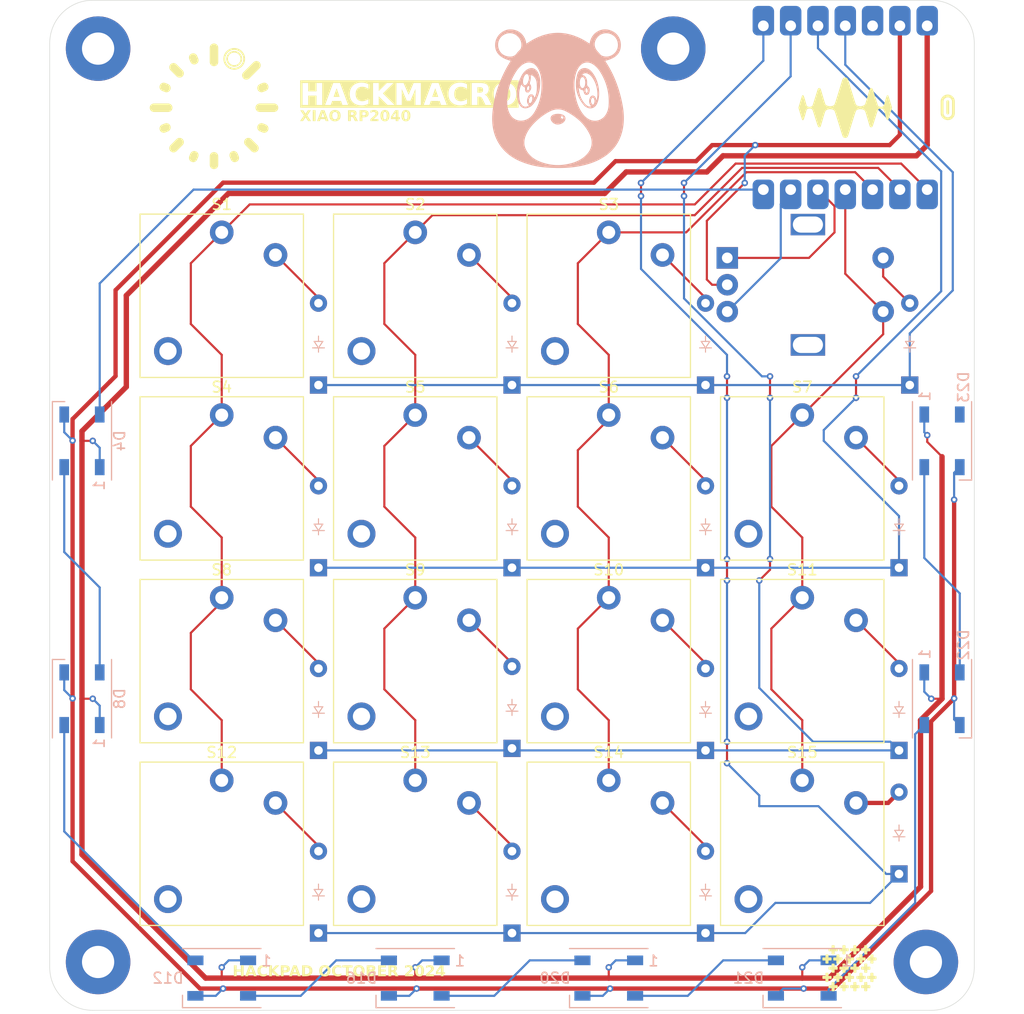
<source format=kicad_pcb>
(kicad_pcb (version 20240108) (generator "pcbnew") (generator_version "8.0")
  (layers (0 "F.Cu" signal) (31 "B.Cu" signal) (34 "B.Paste" user) (35 "F.Paste" user) (36 "B.SilkS" user "B.Silkscreen") (37 "F.SilkS" user "F.Silkscreen") (38 "B.Mask" user) (39 "F.Mask" user) (44 "Edge.Cuts" user))
  (net 0 "")
  (net 1 "Net-(D1-A)")
  (net 2 "RS2")
  (net 3 "Net-(D2-A)")
  (net 4 "Net-(D3-A)")
  (net 5 "neopixel")
  (net 6 "Net-(D4-DOUT)")
  (net 7 "GND")
  (net 8 "row 1")
  (net 9 "Net-(D5-A)")
  (net 10 "Net-(D6-A)")
  (net 11 "Net-(D7-A)")
  (net 12 "Net-(D12-DIN)")
  (net 13 "Net-(D9-A)")
  (net 14 "row 2")
  (net 15 "Net-(D10-A)")
  (net 16 "Net-(D11-A)")
  (net 17 "Net-(D12-DOUT)")
  (net 18 "Net-(D13-A)")
  (net 19 "Net-(D14-A)")
  (net 20 "Net-(D15-A)")
  (net 21 "row 3")
  (net 22 "Net-(D16-DOUT)")
  (net 23 "Net-(D17-A)")
  (net 24 "Net-(D18-A)")
  (net 25 "Net-(D19-A)")
  (net 26 "Col 0")
  (net 27 "col 1")
  (net 28 "col 2")
  (net 29 "RS1")
  (net 30 "RA")
  (net 31 "RB")
  (net 32 "+3V3")
  (net 33 "+5V")
  (net 34 "row 0")
  (net 35 "Net-(D20-DOUT)")
  (net 36 "Net-(D21-DOUT)")
  (net 37 "Net-(D22-DOUT)")
  (footprint "PCM_Switch_Keyboard_Kailh:SW_Kailh_Choc_V2_1.00u" (layer "F.Cu") (at 138 117.5)
    (property "Reference" "S11")
    (property "Value" "Keyswitch")
  )
  (footprint "MountingHole:MountingHole_3mm_Pad" (layer "F.Cu") (at 126 60.5)
    (property "Reference" "REF**" (hide yes))
    (property "Value" "MountingHole_3mm_Pad")
  )
  (footprint "MountingHole:MountingHole_3mm_Pad" (layer "F.Cu") (at 72.5 60.5)
    (property "Reference" "REF**" (hide yes))
    (property "Value" "MountingHole_3mm_Pad")
  )
  (footprint "PCM_Switch_Keyboard_Kailh:SW_Kailh_Choc_V2_1.00u" (layer "F.Cu") (at 102 117.5)
    (property "Reference" "S9")
    (property "Value" "Keyswitch")
  )
  (footprint "PCM_Switch_Keyboard_Kailh:SW_Kailh_Choc_V2_1.00u" (layer "F.Cu") (at 120 83.5)
    (property "Reference" "S3")
    (property "Value" "Keyswitch")
  )
  (footprint "PCM_Switch_Keyboard_Kailh:SW_Kailh_Choc_V2_1.00u" (layer "F.Cu") (at 138 100.5)
    (property "Reference" "S7")
    (property "Value" "Keyswitch")
  )
  (footprint "PCM_Switch_Keyboard_Kailh:SW_Kailh_Choc_V2_1.00u" (layer "F.Cu") (at 84 117.5)
    (property "Reference" "S8")
    (property "Value" "Keyswitch")
  )
  (footprint "MountingHole:MountingHole_3mm_Pad" (layer "F.Cu") (at 149.5 145.5)
    (property "Reference" "REF**" (hide yes))
    (property "Value" "MountingHole_3mm_Pad")
  )
  (footprint "PCM_Switch_Keyboard_Kailh:SW_Kailh_Choc_V2_1.00u" (layer "F.Cu") (at 102 100.5)
    (property "Reference" "S5")
    (property "Value" "Keyswitch")
  )
  (footprint "PCM_Switch_Keyboard_Kailh:SW_Kailh_Choc_V2_1.00u" (layer "F.Cu") (at 84 134.5)
    (property "Reference" "S12")
    (property "Value" "Keyswitch")
  )
  (footprint "PCM_Switch_Keyboard_Kailh:SW_Kailh_Choc_V2_1.00u" (layer "F.Cu") (at 120 117.5)
    (property "Reference" "S10")
    (property "Value" "Keyswitch")
  )
  (footprint "MountingHole:MountingHole_3mm_Pad" (layer "F.Cu") (at 72.5 145.5)
    (property "Reference" "REF**" (hide yes))
    (property "Value" "MountingHole_3mm_Pad")
  )
  (footprint "PCM_Switch_Keyboard_Kailh:SW_Kailh_Choc_V2_1.00u" (layer "F.Cu") (at 102 134.5)
    (property "Reference" "S13")
    (property "Value" "Keyswitch")
  )
  (footprint "PCM_Switch_Keyboard_Kailh:SW_Kailh_Choc_V2_1.00u" (layer "F.Cu") (at 102 83.5)
    (property "Reference" "S2")
    (property "Value" "Keyswitch")
  )
  (footprint "PCM_Switch_Keyboard_Kailh:SW_Kailh_Choc_V2_1.00u" (layer "F.Cu") (at 120 100.5)
    (property "Reference" "S6")
    (property "Value" "Keyswitch")
  )
  (footprint "PCM_Switch_Keyboard_Kailh:SW_Kailh_Choc_V2_1.00u" (layer "F.Cu") (at 84 83.5)
    (property "Reference" "S1")
    (property "Value" "Keyswitch")
  )
  (footprint "PCM_Switch_Keyboard_Kailh:SW_Kailh_Choc_V2_1.00u" (layer "F.Cu") (at 138 134.5)
    (property "Reference" "S15")
    (property "Value" "Keyswitch")
  )
  (footprint "PCM_Switch_Keyboard_Kailh:SW_Kailh_Choc_V2_1.00u" (layer "F.Cu") (at 84 100.5)
    (property "Reference" "S4")
    (property "Value" "Keyswitch")
  )
  (footprint "ScottoKeebs_Scotto:Encoder_EC11_MX" (layer "F.Cu") (at 138.525 82.475)
    (property "Reference" "SW1" (hide yes))
    (property "Value" "RotaryEncoder_Switch" (hide yes))
  )
  (footprint "PCM_Switch_Keyboard_Kailh:SW_Kailh_Choc_V2_1.00u" (layer "F.Cu") (at 120 134.5)
    (property "Reference" "S14")
    (property "Value" "Keyswitch")
  )
  (footprint "ScottoKeebs_Components:Diode_DO-35" (layer "B.Cu") (at 111 125.62 90)
    (property "Reference" "D11" (hide yes))
    (property "Value" "Diode" (hide yes))
  )
  (footprint "ScottoKeebs_Components:LED_WS2812B" (layer "B.Cu") (at 102 147 180)
    (property "Reference" "D16")
    (property "Value" "LED_WS2812B")
  )
  (footprint "ScottoKeebs_Components:Diode_DO-35" (layer "B.Cu") (at 93 91.81 90)
    (property "Reference" "D1" (hide yes))
    (property "Value" "Diode" (hide yes))
  )
  (footprint "ScottoKeebs_Components:Diode_DO-35" (layer "B.Cu") (at 111 108.81 90)
    (property "Reference" "D6" (hide yes))
    (property "Value" "Diode" (hide yes))
  )
  (footprint "ScottoKeebs_Components:Diode_DO-35" (layer "B.Cu") (at 129 142.81 90)
    (property "Reference" "D18" (hide yes))
    (property "Value" "Diode" (hide yes))
  )
  (footprint "ScottoKeebs_Components:LED_WS2812B" (layer "B.Cu") (at 71 121 90)
    (property "Reference" "D8")
    (property "Value" "LED_WS2812B")
  )
  (footprint "ScottoKeebs_Components:Diode_DO-35" (layer "B.Cu") (at 111 91.81 90)
    (property "Reference" "D2" (hide yes))
    (property "Value" "Diode" (hide yes))
  )
  (footprint "ScottoKeebs_Components:Diode_DO-35" (layer "B.Cu") (at 147 125.81 90)
    (property "Reference" "D14" (hide yes))
    (property "Value" "Diode" (hide yes))
  )
  (footprint "ScottoKeebs_Components:Diode_DO-35" (layer "B.Cu") (at 129 125.81 90)
    (property "Reference" "D13" (hide yes))
    (property "Value" "Diode" (hide yes))
  )
  (footprint "ScottoKeebs_Components:LED_WS2812B" (layer "B.Cu") (at 138 147 180)
    (property "Reference" "D21")
    (property "Value" "LED_WS2812B")
  )
  (footprint "ScottoKeebs_Components:LED_WS2812B" (layer "B.Cu") (at 120 147 180)
    (property "Reference" "D20")
    (property "Value" "LED_WS2812B")
  )
  (footprint "ScottoKeebs_Components:Diode_DO-35" (layer "B.Cu") (at 93 142.81 90)
    (property "Reference" "D15" (hide yes))
    (property "Value" "Diode" (hide yes))
  )
  (footprint "ScottoKeebs_Components:Diode_DO-35" (layer "B.Cu") (at 147 137.31 90)
    (property "Reference" "D19" (hide yes))
    (property "Value" "Diode" (hide yes))
  )
  (footprint "ScottoKeebs_Components:Diode_DO-35" (layer "B.Cu") (at 111 142.81 90)
    (property "Reference" "D17" (hide yes))
    (property "Value" "Diode" (hide yes))
  )
  (footprint "ScottoKeebs_Components:LED_WS2812B" (layer "B.Cu") (at 151 97 -90)
    (property "Reference" "D23")
    (property "Value" "LED_WS2812B")
  )
  (footprint "ScottoKeebs_Components:Diode_DO-35" (layer "B.Cu") (at 93 108.81 90)
    (property "Reference" "D5" (hide yes))
    (property "Value" "Diode" (hide yes))
  )
  (footprint "ScottoKeebs_Components:LED_WS2812B" (layer "B.Cu") (at 151 121 -90)
    (property "Reference" "D22")
    (property "Value" "LED_WS2812B")
  )
  (footprint "ScottoKeebs_Components:LED_WS2812B" (layer "B.Cu") (at 71 97 90)
    (property "Reference" "D4")
    (property "Value" "LED_WS2812B")
  )
  (footprint "ScottoKeebs_Components:Diode_DO-35" (layer "B.Cu") (at 93 125.81 90)
    (property "Reference" "D10" (hide yes))
    (property "Value" "Diode" (hide yes))
  )
  (footprint "ScottoKeebs_Components:LED_WS2812B" (layer "B.Cu") (at 84 147 180)
    (property "Reference" "D12")
    (property "Value" "LED_WS2812B")
  )
  (footprint "ScottoKeebs_Components:Diode_DO-35" (layer "B.Cu") (at 129 91.81 90)
    (property "Reference" "D3" (hide yes))
    (property "Value" "Diode" (hide yes))
  )
  (footprint "ScottoKeebs_Components:Diode_DO-35" (layer "B.Cu") (at 129 108.81 90)
    (property "Reference" "D7" (hide yes))
    (property "Value" "Diode" (hide yes))
  )
  (footprint "ScottoKeebs_Components:Diode_DO-35" (layer "B.Cu") (at 148 91.81 90)
    (property "Reference" "DR1" (hide yes))
    (property "Value" "Diode" (hide yes))
  )
  (footprint "ScottoKeebs_Components:Diode_DO-35" (layer "B.Cu") (at 147 108.81 90)
    (property "Reference" "D9" (hide yes))
    (property "Value" "Diode" (hide yes))
  )
  (footprint "ScottoKeebs_MCU:Seeed_XIAO_RP2040" (layer "B.Cu") (at 142 66 90)
    (property "Reference" "U1" (hide yes))
    (property "Value" "MCU_Seeed_XIAO_RP2040")
  )
  (gr_poly (pts (xy 115.308678 66.564792) (xy 115.356559 66.567088) (xy 115.4044 66.571176) (xy 115.452172 66.577039) (xy 115.499849 66.584659) (xy 115.5474 66.594019) (xy 115.594799 66.605103) (xy 115.642016 66.617893) (xy 115.675339 66.628549) (xy 115.706962 66.640691) (xy 115.736873 66.654251) (xy 115.765057 66.669158) (xy 115.791504 66.685345) (xy 115.816198 66.702741) (xy 115.839129 66.721278) (xy 115.860282 66.740886) (xy 115.879644 66.761497) (xy 115.897204 66.783041) (xy 115.912948 66.805449) (xy 115.926863 66.828652) (xy 115.938937 66.852581) (xy 115.949155 66.877167) (xy 115.957507 66.90234) (xy 115.963978 66.928032) (xy 115.968555 66.954173) (xy 115.971227 66.980695) (xy 115.97198 67.007527) (xy 115.9708 67.034601) (xy 115.967676 67.061848) (xy 115.962594 67.089199) (xy 115.955542 67.116585) (xy 115.946506 67.143936) (xy 115.935474 67.171183) (xy 115.922433 67.198257) (xy 115.907369 67.225089) (xy 115.89027 67.25161) (xy 115.871124 67.277752) (xy 115.849917 67.303443) (xy 115.826636 67.328616) (xy 115.801268 67.353202) (xy 115.793929 67.359782) (xy 115.786418 67.366207) (xy 115.778733 67.372507) (xy 115.77087 67.37871) (xy 115.7546 67.390938) (xy 115.737581 67.403119) (xy 115.701194 67.428256) (xy 115.681775 67.441667) (xy 115.661505 67.455944) (xy 115.589614 67.489673) (xy 115.518317 67.517053) (xy 115.447795 67.538137) (xy 115.378233 67.552981) (xy 115.309814 67.561637) (xy 115.276091 67.563661) (xy 115.242722 67.564158) (xy 115.20973 67.563136) (xy 115.177139 67.5606) (xy 115.144971 67.556557) (xy 115.113249 67.551015) (xy 115.081997 67.54398) (xy 115.051236 67.535458) (xy 115.02099 67.525456) (xy 114.991283 67.513981) (xy 114.962136 67.50104) (xy 114.933572 67.48664) (xy 114.905616 67.470786) (xy 114.878289 67.453487) (xy 114.851614 67.434748) (xy 114.825615 67.414576) (xy 114.800314 67.392979) (xy 114.775734 67.369962) (xy 114.751899 67.345532) (xy 114.72883 67.319697) (xy 114.685086 67.263836) (xy 114.668836 67.240039) (xy 114.654123 67.216092) (xy 114.640939 67.192035) (xy 114.629273 67.16791) (xy 114.619117 67.143755) (xy 114.610461 67.119611) (xy 114.603295 67.095519) (xy 114.597609 67.071519) (xy 114.593395 67.047651) (xy 114.590643 67.023954) (xy 114.589343 67.00047) (xy 114.589485 66.977239) (xy 114.591061 66.954301) (xy 114.59406 66.931695) (xy 114.598474 66.909463) (xy 114.604292 66.887644) (xy 114.611506 66.866279) (xy 114.615252 66.857186) (xy 115.544331 66.857186) (xy 115.544592 66.863703) (xy 115.545333 66.870672) (xy 115.546572 66.878107) (xy 115.548329 66.886024) (xy 115.551499 66.897661) (xy 115.555232 66.909167) (xy 115.559534 66.920489) (xy 115.564413 66.931575) (xy 115.569875 66.942372) (xy 115.575929 66.952828) (xy 115.582581 66.96289) (xy 115.589839 66.972505) (xy 115.59771 66.981622) (xy 115.606201 66.990186) (xy 115.61532 66.998147) (xy 115.625074 67.00545) (xy 115.63547 67.012044) (xy 115.640911 67.015058) (xy 115.646515 67.017875) (xy 115.652284 67.020489) (xy 115.658217 67.022892) (xy 115.664317 67.025079) (xy 115.670584 67.027042) (xy 115.675424 67.028321) (xy 115.680174 67.029317) (xy 115.684832 67.030038) (xy 115.689396 67.030488) (xy 115.693864 67.030676) (xy 115.698236 67.030608) (xy 115.702509 67.03029) (xy 115.706683 67.029729) (xy 115.710755 67.028932) (xy 115.714725 67.027906) (xy 115.718591 67.026656) (xy 115.722351 67.025191) (xy 115.726004 67.023516) (xy 115.729549 67.021637) (xy 115.732984 67.019563) (xy 115.736307 67.017299) (xy 115.739517 67.014852) (xy 115.742612 67.012229) (xy 115.745592 67.009436) (xy 115.748454 67.00648) (xy 115.751198 67.003368) (xy 115.753821 67.000106) (xy 115.756323 66.996701) (xy 115.758701 66.99316) (xy 115.763081 66.985696) (xy 115.766951 66.977765) (xy 115.770298 66.969423) (xy 115.773111 66.960721) (xy 115.776869 66.945954) (xy 115.779492 66.931654) (xy 115.780357 66.924688) (xy 115.780911 66.917846) (xy 115.781145 66.911134) (xy 115.781051 66.904553) (xy 115.780619 66.898106) (xy 115.779841 66.891797) (xy 115.778707 66.885628) (xy 115.777208 66.879603) (xy 115.775336 66.873723) (xy 115.773082 66.867993) (xy 115.770435 66.862414) (xy 115.767388 66.85699) (xy 115.763932 66.851724) (xy 115.760056 66.846619) (xy 115.755753 66.841677) (xy 115.751014 66.836901) (xy 115.745828 66.832295) (xy 115.740188 66.827862) (xy 115.734083 66.823603) (xy 115.727506 66.819523) (xy 115.720447 66.815623) (xy 115.712898 66.811908) (xy 115.704848 66.808379) (xy 115.696289 66.80504) (xy 115.687213 66.801894) (xy 115.677609 66.798944) (xy 115.66747 66.796192) (xy 115.656786 66.793641) (xy 115.633957 66.794979) (xy 115.622575 66.79592) (xy 115.611411 66.797211) (xy 115.600614 66.798978) (xy 115.590331 66.801349) (xy 115.58071 66.804448) (xy 115.576194 66.806311) (xy 115.571899 66.808404) (xy 115.567844 66.810742) (xy 115.564046 66.813341) (xy 115.560525 66.816218) (xy 115.557299 66.819387) (xy 115.554387 66.822865) (xy 115.551807 66.826668) (xy 115.549577 66.830812) (xy 115.547716 66.835311) (xy 115.546242 66.840182) (xy 115.545174 66.845441) (xy 115.544531 66.851104) (xy 115.544331 66.857186) (xy 114.615252 66.857186) (xy 114.620105 66.845408) (xy 114.63008 66.825071) (xy 114.641422 66.805309) (xy 114.654121 66.786161) (xy 114.668167 66.767668) (xy 114.683552 66.74987) (xy 114.700265 66.732807) (xy 114.718297 66.71652) (xy 114.737639 66.701049) (xy 114.75828 66.686433) (xy 114.780213 66.672714) (xy 114.803426 66.659932) (xy 114.827911 66.648125) (xy 114.853657 66.637336) (xy 114.880656 66.627604) (xy 114.927616 66.612999) (xy 114.974791 66.60034) (xy 115.022154 66.589611) (xy 115.069676 66.580794) (xy 115.117329 66.573872) (xy 115.165084 66.568828) (xy 115.212912 66.565645) (xy 115.260787 66.564305)) (stroke (width -0.000001)) (fill solid) (layer "B.SilkS"))
  (gr_poly (pts (xy 117.793657 62.307965) (xy 117.822728 62.309528) (xy 117.851363 62.312281) (xy 117.879566 62.316191) (xy 117.907342 62.321228) (xy 117.961621 62.334556) (xy 118.01423 62.352015) (xy 118.065195 62.373357) (xy 118.114545 62.398331) (xy 118.162308 62.426688) (xy 118.208511 62.458178) (xy 118.253184 62.492552) (xy 118.296354 62.52956) (xy 118.338048 62.568952) (xy 118.378296 62.610479) (xy 118.417124 62.653892) (xy 118.454562 62.69894) (xy 118.515381 62.777628) (xy 118.572844 62.857896) (xy 118.627017 62.939697) (xy 118.677968 63.022985) (xy 118.725762 63.107715) (xy 118.770468 63.193842) (xy 118.812151 63.28132) (xy 118.850879 63.370102) (xy 118.886718 63.460144) (xy 118.919735 63.5514) (xy 118.949998 63.643825) (xy 118.977573 63.737372) (xy 119.002527 63.831996) (xy 119.024927 63.927652) (xy 119.044839 64.024294) (xy 119.062331 64.121876) (xy 119.075579 64.207132) (xy 119.086884 64.292346) (xy 119.096132 64.377497) (xy 119.10321 64.462563) (xy 119.108002 64.547524) (xy 119.110396 64.632357) (xy 119.110277 64.717041) (xy 119.107531 64.801556) (xy 119.102044 64.88588) (xy 119.093702 64.969992) (xy 119.08239 65.05387) (xy 119.067996 65.137493) (xy 119.050404 65.220841) (xy 119.029501 65.30389) (xy 119.005172 65.386621) (xy 118.977304 65.469012) (xy 118.956577 65.523979) (xy 118.934329 65.577721) (xy 118.910365 65.629987) (xy 118.884487 65.680524) (xy 118.856501 65.729078) (xy 118.826211 65.775399) (xy 118.79342 65.819231) (xy 118.757933 65.860324) (xy 118.719555 65.898423) (xy 118.699221 65.916272) (xy 118.67809 65.933278) (xy 118.656138 65.949409) (xy 118.633341 65.964633) (xy 118.609674 65.978921) (xy 118.585113 65.992238) (xy 118.559633 66.004555) (xy 118.53321 66.01584) (xy 118.505819 66.02606) (xy 118.477436 66.035185) (xy 118.448037 66.043182) (xy 118.417596 66.050021) (xy 118.38609 66.055669) (xy 118.353494 66.060095) (xy 118.310343 66.06362) (xy 118.26813 66.064256) (xy 118.226801 66.06212) (xy 118.186302 66.057328) (xy 118.146579 66.049997) (xy 118.107577 66.040245) (xy 118.069242 66.028187) (xy 118.031519 66.01394) (xy 117.994354 65.997622) (xy 117.957693 65.979349) (xy 117.921481 65.959237) (xy 117.885663 65.937404) (xy 117.850187 65.913967) (xy 117.814996 65.889041) (xy 117.780037 65.862744) (xy 117.745256 65.835192) (xy 117.610003 65.674332) (xy 117.487175 65.510757) (xy 117.376739 65.344468) (xy 117.278663 65.175469) (xy 117.192916 65.003761) (xy 117.119466 64.829347) (xy 117.058281 64.652228) (xy 117.009329 64.472408) (xy 116.972578 64.289889) (xy 116.950576 64.124114) (xy 117.206682 64.124114) (xy 117.220033 64.256152) (xy 117.227356 64.321252) (xy 117.235473 64.38576) (xy 117.244652 64.449691) (xy 117.255165 64.513058) (xy 117.267283 64.575876) (xy 117.281274 64.638161) (xy 117.300599 64.713613) (xy 117.321857 64.788129) (xy 117.345112 64.861657) (xy 117.370428 64.934146) (xy 117.397867 65.005541) (xy 117.427495 65.075792) (xy 117.459374 65.144846) (xy 117.493569 65.21265) (xy 117.530144 65.279152) (xy 117.569161 65.344299) (xy 117.610685 65.40804) (xy 117.65478 65.470322) (xy 117.701509 65.531092) (xy 117.750936 65.590298) (xy 117.803126 65.647887) (xy 117.85814 65.703808) (xy 117.8924 65.736053) (xy 117.925686 65.764969) (xy 117.958122 65.790643) (xy 117.989835 65.813166) (xy 118.02095 65.832627) (xy 118.051594 65.849113) (xy 118.081892 65.862714) (xy 118.111969 65.87352) (xy 118.141952 65.881618) (xy 118.171966 65.887098) (xy 118.202137 65.890049) (xy 118.232591 65.89056) (xy 118.263453 65.888719) (xy 118.294849 65.884616) (xy 118.326906 65.87834) (xy 118.359748 65.869979) (xy 118.321517 65.821842) (xy 118.287674 65.773124) (xy 118.258198 65.723845) (xy 118.233069 65.674024) (xy 118.212265 65.623681) (xy 118.195767 65.572837) (xy 118.183554 65.52151) (xy 118.175604 65.469721) (xy 118.171897 65.41749) (xy 118.172413 65.364836) (xy 118.173541 65.352141) (xy 118.346602 65.352141) (xy 118.346618 65.373553) (xy 118.347596 65.395016) (xy 118.352399 65.437866) (xy 118.360949 65.480239) (xy 118.366608 65.501105) (xy 118.373179 65.521683) (xy 118.380654 65.541914) (xy 118.389025 65.561744) (xy 118.398284 65.581116) (xy 118.408424 65.599972) (xy 118.419434 65.618257) (xy 118.431309 65.635913) (xy 118.444039 65.652885) (xy 118.457617 65.669116) (xy 118.472034 65.684548) (xy 118.487282 65.699127) (xy 118.503354 65.712794) (xy 118.520242 65.725494) (xy 118.52498 65.723517) (xy 118.529585 65.721401) (xy 118.534064 65.719145) (xy 118.538421 65.716748) (xy 118.542663 65.714208) (xy 118.546795 65.711524) (xy 118.550823 65.708695) (xy 118.554753 65.70572) (xy 118.55859 65.702598) (xy 118.56234 65.699326) (xy 118.566009 65.695905) (xy 118.569603 65.692333) (xy 118.576586 65.684731) (xy 118.583335 65.676509) (xy 118.589896 65.667659) (xy 118.596315 65.658171) (xy 118.602637 65.648034) (xy 118.608907 65.637239) (xy 118.615173 65.625777) (xy 118.621478 65.613637) (xy 118.627869 65.60081) (xy 118.634391 65.587286) (xy 118.645363 65.558163) (xy 118.654737 65.529108) (xy 118.662496 65.500127) (xy 118.668623 65.471228) (xy 118.673099 65.442415) (xy 118.675907 65.413696) (xy 118.677031 65.385077) (xy 118.676453 65.356564) (xy 118.674155 65.328165) (xy 118.67012 65.299884) (xy 118.664331 65.271729) (xy 118.65677 65.243706) (xy 118.64742 65.215822) (xy 118.636264 65.188082) (xy 118.623284 65.160494) (xy 118.608463 65.133063) (xy 118.603586 65.124888) (xy 118.59864 65.117179) (xy 118.593625 65.109941) (xy 118.588543 65.103177) (xy 118.583395 65.096889) (xy 118.578182 65.091082) (xy 118.572906 65.085758) (xy 118.567568 65.080922) (xy 118.56217 65.076576) (xy 118.556712 65.072724) (xy 118.551196 65.069369) (xy 118.545623 65.066514) (xy 118.539995 65.064163) (xy 118.534313 65.06232) (xy 118.528578 65.060987) (xy 118.522791 65.060168) (xy 118.516954 65.059867) (xy 118.511069 65.060086) (xy 118.505135 65.060829) (xy 118.499156 65.0621) (xy 118.493131 65.063901) (xy 118.487063 65.066237) (xy 118.480953 65.06911) (xy 118.474801 65.072524) (xy 118.46861 65.076482) (xy 118.462381 65.080988) (xy 118.456114 65.086045) (xy 118.449812 65.091656) (xy 118.443475 65.097825) (xy 118.437105 65.104555) (xy 118.430703 65.111849) (xy 118.42427 65.119711) (xy 118.41213 65.136108) (xy 118.401047 65.153233) (xy 118.391013 65.171031) (xy 118.382021 65.189445) (xy 118.374062 65.208418) (xy 118.367128 65.227894) (xy 118.361211 65.247816) (xy 118.356303 65.268128) (xy 118.352397 65.288773) (xy 118.349483 65.309694) (xy 118.347554 65.330836) (xy 118.346602 65.352141) (xy 118.173541 65.352141) (xy 118.17713 65.311779) (xy 118.186029 65.25834) (xy 118.199088 65.204537) (xy 118.216286 65.150391) (xy 118.237604 65.095922) (xy 118.26302 65.041149) (xy 118.273887 65.020836) (xy 118.285518 65.001779) (xy 118.297864 64.983977) (xy 118.310877 64.967433) (xy 118.324509 64.952147) (xy 118.338711 64.938121) (xy 118.353435 64.925356) (xy 118.368633 64.913854) (xy 118.384256 64.903615) (xy 118.400256 64.894641) (xy 118.416585 64.886933) (xy 118.433193 64.880492) (xy 118.450034 64.875321) (xy 118.467058 64.871419) (xy 118.484217 64.868789) (xy 118.501464 64.867431) (xy 118.518748 64.867347) (xy 118.536023 64.868539) (xy 118.55324 64.871006) (xy 118.57035 64.874752) (xy 118.587305 64.879776) (xy 118.604057 64.886081) (xy 118.620558 64.893667) (xy 118.636759 64.902536) (xy 118.652611 64.912689) (xy 118.668067 64.924127) (xy 118.683077 64.936852) (xy 118.697595 64.950865) (xy 118.711571 64.966167) (xy 118.724957 64.98276) (xy 118.737704 65.000644) (xy 118.749765 65.019821) (xy 118.758551 65.035348) (xy 118.766828 65.05123) (xy 118.774666 65.06748) (xy 118.782136 65.084113) (xy 118.789307 65.10114) (xy 118.796249 65.118577) (xy 118.809728 65.154731) (xy 118.837018 65.232542) (xy 118.851948 65.274415) (xy 118.868482 65.318412) (xy 118.888292 65.234272) (xy 118.904953 65.1508) (xy 118.918526 65.067902) (xy 118.92907 64.985487) (xy 118.936646 64.903461) (xy 118.941314 64.821733) (xy 118.943133 64.740209) (xy 118.942163 64.658797) (xy 118.938466 64.577404) (xy 118.9321 64.495939) (xy 118.923126 64.414307) (xy 118.911605 64.332418) (xy 118.897595 64.250178) (xy 118.881157 64.167494) (xy 118.862351 64.084275) (xy 118.841238 64.000428) (xy 118.820923 63.931367) (xy 118.798915 63.862949) (xy 118.775199 63.795194) (xy 118.749761 63.728126) (xy 118.722587 63.661766) (xy 118.693664 63.596135) (xy 118.662976 63.531256) (xy 118.630511 63.46715) (xy 118.605694 63.420753) (xy 118.58008 63.375019) (xy 118.553571 63.330043) (xy 118.526072 63.285917) (xy 118.497484 63.242737) (xy 118.46771 63.200595) (xy 118.436654 63.159587) (xy 118.404219 63.119806) (xy 118.370306 63.081345) (xy 118.33482 63.044299) (xy 118.297662 63.008762) (xy 118.258736 62.974828) (xy 118.217946 62.942591) (xy 118.175192 62.912144) (xy 118.13038 62.883582) (xy 118.08341 62.856999) (xy 118.042552 62.83684) (xy 118.002391 62.820174) (xy 117.96294 62.807003) (xy 117.924209 62.797327) (xy 117.905117 62.7938) (xy 117.886209 62.791147) (xy 117.867487 62.789368) (xy 117.848952 62.788464) (xy 117.830606 62.788433) (xy 117.812449 62.789277) (xy 117.794484 62.790996) (xy 117.776712 62.793588) (xy 117.759133 62.797056) (xy 117.74175 62.801398) (xy 117.724565 62.806615) (xy 117.707577 62.812707) (xy 117.690789 62.819674) (xy 117.674203 62.827515) (xy 117.657819 62.836232) (xy 117.641639 62.845824) (xy 117.625664 62.856291) (xy 117.609896 62.867633) (xy 117.578986 62.892944) (xy 117.54892 62.921758) (xy 117.51971 62.954074) (xy 117.54273 62.956836) (xy 117.564975 62.960391) (xy 117.586462 62.964723) (xy 117.607205 62.969816) (xy 117.62722 62.975656) (xy 117.646523 62.982227) (xy 117.665131 62.989514) (xy 117.683058 62.997502) (xy 117.70032 63.006176) (xy 117.716934 63.015519) (xy 117.732915 63.025519) (xy 117.748279 63.036158) (xy 117.763041 63.047422) (xy 117.777218 63.059296) (xy 117.790824 63.071764) (xy 117.803877 63.084811) (xy 117.816392 63.098422) (xy 117.828383 63.112582) (xy 117.850862 63.142488) (xy 117.87144 63.174407) (xy 117.890244 63.208218) (xy 117.907398 63.243798) (xy 117.923031 63.281026) (xy 117.937267 63.31978) (xy 117.950233 63.359939) (xy 117.956889 63.38291) (xy 117.962948 63.405919) (xy 117.968419 63.428965) (xy 117.97331 63.452049) (xy 117.977628 63.47517) (xy 117.981382 63.498329) (xy 117.984578 63.521524) (xy 117.987226 63.544757) (xy 117.989333 63.568027) (xy 117.990906 63.591333) (xy 117.991955 63.614676) (xy 117.992486 63.638055) (xy 117.992508 63.66147) (xy 117.992028 63.684922) (xy 117.989596 63.731932) (xy 117.986821 63.7749) (xy 117.986 63.795581) (xy 117.985788 63.815782) (xy 117.986358 63.835546) (xy 117.987882 63.854914) (xy 117.990533 63.873928) (xy 117.994485 63.892631) (xy 117.999909 63.911065) (xy 118.003228 63.920194) (xy 118.00698 63.929271) (xy 118.011186 63.938302) (xy 118.015869 63.947291) (xy 118.02105 63.956245) (xy 118.02675 63.965168) (xy 118.032992 63.974066) (xy 118.039796 63.982944) (xy 118.047185 63.991807) (xy 118.055179 64.00066) (xy 118.063802 64.009509) (xy 118.073073 64.018359) (xy 118.083016 64.027215) (xy 118.09365 64.036083) (xy 118.106325 64.046824) (xy 118.118311 64.058002) (xy 118.129621 64.0696) (xy 118.140265 64.081601) (xy 118.150253 64.093988) (xy 118.159597 64.106745) (xy 118.168306 64.119854) (xy 118.176392 64.133299) (xy 118.183864 64.147063) (xy 118.190735 64.161129) (xy 118.197014 64.17548) (xy 118.202712 64.190099) (xy 118.207839 64.204971) (xy 118.212407 64.220076) (xy 118.219907 64.250925) (xy 118.225296 64.282511) (xy 118.228658 64.314698) (xy 118.230081 64.347353) (xy 118.229647 64.380341) (xy 118.227444 64.413527) (xy 118.223555 64.446777) (xy 118.218067 64.479955) (xy 118.211063 64.512927) (xy 118.197868 64.566023) (xy 118.190428 64.592389) (xy 118.182167 64.618337) (xy 118.172891 64.643642) (xy 118.162407 64.668082) (xy 118.150519 64.691434) (xy 118.137035 64.713475) (xy 118.129633 64.723934) (xy 118.12176 64.733982) (xy 118.11339 64.74359) (xy 118.104499 64.752731) (xy 118.095064 64.761377) (xy 118.08506 64.769499) (xy 118.074463 64.777071) (xy 118.063247 64.784064) (xy 118.051391 64.790451) (xy 118.038868 64.796203) (xy 118.025655 64.801292) (xy 118.011727 64.805691) (xy 117.99706 64.809372) (xy 117.981631 64.812306) (xy 117.965413 64.814467) (xy 117.948385 64.815826) (xy 117.930941 64.816337) (xy 117.914337 64.815948) (xy 117.898544 64.814689) (xy 117.883534 64.81259) (xy 117.86928 64.809683) (xy 117.855753 64.805998) (xy 117.842924 64.801565) (xy 117.830767 64.796416) (xy 117.819252 64.79058) (xy 117.808352 64.784089) (xy 117.798038 64.776974) (xy 117.788282 64.769264) (xy 117.779057 64.76099) (xy 117.770334 64.752184) (xy 117.762085 64.742876) (xy 117.754282 64.733095) (xy 117.746897 64.722874) (xy 117.739902 64.712243) (xy 117.726968 64.689872) (xy 117.715255 64.666228) (xy 117.704539 64.641555) (xy 117.694595 64.616099) (xy 117.685198 64.590105) (xy 117.667144 64.537484) (xy 117.663423 64.525225) (xy 117.660338 64.512546) (xy 117.655177 64.48649) (xy 117.649876 64.460451) (xy 117.646615 64.447792) (xy 117.642648 64.435562) (xy 117.637752 64.423902) (xy 117.634886 64.418331) (xy 117.631705 64.412955) (xy 117.628179 64.407793) (xy 117.624282 64.402863) (xy 117.619985 64.398181) (xy 117.61526 64.393766) (xy 117.61008 64.389635) (xy 117.604416 64.385807) (xy 117.598241 64.382298) (xy 117.591527 64.379127) (xy 117.584245 64.376311) (xy 117.576368 64.373868) (xy 117.567869 64.371815) (xy 117.558718 64.370171) (xy 117.536926 64.366216) (xy 117.8309 64.366216) (xy 117.83219 64.392393) (xy 117.834972 64.419171) (xy 117.839061 64.44655) (xy 117.84427 64.474533) (xy 117.850412 64.50312) (xy 117.86475 64.562115) (xy 117.870871 64.571056) (xy 117.877109 64.579537) (xy 117.883488 64.587456) (xy 117.89003 64.594707) (xy 117.893369 64.59805) (xy 117.896758 64.601188) (xy 117.900199 64.604106) (xy 117.903695 64.606793) (xy 117.907249 64.609235) (xy 117.910864 64.61142) (xy 117.914542 64.613334) (xy 117.918287 64.614964) (xy 117.922101 64.616297) (xy 117.925987 64.617321) (xy 117.929949 64.618022) (xy 117.933988 64.618388) (xy 117.938108 64.618405) (xy 117.942311 64.61806) (xy 117.946601 64.617341) (xy 117.95098 64.616234) (xy 117.955451 64.614726) (xy 117.960017 64.612805) (xy 117.964681 64.610457) (xy 117.969445 64.607669) (xy 117.974313 64.604429) (xy 117.979288 64.600724) (xy 117.984371 64.59654) (xy 117.989566 64.591864) (xy 117.998578 64.582574) (xy 118.006777 64.572414) (xy 118.014172 64.561443) (xy 118.020772 64.549721) (xy 118.026584 64.537306) (xy 118.031618 64.524259) (xy 118.035882 64.510638) (xy 118.039385 64.496503) (xy 118.042135 64.481913) (xy 118.044141 64.466928) (xy 118.045411 64.451607) (xy 118.045954 64.43601) (xy 118.045778 64.420195) (xy 118.044892 64.404222) (xy 118.041024 64.37204) (xy 118.034419 64.339939) (xy 118.025144 64.308393) (xy 118.019527 64.292977) (xy 118.013268 64.277878) (xy 118.006376 64.263156) (xy 117.998859 64.248869) (xy 117.990726 64.235077) (xy 117.981986 64.22184) (xy 117.972647 64.209216) (xy 117.962717 64.197266) (xy 117.952206 64.186048) (xy 117.941121 64.175623) (xy 117.929471 64.166048) (xy 117.917265 64.157384) (xy 117.906585 64.167732) (xy 117.896721 64.178226) (xy 117.887651 64.188868) (xy 117.87935 64.199655) (xy 117.871795 64.21059) (xy 117.864964 64.221673) (xy 117.858833 64.232903) (xy 117.853378 64.24428) (xy 117.848576 64.255805) (xy 117.844403 64.267479) (xy 117.840838 64.2793) (xy 117.837855 64.29127) (xy 117.835432 64.303388) (xy 117.833546 64.315655) (xy 117.832173 64.328072) (xy 117.83129 64.340637) (xy 117.8309 64.366216) (xy 117.536926 64.366216) (xy 117.530193 64.364993) (xy 117.502674 64.358267) (xy 117.47613 64.350032) (xy 117.450533 64.340328) (xy 117.425854 64.329197) (xy 117.402065 64.31668) (xy 117.379135 64.302815) (xy 117.357036 64.287644) (xy 117.335739 64.271208) (xy 117.315215 64.253547) (xy 117.295435 64.2347) (xy 117.27637 64.21471) (xy 117.257992 64.193615) (xy 117.24027 64.171458) (xy 117.223176 64.148277) (xy 117.206682 64.124114) (xy 116.950576 64.124114) (xy 116.947996 64.104672) (xy 116.935552 63.916761) (xy 116.935213 63.726156) (xy 116.936314 63.708022) (xy 117.308519 63.708022) (xy 117.310356 63.75529) (xy 117.311907 63.778765) (xy 117.313966 63.802111) (xy 117.316597 63.825309) (xy 117.319862 63.848343) (xy 117.323826 63.871194) (xy 117.328552 63.893845) (xy 117.334105 63.916278) (xy 117.340548 63.938476) (xy 117.347945 63.960422) (xy 117.35636 63.982096) (xy 117.365856 64.003483) (xy 117.376498 64.024564) (xy 117.388348 64.045321) (xy 117.401472 64.065738) (xy 117.410931 64.079173) (xy 117.42043 64.091753) (xy 117.429965 64.103478) (xy 117.439534 64.114348) (xy 117.449136 64.124364) (xy 117.458766 64.133526) (xy 117.468422 64.141833) (xy 117.478102 64.149287) (xy 117.487803 64.155886) (xy 117.497523 64.161631) (xy 117.507259 64.166522) (xy 117.517008 64.17056) (xy 117.526768 64.173744) (xy 117.536536 64.176074) (xy 117.546309 64.177551) (xy 117.556086 64.178175) (xy 117.565862 64.177945) (xy 117.575637 64.176863) (xy 117.585406 64.174928) (xy 117.595168 64.172139) (xy 117.60492 64.168498) (xy 117.614659 64.164005) (xy 117.624383 64.158659) (xy 117.634089 64.15246) (xy 117.643774 64.145409) (xy 117.653437 64.137507) (xy 117.663073 64.128752) (xy 117.672681 64.119145) (xy 117.682259 64.108686) (xy 117.691803 64.097376) (xy 117.70131 64.085214) (xy 117.710779 64.0722) (xy 117.723257 64.053145) (xy 117.734913 64.032709) (xy 117.75576 63.988068) (xy 117.773327 63.939025) (xy 117.787617 63.886332) (xy 117.798636 63.830737) (xy 117.806388 63.772989) (xy 117.810879 63.713839) (xy 117.812113 63.654035) (xy 117.810096 63.594327) (xy 117.804831 63.535465) (xy 117.796325 63.478197) (xy 117.784582 63.423274) (xy 117.769607 63.371445) (xy 117.751405 63.323459) (xy 117.72998 63.280065) (xy 117.718061 63.260325) (xy 117.705339 63.242014) (xy 117.696825 63.231041) (xy 117.688209 63.220771) (xy 117.6795 63.211203) (xy 117.670702 63.202338) (xy 117.661824 63.194175) (xy 117.652872 63.186716) (xy 117.643853 63.179961) (xy 117.634774 63.173909) (xy 117.625642 63.168562) (xy 117.616463 63.163919) (xy 117.607245 63.159981) (xy 117.597994 63.156747) (xy 117.588717 63.154219) (xy 117.579422 63.152396) (xy 117.570114 63.151279) (xy 117.560801 63.150868) (xy 117.55149 63.151164) (xy 117.542188 63.152166) (xy 117.532901 63.153874) (xy 117.523636 63.15629) (xy 117.514401 63.159414) (xy 117.505202 63.163245) (xy 117.496045 63.167784) (xy 117.486939 63.173031) (xy 117.477889 63.178987) (xy 117.468903 63.185651) (xy 117.459987 63.193025) (xy 117.451148 63.201108) (xy 117.442394 63.209901) (xy 117.433731 63.219403) (xy 117.425165 63.229616) (xy 117.416705 63.240539) (xy 117.399679 63.264931) (xy 117.384505 63.289858) (xy 117.37108 63.315342) (xy 117.359301 63.341407) (xy 117.349063 63.368077) (xy 117.340262 63.395374) (xy 117.332796 63.423322) (xy 117.326559 63.451945) (xy 117.32145 63.481265) (xy 117.317363 63.511307) (xy 117.314196 63.542094) (xy 117.311844 63.57365) (xy 117.310205 63.605997) (xy 117.309173 63.639159) (xy 117.308519 63.708022) (xy 116.936314 63.708022) (xy 116.946949 63.532862) (xy 116.970726 63.336879) (xy 117.006514 63.13821) (xy 117.05428 62.936858) (xy 117.071248 62.878118) (xy 117.090681 62.820974) (xy 117.112671 62.76565) (xy 117.137309 62.712372) (xy 117.164687 62.661362) (xy 117.194897 62.612847) (xy 117.22803 62.56705) (xy 117.26418 62.524195) (xy 117.303436 62.484508) (xy 117.324258 62.465922) (xy 117.345892 62.448212) (xy 117.368348 62.431406) (xy 117.391639 62.415531) (xy 117.415775 62.400617) (xy 117.440768 62.386692) (xy 117.46663 62.373782) (xy 117.493372 62.361916) (xy 117.521006 62.351123) (xy 117.549543 62.34143) (xy 117.578994 62.332866) (xy 117.609372 62.325458) (xy 117.640687 62.319235) (xy 117.672951 62.314224) (xy 117.703798 62.31072) (xy 117.734195 62.308529) (xy 117.764147 62.307621)) (stroke (width -0.000001)) (fill solid) (layer "B.SilkS"))
  (gr_poly (pts (xy 119.71862 58.709531) (xy 119.777479 58.713475) (xy 119.836413 58.71978) (xy 119.895397 58.728407) (xy 119.954403 58.739317) (xy 120.013408 58.752471) (xy 120.077551 58.769336) (xy 120.140132 58.788511) (xy 120.201118 58.809947) (xy 120.260475 58.833597) (xy 120.318172 58.859412) (xy 120.374173 58.887346) (xy 120.428447 58.917351) (xy 120.48096 58.949377) (xy 120.531679 58.983378) (xy 120.58057 59.019306) (xy 120.6276 59.057113) (xy 120.672737 59.09675) (xy 120.715946 59.13817) (xy 120.757195 59.181326) (xy 120.796451 59.226169) (xy 120.83368 59.272652) (xy 120.868849 59.320726) (xy 120.901925 59.370343) (xy 120.932874 59.421457) (xy 120.961664 59.474019) (xy 120.988261 59.527981) (xy 121.012633 59.583295) (xy 121.034745 59.639913) (xy 121.054564 59.697788) (xy 121.072058 59.756872) (xy 121.087193 59.817116) (xy 121.099937 59.878474) (xy 121.110254 59.940897) (xy 121.118114 60.004336) (xy 121.123482 60.068746) (xy 121.126325 60.134076) (xy 121.126609 60.200281) (xy 121.124203 60.268653) (xy 121.11907 60.335493) (xy 121.111209 60.400801) (xy 121.100619 60.464577) (xy 121.087299 60.526821) (xy 121.071249 60.587534) (xy 121.052466 60.646715) (xy 121.030951 60.704365) (xy 121.006703 60.760485) (xy 120.97972 60.815073) (xy 120.950001 60.868132) (xy 120.917546 60.91966) (xy 120.882354 60.969658) (xy 120.844424 61.018126) (xy 120.803754 61.065064) (xy 120.760345 61.110473) (xy 120.714194 61.154353) (xy 120.665301 61.196704) (xy 120.613666 61.237526) (xy 120.559286 61.276819) (xy 120.502162 61.314584) (xy 120.442292 61.350821) (xy 120.379676 61.38553) (xy 120.314312 61.418711) (xy 120.2462 61.450365) (xy 120.175338 61.480491) (xy 120.025362 61.536163) (xy 119.864377 61.585728) (xy 119.692376 61.629187) (xy 119.692884 61.637677) (xy 119.693738 61.645999) (xy 119.694923 61.65416) (xy 119.696423 61.662167) (xy 119.698225 61.670027) (xy 119.700311 61.677746) (xy 119.705281 61.692792) (xy 119.711212 61.707361) (xy 119.717983 61.72151) (xy 119.725473 61.735294) (xy 119.73356 61.74877) (xy 119.805288 61.852191) (xy 119.944181 62.078439) (xy 120.076331 62.30724) (xy 120.201862 62.538549) (xy 120.320899 62.772319) (xy 120.433565 63.008505) (xy 120.539986 63.247062) (xy 120.640286 63.487944) (xy 120.73459 63.731104) (xy 120.823021 63.976498) (xy 120.905704 64.224079) (xy 120.982763 64.473803) (xy 121.054324 64.725623) (xy 121.120509 64.979493) (xy 121.181445 65.235369) (xy 121.237255 65.493204) (xy 121.288063 65.752953) (xy 121.316297 65.91443) (xy 121.340986 66.075833) (xy 121.36197 66.237153) (xy 121.379089 66.398381) (xy 121.392185 66.559507) (xy 121.401099 66.720523) (xy 121.405672 66.88142) (xy 121.405745 67.042188) (xy 121.401159 67.202819) (xy 121.391754 67.363303) (xy 121.377372 67.523631) (xy 121.357855 67.683795) (xy 121.333042 67.843785) (xy 121.302774 68.003592) (xy 121.266894 68.163207) (xy 121.225241 68.322621) (xy 121.150767 68.562106) (xy 121.064591 68.79097) (xy 120.966962 69.009429) (xy 120.858128 69.2177) (xy 120.738338 69.416) (xy 120.607841 69.604548) (xy 120.466884 69.783561) (xy 120.315717 69.953255) (xy 120.154588 70.113849) (xy 119.983745 70.265558) (xy 119.803437 70.408602) (xy 119.613913 70.543197) (xy 119.415421 70.669561) (xy 119.20821 70.78791) (xy 118.992527 70.898463) (xy 118.768623 71.001437) (xy 118.635848 71.057152) (xy 118.501739 71.109369) (xy 118.366172 71.158336) (xy 118.229019 71.2043) (xy 118.090156 71.247508) (xy 117.949457 71.288208) (xy 117.806797 71.326649) (xy 117.662049 71.363076) (xy 117.44958 71.411031) (xy 117.237119 71.453192) (xy 117.024658 71.489804) (xy 116.812189 71.521112) (xy 116.599701 71.547361) (xy 116.387185 71.568795) (xy 115.962037 71.598198) (xy 115.536673 71.61128) (xy 115.111019 71.610001) (xy 114.685004 71.596318) (xy 114.258556 71.572191) (xy 114.011134 71.551988) (xy 113.764987 71.524629) (xy 113.5202 71.489944) (xy 113.276858 71.447767) (xy 113.035044 71.397931) (xy 112.794846 71.340267) (xy 112.556347 71.274609) (xy 112.319632 71.200789) (xy 112.130686 71.135439) (xy 111.945111 71.065204) (xy 111.763126 70.9898) (xy 111.584952 70.908947) (xy 111.410807 70.822361) (xy 111.240912 70.72976) (xy 111.075486 70.630862) (xy 110.91475 70.525385) (xy 110.758922 70.413047) (xy 110.608222 70.293565) (xy 110.462871 70.166656) (xy 110.323088 70.032039) (xy 110.189092 69.889432) (xy 110.061103 69.738552) (xy 109.939342 69.579116) (xy 109.824027 69.410843) (xy 109.722385 69.245713) (xy 109.714885 69.232137) (xy 112.147591 69.232137) (xy 112.14889 69.319791) (xy 112.155719 69.407644) (xy 112.168322 69.495688) (xy 112.186941 69.583916) (xy 112.211819 69.67232) (xy 112.243199 69.760894) (xy 112.281326 69.84963) (xy 112.335085 69.956659) (xy 112.393569 70.058498) (xy 112.456624 70.15529) (xy 112.524093 70.247178) (xy 112.595822 70.334304) (xy 112.671654 70.41681) (xy 112.751434 70.49484) (xy 112.835007 70.568536) (xy 112.922217 70.63804) (xy 113.012909 70.703495) (xy 113.106927 70.765044) (xy 113.204116 70.822828) (xy 113.30432 70.876992) (xy 113.407383 70.927677) (xy 113.513151 70.975025) (xy 113.621468 71.019181) (xy 113.756752 71.069607) (xy 113.892685 71.115865) (xy 114.029251 71.157899) (xy 114.16644 71.195654) (xy 114.304236 71.229073) (xy 114.442627 71.2581) (xy 114.5816 71.28268) (xy 114.721142 71.302757) (xy 114.861239 71.318275) (xy 115.001878 71.329178) (xy 115.143046 71.335411) (xy 115.284729 71.336916) (xy 115.426915 71.33364) (xy 115.569591 71.325525) (xy 115.712742 71.312516) (xy 115.856357 71.294557) (xy 115.988665 71.274448) (xy 116.119971 71.251694) (xy 116.250161 71.226024) (xy 116.379119 71.197165) (xy 116.50673 71.164844) (xy 116.632878 71.12879) (xy 116.757449 71.088728) (xy 116.880327 71.044387) (xy 117.001397 70.995495) (xy 117.120544 70.941778) (xy 117.237652 70.882964) (xy 117.352606 70.818781) (xy 117.465291 70.748956) (xy 117.575592 70.673217) (xy 117.683393 70.59129) (xy 117.78858 70.502904) (xy 117.900395 70.39749) (xy 117.952273 70.343362) (xy 118.001448 70.288323) (xy 118.047905 70.232398) (xy 118.091631 70.175612) (xy 118.132613 70.117993) (xy 118.170836 70.059565) (xy 118.206288 70.000355) (xy 118.238955 69.940388) (xy 118.268824 69.879692) (xy 118.29588 69.818291) (xy 118.320111 69.756211) (xy 118.341503 69.693479) (xy 118.360042 69.63012) (xy 118.375715 69.566161) (xy 118.388509 69.501627) (xy 118.398409 69.436545) (xy 118.405403 69.370939) (xy 118.409476 69.304837) (xy 118.410616 69.238264) (xy 118.408809 69.171246) (xy 118.404041 69.103809) (xy 118.396298 69.035979) (xy 118.385569 68.967782) (xy 118.371837 68.899244) (xy 118.355092 68.830391) (xy 118.335317 68.761248) (xy 118.312502 68.691842) (xy 118.28663 68.622199) (xy 118.257691 68.552345) (xy 118.225668 68.482305) (xy 118.134403 68.302988) (xy 118.035959 68.130873) (xy 117.930569 67.965733) (xy 117.818468 67.807341) (xy 117.699893 67.655472) (xy 117.575076 67.509899) (xy 117.444254 67.370397) (xy 117.307661 67.236739) (xy 117.165532 67.108699) (xy 117.018102 66.986052) (xy 116.865605 66.86857) (xy 116.708277 66.756028) (xy 116.546352 66.6482) (xy 116.380065 66.544859) (xy 116.209651 66.44578) (xy 116.035345 66.350736) (xy 115.941897 66.304366) (xy 115.848655 66.264142) (xy 115.755576 66.230051) (xy 115.662614 66.202084) (xy 115.569725 66.180229) (xy 115.476865 66.164475) (xy 115.383989 66.154812) (xy 115.291052 66.151227) (xy 115.19801 66.153711) (xy 115.104819 66.162251) (xy 115.011433 66.176838) (xy 114.917809 66.197459) (xy 114.823901 66.224104) (xy 114.729666 66.256763) (xy 114.635059 66.295423) (xy 114.540034 66.340074) (xy 114.43074 66.396404) (xy 114.323321 66.455095) (xy 114.217714 66.51615) (xy 114.113855 66.579568) (xy 114.01168 66.645351) (xy 113.911123 66.7135) (xy 113.812121 66.784015) (xy 113.714609 66.856897) (xy 113.618524 66.932147) (xy 113.5238 67.009767) (xy 113.430374 67.089757) (xy 113.33818 67.172118) (xy 113.247155 67.256851) (xy 113.157235 67.343957) (xy 113.068355 67.433436) (xy 112.980451 67.52529) (xy 112.932184 67.577467) (xy 112.884938 67.630363) (xy 112.838739 67.683991) (xy 112.793611 67.738363) (xy 112.749579 67.793492) (xy 112.706667 67.84939) (xy 112.664901 67.90607) (xy 112.624306 67.963544) (xy 112.584905 68.021823) (xy 112.546725 68.080922) (xy 112.509789 68.140851) (xy 112.474122 68.201624) (xy 112.439749 68.263252) (xy 112.406696 68.325749) (xy 112.374986 68.389126) (xy 112.344645 68.453396) (xy 112.307111 68.538932) (xy 112.272921 68.624734) (xy 112.242315 68.710793) (xy 112.215539 68.797101) (xy 112.192833 68.883652) (xy 112.174443 68.970439) (xy 112.16061 69.057453) (xy 112.151579 69.144688) (xy 112.147591 69.232137) (xy 109.714885 69.232137) (xy 109.629914 69.07832) (xy 109.546389 68.908749) (xy 109.471587 68.737085) (xy 109.405283 68.563416) (xy 109.347252 68.387826) (xy 109.297272 68.210402) (xy 109.255118 68.031229) (xy 109.220565 67.850393) (xy 109.193389 67.667981) (xy 109.173367 67.484078) (xy 109.160274 67.29877) (xy 109.153886 67.112144) (xy 109.153979 66.924284) (xy 109.160329 66.735276) (xy 109.172711 66.545208) (xy 109.199287 66.265979) (xy 109.233822 65.989038) (xy 109.276162 65.714357) (xy 109.326152 65.441905) (xy 109.330293 65.422436) (xy 110.552172 65.422436) (xy 110.552851 65.520858) (xy 110.556315 65.61908) (xy 110.562826 65.717048) (xy 110.572646 65.814713) (xy 110.586035 65.912024) (xy 110.603256 66.008928) (xy 110.62457 66.105376) (xy 110.650238 66.201316) (xy 110.680522 66.296698) (xy 110.715684 66.39147) (xy 110.755985 66.485581) (xy 110.780318 66.536104) (xy 110.806257 66.585) (xy 110.833759 66.632244) (xy 110.862783 66.677809) (xy 110.893284 66.721672) (xy 110.925222 66.763807) (xy 110.958553 66.80419) (xy 110.993235 66.842795) (xy 111.029225 66.879597) (xy 111.066482 66.914572) (xy 111.104963 66.947694) (xy 111.144625 66.978939) (xy 111.185426 67.008282) (xy 111.227323 67.035697) (xy 111.270275 67.06116) (xy 111.314238 67.084645) (xy 111.35917 67.106128) (xy 111.405029 67.125584) (xy 111.451772 67.142987) (xy 111.499357 67.158314) (xy 111.547742 67.171538) (xy 111.596883 67.182635) (xy 111.646739 67.19158) (xy 111.697267 67.198347) (xy 111.748425 67.202913) (xy 111.80017 67.205252) (xy 111.85246 67.205338) (xy 111.905252 67.203148) (xy 111.958504 67.198656) (xy 112.012174 67.191836) (xy 112.066218 67.182665) (xy 112.120596 67.171117) (xy 112.209919 67.147128) (xy 112.29524 67.118025) (xy 112.376706 67.084038) (xy 112.45446 67.045398) (xy 112.528648 67.002334) (xy 112.599415 66.955077) (xy 112.666906 66.903857) (xy 112.731265 66.848905) (xy 112.792638 66.790449) (xy 112.85117 66.728721) (xy 112.907006 66.663951) (xy 112.960291 66.596368) (xy 113.01117 66.526203) (xy 113.059788 66.453686) (xy 113.106289 66.379048) (xy 113.15082 66.302518) (xy 113.245836 66.124984) (xy 113.332032 65.945682) (xy 113.409579 65.764662) (xy 113.47865 65.581975) (xy 113.539418 65.397672) (xy 113.592055 65.211804) (xy 113.636734 65.024423) (xy 113.673627 64.835578) (xy 113.702908 64.645322) (xy 113.724748 64.453704) (xy 113.73932 64.260777) (xy 113.746797 64.066592) (xy 113.747352 63.871198) (xy 113.74638 63.840369) (xy 116.807391 63.840369) (xy 116.807536 63.955931) (xy 116.810552 64.071535) (xy 116.816334 64.187172) (xy 116.824777 64.302831) (xy 116.849228 64.534185) (xy 116.883066 64.765522) (xy 116.906892 64.901166) (xy 116.933514 65.035722) (xy 116.963199 65.169111) (xy 116.996214 65.301253) (xy 117.032825 65.432068) (xy 117.0733 65.561477) (xy 117.117906 65.6894) (xy 117.166908 65.815757) (xy 117.220576 65.94047) (xy 117.279174 66.063458) (xy 117.34297 66.184641) (xy 117.412232 66.303941) (xy 117.487225 66.421277) (xy 117.568218 66.53657) (xy 117.655476 66.64974) (xy 117.749267 66.760708) (xy 117.775251 66.783659) (xy 117.801057 66.806843) (xy 117.8526 66.853303) (xy 117.878569 66.876274) (xy 117.904825 66.898869) (xy 117.931485 66.920936) (xy 117.958664 66.942322) (xy 118.015863 66.983865) (xy 118.074003 67.021864) (xy 118.132978 67.056338) (xy 118.192685 67.087308) (xy 118.253019 67.114793) (xy 118.313877 67.138811) (xy 118.375154 67.159382) (xy 118.436747 67.176525) (xy 118.49855 67.19026) (xy 118.560461 67.200605) (xy 118.622374 67.207581) (xy 118.684187 67.211206) (xy 118.745794 67.211499) (xy 118.807091 67.20848) (xy 118.867975 67.202169) (xy 118.928341 67.192584) (xy 118.988085 67.179744) (xy 119.047103 67.16367) (xy 119.105292 67.14438) (xy 119.162546 67.121893) (xy 119.218762 67.096229) (xy 119.273835 67.067408) (xy 119.327662 67.035447) (xy 119.380138 67.000367) (xy 119.43116 66.962187) (xy 119.480622 66.920927) (xy 119.528422 66.876604) (xy 119.574454 66.829239) (xy 119.618615 66.778852) (xy 119.660801 66.72546) (xy 119.700907 66.669084) (xy 119.73883 66.609743) (xy 119.766085 66.562879) (xy 119.791588 66.515336) (xy 119.815374 66.467154) (xy 119.837476 66.418372) (xy 119.857929 66.36903) (xy 119.876767 66.319169) (xy 119.894023 66.268828) (xy 119.909731 66.218047) (xy 119.923926 66.166865) (xy 119.93664 66.115323) (xy 119.947909 66.06346) (xy 119.957765 66.011316) (xy 119.966244 65.958931) (xy 119.973378 65.906344) (xy 119.979202 65.853596) (xy 119.98375 65.800726) (xy 119.995377 65.587325) (xy 119.998511 65.375972) (xy 119.993199 65.166668) (xy 119.979489 64.959415) (xy 119.957428 64.754214) (xy 119.927062 64.551068) (xy 119.888438 64.349978) (xy 119.841605 64.150946) (xy 119.786608 63.953974) (xy 119.723496 63.759063) (xy 119.652314 63.566215) (xy 119.57311 63.375432) (xy 119.485932 63.186716) (xy 119.390826 63.000068) (xy 119.287839 62.815491) (xy 119.177019 62.632985) (xy 119.145113 62.583763) (xy 119.112182 62.535445) (xy 119.078209 62.488053) (xy 119.04318 62.44161) (xy 119.00708 62.396139) (xy 118.969893 62.351662) (xy 118.931604 62.308201) (xy 118.892198 62.265781) (xy 118.85166 62.224423) (xy 118.809974 62.184149) (xy 118.767126 62.144984) (xy 118.723099 62.106949) (xy 118.677879 62.070068) (xy 118.631451 62.034362) (xy 118.583798 61.999855) (xy 118.534907 61.966569) (xy 118.491872 61.939429) (xy 118.448562 61.914589) (xy 118.405021 61.892041) (xy 118.361294 61.871775) (xy 118.317424 61.853785) (xy 118.273458 61.838062) (xy 118.229438 61.824598) (xy 118.18541 61.813386) (xy 118.141418 61.804416) (xy 118.097506 61.797682) (xy 118.05372 61.793175) (xy 118.010103 61.790886) (xy 117.9667 61.790809) (xy 117.923555 61.792935) (xy 117.880713 61.797256) (xy 117.838219 61.803763) (xy 117.796117 61.81245) (xy 117.754451 61.823308) (xy 117.713265 61.836328) (xy 117.672606 61.851504) (xy 117.632516 61.868826) (xy 117.59304 61.888287) (xy 117.554223 61.909879) (xy 117.51611 61.933594) (xy 117.478744 61.959423) (xy 117.44217 61.98736) (xy 117.406434 62.017395) (xy 117.371578 62.04952) (xy 117.337648 62.083729) (xy 117.304688 62.120011) (xy 117.272743 62.158361) (xy 117.241858 62.198769) (xy 117.212789 62.23977) (xy 117.185134 62.281394) (xy 117.158849 62.323621) (xy 117.133891 62.366432) (xy 117.110217 62.409807) (xy 117.087784 62.453726) (xy 117.066548 62.498169) (xy 117.046467 62.543116) (xy 117.027496 62.588548) (xy 117.009593 62.634444) (xy 116.992714 62.680785) (xy 116.976817 62.727551) (xy 116.961858 62.774721) (xy 116.947793 62.822277) (xy 116.922175 62.918463) (xy 116.895576 63.033364) (xy 116.872687 63.14838) (xy 116.853403 63.263501) (xy 116.837619 63.378718) (xy 116.825231 63.494023) (xy 116.816134 63.609405) (xy 116.810222 63.724857) (xy 116.807391 63.840369) (xy 113.74638 63.840369) (xy 113.741156 63.674648) (xy 113.728382 63.476992) (xy 113.709204 63.278281) (xy 113.700845 63.210444) (xy 113.690965 63.142947) (xy 113.679506 63.075831) (xy 113.666404 63.009137) (xy 113.651602 62.942905) (xy 113.635037 62.877175) (xy 113.616651 62.811988) (xy 113.596381 62.747384) (xy 113.574168 62.683404) (xy 113.549952 62.620088) (xy 113.523672 62.557477) (xy 113.495268 62.49561) (xy 113.464678 62.434528) (xy 113.431844 62.374273) (xy 113.396704 62.314883) (xy 113.359198 62.2564) (xy 113.326441 62.209396) (xy 113.292567 62.164858) (xy 113.257617 62.122792) (xy 113.221635 62.083204) (xy 113.184664 62.0461) (xy 113.146747 62.011487) (xy 113.107927 61.979371) (xy 113.068248 61.949758) (xy 113.027751 61.922655) (xy 112.98648 61.898067) (xy 112.944479 61.876001) (xy 112.90179 61.856463) (xy 112.858455 61.839459) (xy 112.814519 61.824996) (xy 112.770025 61.813079) (xy 112.725014 61.803716) (xy 112.679531 61.796912) (xy 112.633619 61.792673) (xy 112.587319 61.791006) (xy 112.540676 61.791917) (xy 112.493733 61.795412) (xy 112.446532 61.801497) (xy 112.399116 61.810179) (xy 112.351529 61.821464) (xy 112.303813 61.835358) (xy 112.256012 61.851868) (xy 112.208169 61.870998) (xy 112.160326 61.892757) (xy 112.112527 61.91715) (xy 112.064815 61.944183) (xy 112.017232 61.973862) (xy 111.969822 62.006194) (xy 111.904641 62.054755) (xy 111.842246 62.105567) (xy 111.782466 62.15855) (xy 111.725128 62.213628) (xy 111.670061 62.27072) (xy 111.617093 62.329748) (xy 111.566052 62.390633) (xy 111.516766 62.453297) (xy 111.469064 62.517661) (xy 111.422772 62.583645) (xy 111.37772 62.651172) (xy 111.333736 62.720162) (xy 111.290646 62.790537) (xy 111.248281 62.862217) (xy 111.165033 63.009181) (xy 111.105645 63.122253) (xy 111.049399 63.236357) (xy 110.996277 63.35147) (xy 110.946261 63.467569) (xy 110.899331 63.584629) (xy 110.855468 63.702628) (xy 110.814654 63.821542) (xy 110.77687 63.941348) (xy 110.742097 64.062022) (xy 110.710316 64.183541) (xy 110.681509 64.305882) (xy 110.655655 64.42902) (xy 110.632737 64.552933) (xy 110.612736 64.677597) (xy 110.595632 64.802988) (xy 110.581408 64.929084) (xy 110.564234 65.126468) (xy 110.554018 65.323862) (xy 110.552172 65.422436) (xy 109.330293 65.422436) (xy 109.383639 65.171651) (xy 109.448469 64.903566) (xy 109.520488 64.63762) (xy 109.599541 64.373783) (xy 109.685476 64.112025) (xy 109.778138 63.852315) (xy 109.877372 63.594623) (xy 109.983026 63.338921) (xy 110.094945 63.085176) (xy 110.212975 62.83336) (xy 110.336963 62.583443) (xy 110.466754 62.335394) (xy 110.515137 62.247184) (xy 110.564949 62.159679) (xy 110.667719 61.985921) (xy 110.877863 61.637375) (xy 110.687835 61.582436) (xy 110.511256 61.521226) (xy 110.348099 61.453739) (xy 110.198341 61.379968) (xy 110.061955 61.299908) (xy 109.998768 61.257518) (xy 109.938916 61.213553) (xy 109.882393 61.168013) (xy 109.829198 61.120897) (xy 109.779327 61.072204) (xy 109.732776 61.021933) (xy 109.689543 60.970084) (xy 109.649625 60.916656) (xy 109.613018 60.861648) (xy 109.579719 60.80506) (xy 109.549725 60.74689) (xy 109.523033 60.687138) (xy 109.499639 60.625803) (xy 109.479541 60.562885) (xy 109.462734 60.498382) (xy 109.449217 60.432294) (xy 109.438986 60.364621) (xy 109.432037 60.295361) (xy 109.428368 60.224513) (xy 109.427975 60.152077) (xy 109.42864 60.134977) (xy 109.705826 60.134977) (xy 109.706495 60.18249) (xy 109.709246 60.230309) (xy 109.714106 60.278383) (xy 109.721103 60.326662) (xy 109.730265 60.375094) (xy 109.741617 60.423629) (xy 109.762967 60.497832) (xy 109.788119 60.568877) (xy 109.817025 60.636707) (xy 109.849634 60.701262) (xy 109.885898 60.762485) (xy 109.925765 60.820316) (xy 109.969188 60.874696) (xy 110.016116 60.925567) (xy 110.0665 60.97287) (xy 110.12029 61.016547) (xy 110.177437 61.056538) (xy 110.237891 61.092785) (xy 110.301602 61.125229) (xy 110.368521 61.153811) (xy 110.438598 61.178474) (xy 110.511784 61.199157) (xy 110.580666 61.214888) (xy 110.649077 61.227357) (xy 110.716868 61.236263) (xy 110.78389 61.241302) (xy 110.849996 61.242173) (xy 110.915035 61.238572) (xy 110.978859 61.230197) (xy 111.041319 61.216745) (xy 111.102267 61.197915) (xy 111.132127 61.186388) (xy 111.161553 61.173402) (xy 111.190526 61.158921) (xy 111.219029 61.142906) (xy 111.247041 61.125319) (xy 111.274545 61.106122) (xy 111.301522 61.085278) (xy 111.327954 61.062749) (xy 111.353821 61.038497) (xy 111.379105 61.012484) (xy 111.403788 60.984673) (xy 111.427851 60.955025) (xy 111.451275 60.923503) (xy 111.474042 60.890068) (xy 111.486367 60.871895) (xy 111.499326 60.854124) (xy 111.512861 60.83672) (xy 111.526913 60.819649) (xy 111.541425 60.802874) (xy 111.556338 60.786361) (xy 111.587136 60.753982) (xy 111.714739 60.627945) (xy 111.729608 60.612231) (xy 111.743607 60.596207) (xy 111.756757 60.579863) (xy 111.769079 60.563186) (xy 111.780593 60.546165) (xy 111.79132 60.52879) (xy 111.801281 60.511047) (xy 111.810497 60.492927) (xy 111.818988 60.474418) (xy 111.826775 60.455507) (xy 111.833879 60.436185) (xy 111.84032 60.416439) (xy 111.84612 60.396257) (xy 111.851299 60.37563) (xy 111.855877 60.354544) (xy 111.859876 60.332989) (xy 111.867618 60.280547) (xy 111.872853 60.22868) (xy 111.875576 60.177337) (xy 111.875788 60.126471) (xy 111.87495 60.108134) (xy 118.688378 60.108134) (xy 118.689903 60.151054) (xy 118.693583 60.193873) (xy 118.699415 60.236553) (xy 118.707399 60.27906) (xy 118.717534 60.321357) (xy 118.72982 60.363407) (xy 118.744254 60.405175) (xy 118.760836 60.446625) (xy 118.779566 60.48772) (xy 118.800442 60.528424) (xy 118.823463 60.5687) (xy 118.848629 60.608514) (xy 118.875939 60.647828) (xy 118.905391 60.686606) (xy 118.936986 60.724812) (xy 118.970721 60.76241) (xy 119.007598 60.802476) (xy 119.044225 60.843236) (xy 119.11815 60.927367) (xy 119.195333 61.015848) (xy 119.278613 61.109726) (xy 119.323831 61.133741) (xy 119.369733 61.15525) (xy 119.416242 61.174274) (xy 119.463282 61.190833) (xy 119.510776 61.204948) (xy 119.558648 61.216638) (xy 119.60682 61.225924) (xy 119.655216 61.232827) (xy 119.70376 61.237367) (xy 119.752375 61.239563) (xy 119.800983 61.239438) (xy 119.849509 61.23701) (xy 119.897876 61.2323) (xy 119.946007 61.225329) (xy 119.993825 61.216118) (xy 120.041253 61.204685) (xy 120.088216 61.191052) (xy 120.134636 61.175239) (xy 120.180437 61.157267) (xy 120.225542 61.137155) (xy 120.269875 61.114925) (xy 120.313357 61.090596) (xy 120.355914 61.064189) (xy 120.397469 61.035724) (xy 120.437944 61.005221) (xy 120.477263 60.972702) (xy 120.515349 60.938186) (xy 120.552126 60.901693) (xy 120.587517 60.863245) (xy 120.621445 60.822861) (xy 120.653834 60.780561) (xy 120.684607 60.736367) (xy 120.71169 60.693151) (xy 120.736369 60.648866) (xy 120.758662 60.603606) (xy 120.778583 60.557468) (xy 120.79615 60.510548) (xy 120.811378 60.462941) (xy 120.824285 60.414742) (xy 120.834885 60.366048) (xy 120.843196 60.316955) (xy 120.849233 60.267557) (xy 120.853014 60.217951) (xy 120.854553 60.168232) (xy 120.850975 60.068839) (xy 120.83863 59.970145) (xy 120.817647 59.872913) (xy 120.788157 59.777911) (xy 120.770263 59.731485) (xy 120.75029 59.685904) (xy 120.728256 59.641262) (xy 120.704177 59.597657) (xy 120.678068 59.555182) (xy 120.649947 59.513935) (xy 120.619829 59.474011) (xy 120.587731 59.435506) (xy 120.553669 59.398515) (xy 120.517659 59.363134) (xy 120.479717 59.329458) (xy 120.439861 59.297584) (xy 120.395769 59.265748) (xy 120.350713 59.236324) (xy 120.304777 59.209305) (xy 120.258042 59.184683) (xy 120.210589 59.16245) (xy 120.1625 59.142599) (xy 120.113859 59.125122) (xy 120.064746 59.110011) (xy 120.015243 59.097258) (xy 119.965433 59.086856) (xy 119.915396 59.078797) (xy 119.865217 59.073073) (xy 119.814975 59.069677) (xy 119.764753 59.068601) (xy 119.714634 59.069837) (xy 119.664698 59.073378) (xy 119.615028 59.079215) (xy 119.565706 59.087341) (xy 119.516814 59.097749) (xy 119.468434 59.11043) (xy 119.420647 59.125377) (xy 119.373535 59.142582) (xy 119.327181 59.162038) (xy 119.281667 59.183737) (xy 119.237073 59.20767) (xy 119.193483 59.233831) (xy 119.150979 59.262211) (xy 119.109641 59.292803) (xy 119.069552 59.3256) (xy 119.030794 59.360593) (xy 118.993449 59.397774) (xy 118.957599 59.437137) (xy 118.924543 59.47676) (xy 118.893656 59.516861) (xy 118.864935 59.557403) (xy 118.838381 59.598349) (xy 118.813993 59.639665) (xy 118.791769 59.681313) (xy 118.771708 59.723258) (xy 118.75381 59.765463) (xy 118.738074 59.807893) (xy 118.724499 59.85051) (xy 118.713084 59.893279) (xy 118.703829 59.936164) (xy 118.696731 59.979128) (xy 118.69179 60.022135) (xy 118.689006 60.065149) (xy 118.688378 60.108134) (xy 111.87495 60.108134) (xy 111.873483 60.076032) (xy 111.868662 60.025971) (xy 111.86132 59.976238) (xy 111.851456 59.926785) (xy 111.839066 59.877563) (xy 111.82415 59.828522) (xy 111.806704 59.779613) (xy 111.786725 59.730788) (xy 111.764212 59.681996) (xy 111.739161 59.633189) (xy 111.711572 59.584318) (xy 111.68144 59.535334) (xy 111.648074 59.493787) (xy 111.613783 59.454095) (xy 111.578603 59.416269) (xy 111.542567 59.380316) (xy 111.505713 59.346248) (xy 111.468074 59.314072) (xy 111.429686 59.2838) (xy 111.390584 59.255439) (xy 111.350804 59.229) (xy 111.310381 59.204492) (xy 111.26935 59.181924) (xy 111.227746 59.161306) (xy 111.185604 59.142648) (xy 111.14296 59.125958) (xy 111.09985 59.111247) (xy 111.056307 59.098523) (xy 111.012368 59.087796) (xy 110.968067 59.079076) (xy 110.92344 59.072372) (xy 110.878523 59.067694) (xy 110.833349 59.06505) (xy 110.787956 59.06445) (xy 110.742377 59.065905) (xy 110.696648 59.069422) (xy 110.650805 59.075012) (xy 110.604882 59.082685) (xy 110.558915 59.092449) (xy 110.512939 59.104314) (xy 110.466989 59.118289) (xy 110.4211 59.134384) (xy 110.375309 59.152609) (xy 110.329649 59.172972) (xy 110.285783 59.194748) (xy 110.243288 59.218147) (xy 110.202191 59.243118) (xy 110.16252 59.269612) (xy 110.124302 59.297577) (xy 110.087565 59.326963) (xy 110.052336 59.357719) (xy 110.018641 59.389794) (xy 109.986509 59.423138) (xy 109.955967 59.4577) (xy 109.927042 59.493429) (xy 109.899762 59.530274) (xy 109.874154 59.568186) (xy 109.850244 59.607113) (xy 109.828062 59.647004) (xy 109.807633 59.68781) (xy 109.788985 59.729478) (xy 109.772146 59.771959) (xy 109.757143 59.815202) (xy 109.744004 59.859156) (xy 109.732755 59.903771) (xy 109.723424 59.948995) (xy 109.716038 59.994778) (xy 109.710625 60.04107) (xy 109.707212 60.08782) (xy 109.705826 60.134977) (xy 109.42864 60.134977) (xy 109.430855 60.078053) (xy 109.437005 60.002439) (xy 109.444997 59.93933) (xy 109.455987 59.876928) (xy 109.469888 59.81531) (xy 109.486609 59.754553) (xy 109.506064 59.694733) (xy 109.528162 59.635928) (xy 109.552815 59.578214) (xy 109.579933 59.521667) (xy 109.609429 59.466366) (xy 109.641214 59.412386) (xy 109.675198 59.359804) (xy 109.711293 59.308698) (xy 109.74941 59.259145) (xy 109.789459 59.21122) (xy 109.831354 59.165001) (xy 109.875003 59.120565) (xy 109.92032 59.077989) (xy 109.967214 59.037349) (xy 110.015597 58.998722) (xy 110.065381 58.962185) (xy 110.116476 58.927816) (xy 110.168794 58.89569) (xy 110.222245 58.865885) (xy 110.276741 58.838477) (xy 110.332194 58.813544) (xy 110.388514 58.791161) (xy 110.445612 58.771407) (xy 110.5034 58.754358) (xy 110.561789 58.74009) (xy 110.62069 58.728681) (xy 110.680015 58.720208) (xy 110.739674 58.714747) (xy 110.818315 58.711332) (xy 110.89571 58.711459) (xy 110.971796 58.715063) (xy 111.046511 58.72208) (xy 111.119795 58.732445) (xy 111.191586 58.746093) (xy 111.261822 58.762959) (xy 111.330442 58.782979) (xy 111.397384 58.806088) (xy 111.462587 58.832221) (xy 111.52599 58.861314) (xy 111.58753 58.893301) (xy 111.647146 58.928118) (xy 111.704777 58.9657) (xy 111.760362 59.005983) (xy 111.813838 59.048902) (xy 111.865145 59.094392) (xy 111.914221 59.142388) (xy 111.961003 59.192825) (xy 112.005432 59.245639) (xy 112.047445 59.300766) (xy 112.086981 59.35814) (xy 112.123978 59.417696) (xy 112.158374 59.47937) (xy 112.19011 59.543097) (xy 112.219121 59.608813) (xy 112.245349 59.676452) (xy 112.26873 59.74595) (xy 112.289203 59.817243) (xy 112.306707 59.890265) (xy 112.321181 59.964951) (xy 112.332562 60.041238) (xy 112.698617 59.804387) (xy 113.064773 59.599073) (xy 113.431058 59.42529) (xy 113.797502 59.283034) (xy 114.164134 59.1723) (xy 114.530983 59.093081) (xy 114.714497 59.065288) (xy 114.898077 59.045373) (xy 115.081725 59.033334) (xy 115.265446 59.02917) (xy 115.449243 59.032882) (xy 115.633119 59.044469) (xy 116.001125 59.091262) (xy 116.369493 59.169545) (xy 116.738252 59.279313) (xy 117.107431 59.420561) (xy 117.477059 59.593284) (xy 117.847165 59.797475) (xy 118.217779 60.033131) (xy 118.237444 59.932296) (xy 118.261203 59.834511) (xy 118.289162 59.739861) (xy 118.321428 59.64843) (xy 118.358107 59.560304) (xy 118.399308 59.475566) (xy 118.445135 59.394302) (xy 118.495698 59.316595) (xy 118.551101 59.24253) (xy 118.611452 59.172191) (xy 118.676857 59.105664) (xy 118.747425 59.043033) (xy 118.82326 58.984381) (xy 118.904471 58.929794) (xy 118.991164 58.879356) (xy 119.083445 58.833152) (xy 119.139788 58.808546) (xy 119.196488 58.786732) (xy 119.25352 58.767668) (xy 119.310857 58.751317) (xy 119.368474 58.73764) (xy 119.426345 58.726597) (xy 119.484445 58.718149) (xy 119.542748 58.712258) (xy 119.601229 58.708883) (xy 119.659861 58.707988)) (stroke (width -0.000001)) (fill solid) (layer "B.SilkS"))
  (gr_poly (pts (xy 112.85 62.31) (xy 112.885947 62.313158) (xy 112.921453 62.318449) (xy 112.956482 62.325863) (xy 112.990994 62.335394) (xy 113.024951 62.347033) (xy 113.058316 62.360774) (xy 113.09105 62.376608) (xy 113.123114 62.394527) (xy 113.154471 62.414525) (xy 113.185081 62.436593) (xy 113.214908 62.460724) (xy 113.243912 62.48691) (xy 113.272055 62.515143) (xy 113.299299 62.545416) (xy 113.325606 62.577721) (xy 113.350938 62.61205) (xy 113.375256 62.648396) (xy 113.398522 62.686751) (xy 113.420697 62.727108) (xy 113.454559 62.79557) (xy 113.485 62.864671) (xy 113.512144 62.934383) (xy 113.536119 63.004673) (xy 113.557049 63.075512) (xy 113.575062 63.14687) (xy 113.590283 63.218717) (xy 113.602837 63.291022) (xy 113.612852 63.363755) (xy 113.620453 63.436885) (xy 113.625766 63.510383) (xy 113.628917 63.584219) (xy 113.630031 63.658361) (xy 113.629236 63.732781) (xy 113.626657 63.807447) (xy 113.62242 63.882329) (xy 113.607321 64.055769) (xy 113.597117 64.141857) (xy 113.585066 64.227498) (xy 113.57111 64.312674) (xy 113.555191 64.397366) (xy 113.53725 64.481554) (xy 113.51723 64.56522) (xy 113.495072 64.648345) (xy 113.470719 64.730911) (xy 113.444111 64.812898) (xy 113.415193 64.894287) (xy 113.383904 64.97506) (xy 113.350187 65.055198) (xy 113.313984 65.134681) (xy 113.275237 65.213492) (xy 113.228457 65.301592) (xy 113.203992 65.344876) (xy 113.178734 65.387629) (xy 113.152627 65.429837) (xy 113.125615 65.471487) (xy 113.097639 65.512562) (xy 113.068644 65.55305) (xy 113.038573 65.592936) (xy 113.007369 65.632206) (xy 112.974975 65.670844) (xy 112.941335 65.708838) (xy 112.906391 65.746172) (xy 112.870088 65.782831) (xy 112.832367 65.818803) (xy 112.793173 65.854072) (xy 112.742575 65.887672) (xy 112.69246 65.918229) (xy 112.642861 65.94575) (xy 112.593813 65.970243) (xy 112.54535 65.991717) (xy 112.497505 66.010178) (xy 112.450312 66.025636) (xy 112.403806 66.038099) (xy 112.358021 66.047574) (xy 112.31299 66.054069) (xy 112.268747 66.057594) (xy 112.225327 66.058154) (xy 112.182764 66.05576) (xy 112.141091 66.050418) (xy 112.100343 66.042138) (xy 112.060553 66.030926) (xy 112.021756 66.016791) (xy 111.983985 65.999741) (xy 111.947275 65.979785) (xy 111.911659 65.956929) (xy 111.877172 65.931183) (xy 111.843848 65.902554) (xy 111.81172 65.87105) (xy 111.780822 65.83668) (xy 111.751189 65.799451) (xy 111.722855 65.759372) (xy 111.695853 65.71645) (xy 111.670217 65.670694) (xy 111.645982 65.622112) (xy 111.623182 65.570711) (xy 111.60185 65.5165) (xy 111.582021 65.459487) (xy 111.540103 65.318821) (xy 111.506186 65.178567) (xy 111.480072 65.038735) (xy 111.461568 64.899336) (xy 111.453082 64.793031) (xy 111.669545 64.793031) (xy 111.671381 64.880239) (xy 111.675926 64.967584) (xy 111.683054 65.055088) (xy 111.692639 65.142771) (xy 111.704556 65.230654) (xy 111.70996 65.263892) (xy 111.716292 65.296864) (xy 111.723563 65.32955) (xy 111.731787 65.36193) (xy 111.740975 65.393985) (xy 111.751142 65.425695) (xy 111.762299 65.457041) (xy 111.774459 65.488003) (xy 111.787635 65.518563) (xy 111.801839 65.548699) (xy 111.817084 65.578393) (xy 111.833383 65.607625) (xy 111.850749 65.636376) (xy 111.869193 65.664627) (xy 111.88873 65.692356) (xy 111.909371 65.719546) (xy 111.92615 65.739999) (xy 111.943335 65.759279) (xy 111.960913 65.777383) (xy 111.978866 65.79431) (xy 111.99718 65.810057) (xy 112.015839 65.824622) (xy 112.034828 65.838004) (xy 112.054131 65.850198) (xy 112.073733 65.861205) (xy 112.093619 65.871021) (xy 112.113772 65.879643) (xy 112.134178 65.887071) (xy 112.154821 65.893302) (xy 112.175685 65.898333) (xy 112.196756 65.902162) (xy 112.218017 65.904788) (xy 112.239453 65.906208) (xy 112.26105 65.906419) (xy 112.28279 65.90542) (xy 112.30466 65.903208) (xy 112.326643 65.899782) (xy 112.348724 65.895138) (xy 112.370888 65.889276) (xy 112.393118 65.882192) (xy 112.415401 65.873884) (xy 112.437719 65.864351) (xy 112.460059 65.853589) (xy 112.482403 65.841598) (xy 112.504738 65.828374) (xy 112.527047 65.813915) (xy 112.549315 65.79822) (xy 112.571526 65.781286) (xy 112.551222 65.760379) (xy 112.53231 65.739244) (xy 112.51476 65.71789) (xy 112.498543 65.696322) (xy 112.483631 65.674547) (xy 112.469995 65.652572) (xy 112.457605 65.630404) (xy 112.446432 65.608049) (xy 112.436448 65.585516) (xy 112.427624 65.562809) (xy 112.41993 65.539936) (xy 112.413337 65.516904) (xy 112.407817 65.49372) (xy 112.40334 65.47039) (xy 112.399878 65.446922) (xy 112.397402 65.423321) (xy 112.395848 65.38834) (xy 112.569636 65.38834) (xy 112.570139 65.415588) (xy 112.570602 65.42587) (xy 112.571353 65.436507) (xy 112.572456 65.447397) (xy 112.573974 65.458437) (xy 112.57597 65.469524) (xy 112.578509 65.480557) (xy 112.581653 65.491431) (xy 112.585466 65.502044) (xy 112.590013 65.512294) (xy 112.595355 65.522077) (xy 112.598345 65.526762) (xy 112.601558 65.531292) (xy 112.605001 65.535654) (xy 112.608683 65.539835) (xy 112.612612 65.543823) (xy 112.616796 65.547604) (xy 112.621242 65.551166) (xy 112.625959 65.554496) (xy 112.630955 65.55758) (xy 112.636236 65.560407) (xy 112.641812 65.562964) (xy 112.647691 65.565237) (xy 112.655066 65.567598) (xy 112.662184 65.569402) (xy 112.669057 65.570664) (xy 112.675698 65.571401) (xy 112.682118 65.57163) (xy 112.68833 65.571369) (xy 112.694345 65.570633) (xy 112.700177 65.569441) (xy 112.705836 65.567808) (xy 112.711335 65.565752) (xy 112.716687 65.56329) (xy 112.721903 65.560438) (xy 112.726995 65.557214) (xy 112.731976 65.553635) (xy 112.736857 65.549716) (xy 112.741652 65.545476) (xy 112.74637 65.540931) (xy 112.751026 65.536098) (xy 112.760197 65.525635) (xy 112.769261 65.514224) (xy 112.778315 65.501999) (xy 112.816365 65.447667) (xy 112.828328 65.425248) (xy 112.83913 65.402619) (xy 112.848801 65.379785) (xy 112.85737 65.356752) (xy 112.864864 65.333526) (xy 112.871314 65.310112) (xy 112.876749 65.286516) (xy 112.881197 65.262743) (xy 112.884687 65.2388) (xy 112.887248 65.214691) (xy 112.888909 65.190423) (xy 112.8897 65.166) (xy 112.889648 65.141429) (xy 112.888784 65.116716) (xy 112.887135 65.091865) (xy 112.884731 65.066882) (xy 112.883447 65.056621) (xy 112.881846 65.046482) (xy 112.879883 65.036517) (xy 112.877513 65.026779) (xy 112.874693 65.01732) (xy 112.871377 65.008193) (xy 112.867522 64.99945) (xy 112.863083 64.991144) (xy 112.858015 64.983326) (xy 112.855232 64.979617) (xy 112.852275 64.97605) (xy 112.849138 64.972632) (xy 112.845817 64.969368) (xy 112.842305 64.966266) (xy 112.838597 64.963332) (xy 112.834688 64.960573) (xy 112.830572 64.957995) (xy 112.826243 64.955605) (xy 112.821695 64.953409) (xy 112.816924 64.951414) (xy 112.811924 64.949627) (xy 112.806689 64.948053) (xy 112.801213 64.946701) (xy 112.796505 64.945787) (xy 112.79188 64.945144) (xy 112.787335 64.944764) (xy 112.782871 64.944638) (xy 112.778486 64.944758) (xy 112.774179 64.945113) (xy 112.76995 64.945697) (xy 112.765796 64.9465) (xy 112.761718 64.947513) (xy 112.757713 64.948728) (xy 112.753782 64.950136) (xy 112.749922 64.951729) (xy 112.746134 64.953497) (xy 112.742415 64.955432) (xy 112.735184 64.959769) (xy 112.72822 64.964669) (xy 112.721515 64.970064) (xy 112.715061 64.975884) (xy 112.70885 64.982058) (xy 112.702873 64.988519) (xy 112.697122 64.995195) (xy 112.69159 65.002018) (xy 112.686267 65.008919) (xy 112.669963 65.031682) (xy 112.655037 65.05491) (xy 112.641451 65.078576) (xy 112.629169 65.10266) (xy 112.618155 65.127136) (xy 112.608371 65.151981) (xy 112.599781 65.177172) (xy 112.592348 65.202686) (xy 112.586035 65.228499) (xy 112.580807 65.254587) (xy 112.576625 65.280927) (xy 112.573454 65.307496) (xy 112.571256 65.33427) (xy 112.569996 65.361226) (xy 112.569636 65.38834) (xy 112.395848 65.38834) (xy 112.395289 65.375751) (xy 112.396771 65.327733) (xy 112.401615 65.279324) (xy 112.409589 65.230576) (xy 112.420462 65.181545) (xy 112.434 65.132284) (xy 112.449974 65.082848) (xy 112.468149 65.033291) (xy 112.479003 65.006439) (xy 112.490697 64.980059) (xy 112.503321 64.954319) (xy 112.516966 64.929386) (xy 112.531722 64.905429) (xy 112.547679 64.882616) (xy 112.564927 64.861114) (xy 112.583558 64.841092) (xy 112.59342 64.831689) (xy 112.603661 64.822718) (xy 112.614293 64.8142) (xy 112.625328 64.806158) (xy 112.636775 64.798612) (xy 112.648647 64.791582) (xy 112.660955 64.78509) (xy 112.67371 64.779157) (xy 112.686923 64.773803) (xy 112.700607 64.76905) (xy 112.714771 64.76492) (xy 112.729428 64.761431) (xy 112.744588 64.758607) (xy 112.760264 64.756467) (xy 112.776466 64.755033) (xy 112.793205 64.754325) (xy 112.810461 64.754417) (xy 112.826889 64.755374) (xy 112.842519 64.757165) (xy 112.857378 64.75976) (xy 112.871495 64.76313) (xy 112.884898 64.767244) (xy 112.897616 64.772073) (xy 112.909676 64.777585) (xy 112.921108 64.783752) (xy 112.93194 64.790543) (xy 112.942199 64.797928) (xy 112.951915 64.805878) (xy 112.961116 64.814361) (xy 112.96983 64.823349) (xy 112.978086 64.83281) (xy 112.985911 64.842716) (xy 112.993335 64.853035) (xy 113.000385 64.863738) (xy 113.013479 64.886177) (xy 113.02542 64.90979) (xy 113.036435 64.934338) (xy 113.046751 64.959581) (xy 113.056594 64.985279) (xy 113.075772 65.037076) (xy 113.076018 65.037596) (xy 113.076351 65.038084) (xy 113.076769 65.038542) (xy 113.077268 65.038971) (xy 113.077845 65.039374) (xy 113.078498 65.039752) (xy 113.079222 65.040107) (xy 113.080015 65.04044) (xy 113.081796 65.041051) (xy 113.083816 65.0416) (xy 113.086049 65.042099) (xy 113.08847 65.042565) (xy 113.099542 65.044379) (xy 113.102532 65.044894) (xy 113.105561 65.045461) (xy 113.108605 65.046097) (xy 113.111638 65.046815) (xy 113.139804 64.988829) (xy 113.165566 64.930202) (xy 113.18899 64.870979) (xy 113.210142 64.811206) (xy 113.22909 64.750931) (xy 113.245901 64.690199) (xy 113.26064 64.629056) (xy 113.273374 64.567549) (xy 113.28417 64.505724) (xy 113.293095 64.443628) (xy 113.300215 64.381305) (xy 113.305596 64.318804) (xy 113.309307 64.256169) (xy 113.311412 64.193448) (xy 113.311979 64.130686) (xy 113.311074 64.067929) (xy 113.30479 63.837642) (xy 113.301575 63.779851) (xy 113.296974 63.722209) (xy 113.290622 63.664834) (xy 113.282157 63.607845) (xy 113.271213 63.55136) (xy 113.257425 63.495498) (xy 113.240431 63.440378) (xy 113.219866 63.386117) (xy 113.195364 63.332834) (xy 113.166564 63.280648) (xy 113.133099 63.229677) (xy 113.094606 63.180039) (xy 113.076728 63.159114) (xy 113.058653 63.138791) (xy 113.040287 63.119183) (xy 113.021533 63.100399) (xy 113.002296 63.082549) (xy 112.982481 63.065745) (xy 112.961991 63.050095) (xy 112.940732 63.035711) (xy 112.929784 63.029028) (xy 112.918608 63.022703) (xy 112.907191 63.016749) (xy 112.895522 63.011181) (xy 112.88359 63.006011) (xy 112.871381 63.001255) (xy 112.858884 62.996925) (xy 112.846088 62.993036) (xy 112.832979 62.9896) (xy 112.819547 62.986633) (xy 112.805779 62.984148) (xy 112.791663 62.982158) (xy 112.777188 62.980678) (xy 112.762341 62.979721) (xy 112.74711 62.979301) (xy 112.731485 62.979431) (xy 112.737842 63.021894) (xy 112.742785 63.063904) (xy 112.746336 63.105485) (xy 112.748518 63.14666) (xy 112.749352 63.187454) (xy 112.748862 63.227889) (xy 112.74707 63.267988) (xy 112.743997 63.307776) (xy 112.739667 63.347276) (xy 112.734103 63.386512) (xy 112.727325 63.425506) (xy 112.719358 63.464282) (xy 112.710223 63.502865) (xy 112.699942 63.541277) (xy 112.688539 63.579541) (xy 112.676036 63.617682) (xy 112.672195 63.629195) (xy 112.668671 63.640536) (xy 112.665527 63.651744) (xy 112.662827 63.662854) (xy 112.660634 63.673903) (xy 112.659012 63.684927) (xy 112.658025 63.695963) (xy 112.657737 63.707048) (xy 112.658212 63.718218) (xy 112.659512 63.72951) (xy 112.661703 63.74096) (xy 112.664848 63.752605) (xy 112.66901 63.764482) (xy 112.674253 63.776626) (xy 112.680641 63.789075) (xy 112.688239 63.801866) (xy 112.704151 63.828017) (xy 112.718721 63.854137) (xy 112.731948 63.880217) (xy 112.743831 63.906249) (xy 112.75437 63.932225) (xy 112.763564 63.958137) (xy 112.771413 63.983978) (xy 112.777915 64.009738) (xy 112.783072 64.035411) (xy 112.786881 64.060989) (xy 112.789342 64.086463) (xy 112.790456 64.111825) (xy 112.790221 64.137067) (xy 112.788637 64.162182) (xy 112.785703 64.187162) (xy 112.781418 64.211998) (xy 112.775783 64.236683) (xy 112.768797 64.261208) (xy 112.760459 64.285567) (xy 112.750768 64.309749) (xy 112.739724 64.333749) (xy 112.727327 64.357557) (xy 112.713576 64.381166) (xy 112.69847 64.404568) (xy 112.682009 64.427755) (xy 112.664192 64.450718) (xy 112.645019 64.473451) (xy 112.624489 64.495944) (xy 112.602602 64.518191) (xy 112.579357 64.540182) (xy 112.528791 64.583369) (xy 112.510831 64.585744) (xy 112.493429 64.587442) (xy 112.47658 64.58846) (xy 112.460281 64.588798) (xy 112.444528 64.588452) (xy 112.429319 64.58742) (xy 112.414648 64.585701) (xy 112.400514 64.583292) (xy 112.386911 64.580191) (xy 112.373837 64.576396) (xy 112.361287 64.571905) (xy 112.349259 64.566715) (xy 112.337749 64.560825) (xy 112.326752 64.554233) (xy 112.316266 64.546935) (xy 112.306287 64.538931) (xy 112.296811 64.530217) (xy 112.287835 64.520792) (xy 112.279354 64.510654) (xy 112.271367 64.499801) (xy 112.263868 64.488229) (xy 112.256854 64.475938) (xy 112.250322 64.462926) (xy 112.244268 64.449189) (xy 112.238688 64.434726) (xy 112.233579 64.419534) (xy 112.228938 64.403612) (xy 112.22476 64.386958) (xy 112.221042 64.369569) (xy 112.21778 64.351443) (xy 112.212612 64.312971) (xy 112.211666 64.298617) (xy 112.211652 64.28375) (xy 112.212299 64.268504) (xy 112.213336 64.253015) (xy 112.215496 64.221844) (xy 112.21601 64.208213) (xy 112.393098 64.208213) (xy 112.393481 64.223283) (xy 112.394775 64.238455) (xy 112.396982 64.253716) (xy 112.400106 64.269052) (xy 112.404151 64.284447) (xy 112.40912 64.299887) (xy 112.415018 64.315359) (xy 112.421847 64.330848) (xy 112.429612 64.346338) (xy 112.438316 64.361818) (xy 112.447963 64.37727) (xy 112.458557 64.392683) (xy 112.4701 64.40804) (xy 112.47756 64.403757) (xy 112.484712 64.39927) (xy 112.491567 64.39458) (xy 112.498134 64.389687) (xy 112.504425 64.384591) (xy 112.510449 64.379295) (xy 112.516217 64.373798) (xy 112.521738 64.368101) (xy 112.527023 64.362206) (xy 112.532082 64.356111) (xy 112.536926 64.34982) (xy 112.541563 64.343331) (xy 112.546006 64.336646) (xy 112.550263 64.329766) (xy 112.558263 64.315423) (xy 112.565643 64.300306) (xy 112.572487 64.284423) (xy 112.578875 64.267778) (xy 112.584889 64.250379) (xy 112.590611 64.23223) (xy 112.596121 64.213337) (xy 112.606834 64.173345) (xy 112.610366 64.059378) (xy 112.609032 64.045568) (xy 112.607939 64.03877) (xy 112.606524 64.032054) (xy 112.604757 64.025427) (xy 112.60261 64.018896) (xy 112.600052 64.012469) (xy 112.597055 64.006153) (xy 112.593589 63.999956) (xy 112.589626 63.993885) (xy 112.585136 63.987948) (xy 112.58009 63.982153) (xy 112.574459 63.976506) (xy 112.568213 63.971015) (xy 112.561324 63.965687) (xy 112.553761 63.960531) (xy 112.537559 63.970919) (xy 112.522197 63.981682) (xy 112.507679 63.992806) (xy 112.494007 64.004277) (xy 112.481187 64.016081) (xy 112.46922 64.028203) (xy 112.458112 64.040629) (xy 112.447866 64.053344) (xy 112.438486 64.066335) (xy 112.429975 64.079586) (xy 112.422336 64.093083) (xy 112.415575 64.106813) (xy 112.409693 64.120761) (xy 112.404696 64.134911) (xy 112.400586 64.149251) (xy 112.397368 64.163765) (xy 112.395045 64.17844) (xy 112.39362 64.193261) (xy 112.393098 64.208213) (xy 112.21601 64.208213) (xy 112.216077 64.206431) (xy 112.215963 64.191312) (xy 112.214884 64.176622) (xy 112.213898 64.16948) (xy 112.212569 64.162495) (xy 112.210862 64.155685) (xy 112.208745 64.149067) (xy 112.206183 64.142656) (xy 112.203143 64.13647) (xy 112.19959 64.130526) (xy 112.195491 64.124841) (xy 112.190812 64.11943) (xy 112.185518 64.114312) (xy 112.179577 64.109503) (xy 112.172954 64.10502) (xy 112.165614 64.100879) (xy 112.157526 64.097098) (xy 112.135383 64.087013) (xy 112.114156 64.07598) (xy 112.093755 64.064025) (xy 112.074095 64.051175) (xy 112.055086 64.037458) (xy 112.036641 64.022899) (xy 112.018674 64.007527) (xy 112.001095 63.991367) (xy 111.983818 63.974447) (xy 111.966755 63.956794) (xy 111.949818 63.938434) (xy 111.932919 63.919395) (xy 111.898887 63.879384) (xy 111.863958 63.836977) (xy 111.827727 63.924024) (xy 111.795583 64.010982) (xy 111.767402 64.097873) (xy 111.743057 64.184716) (xy 111.722424 64.271533) (xy 111.705377 64.358345) (xy 111.691791 64.44517) (xy 111.68154 64.532031) (xy 111.674499 64.618948) (xy 111.670542 64.705941) (xy 111.669545 64.793031) (xy 111.453082 64.793031) (xy 111.450476 64.76038) (xy 111.446601 64.621878) (xy 111.449747 64.48384) (xy 111.459719 64.346276) (xy 111.476319 64.209197) (xy 111.499354 64.072612) (xy 111.528626 63.936533) (xy 111.56394 63.800969) (xy 111.605101 63.665931) (xy 111.637005 63.57426) (xy 112.023133 63.57426) (xy 112.025571 63.6296) (xy 112.031881 63.68179) (xy 112.036539 63.706467) (xy 112.042226 63.730073) (xy 112.048962 63.752513) (xy 112.056768 63.773694) (xy 112.062786 63.787801) (xy 112.069042 63.801133) (xy 112.07553 63.813686) (xy 112.082247 63.825461) (xy 112.089186 63.836453) (xy 112.096342 63.846663) (xy 112.103711 63.856087) (xy 112.111288 63.864724) (xy 112.119067 63.872571) (xy 112.127043 63.879628) (xy 112.135212 63.885893) (xy 112.143567 63.891362) (xy 112.152105 63.896035) (xy 112.16082 63.899909) (xy 112.169707 63.902983) (xy 112.178761 63.905255) (xy 112.187977 63.906723) (xy 112.197349 63.907384) (xy 112.206874 63.907238) (xy 112.216544 63.906282) (xy 112.226357 63.904514) (xy 112.236306 63.901933) (xy 112.246387 63.898536) (xy 112.256594 63.894322) (xy 112.266922 63.889289) (xy 112.277366 63.883435) (xy 112.287922 63.876757) (xy 112.298584 63.869255) (xy 112.309347 63.860926) (xy 112.320205 63.851769) (xy 112.331155 63.841781) (xy 112.342191 63.83096) (xy 112.357654 63.814709) (xy 112.372478 63.79798) (xy 112.386696 63.780744) (xy 112.400338 63.762974) (xy 112.413436 63.744641) (xy 112.426021 63.725719) (xy 112.438125 63.706179) (xy 112.449779 63.685994) (xy 112.461014 63.665136) (xy 112.471863 63.643577) (xy 112.482356 63.621289) (xy 112.492524 63.598245) (xy 112.5024 63.574417) (xy 112.512015 63.549777) (xy 112.521399 63.524297) (xy 112.530585 63.49795) (xy 112.539256 63.46652) (xy 112.547155 63.435052) (xy 112.554198 63.403554) (xy 112.560303 63.372037) (xy 112.565387 63.34051) (xy 112.569368 63.308981) (xy 112.572164 63.27746) (xy 112.573691 63.245957) (xy 112.573867 63.21448) (xy 112.57261 63.18304) (xy 112.569836 63.151644) (xy 112.565465 63.120303) (xy 112.559412 63.089026) (xy 112.551595 63.057823) (xy 112.541932 63.026701) (xy 112.53034 62.995672) (xy 112.524473 62.982006) (xy 112.518293 62.969109) (xy 112.51181 62.95698) (xy 112.505034 62.94562) (xy 112.497975 62.935028) (xy 112.490642 62.925206) (xy 112.483046 62.916151) (xy 112.475197 62.907866) (xy 112.467104 62.900348) (xy 112.458777 62.8936) (xy 112.450227 62.88762) (xy 112.441463 62.882408) (xy 112.432496 62.877965) (xy 112.423334 62.87429) (xy 112.413989 62.871383) (xy 112.404469 62.869245) (xy 112.394786 62.867876) (xy 112.384948 62.867274) (xy 112.374966 62.867441) (xy 112.36485 62.868377) (xy 112.354609 62.870081) (xy 112.344254 62.872553) (xy 112.333794 62.875793) (xy 112.32324 62.879801) (xy 112.312601 62.884578) (xy 112.301888 62.890123) (xy 112.291109 62.896436) (xy 112.280276 62.903518) (xy 112.269397 62.911367) (xy 112.258484 62.919985) (xy 112.247545 62.929371) (xy 112.236592 62.939525) (xy 112.220703 62.955837) (xy 112.205273 62.973724) (xy 112.175871 63.013841) (xy 112.14855 63.059121) (xy 112.123471 63.108808) (xy 112.100798 63.162146) (xy 112.080693 63.21838) (xy 112.063321 63.276753) (xy 112.048843 63.336509) (xy 112.037422 63.396894) (xy 112.029221 63.457152) (xy 112.024404 63.516526) (xy 112.023133 63.57426) (xy 111.637005 63.57426) (xy 111.651911 63.53143) (xy 111.704177 63.397475) (xy 111.761701 63.264077) (xy 111.815654 63.149131) (xy 111.843993 63.092665) (xy 111.873419 63.036998) (xy 111.904065 62.982227) (xy 111.936067 62.928448) (xy 111.969557 62.875758) (xy 112.004671 62.824252) (xy 112.041541 62.774027) (xy 112.080302 62.725179) (xy 112.121089 62.677805) (xy 112.164034 62.632001) (xy 112.209273 62.587863) (xy 112.256938 62.545488) (xy 112.307165 62.504971) (xy 112.360087 62.46641) (xy 112.398269 62.441159) (xy 112.436508 62.418139) (xy 112.474766 62.397343) (xy 112.513006 62.378763) (xy 112.551189 62.362392) (xy 112.589276 62.348221) (xy 112.627229 62.336243) (xy 112.665011 62.32645) (xy 112.702582 62.318835) (xy 112.739905 62.313391) (xy 112.776941 62.310108) (xy 112.813652 62.30898)) (stroke (width -0.000001)) (fill solid) (layer "B.SilkS"))
  (gr_poly (pts (xy 141.229343 145.649458) (xy 141.225984 145.649203) (xy 141.222674 145.648782) (xy 141.219417 145.6482) (xy 141.216217 145.647462) (xy 141.213078 145.64657) (xy 141.210004 145.64553) (xy 141.207001 145.644346) (xy 141.204071 145.643021) (xy 141.201218 145.641561) (xy 141.198448 145.639968) (xy 141.195765 145.638247) (xy 141.193171 145.636403) (xy 141.190673 145.63444) (xy 141.188273 145.632361) (xy 141.185975 145.63017) (xy 141.183785 145.627873) (xy 141.181706 145.625473) (xy 141.179742 145.622974) (xy 141.177898 145.620381) (xy 141.176178 145.617697) (xy 141.174585 145.614927) (xy 141.173124 145.612075) (xy 141.1718 145.609145) (xy 141.170615 145.606141) (xy 141.169575 145.603068) (xy 141.168684 145.599929) (xy 141.167945 145.596729) (xy 141.167364 145.593472) (xy 141.166943 145.590161) (xy 141.166688 145.586802) (xy 141.166602 145.583398) (xy 141.166602 144.857845) (xy 141.166688 144.854441) (xy 141.166943 144.851082) (xy 141.167364 144.847771) (xy 141.167945 144.844514) (xy 141.168684 144.841314) (xy 141.169575 144.838175) (xy 141.170615 144.835102) (xy 141.1718 144.832098) (xy 141.173124 144.829168) (xy 141.174585 144.826316) (xy 141.176178 144.823546) (xy 141.177898 144.820862) (xy 141.179742 144.818269) (xy 141.181706 144.81577) (xy 141.183785 144.81337) (xy 141.185975 144.811073) (xy 141.188273 144.808882) (xy 141.190673 144.806803) (xy 141.193171 144.80484) (xy 141.195765 144.802995) (xy 141.198448 144.801275) (xy 141.201218 144.799682) (xy 141.204071 144.798222) (xy 141.207001 144.796897) (xy 141.210004 144.795713) (xy 141.213078 144.794673) (xy 141.216217 144.793781) (xy 141.219417 144.793043) (xy 141.222674 144.792461) (xy 141.225984 144.79204) (xy 141.229343 144.791785) (xy 141.232747 144.791699) (xy 141.386404 144.791699) (xy 141.389808 144.791785) (xy 141.393167 144.79204) (xy 141.396477 144.792461) (xy 141.399735 144.793043) (xy 141.402935 144.793781) (xy 141.406074 144.794673) (xy 141.409147 144.795713) (xy 141.412151 144.796897) (xy 141.415081 144.798222) (xy 141.417933 144.799682) (xy 141.420703 144.801275) (xy 141.423387 144.802995) (xy 141.42598 144.80484) (xy 141.428479 144.806803) (xy 141.430879 144.808882) (xy 141.433176 144.811073) (xy 141.435366 144.81337) (xy 141.437445 144.81577) (xy 141.439409 144.818269) (xy 141.441253 144.820862) (xy 141.442974 144.823546) (xy 141.444566 144.826316) (xy 141.446027 144.829168) (xy 141.447352 144.832098) (xy 141.448536 144.835102) (xy 141.449576 144.838175) (xy 141.450467 144.841314) (xy 141.451206 144.844514) (xy 141.451788 144.847771) (xy 141.452208 144.851082) (xy 141.452464 144.854441) (xy 141.45255 144.857845) (xy 141.45255 145.583398) (xy 141.452464 145.586802) (xy 141.452208 145.590161) (xy 141.451788 145.593472) (xy 141.451206 145.596729) (xy 141.450467 145.599929) (xy 141.449576 145.603068) (xy 141.448536 145.606141) (xy 141.447352 145.609145) (xy 141.446027 145.612075) (xy 141.444566 145.614927) (xy 141.442974 145.617697) (xy 141.441253 145.620381) (xy 141.439409 145.622974) (xy 141.437445 145.625473) (xy 141.435366 145.627873) (xy 141.433176 145.63017) (xy 141.430879 145.632361) (xy 141.428479 145.63444) (xy 141.42598 145.636403) (xy 141.423387 145.638247) (xy 141.420703 145.639968) (xy 141.417933 145.641561) (xy 141.415081 145.643021) (xy 141.412151 145.644346) (xy 141.409147 145.64553) (xy 141.406074 145.64657) (xy 141.402935 145.647462) (xy 141.399735 145.6482) (xy 141.396477 145.648782) (xy 141.393167 145.649203) (xy 141.389808 145.649458) (xy 141.386404 145.649544) (xy 141.232747 145.649544)) (stroke (width -0.000001)) (fill solid) (layer "F.SilkS"))
  (gr_poly (pts (xy 143.538296 144.505665) (xy 143.534937 144.505409) (xy 143.531626 144.504989) (xy 143.528369 144.504407) (xy 143.525169 144.503669) (xy 143.52203 144.502777) (xy 143.518956 144.501737) (xy 143.515953 144.500553) (xy 143.513023 144.499228) (xy 143.510171 144.497768) (xy 143.507401 144.496175) (xy 143.504717 144.494454) (xy 143.502124 144.49261) (xy 143.499625 144.490646) (xy 143.497225 144.488567) (xy 143.494927 144.486377) (xy 143.492737 144.48408) (xy 143.490658 144.48168) (xy 143.488695 144.479181) (xy 143.48685 144.476588) (xy 143.48513 144.473904) (xy 143.483537 144.471134) (xy 143.482076 144.468282) (xy 143.480752 144.465352) (xy 143.479567 144.462348) (xy 143.478528 144.459275) (xy 143.477636 144.456136) (xy 143.476898 144.452936) (xy 143.476316 144.449679) (xy 143.475895 144.446368) (xy 143.47564 144.443009) (xy 143.475554 144.439605) (xy 143.475554 144.285948) (xy 143.47564 144.282544) (xy 143.475895 144.279185) (xy 143.476316 144.275875) (xy 143.476898 144.272618) (xy 143.477636 144.269417) (xy 143.478528 144.266278) (xy 143.479567 144.263205) (xy 143.480752 144.260201) (xy 143.482076 144.257271) (xy 143.483537 144.254419) (xy 143.48513 144.251649) (xy 143.48685 144.248966) (xy 143.488695 144.246372) (xy 143.490658 144.243873) (xy 143.492737 144.241473) (xy 143.494927 144.239176) (xy 143.497225 144.236986) (xy 143.499625 144.234907) (xy 143.502124 144.232943) (xy 143.504717 144.231099) (xy 143.507401 144.229379) (xy 143.510171 144.227786) (xy 143.513023 144.226325) (xy 143.515953 144.225) (xy 143.518956 144.223816) (xy 143.52203 144.222776) (xy 143.525169 144.221885) (xy 143.528369 144.221146) (xy 143.531626 144.220565) (xy 143.534937 144.220144) (xy 143.538296 144.219888) (xy 143.5417 144.219802) (xy 144.267253 144.219802) (xy 144.270657 144.219888) (xy 144.274016 144.220144) (xy 144.277326 144.220565) (xy 144.280584 144.221146) (xy 144.283784 144.221885) (xy 144.286923 144.222776) (xy 144.289996 144.223816) (xy 144.293 144.225) (xy 144.29593 144.226325) (xy 144.298782 144.227786) (xy 144.301552 144.229379) (xy 144.304236 144.231099) (xy 144.306829 144.232943) (xy 144.309328 144.234907) (xy 144.311728 144.236986) (xy 144.314025 144.239176) (xy 144.316215 144.241473) (xy 144.318294 144.243873) (xy 144.320258 144.246372) (xy 144.322102 144.248966) (xy 144.323823 144.251649) (xy 144.325416 144.254419) (xy 144.326876 144.257271) (xy 144.328201 144.260201) (xy 144.329385 144.263205) (xy 144.330425 144.266278) (xy 144.331317 144.269417) (xy 144.332055 144.272618) (xy 144.332637 144.275875) (xy 144.333058 144.279185) (xy 144.333313 144.282544) (xy 144.333399 144.285948) (xy 144.333399 144.439605) (xy 144.333313 144.443009) (xy 144.333058 144.446368) (xy 144.332637 144.449678) (xy 144.332055 144.452936) (xy 144.331317 144.456136) (xy 144.330425 144.459275) (xy 144.329385 144.462348) (xy 144.328201 144.465352) (xy 144.326876 144.468282) (xy 144.325416 144.471134) (xy 144.323823 144.473904) (xy 144.322102 144.476588) (xy 144.320258 144.479181) (xy 144.318294 144.48168) (xy 144.316215 144.48408) (xy 144.314025 144.486377) (xy 144.311728 144.488567) (xy 144.309328 144.490646) (xy 144.306829 144.49261) (xy 144.304236 144.494454) (xy 144.301552 144.496175) (xy 144.298782 144.497767) (xy 144.29593 144.499228) (xy 144.293 144.500553) (xy 144.289996 144.501737) (xy 144.286923 144.502777) (xy 144.283784 144.503668) (xy 144.280584 144.504407) (xy 144.277326 144.504989) (xy 144.274016 144.505409) (xy 144.270657 144.505665) (xy 144.267253 144.505751) (xy 143.5417 144.505751)) (stroke (width -0.000001)) (fill solid) (layer "F.SilkS"))
  (gr_poly (pts (xy 141.515292 146.221422) (xy 141.511933 146.221166) (xy 141.508622 146.220745) (xy 141.505365 146.220164) (xy 141.502165 146.219425) (xy 141.499026 146.218534) (xy 141.495953 146.217494) (xy 141.492949 146.21631) (xy 141.490019 146.214985) (xy 141.487167 146.213524) (xy 141.484397 146.211931) (xy 141.481713 146.210211) (xy 141.47912 146.208367) (xy 141.476621 146.206403) (xy 141.474221 146.204324) (xy 141.471924 146.202134) (xy 141.469733 146.199837) (xy 141.467654 146.197437) (xy 141.465691 146.194938) (xy 141.463847 146.192345) (xy 141.462126 146.189661) (xy 141.460533 146.186891) (xy 141.459073 146.184039) (xy 141.457748 146.181109) (xy 141.456564 146.178105) (xy 141.455524 146.175031) (xy 141.454632 146.171893) (xy 141.453894 146.168692) (xy 141.453312 146.165435) (xy 141.452891 146.162125) (xy 141.452636 146.158766) (xy 141.45255 146.155362) (xy 141.45255 146.001705) (xy 141.452636 145.998301) (xy 141.452891 145.994942) (xy 141.453312 145.991632) (xy 141.453894 145.988374) (xy 141.454632 145.985174) (xy 141.455524 145.982035) (xy 141.456564 145.978962) (xy 141.457748 145.975958) (xy 141.459073 145.973028) (xy 141.460533 145.970176) (xy 141.462126 145.967406) (xy 141.463847 145.964722) (xy 141.465691 145.962129) (xy 141.467654 145.95963) (xy 141.469733 145.95723) (xy 141.471924 145.954933) (xy 141.474221 145.952742) (xy 141.476621 145.950664) (xy 141.47912 145.9487) (xy 141.481713 145.946856) (xy 141.484397 145.945135) (xy 141.487167 145.943542) (xy 141.490019 145.942082) (xy 141.492949 145.940757) (xy 141.495953 145.939573) (xy 141.499026 145.938533) (xy 141.502165 145.937641) (xy 141.505365 145.936903) (xy 141.508622 145.936321) (xy 141.511933 145.935901) (xy 141.515292 145.935645) (xy 141.518696 145.935559) (xy 142.244249 145.935559) (xy 142.247653 145.935645) (xy 142.251012 145.9359) (xy 142.254323 145.936321) (xy 142.25758 145.936903) (xy 142.26078 145.937641) (xy 142.263919 145.938533) (xy 142.266993 145.939573) (xy 142.269996 145.940757) (xy 142.272926 145.942082) (xy 142.275779 145.943542) (xy 142.278549 145.945135) (xy 142.281232 145.946855) (xy 142.283826 145.9487) (xy 142.286324 145.950663) (xy 142.288724 145.952742) (xy 142.291022 145.954932) (xy 142.293212 145.95723) (xy 142.295291 145.95963) (xy 142.297254 145.962129) (xy 142.299099 145.964722) (xy 142.300819 145.967406) (xy 142.302412 145.970176) (xy 142.303872 145.973028) (xy 142.305197 145.975958) (xy 142.306381 145.978962) (xy 142.307421 145.982035) (xy 142.308313 145.985174) (xy 142.309051 145.988374) (xy 142.309633 145.991631) (xy 142.310054 145.994942) (xy 142.310309 145.998301) (xy 142.310395 146.001705) (xy 142.310395 146.155361) (xy 142.310309 146.158765) (xy 142.310054 146.162125) (xy 142.309633 146.165435) (xy 142.309051 146.168692) (xy 142.308313 146.171892) (xy 142.307421 146.175031) (xy 142.306381 146.178105) (xy 142.305197 146.181108) (xy 142.303872 146.184039) (xy 142.302412 146.186891) (xy 142.300819 146.189661) (xy 142.299099 146.192344) (xy 142.297254 146.194938) (xy 142.295291 146.197436) (xy 142.293212 146.199837) (xy 142.291022 146.202134) (xy 142.288724 146.204324) (xy 142.286324 146.206403) (xy 142.283826 146.208367) (xy 142.281232 146.210211) (xy 142.278549 146.211931) (xy 142.275779 146.213524) (xy 142.272926 146.214985) (xy 142.269996 146.216309) (xy 142.266993 146.217494) (xy 142.263919 146.218534) (xy 142.26078 146.219425) (xy 142.25758 146.220164) (xy 142.254323 146.220745) (xy 142.251012 146.221166) (xy 142.247653 146.221421) (xy 142.244249 146.221507) (xy 141.518696 146.221508)) (stroke (width -0.000001)) (fill solid) (layer "F.SilkS"))
  (gr_poly (pts (xy 144.110193 147.0792) (xy 144.106834 147.078945) (xy 144.103523 147.078524) (xy 144.100266 147.077942) (xy 144.097066 147.077204) (xy 144.093927 147.076313) (xy 144.090853 147.075273) (xy 144.08785 147.074088) (xy 144.08492 147.072764) (xy 144.082068 147.071303) (xy 144.079298 147.06971) (xy 144.076614 147.06799) (xy 144.07402 147.066145) (xy 144.071522 147.064182) (xy 144.069122 147.062103) (xy 144.066824 147.059913) (xy 144.064634 147.057615) (xy 144.062555 147.055215) (xy 144.060592 147.052717) (xy 144.058747 147.050123) (xy 144.057027 147.047439) (xy 144.055434 147.04467) (xy 144.053973 147.041817) (xy 144.052649 147.038887) (xy 144.051464 147.035884) (xy 144.050424 147.03281) (xy 144.049533 147.029671) (xy 144.048795 147.026471) (xy 144.048213 147.023214) (xy 144.047792 147.019904) (xy 144.047537 147.016544) (xy 144.047451 147.013141) (xy 144.047451 146.859484) (xy 144.047537 146.85608) (xy 144.047792 146.852721) (xy 144.048213 146.84941) (xy 144.048795 146.846153) (xy 144.049533 146.842953) (xy 144.050424 146.839814) (xy 144.051464 146.836741) (xy 144.052649 146.833737) (xy 144.053973 146.830807) (xy 144.055434 146.827955) (xy 144.057027 146.825185) (xy 144.058747 146.822501) (xy 144.060592 146.819908) (xy 144.062555 146.817409) (xy 144.064634 146.815009) (xy 144.066824 146.812712) (xy 144.069122 146.810521) (xy 144.071522 146.808442) (xy 144.07402 146.806479) (xy 144.076614 146.804635) (xy 144.079298 146.802914) (xy 144.082068 146.801321) (xy 144.08492 146.799861) (xy 144.08785 146.798536) (xy 144.090853 146.797352) (xy 144.093927 146.796312) (xy 144.097066 146.79542) (xy 144.100266 146.794682) (xy 144.103523 146.7941) (xy 144.106834 146.793679) (xy 144.110193 146.793424) (xy 144.113597 146.793338) (xy 144.83915 146.793338) (xy 144.842554 146.793424) (xy 144.845913 146.793679) (xy 144.849224 146.7941) (xy 144.852481 146.794682) (xy 144.855681 146.79542) (xy 144.85882 146.796312) (xy 144.861893 146.797352) (xy 144.864897 146.798536) (xy 144.867827 146.799861) (xy 144.870679 146.801321) (xy 144.873449 146.802914) (xy 144.876133 146.804635) (xy 144.878726 146.806479) (xy 144.881225 146.808442) (xy 144.883625 146.810521) (xy 144.885922 146.812712) (xy 144.888113 146.815009) (xy 144.890191 146.817409) (xy 144.892155 146.819908) (xy 144.893999 146.822501) (xy 144.89572 146.825185) (xy 144.897313 146.827955) (xy 144.898773 146.830807) (xy 144.900098 146.833737) (xy 144.901282 146.836741) (xy 144.902322 146.839814) (xy 144.903214 146.842953) (xy 144.903952 146.846153) (xy 144.904534 146.84941) (xy 144.904954 146.852721) (xy 144.90521 146.85608) (xy 144.905296 146.859484) (xy 144.905296 147.013141) (xy 144.90521 147.016544) (xy 144.904954 147.019904) (xy 144.904534 147.023214) (xy 144.903952 147.026471) (xy 144.903214 147.029671) (xy 144.902322 147.03281) (xy 144.901282 147.035884) (xy 144.900098 147.038887) (xy 144.898773 147.041817) (xy 144.897313 147.04467) (xy 144.89572 147.047439) (xy 144.893999 147.050123) (xy 144.892155 147.052717) (xy 144.890191 147.055215) (xy 144.888113 147.057615) (xy 144.885922 147.059913) (xy 144.883625 147.062103) (xy 144.881225 147.064182) (xy 144.878726 147.066145) (xy 144.876133 147.06799) (xy 144.873449 147.06971) (xy 144.870679 147.071303) (xy 144.867827 147.072764) (xy 144.864897 147.074088) (xy 144.861893 147.075273) (xy 144.85882 147.076313) (xy 144.855681 147.077204) (xy 144.852481 147.077942) (xy 144.849224 147.078524) (xy 144.845913 147.078945) (xy 144.842554 147.0792) (xy 144.83915 147.079286) (xy 144.113597 147.079286)) (stroke (width -0.000001)) (fill solid) (layer "F.SilkS"))
  (gr_poly (pts (xy 141.515292 147.937046) (xy 141.511933 147.93679) (xy 141.508622 147.93637) (xy 141.505365 147.935788) (xy 141.502165 147.935049) (xy 141.499026 147.934158) (xy 141.495953 147.933118) (xy 141.492949 147.931934) (xy 141.490019 147.930609) (xy 141.487167 147.929148) (xy 141.484397 147.927556) (xy 141.481713 147.925835) (xy 141.47912 147.923991) (xy 141.476621 147.922027) (xy 141.474221 147.919948) (xy 141.471924 147.917758) (xy 141.469733 147.915461) (xy 141.467654 147.913061) (xy 141.465691 147.910562) (xy 141.463847 147.907969) (xy 141.462126 147.905285) (xy 141.460533 147.902515) (xy 141.459073 147.899663) (xy 141.457748 147.896733) (xy 141.456564 147.893729) (xy 141.455524 147.890656) (xy 141.454632 147.887517) (xy 141.453894 147.884317) (xy 141.453312 147.881059) (xy 141.452891 147.877749) (xy 141.452636 147.87439) (xy 141.45255 147.870986) (xy 141.45255 147.717329) (xy 141.452636 147.713925) (xy 141.452891 147.710566) (xy 141.453312 147.707256) (xy 141.453894 147.703998) (xy 141.454632 147.700798) (xy 141.455524 147.697659) (xy 141.456564 147.694586) (xy 141.457748 147.691582) (xy 141.459073 147.688652) (xy 141.460533 147.6858) (xy 141.462126 147.68303) (xy 141.463847 147.680346) (xy 141.465691 147.677753) (xy 141.467654 147.675254) (xy 141.469733 147.672854) (xy 141.471924 147.670557) (xy 141.474221 147.668367) (xy 141.476621 147.666288) (xy 141.47912 147.664324) (xy 141.481713 147.66248) (xy 141.484397 147.660759) (xy 141.487167 147.659167) (xy 141.490019 147.657706) (xy 141.492949 147.656381) (xy 141.495953 147.655197) (xy 141.499026 147.654157) (xy 141.502165 147.653266) (xy 141.505365 147.652527) (xy 141.508622 147.651945) (xy 141.511933 147.651525) (xy 141.515292 147.651269) (xy 141.518696 147.651183) (xy 142.24425 147.651183) (xy 142.247653 147.651269) (xy 142.251013 147.651525) (xy 142.254323 147.651945) (xy 142.25758 147.652527) (xy 142.26078 147.653266) (xy 142.263919 147.654157) (xy 142.266993 147.655197) (xy 142.269996 147.656381) (xy 142.272926 147.657706) (xy 142.275778 147.659167) (xy 142.278548 147.660759) (xy 142.281232 147.66248) (xy 142.283826 147.664324) (xy 142.286324 147.666288) (xy 142.288724 147.668367) (xy 142.291022 147.670557) (xy 142.293212 147.672854) (xy 142.295291 147.675254) (xy 142.297254 147.677753) (xy 142.299099 147.680346) (xy 142.300819 147.68303) (xy 142.302412 147.6858) (xy 142.303873 147.688652) (xy 142.305197 147.691582) (xy 142.306382 147.694586) (xy 142.307421 147.697659) (xy 142.308313 147.700798) (xy 142.309051 147.703998) (xy 142.309633 147.707256) (xy 142.310054 147.710566) (xy 142.310309 147.713925) (xy 142.310395 147.717329) (xy 142.310395 147.870986) (xy 142.310309 147.87439) (xy 142.310054 147.877749) (xy 142.309633 147.881059) (xy 142.309051 147.884317) (xy 142.308313 147.887517) (xy 142.307421 147.890656) (xy 142.306382 147.893729) (xy 142.305197 147.896733) (xy 142.303873 147.899663) (xy 142.302412 147.902515) (xy 142.300819 147.905285) (xy 142.299099 147.907969) (xy 142.297254 147.910562) (xy 142.295291 147.913061) (xy 142.293212 147.915461) (xy 142.291022 147.917758) (xy 142.288724 147.919948) (xy 142.286324 147.922027) (xy 142.283826 147.923991) (xy 142.281232 147.925835) (xy 142.278548 147.927556) (xy 142.275778 147.929148) (xy 142.272926 147.930609) (xy 142.269996 147.931934) (xy 142.266993 147.933118) (xy 142.263919 147.934158) (xy 142.26078 147.935049) (xy 142.25758 147.935788) (xy 142.254323 147.93637) (xy 142.251013 147.93679) (xy 142.247653 147.937046) (xy 142.24425 147.937132) (xy 141.518696 147.937132)) (stroke (width -0.000001)) (fill solid) (layer "F.SilkS"))
  (gr_poly (pts (xy 139.931893 145.363575) (xy 139.928534 145.36332) (xy 139.925223 145.362899) (xy 139.921966 145.362317) (xy 139.918766 145.361579) (xy 139.915627 145.360688) (xy 139.912554 145.359648) (xy 139.90955 145.358463) (xy 139.90662 145.357139) (xy 139.903768 145.355678) (xy 139.900998 145.354085) (xy 139.898314 145.352365) (xy 139.895721 145.35052) (xy 139.893222 145.348557) (xy 139.890822 145.346478) (xy 139.888525 145.344288) (xy 139.886335 145.34199) (xy 139.884256 145.33959) (xy 139.882292 145.337092) (xy 139.880448 145.334498) (xy 139.878728 145.331814) (xy 139.877135 145.329044) (xy 139.875674 145.326192) (xy 139.874349 145.323262) (xy 139.873165 145.320259) (xy 139.872125 145.317185) (xy 139.871234 145.314046) (xy 139.870495 145.310846) (xy 139.869914 145.307589) (xy 139.869493 145.304278) (xy 139.869237 145.300919) (xy 139.869151 145.297515) (xy 139.869151 145.143859) (xy 139.869237 145.140455) (xy 139.869492 145.137096) (xy 139.869913 145.133786) (xy 139.870495 145.130528) (xy 139.871233 145.127328) (xy 139.872125 145.124189) (xy 139.873165 145.121116) (xy 139.874349 145.118112) (xy 139.875674 145.115182) (xy 139.877134 145.11233) (xy 139.878727 145.10956) (xy 139.880448 145.106876) (xy 139.882292 145.104283) (xy 139.884256 145.101784) (xy 139.886335 145.099384) (xy 139.888525 145.097087) (xy 139.890822 145.094896) (xy 139.893222 145.092817) (xy 139.895721 145.090854) (xy 139.898314 145.08901) (xy 139.900998 145.087289) (xy 139.903768 145.085696) (xy 139.90662 145.084236) (xy 139.90955 145.082911) (xy 139.912554 145.081727) (xy 139.915627 145.080687) (xy 139.918766 145.079795) (xy 139.921966 145.079057) (xy 139.925223 145.078475) (xy 139.928534 145.078054) (xy 139.931893 145.077799) (xy 139.935297 145.077713) (xy 140.660851 145.077713) (xy 140.664254 145.077799) (xy 140.667614 145.078054) (xy 140.670924 145.078475) (xy 140.674181 145.079057) (xy 140.677381 145.079795) (xy 140.68052 145.080687) (xy 140.683594 145.081727) (xy 140.686598 145.082911) (xy 140.689528 145.084236) (xy 140.69238 145.085696) (xy 140.69515 145.087289) (xy 140.697833 145.08901) (xy 140.700427 145.090854) (xy 140.702925 145.092817) (xy 140.705326 145.094896) (xy 140.707623 145.097087) (xy 140.709813 145.099384) (xy 140.711892 145.101784) (xy 140.713856 145.104283) (xy 140.7157 145.106876) (xy 140.71742 145.10956) (xy 140.719013 145.11233) (xy 140.720474 145.115182) (xy 140.721798 145.118112) (xy 140.722983 145.121116) (xy 140.724023 145.124189) (xy 140.724914 145.127328) (xy 140.725652 145.130528) (xy 140.726234 145.133786) (xy 140.726655 145.137096) (xy 140.72691 145.140455) (xy 140.726996 145.143859) (xy 140.726996 145.297515) (xy 140.72691 145.300919) (xy 140.726655 145.304278) (xy 140.726234 145.307589) (xy 140.725652 145.310846) (xy 140.724914 145.314046) (xy 140.724023 145.317185) (xy 140.722983 145.320259) (xy 140.721798 145.323262) (xy 140.720474 145.326192) (xy 140.719013 145.329044) (xy 140.71742 145.331814) (xy 140.7157 145.334498) (xy 140.713856 145.337092) (xy 140.711892 145.33959) (xy 140.709813 145.34199) (xy 140.707623 145.344288) (xy 140.705326 145.346478) (xy 140.702925 145.348557) (xy 140.700427 145.35052) (xy 140.697833 145.352365) (xy 140.69515 145.354085) (xy 140.69238 145.355678) (xy 140.689528 145.357139) (xy 140.686598 145.358463) (xy 140.683594 145.359648) (xy 140.68052 145.360688) (xy 140.677381 145.361579) (xy 140.674181 145.362317) (xy 140.670924 145.362899) (xy 140.667614 145.36332) (xy 140.664254 145.363575) (xy 140.660851 145.363661) (xy 139.935297 145.363661)) (stroke (width -0.000001)) (fill solid) (layer "F.SilkS"))
  (gr_poly (pts (xy 85.210435 60.528775) (xy 85.257464 60.532351) (xy 85.303808 60.53824) (xy 85.349411 60.546384) (xy 85.394214 60.556725) (xy 85.438158 60.569203) (xy 85.481185 60.583762) (xy 85.523238 60.600343) (xy 85.564259 60.618888) (xy 85.604188 60.639338) (xy 85.642968 60.661636) (xy 85.68054 60.685724) (xy 85.716847 60.711542) (xy 85.75183 60.739033) (xy 85.785431 60.768139) (xy 85.817591 60.798802) (xy 85.848254 60.830962) (xy 85.87736 60.864563) (xy 85.904851 60.899546) (xy 85.930669 60.935853) (xy 85.954757 60.973426) (xy 85.977054 61.012205) (xy 85.997505 61.052135) (xy 86.01605 61.093155) (xy 86.032631 61.135208) (xy 86.04719 61.178235) (xy 86.059668 61.22218) (xy 86.070009 61.266982) (xy 86.078153 61.312585) (xy 86.084042 61.35893) (xy 86.087618 61.405958) (xy 86.088823 61.453612) (xy 86.087618 61.501266) (xy 86.084042 61.548294) (xy 86.078153 61.594639) (xy 86.070009 61.640242) (xy 86.059668 61.685044) (xy 86.04719 61.728988) (xy 86.032631 61.772016) (xy 86.01605 61.814069) (xy 85.997505 61.855089) (xy 85.977054 61.895018) (xy 85.954757 61.933798) (xy 85.930669 61.971371) (xy 85.904851 62.007677) (xy 85.87736 62.04266) (xy 85.848254 62.076261) (xy 85.817591 62.108422) (xy 85.785431 62.139085) (xy 85.75183 62.168191) (xy 85.716847 62.195682) (xy 85.68054 62.2215) (xy 85.642968 62.245587) (xy 85.604188 62.267885) (xy 85.564259 62.288336) (xy 85.523238 62.306881) (xy 85.481185 62.323462) (xy 85.438158 62.33802) (xy 85.394214 62.350499) (xy 85.349411 62.36084) (xy 85.303808 62.368983) (xy 85.257464 62.374872) (xy 85.210435 62.378448) (xy 85.162781 62.379653) (xy 85.115127 62.378448) (xy 85.068099 62.374872) (xy 85.021754 62.368983) (xy 84.976152 62.36084) (xy 84.931349 62.350499) (xy 84.887405 62.33802) (xy 84.844377 62.323462) (xy 84.802324 62.306881) (xy 84.761304 62.288336) (xy 84.721375 62.267885) (xy 84.682595 62.245587) (xy 84.645023 62.2215) (xy 84.608716 62.195682) (xy 84.573733 62.168191) (xy 84.540132 62.139085) (xy 84.507971 62.108422) (xy 84.477308 62.076261) (xy 84.448203 62.04266) (xy 84.420711 62.007677) (xy 84.394893 61.971371) (xy 84.370806 61.933798) (xy 84.348508 61.895018) (xy 84.328057 61.855089) (xy 84.309512 61.814069) (xy 84.292931 61.772016) (xy 84.278373 61.728988) (xy 84.265894 61.685044) (xy 84.255553 61.640242) (xy 84.24741 61.594639) (xy 84.241521 61.548294) (xy 84.237944 61.501266) (xy 84.23674 61.453612) (xy 84.237944 61.405958) (xy 84.241521 61.35893) (xy 84.24741 61.312585) (xy 84.255553 61.266982) (xy 84.265894 61.22218) (xy 84.278373 61.178235) (xy 84.292931 61.135208) (xy 84.309512 61.093155) (xy 84.328057 61.052135) (xy 84.348508 61.012205) (xy 84.370806 60.973426) (xy 84.394893 60.935853) (xy 84.420711 60.899546) (xy 84.448203 60.864563) (xy 84.477308 60.830962) (xy 84.507971 60.798802) (xy 84.540132 60.768139) (xy 84.573733 60.739033) (xy 84.608716 60.711542) (xy 84.645023 60.685724) (xy 84.682595 60.661636) (xy 84.721375 60.639338) (xy 84.761304 60.618888) (xy 84.802324 60.600343) (xy 84.844377 60.583762) (xy 84.887405 60.569203) (xy 84.931349 60.556725) (xy 84.976152 60.546384) (xy 85.021754 60.53824) (xy 85.068099 60.532351) (xy 85.115127 60.528775) (xy 85.162781 60.52757)) (stroke (width 0.169333)) (fill none) (layer "F.SilkS"))
  (gr_poly (pts (xy 139.931893 147.079266) (xy 139.928534 147.079011) (xy 139.925223 147.07859) (xy 139.921966 147.078008) (xy 139.918766 147.07727) (xy 139.915627 147.076378) (xy 139.912554 147.075338) (xy 139.90955 147.074154) (xy 139.90662 147.072829) (xy 139.903768 147.071369) (xy 139.900998 147.069776) (xy 139.898314 147.068056) (xy 139.895721 147.066211) (xy 139.893222 147.064248) (xy 139.890822 147.062169) (xy 139.888525 147.059979) (xy 139.886335 147.057681) (xy 139.884256 147.055281) (xy 139.882292 147.052782) (xy 139.880448 147.050189) (xy 139.878727 147.047505) (xy 139.877134 147.044735) (xy 139.875674 147.041883) (xy 139.874349 147.038953) (xy 139.873165 147.03595) (xy 139.872125 147.032876) (xy 139.871233 147.029737) (xy 139.870495 147.026537) (xy 139.869913 147.02328) (xy 139.869492 147.019969) (xy 139.869237 147.01661) (xy 139.869151 147.013206) (xy 139.869151 146.85955) (xy 139.869237 146.856146) (xy 139.869492 146.852787) (xy 139.869913 146.849476) (xy 139.870495 146.846219) (xy 139.871233 146.843019) (xy 139.872125 146.83988) (xy 139.873165 146.836807) (xy 139.874349 146.833803) (xy 139.875674 146.830873) (xy 139.877134 146.828021) (xy 139.878727 146.825251) (xy 139.880448 146.822567) (xy 139.882292 146.819974) (xy 139.884256 146.817475) (xy 139.886335 146.815075) (xy 139.888525 146.812778) (xy 139.890822 146.810587) (xy 139.893222 146.808508) (xy 139.895721 146.806545) (xy 139.898314 146.804701) (xy 139.900998 146.80298) (xy 139.903768 146.801387) (xy 139.90662 146.799927) (xy 139.90955 146.798602) (xy 139.912554 146.797418) (xy 139.915627 146.796378) (xy 139.918766 146.795486) (xy 139.921966 146.794748) (xy 139.925223 146.794166) (xy 139.928534 146.793745) (xy 139.931893 146.79349) (xy 139.935297 146.793404) (xy 140.660851 146.793404) (xy 140.664255 146.79349) (xy 140.667614 146.793745) (xy 140.670924 146.794166) (xy 140.674182 146.794748) (xy 140.677382 146.795486) (xy 140.680521 146.796378) (xy 140.683594 146.797418) (xy 140.686598 146.798602) (xy 140.689528 146.799927) (xy 140.69238 146.801387) (xy 140.69515 146.80298) (xy 140.697834 146.804701) (xy 140.700427 146.806545) (xy 140.702926 146.808508) (xy 140.705326 146.810587) (xy 140.707623 146.812778) (xy 140.709813 146.815075) (xy 140.711892 146.817475) (xy 140.713856 146.819974) (xy 140.7157 146.822567) (xy 140.71742 146.825251) (xy 140.719013 146.828021) (xy 140.720474 146.830873) (xy 140.721799 146.833803) (xy 140.722983 146.836807) (xy 140.724023 146.83988) (xy 140.724914 146.843019) (xy 140.725653 146.846219) (xy 140.726235 146.849476) (xy 140.726655 146.852787) (xy 140.726911 146.856146) (xy 140.726997 146.85955) (xy 140.726997 147.013206) (xy 140.726911 147.01661) (xy 140.726655 147.019969) (xy 140.726235 147.02328) (xy 140.725653 147.026537) (xy 140.724914 147.029737) (xy 140.724023 147.032876) (xy 140.722983 147.03595) (xy 140.721799 147.038953) (xy 140.720474 147.041883) (xy 140.719013 147.044735) (xy 140.71742 147.047505) (xy 140.7157 147.050189) (xy 140.713856 147.052782) (xy 140.711892 147.055281) (xy 140.709813 147.057681) (xy 140.707623 147.059979) (xy 140.705326 147.062169) (xy 140.702926 147.064248) (xy 140.700427 147.066211) (xy 140.697834 147.068056) (xy 140.69515 147.069776) (xy 140.69238 147.071369) (xy 140.689528 147.072829) (xy 140.686598 147.074154) (xy 140.683594 147.075338) (xy 140.680521 147.076378) (xy 140.677382 147.07727) (xy 140.674182 147.078008) (xy 140.670924 147.07859) (xy 140.667614 147.079011) (xy 140.664255 147.079266) (xy 140.660851 147.079352) (xy 139.935297 147.079352)) (stroke (width -0.000001)) (fill solid) (layer "F.SilkS"))
  (gr_poly (pts (xy 85.134286 70.027827) (xy 85.15345 70.029376) (xy 85.172462 70.031844) (xy 85.191289 70.03522) (xy 85.209899 70.039488) (xy 85.228259 70.044635) (xy 85.246337 70.050649) (xy 85.2641 70.057515) (xy 85.281515 70.06522) (xy 85.298551 70.073751) (xy 85.315173 70.083094) (xy 85.33135 70.093235) (xy 85.34705 70.104161) (xy 85.362239 70.115859) (xy 85.376885 70.128315) (xy 85.390955 70.141515) (xy 85.404417 70.155446) (xy 85.417239 70.170095) (xy 85.429387 70.185448) (xy 85.440829 70.201492) (xy 85.451533 70.218213) (xy 85.461466 70.235597) (xy 85.470595 70.253631) (xy 85.478887 70.272302) (xy 85.58014 70.516746) (xy 85.587478 70.535812) (xy 85.593775 70.55502) (xy 85.599044 70.574336) (xy 85.603299 70.593727) (xy 85.606553 70.613163) (xy 85.608819 70.632609) (xy 85.610111 70.652033) (xy 85.610443 70.671404) (xy 85.609828 70.690687) (xy 85.608279 70.709851) (xy 85.60581 70.728863) (xy 85.602435 70.74769) (xy 85.598167 70.7663) (xy 85.593019 70.78466) (xy 85.587006 70.802738) (xy 85.58014 70.820501) (xy 85.572434 70.837916) (xy 85.563904 70.854951) (xy 85.554561 70.871574) (xy 85.54442 70.887751) (xy 85.533493 70.90345) (xy 85.521796 70.918639) (xy 85.50934 70.933285) (xy 85.496139 70.947356) (xy 85.482208 70.960818) (xy 85.467559 70.973639) (xy 85.452206 70.985788) (xy 85.436162 70.99723) (xy 85.419441 71.007933) (xy 85.402057 71.017866) (xy 85.384023 71.026995) (xy 85.365352 71.035288) (xy 85.346285 71.042626) (xy 85.327078 71.048923) (xy 85.307762 71.054193) (xy 85.28837 71.058447) (xy 85.268935 71.061701) (xy 85.249489 71.063967) (xy 85.230064 71.06526) (xy 85.210694 71.065591) (xy 85.191411 71.064976) (xy 85.172247 71.063428) (xy 85.153235 71.060959) (xy 85.134408 71.057584) (xy 85.115798 71.053316) (xy 85.097438 71.048168) (xy 85.07936 71.042155) (xy 85.061597 71.035289) (xy 85.044182 71.027583) (xy 85.027147 71.019053) (xy 85.010524 71.00971) (xy 84.994347 70.999569) (xy 84.978647 70.988643) (xy 84.963459 70.976945) (xy 84.948813 70.964489) (xy 84.934742 70.951289) (xy 84.92128 70.937357) (xy 84.908459 70.922708) (xy 84.896311 70.907355) (xy 84.884869 70.891311) (xy 84.874165 70.874591) (xy 84.864232 70.857206) (xy 84.855104 70.839172) (xy 84.846811 70.820501) (xy 84.745558 70.576058) (xy 84.73822 70.556992) (xy 84.731923 70.537784) (xy 84.726654 70.518468) (xy 84.722399 70.499076) (xy 84.719146 70.479641) (xy 84.716879 70.460194) (xy 84.715587 70.44077) (xy 84.715255 70.421399) (xy 84.715871 70.402116) (xy 84.717419 70.382952) (xy 84.719888 70.36394) (xy 84.723263 70.345113) (xy 84.727531 70.326503) (xy 84.732679 70.308142) (xy 84.738692 70.290065) (xy 84.745559 70.272302) (xy 84.753264 70.254886) (xy 84.761794 70.237851) (xy 84.771137 70.221228) (xy 84.781278 70.205051) (xy 84.792205 70.189352) (xy 84.803902 70.174163) (xy 84.816358 70.159517) (xy 84.829558 70.145446) (xy 84.84349 70.131984) (xy 84.858139 70.119163) (xy 84.873492 70.107014) (xy 84.889535 70.095572) (xy 84.906256 70.084869) (xy 84.92364 70.074936) (xy 84.941675 70.065807) (xy 84.960345 70.057514) (xy 84.979412 70.050176) (xy 84.998619 70.043879) (xy 85.017935 70.03861) (xy 85.037327 70.034355) (xy 85.056762 70.031102) (xy 85.076208 70.028836) (xy 85.095633 70.027543) (xy 85.115003 70.027212)) (stroke (width -0.000001)) (fill solid) (layer "F.SilkS"))
  (gr_poly (pts (xy 140.789738 146.507303) (xy 140.786379 146.507048) (xy 140.783069 146.506627) (xy 140.779811 146.506046) (xy 140.776611 146.505307) (xy 140.773472 146.504416) (xy 140.770399 146.503376) (xy 140.767395 146.502191) (xy 140.764465 146.500867) (xy 140.761613 146.499406) (xy 140.758843 146.497813) (xy 140.756159 146.496093) (xy 140.753566 146.494249) (xy 140.751067 146.492285) (xy 140.748667 146.490206) (xy 140.74637 146.488016) (xy 140.74418 146.485719) (xy 140.742101 146.483318) (xy 140.740137 146.48082) (xy 140.738293 146.478226) (xy 140.736572 146.475543) (xy 140.73498 146.472773) (xy 140.733519 146.469921) (xy 140.732194 146.466991) (xy 140.73101 146.463987) (xy 140.72997 146.460913) (xy 140.729079 146.457775) (xy 140.72834 146.454574) (xy 140.727758 146.451317) (xy 140.727338 146.448007) (xy 140.727082 146.444648) (xy 140.726996 146.441244) (xy 140.726996 145.71569) (xy 140.727082 145.712286) (xy 140.727338 145.708927) (xy 140.727758 145.705617) (xy 140.72834 145.702359) (xy 140.729079 145.699159) (xy 140.72997 145.69602) (xy 140.73101 145.692947) (xy 140.732194 145.689943) (xy 140.733519 145.687013) (xy 140.73498 145.684161) (xy 140.736572 145.681391) (xy 140.738293 145.678707) (xy 140.740137 145.676114) (xy 140.742101 145.673615) (xy 140.74418 145.671215) (xy 140.74637 145.668918) (xy 140.748667 145.666728) (xy 140.751067 145.664649) (xy 140.753566 145.662685) (xy 140.756159 145.660841) (xy 140.758843 145.65912) (xy 140.761613 145.657528) (xy 140.764465 145.656067) (xy 140.767395 145.654742) (xy 140.770399 145.653558) (xy 140.773472 145.652518) (xy 140.776611 145.651627) (xy 140.779811 145.650888) (xy 140.783069 145.650306) (xy 140.786379 145.649886) (xy 140.789738 145.64963) (xy 140.793142 145.649544) (xy 140.946799 145.649544) (xy 140.950203 145.64963) (xy 140.953562 145.649886) (xy 140.956872 145.650306) (xy 140.960129 145.650888) (xy 140.96333 145.651627) (xy 140.966468 145.652518) (xy 140.969542 145.653558) (xy 140.972546 145.654742) (xy 140.975476 145.656067) (xy 140.978328 145.657528) (xy 140.981098 145.65912) (xy 140.983781 145.660841) (xy 140.986375 145.662685) (xy 140.988873 145.664649) (xy 140.991274 145.666728) (xy 140.993571 145.668918) (xy 140.995761 145.671215) (xy 140.99784 145.673615) (xy 140.999804 145.676114) (xy 141.001648 145.678707) (xy 141.003368 145.681391) (xy 141.004961 145.684161) (xy 141.006422 145.687013) (xy 141.007746 145.689943) (xy 141.008931 145.692947) (xy 141.009971 145.69602) (xy 141.010862 145.699159) (xy 141.011601 145.702359) (xy 141.012182 145.705617) (xy 141.012603 145.708927) (xy 141.012858 145.712286) (xy 141.012944 145.71569) (xy 141.012944 146.441244) (xy 141.012858 146.444648) (xy 141.012603 146.448007) (xy 141.012182 146.451317) (xy 141.011601 146.454574) (xy 141.010862 146.457775) (xy 141.009971 146.460913) (xy 141.008931 146.463987) (xy 141.007746 146.466991) (xy 141.006422 146.469921) (xy 141.004961 146.472773) (xy 141.003368 146.475543) (xy 141.001648 146.478226) (xy 140.999804 146.48082) (xy 140.99784 146.483318) (xy 140.995761 146.485719) (xy 140.993571 146.488016) (xy 140.991274 146.490206) (xy 140.988873 146.492285) (xy 140.986375 146.494249) (xy 140.983781 146.496093) (xy 140.981098 146.497813) (xy 140.978328 146.499406) (xy 140.975476 146.500867) (xy 140.972546 146.502191) (xy 140.969542 146.503376) (xy 140.966468 146.504416) (xy 140.96333 146.505307) (xy 140.960129 146.506046) (xy 140.956872 146.506627) (xy 140.953562 146.507048) (xy 140.950203 146.507303) (xy 140.946799 146.507389) (xy 140.793142 146.507389)) (stroke (width -0.000001)) (fill solid) (layer "F.SilkS"))
  (gr_poly (pts (xy 150.871694 65.4) (xy 150.874249 65.366409) (xy 150.878455 65.333306) (xy 150.884272 65.300732) (xy 150.891658 65.268731) (xy 150.900571 65.237342) (xy 150.910971 65.206608) (xy 150.922814 65.17657) (xy 150.936061 65.14727) (xy 150.950668 65.11875) (xy 150.966595 65.09105) (xy 150.9838 65.064212) (xy 151.002242 65.038279) (xy 151.021879 65.013291) (xy 151.042669 64.98929) (xy 151.06457 64.966318) (xy 151.087542 64.944416) (xy 151.111543 64.923626) (xy 151.136531 64.903989) (xy 151.162464 64.885548) (xy 151.189302 64.868342) (xy 151.217002 64.852415) (xy 151.245523 64.837808) (xy 151.274823 64.824561) (xy 151.304861 64.812718) (xy 151.335595 64.802318) (xy 151.366983 64.793405) (xy 151.398985 64.786019) (xy 151.431558 64.780202) (xy 151.464662 64.775995) (xy 151.498253 64.773441) (xy 151.532292 64.77258) (xy 151.56633 64.773441) (xy 151.599922 64.775995) (xy 151.633025 64.780202) (xy 151.665598 64.786019) (xy 151.6976 64.793405) (xy 151.728988 64.802318) (xy 151.759722 64.812718) (xy 151.78976 64.824561) (xy 151.81906 64.837808) (xy 151.847581 64.852415) (xy 151.875281 64.868342) (xy 151.902118 64.885548) (xy 151.928052 64.903989) (xy 151.953039 64.923626) (xy 151.97704 64.944416) (xy 152.000012 64.966318) (xy 152.021914 64.98929) (xy 152.042704 65.013291) (xy 152.062341 65.038279) (xy 152.080783 65.064212) (xy 152.097988 65.09105) (xy 152.113915 65.11875) (xy 152.128523 65.14727) (xy 152.141769 65.17657) (xy 152.153613 65.206608) (xy 152.164012 65.237342) (xy 152.172925 65.268731) (xy 152.180312 65.300732) (xy 152.186129 65.333306) (xy 152.190335 65.366409) (xy 152.192889 65.4) (xy 152.19375 65.434038) (xy 152.19375 66.492372) (xy 152.192889 66.52641) (xy 152.190335 66.560002) (xy 152.186129 66.593105) (xy 152.180312 66.625678) (xy 152.172925 66.65768) (xy 152.164012 66.689069) (xy 152.153613 66.719803) (xy 152.141769 66.749841) (xy 152.128523 66.779141) (xy 152.113915 66.807662) (xy 152.097988 66.835362) (xy 152.080783 66.862199) (xy 152.062341 66.888133) (xy 152.042704 66.91312) (xy 152.021914 66.937121) (xy 152.000012 66.960093) (xy 151.97704 66.981995) (xy 151.953039 67.002785) (xy 151.928052 67.022422) (xy 151.902118 67.040863) (xy 151.875281 67.058068) (xy 151.847581 67.073995) (xy 151.81906 67.088603) (xy 151.78976 67.101849) (xy 151.759722 67.113693) (xy 151.728988 67.124092) (xy 151.6976 67.133006) (xy 151.665598 67.140392) (xy 151.633025 67.146209) (xy 151.599922 67.150415) (xy 151.56633 67.152969) (xy 151.532292 67.15383) (xy 151.532292 66.889247) (xy 151.552716 66.88873) (xy 151.572871 66.887198) (xy 151.592733 66.884674) (xy 151.612278 66.881184) (xy 151.631479 66.876752) (xy 151.650313 66.871404) (xy 151.668753 66.865164) (xy 151.686776 66.858058) (xy 151.704356 66.85011) (xy 151.721469 66.841346) (xy 151.738089 66.83179) (xy 151.754191 66.821467) (xy 151.769751 66.810402) (xy 151.784744 66.79862) (xy 151.799144 66.786146) (xy 151.812927 66.773004) (xy 151.826068 66.759221) (xy 151.838542 66.744821) (xy 151.850324 66.729828) (xy 151.861388 66.714268) (xy 151.871711 66.698166) (xy 151.881267 66.681546) (xy 151.890032 66.664433) (xy 151.897979 66.646853) (xy 151.905085 66.62883) (xy 151.911325 66.61039) (xy 151.916673 66.591557) (xy 151.921104 66.572356) (xy 151.924594 66.552812) (xy 151.927118 66.53295) (xy 151.92865 66.512795) (xy 151.929167 66.492372) (xy 151.929167 65.434038) (xy 151.92865 65.413615) (xy 151.927118 65.393459) (xy 151.924594 65.373597) (xy 151.921104 65.354053) (xy 151.916673 65.334851) (xy 151.911325 65.316018) (xy 151.905085 65.297577) (xy 151.897979 65.279554) (xy 151.890032 65.261974) (xy 151.881267 65.244862) (xy 151.871711 65.228242) (xy 151.861388 65.212139) (xy 151.850324 65.196579) (xy 151.838542 65.181587) (xy 151.826068 65.167186) (xy 151.812927 65.153403) (xy 151.799144 65.140262) (xy 151.784744 65.127788) (xy 151.769751 65.116007) (xy 151.754191 65.104942) (xy 151.738089 65.094619) (xy 151.721469 65.085063) (xy 151.704356 65.076299) (xy 151.686776 65.068351) (xy 151.668753 65.061245) (xy 151.650313 65.055006) (xy 151.631479 65.049658) (xy 151.612278 65.045226) (xy 151.592733 65.041736) (xy 151.572871 65.039212) (xy 151.552716 65.03768) (xy 151.532292 65.037164) (xy 151.511868 65.03768) (xy 151.491713 65.039212) (xy 151.47185 65.041736) (xy 151.452306 65.045226) (xy 151.433105 65.049658) (xy 151.414271 65.055006) (xy 151.395831 65.061245) (xy 151.377808 65.068351) (xy 151.360228 65.076299) (xy 151.343115 65.085063) (xy 151.326495 65.094619) (xy 151.310393 65.104942) (xy 151.294833 65.116007) (xy 151.27984 65.127788) (xy 151.26544 65.140262) (xy 151.251657 65.153403) (xy 151.238516 65.167186) (xy 151.226042 65.181587) (xy 151.21426 65.196579) (xy 151.203195 65.212139) (xy 151.192872 65.228242) (xy 151.183316 65.244862) (xy 151.174552 65.261974) (xy 151.166604 65.279554) (xy 151.159499 65.297577) (xy 151.153259 65.316018) (xy 151.147911 65.334851) (xy 151.14348 65.354053) (xy 151.13999 65.373597) (xy 151.137466 65.393459) (xy 151.135933 65.413615) (xy 151.135417 65.434038) (xy 151.135417 66.492372) (xy 151.135933 66.512795) (xy 151.137466 66.53295) (xy 151.13999 66.552812) (xy 151.14348 66.572356) (xy 151.147911 66.591557) (xy 151.153259 66.61039) (xy 151.159499 66.62883) (xy 151.166604 66.646853) (xy 151.174552 66.664433) (xy 151.183316 66.681546) (xy 151.192872 66.698166) (xy 151.203195 66.714268) (xy 151.21426 66.729828) (xy 151.226042 66.744821) (xy 151.238516 66.759221) (xy 151.251657 66.773004) (xy 151.26544 66.786146) (xy 151.27984 66.79862) (xy 151.294833 66.810402) (xy 151.310393 66.821467) (xy 151.326495 66.83179) (xy 151.343115 66.841346) (xy 151.360228 66.85011) (xy 151.377808 66.858058) (xy 151.395831 66.865164) (xy 151.414271 66.871404) (xy 151.433105 66.876752) (xy 151.452306 66.881184) (xy 151.47185 66.884674) (xy 151.491713 66.887198) (xy 151.511868 66.88873) (xy 151.532292 66.889247) (xy 151.532292 67.15383) (xy 151.498253 67.152969) (xy 151.464662 67.150415) (xy 151.431558 67.146209) (xy 151.398985 67.140392) (xy 151.366983 67.133006) (xy 151.335595 67.124092) (xy 151.304861 67.113693) (xy 151.274823 67.101849) (xy 151.245523 67.088603) (xy 151.217002 67.073995) (xy 151.189302 67.058068) (xy 151.162464 67.040863) (xy 151.136531 67.022422) (xy 151.111543 67.002785) (xy 151.087542 66.981995) (xy 151.06457 66.960093) (xy 151.042669 66.937121) (xy 151.021879 66.91312) (xy 151.002242 66.888133) (xy 150.9838 66.862199) (xy 150.966595 66.835362) (xy 150.950668 66.807662) (xy 150.936061 66.779141) (xy 150.922814 66.749841) (xy 150.910971 66.719803) (xy 150.900571 66.689069) (xy 150.891658 66.65768) (xy 150.884272 66.625678) (xy 150.878455 66.593105) (xy 150.874249 66.560002) (xy 150.871694 66.52641) (xy 150.870834 66.492372) (xy 150.870834 65.434038)) (stroke (width -0.000001)) (fill solid) (layer "F.SilkS"))
  (gr_poly (pts (xy 141.515292 144.505731) (xy 141.511933 144.505475) (xy 141.508622 144.505055) (xy 141.505365 144.504473) (xy 141.502165 144.503735) (xy 141.499026 144.502843) (xy 141.495952 144.501803) (xy 141.492949 144.500619) (xy 141.490019 144.499294) (xy 141.487167 144.497834) (xy 141.484397 144.496241) (xy 141.481713 144.49452) (xy 141.47912 144.492676) (xy 141.476621 144.490713) (xy 141.474221 144.488634) (xy 141.471924 144.486443) (xy 141.469733 144.484146) (xy 141.467654 144.481746) (xy 141.465691 144.479247) (xy 141.463846 144.476654) (xy 141.462126 144.47397) (xy 141.460533 144.4712) (xy 141.459073 144.468348) (xy 141.457748 144.465418) (xy 141.456564 144.462414) (xy 141.455524 144.459341) (xy 141.454632 144.456202) (xy 141.453894 144.453002) (xy 141.453312 144.449744) (xy 141.452891 144.446434) (xy 141.452636 144.443075) (xy 141.45255 144.439671) (xy 141.45255 144.286014) (xy 141.452636 144.282611) (xy 141.452891 144.279251) (xy 141.453312 144.275941) (xy 141.453894 144.272684) (xy 141.454632 144.269484) (xy 141.455524 144.266345) (xy 141.456564 144.263271) (xy 141.457748 144.260267) (xy 141.459073 144.257337) (xy 141.460533 144.254485) (xy 141.462126 144.251715) (xy 141.463846 144.249032) (xy 141.465691 144.246438) (xy 141.467654 144.243939) (xy 141.469733 144.241539) (xy 141.471924 144.239242) (xy 141.474221 144.237052) (xy 141.476621 144.234973) (xy 141.47912 144.233009) (xy 141.481713 144.231165) (xy 141.484397 144.229445) (xy 141.487167 144.227852) (xy 141.490019 144.226391) (xy 141.492949 144.225066) (xy 141.495952 144.223882) (xy 141.499026 144.222842) (xy 141.502165 144.221951) (xy 141.505365 144.221212) (xy 141.508622 144.220631) (xy 141.511933 144.22021) (xy 141.515292 144.219954) (xy 141.518696 144.219868) (xy 142.244249 144.219868) (xy 142.247653 144.219954) (xy 142.251012 144.22021) (xy 142.254323 144.220631) (xy 142.25758 144.221212) (xy 142.26078 144.221951) (xy 142.263919 144.222842) (xy 142.266992 144.223882) (xy 142.269996 144.225066) (xy 142.272926 144.226391) (xy 142.275778 144.227852) (xy 142.278548 144.229445) (xy 142.281232 144.231165) (xy 142.283825 144.233009) (xy 142.286324 144.234973) (xy 142.288724 144.237052) (xy 142.291021 144.239242) (xy 142.293211 144.241539) (xy 142.29529 144.243939) (xy 142.297254 144.246438) (xy 142.299098 144.249032) (xy 142.300819 144.251715) (xy 142.302411 144.254485) (xy 142.303872 144.257337) (xy 142.305197 144.260267) (xy 142.306381 144.263271) (xy 142.307421 144.266345) (xy 142.308312 144.269484) (xy 142.309051 144.272684) (xy 142.309633 144.275941) (xy 142.310053 144.279251) (xy 142.310309 144.282611) (xy 142.310395 144.286014) (xy 142.310395 144.439671) (xy 142.310309 144.443075) (xy 142.310053 144.446434) (xy 142.309633 144.449744) (xy 142.309051 144.453002) (xy 142.308312 144.456202) (xy 142.307421 144.459341) (xy 142.306381 144.462414) (xy 142.305197 144.465418) (xy 142.303872 144.468348) (xy 142.302411 144.4712) (xy 142.300819 144.47397) (xy 142.299098 144.476654) (xy 142.297254 144.479247) (xy 142.29529 144.481746) (xy 142.293211 144.484146) (xy 142.291021 144.486443) (xy 142.288724 144.488634) (xy 142.286324 144.490713) (xy 142.283825 144.492676) (xy 142.281232 144.49452) (xy 142.278548 144.496241) (xy 142.275778 144.497834) (xy 142.272926 144.499294) (xy 142.269996 144.500619) (xy 142.266992 144.501803) (xy 142.263919 144.502843) (xy 142.26078 144.503735) (xy 142.25758 144.504473) (xy 142.254323 144.505055) (xy 142.251012 144.505475) (xy 142.247653 144.505731) (xy 142.244249 144.505817) (xy 141.518696 144.505817)) (stroke (width -0.000001)) (fill solid) (layer "F.SilkS"))
  (gr_poly (pts (xy 143.538296 147.937046) (xy 143.534937 147.93679) (xy 143.531626 147.936369) (xy 143.528369 147.935788) (xy 143.525169 147.935049) (xy 143.52203 147.934158) (xy 143.518957 147.933118) (xy 143.515953 147.931934) (xy 143.513023 147.930609) (xy 143.510171 147.929148) (xy 143.507401 147.927555) (xy 143.504717 147.925835) (xy 143.502124 147.923991) (xy 143.499625 147.922027) (xy 143.497225 147.919948) (xy 143.494928 147.917758) (xy 143.492737 147.915461) (xy 143.490658 147.913061) (xy 143.488695 147.910562) (xy 143.486851 147.907969) (xy 143.48513 147.905285) (xy 143.483537 147.902515) (xy 143.482077 147.899663) (xy 143.480752 147.896733) (xy 143.479568 147.893729) (xy 143.478528 147.890656) (xy 143.477636 147.887517) (xy 143.476898 147.884316) (xy 143.476316 147.881059) (xy 143.475895 147.877749) (xy 143.47564 147.87439) (xy 143.475554 147.870986) (xy 143.475554 147.717329) (xy 143.47564 147.713925) (xy 143.475895 147.710566) (xy 143.476316 147.707256) (xy 143.476898 147.703998) (xy 143.477636 147.700798) (xy 143.478528 147.697659) (xy 143.479568 147.694586) (xy 143.480752 147.691582) (xy 143.482077 147.688652) (xy 143.483537 147.6858) (xy 143.48513 147.68303) (xy 143.486851 147.680346) (xy 143.488695 147.677753) (xy 143.490658 147.675254) (xy 143.492737 147.672854) (xy 143.494928 147.670557) (xy 143.497225 147.668367) (xy 143.499625 147.666288) (xy 143.502124 147.664324) (xy 143.504717 147.66248) (xy 143.507401 147.660759) (xy 143.510171 147.659167) (xy 143.513023 147.657706) (xy 143.515953 147.656381) (xy 143.518957 147.655197) (xy 143.52203 147.654157) (xy 143.525169 147.653266) (xy 143.528369 147.652527) (xy 143.531626 147.651945) (xy 143.534937 147.651525) (xy 143.538296 147.651269) (xy 143.5417 147.651183) (xy 144.267253 147.651183) (xy 144.270657 147.651269) (xy 144.274016 147.651525) (xy 144.277327 147.651945) (xy 144.280584 147.652527) (xy 144.283784 147.653266) (xy 144.286923 147.654157) (xy 144.289997 147.655197) (xy 144.293 147.656381) (xy 144.29593 147.657706) (xy 144.298782 147.659167) (xy 144.301552 147.660759) (xy 144.304236 147.66248) (xy 144.306829 147.664324) (xy 144.309328 147.666288) (xy 144.311728 147.668367) (xy 144.314026 147.670557) (xy 144.316216 147.672854) (xy 144.318295 147.675254) (xy 144.320258 147.677753) (xy 144.322103 147.680346) (xy 144.323823 147.68303) (xy 144.325416 147.6858) (xy 144.326877 147.688652) (xy 144.328201 147.691582) (xy 144.329385 147.694586) (xy 144.330425 147.697659) (xy 144.331317 147.700798) (xy 144.332055 147.703998) (xy 144.332637 147.707256) (xy 144.333058 147.710566) (xy 144.333313 147.713925) (xy 144.333399 147.717329) (xy 144.333399 147.870986) (xy 144.333313 147.87439) (xy 144.333058 147.877749) (xy 144.332637 147.881059) (xy 144.332055 147.884316) (xy 144.331317 147.887517) (xy 144.330425 147.890656) (xy 144.329385 147.893729) (xy 144.328201 147.896733) (xy 144.326877 147.899663) (xy 144.325416 147.902515) (xy 144.323823 147.905285) (xy 144.322103 147.907969) (xy 144.320258 147.910562) (xy 144.318295 147.913061) (xy 144.316216 147.915461) (xy 144.314026 147.917758) (xy 144.311728 147.919948) (xy 144.309328 147.922027) (xy 144.306829 147.923991) (xy 144.304236 147.925835) (xy 144.301552 147.927555) (xy 144.298782 147.929148) (xy 144.29593 147.930609) (xy 144.293 147.931934) (xy 144.289997 147.933118) (xy 144.286923 147.934158) (xy 144.283784 147.935049) (xy 144.280584 147.935788) (xy 144.277327 147.936369) (xy 144.274016 147.93679) (xy 144.270657 147.937046) (xy 144.267253 147.937132) (xy 143.5417 147.937132)) (stroke (width -0.000001)) (fill solid) (layer "F.SilkS"))
  (gr_poly (pts (xy 141.80124 146.507303) (xy 141.797881 146.507048) (xy 141.794571 146.506627) (xy 141.791313 146.506046) (xy 141.788113 146.505307) (xy 141.784974 146.504416) (xy 141.781901 146.503376) (xy 141.778897 146.502191) (xy 141.775967 146.500867) (xy 141.773115 146.499406) (xy 141.770345 146.497813) (xy 141.767661 146.496093) (xy 141.765068 146.494249) (xy 141.762569 146.492285) (xy 141.760169 146.490206) (xy 141.757872 146.488016) (xy 141.755682 146.485719) (xy 141.753603 146.483318) (xy 141.751639 146.48082) (xy 141.749795 146.478226) (xy 141.748074 146.475543) (xy 141.746482 146.472773) (xy 141.745021 146.469921) (xy 141.743696 146.466991) (xy 141.742512 146.463987) (xy 141.741472 146.460913) (xy 141.740581 146.457775) (xy 141.739842 146.454574) (xy 141.73926 146.451317) (xy 141.73884 146.448007) (xy 141.738584 146.444648) (xy 141.738498 146.441244) (xy 141.738498 145.71569) (xy 141.738584 145.712286) (xy 141.73884 145.708927) (xy 141.73926 145.705617) (xy 141.739842 145.702359) (xy 141.740581 145.699159) (xy 141.741472 145.69602) (xy 141.742512 145.692947) (xy 141.743696 145.689943) (xy 141.745021 145.687013) (xy 141.746482 145.684161) (xy 141.748074 145.681391) (xy 141.749795 145.678707) (xy 141.751639 145.676114) (xy 141.753603 145.673615) (xy 141.755682 145.671215) (xy 141.757872 145.668918) (xy 141.760169 145.666728) (xy 141.762569 145.664649) (xy 141.765068 145.662685) (xy 141.767661 145.660841) (xy 141.770345 145.65912) (xy 141.773115 145.657528) (xy 141.775967 145.656067) (xy 141.778897 145.654742) (xy 141.781901 145.653558) (xy 141.784974 145.652518) (xy 141.788113 145.651627) (xy 141.791313 145.650888) (xy 141.794571 145.650306) (xy 141.797881 145.649886) (xy 141.80124 145.64963) (xy 141.804644 145.649544) (xy 141.958301 145.649544) (xy 141.961705 145.64963) (xy 141.965064 145.649886) (xy 141.968374 145.650306) (xy 141.971632 145.650888) (xy 141.974832 145.651627) (xy 141.977971 145.652518) (xy 141.981044 145.653558) (xy 141.984048 145.654742) (xy 141.986978 145.656067) (xy 141.98983 145.657528) (xy 141.9926 145.65912) (xy 141.995284 145.660841) (xy 141.997877 145.662685) (xy 142.000376 145.664649) (xy 142.002776 145.666728) (xy 142.005073 145.668918) (xy 142.007263 145.671215) (xy 142.009342 145.673615) (xy 142.011306 145.676114) (xy 142.01315 145.678707) (xy 142.014871 145.681391) (xy 142.016463 145.684161) (xy 142.017924 145.687013) (xy 142.019249 145.689943) (xy 142.020433 145.692947) (xy 142.021473 145.69602) (xy 142.022364 145.699159) (xy 142.023103 145.702359) (xy 142.023685 145.705617) (xy 142.024105 145.708927) (xy 142.024361 145.712286) (xy 142.024447 145.71569) (xy 142.024447 146.441244) (xy 142.024361 146.444648) (xy 142.024105 146.448007) (xy 142.023685 146.451317) (xy 142.023103 146.454574) (xy 142.022364 146.457775) (xy 142.021473 146.460913) (xy 142.020433 146.463987) (xy 142.019249 146.466991) (xy 142.017924 146.469921) (xy 142.016463 146.472773) (xy 142.014871 146.475543) (xy 142.01315 146.478226) (xy 142.011306 146.48082) (xy 142.009342 146.483318) (xy 142.007263 146.485719) (xy 142.005073 146.488016) (xy 142.002776 146.490206) (xy 142.000376 146.492285) (xy 141.997877 146.494249) (xy 141.995284 146.496093) (xy 141.9926 146.497813) (xy 141.98983 146.499406) (xy 141.986978 146.500867) (xy 141.984048 146.502191) (xy 141.981044 146.503376) (xy 141.977971 146.504416) (xy 141.974832 146.505307) (xy 141.971632 146.506046) (xy 141.968374 146.506627) (xy 141.965064 146.507048) (xy 141.961705 146.507303) (xy 141.958301 146.507389) (xy 141.804644 146.507389)) (stroke (width -0.000001)) (fill solid) (layer "F.SilkS"))
  (gr_poly (pts (xy 142.526794 144.505731) (xy 142.523435 144.505475) (xy 142.520124 144.505055) (xy 142.516867 144.504473) (xy 142.513667 144.503735) (xy 142.510528 144.502843) (xy 142.507455 144.501803) (xy 142.504451 144.500619) (xy 142.501521 144.499294) (xy 142.498669 144.497833) (xy 142.495899 144.496241) (xy 142.493215 144.49452) (xy 142.490622 144.492676) (xy 142.488123 144.490712) (xy 142.485723 144.488633) (xy 142.483426 144.486443) (xy 142.481235 144.484146) (xy 142.479156 144.481746) (xy 142.477193 144.479247) (xy 142.475349 144.476654) (xy 142.473628 144.47397) (xy 142.472035 144.4712) (xy 142.470575 144.468348) (xy 142.46925 144.465418) (xy 142.468066 144.462414) (xy 142.467026 144.459341) (xy 142.466134 144.456202) (xy 142.465396 144.453002) (xy 142.464814 144.449744) (xy 142.464393 144.446434) (xy 142.464138 144.443075) (xy 142.464052 144.439671) (xy 142.464052 144.286014) (xy 142.464138 144.282611) (xy 142.464393 144.279251) (xy 142.464814 144.275941) (xy 142.465396 144.272684) (xy 142.466134 144.269483) (xy 142.467026 144.266345) (xy 142.468066 144.263271) (xy 142.46925 144.260267) (xy 142.470575 144.257337) (xy 142.472035 144.254485) (xy 142.473628 144.251715) (xy 142.475349 144.249031) (xy 142.477193 144.246438) (xy 142.479156 144.243939) (xy 142.481235 144.241539) (xy 142.483426 144.239242) (xy 142.485723 144.237052) (xy 142.488123 144.234973) (xy 142.490622 144.233009) (xy 142.493215 144.231165) (xy 142.495899 144.229445) (xy 142.498669 144.227852) (xy 142.501521 144.226391) (xy 142.504451 144.225066) (xy 142.507455 144.223882) (xy 142.510528 144.222842) (xy 142.513667 144.221951) (xy 142.516867 144.221212) (xy 142.520124 144.220631) (xy 142.523435 144.22021) (xy 142.526794 144.219954) (xy 142.530198 144.219868) (xy 143.255751 144.219868) (xy 143.259155 144.219954) (xy 143.262514 144.22021) (xy 143.265825 144.220631) (xy 143.269082 144.221212) (xy 143.272282 144.221951) (xy 143.275421 144.222842) (xy 143.278494 144.223882) (xy 143.281498 144.225066) (xy 143.284428 144.226391) (xy 143.28728 144.227852) (xy 143.29005 144.229445) (xy 143.292734 144.231165) (xy 143.295327 144.233009) (xy 143.297826 144.234973) (xy 143.300226 144.237052) (xy 143.302523 144.239242) (xy 143.304714 144.241539) (xy 143.306793 144.243939) (xy 143.308756 144.246438) (xy 143.3106 144.249031) (xy 143.312321 144.251715) (xy 143.313914 144.254485) (xy 143.315374 144.257337) (xy 143.316699 144.260267) (xy 143.317883 144.263271) (xy 143.318923 144.266345) (xy 143.319815 144.269483) (xy 143.320553 144.272684) (xy 143.321135 144.275941) (xy 143.321556 144.279251) (xy 143.321811 144.282611) (xy 143.321897 144.286014) (xy 143.321897 144.439671) (xy 143.321811 144.443075) (xy 143.321556 144.446434) (xy 143.321135 144.449744) (xy 143.320553 144.453002) (xy 143.319815 144.456202) (xy 143.318923 144.459341) (xy 143.317883 144.462414) (xy 143.316699 144.465418) (xy 143.315374 144.468348) (xy 143.313914 144.4712) (xy 143.312321 144.47397) (xy 143.3106 144.476654) (xy 143.308756 144.479247) (xy 143.306793 144.481746) (xy 143.304714 144.484146) (xy 143.302523 144.486443) (xy 143.300226 144.488633) (xy 143.297826 144.490712) (xy 143.295327 144.492676) (xy 143.292734 144.49452) (xy 143.29005 144.496241) (xy 143.28728 144.497833) (xy 143.284428 144.499294) (xy 143.281498 144.500619) (xy 143.278494 144.501803) (xy 143.275421 144.502843) (xy 143.272282 144.503735) (xy 143.269082 144.504473) (xy 143.265825 144.505055) (xy 143.262514 144.505475) (xy 143.259155 144.505731) (xy 143.255751 144.505817) (xy 142.530198 144.505817)) (stroke (width -0.000001)) (fill solid) (layer "F.SilkS"))
  (gr_poly (pts (xy 142.812742 144.791613) (xy 142.809383 144.791357) (xy 142.806073 144.790937) (xy 142.802815 144.790355) (xy 142.799615 144.789616) (xy 142.796476 144.788725) (xy 142.793403 144.787685) (xy 142.790399 144.786501) (xy 142.787469 144.785176) (xy 142.784617 144.783715) (xy 142.781847 144.782123) (xy 142.779163 144.780402) (xy 142.77657 144.778558) (xy 142.774071 144.776594) (xy 142.771671 144.774515) (xy 142.769374 144.772325) (xy 142.767184 144.770028) (xy 142.765105 144.767628) (xy 142.763141 144.765129) (xy 142.761297 144.762536) (xy 142.759576 144.759852) (xy 142.757984 144.757082) (xy 142.756523 144.75423) (xy 142.755198 144.7513) (xy 142.754014 144.748296) (xy 142.752974 144.745223) (xy 142.752083 144.742084) (xy 142.751344 144.738884) (xy 142.750762 144.735626) (xy 142.750342 144.732316) (xy 142.750086 144.728957) (xy 142.75 144.725553) (xy 142.75 144) (xy 142.750086 143.996596) (xy 142.750342 143.993237) (xy 142.750762 143.989926) (xy 142.751344 143.986669) (xy 142.752083 143.983469) (xy 142.752974 143.98033) (xy 142.754014 143.977256) (xy 142.755198 143.974253) (xy 142.756523 143.971323) (xy 142.757984 143.96847) (xy 142.759576 143.9657) (xy 142.761297 143.963017) (xy 142.763141 143.960423) (xy 142.765105 143.957925) (xy 142.767184 143.955524) (xy 142.769374 143.953227) (xy 142.771671 143.951037) (xy 142.774071 143.948958) (xy 142.77657 143.946994) (xy 142.779163 143.94515) (xy 142.781847 143.94343) (xy 142.784617 143.941837) (xy 142.787469 143.940376) (xy 142.790399 143.939052) (xy 142.793403 143.937867) (xy 142.796476 143.936827) (xy 142.799615 143.935936) (xy 142.802815 143.935197) (xy 142.806073 143.934616) (xy 142.809383 143.934195) (xy 142.812742 143.93394) (xy 142.816146 143.933853) (xy 142.969803 143.933853) (xy 142.973207 143.93394) (xy 142.976566 143.934195) (xy 142.979876 143.934616) (xy 142.983134 143.935197) (xy 142.986334 143.935936) (xy 142.989473 143.936827) (xy 142.992546 143.937867) (xy 142.99555 143.939052) (xy 142.99848 143.940376) (xy 143.001332 143.941837) (xy 143.004102 143.94343) (xy 143.006786 143.94515) (xy 143.009379 143.946994) (xy 143.011878 143.948958) (xy 143.014278 143.951037) (xy 143.016575 143.953227) (xy 143.018765 143.955524) (xy 143.020844 143.957925) (xy 143.022808 143.960423) (xy 143.024652 143.963017) (xy 143.026373 143.9657) (xy 143.027965 143.96847) (xy 143.029426 143.971323) (xy 143.030751 143.974253) (xy 143.031935 143.977256) (xy 143.032975 143.98033) (xy 143.033866 143.983469) (xy 143.034605 143.986669) (xy 143.035187 143.989926) (xy 143.035607 143.993237) (xy 143.035863 143.996596) (xy 143.035949 144) (xy 143.035949 144.725553) (xy 143.035863 144.728957) (xy 143.035607 144.732316) (xy 143.035187 144.735626) (xy 143.034605 144.738884) (xy 143.033866 144.742084) (xy 143.032975 144.745223) (xy 143.031935 144.748296) (xy 143.030751 144.7513) (xy 143.029426 144.75423) (xy 143.027965 144.757082) (xy 143.026373 144.759852) (xy 143.024652 144.762536) (xy 143.022808 144.765129) (xy 143.020844 144.767628) (xy 143.018765 144.770028) (xy 143.016575 144.772325) (xy 143.014278 144.774515) (xy 143.011878 144.776594) (xy 143.009379 144.778558) (xy 143.006786 144.780402) (xy 143.004102 144.782123) (xy 143.001332 144.783715) (xy 142.99848 144.785176) (xy 142.99555 144.786501) (xy 142.992546 144.787685) (xy 142.989473 144.788725) (xy 142.986334 144.789616) (xy 142.983134 144.790355) (xy 142.979876 144.790937) (xy 142.976566 144.791357) (xy 142.973207 144.791613) (xy 142.969803 144.791699) (xy 142.816146 144.791699)) (stroke (width -0.000001)) (fill solid) (layer "F.SilkS"))
  (gr_poly (pts (xy 140.50379 144.50573) (xy 140.50043 144.505475) (xy 140.49712 144.505054) (xy 140.493863 144.504472) (xy 140.490663 144.503734) (xy 140.487524 144.502842) (xy 140.48445 144.501802) (xy 140.481447 144.500618) (xy 140.478517 144.499293) (xy 140.475665 144.497833) (xy 140.472895 144.49624) (xy 140.470211 144.49452) (xy 140.467617 144.492675) (xy 140.465119 144.490712) (xy 140.462719 144.488633) (xy 140.460421 144.486443) (xy 140.458231 144.484145) (xy 140.456152 144.481745) (xy 140.454189 144.479246) (xy 140.452344 144.476653) (xy 140.450624 144.473969) (xy 140.449031 144.471199) (xy 140.44757 144.468347) (xy 140.446246 144.465417) (xy 140.445061 144.462414) (xy 140.444022 144.45934) (xy 140.44313 144.456201) (xy 140.442392 144.453001) (xy 140.44181 144.449744) (xy 140.441389 144.446433) (xy 140.441134 144.443074) (xy 140.441048 144.43967) (xy 140.441048 144.286014) (xy 140.441134 144.28261) (xy 140.441389 144.279251) (xy 140.44181 144.27594) (xy 140.442392 144.272683) (xy 140.44313 144.269483) (xy 140.444022 144.266344) (xy 140.445061 144.263271) (xy 140.446246 144.260267) (xy 140.44757 144.257337) (xy 140.449031 144.254485) (xy 140.450624 144.251715) (xy 140.452344 144.249031) (xy 140.454189 144.246438) (xy 140.456152 144.243939) (xy 140.458231 144.241539) (xy 140.460421 144.239242) (xy 140.462719 144.237052) (xy 140.465119 144.234973) (xy 140.467617 144.233009) (xy 140.470211 144.231165) (xy 140.472895 144.229444) (xy 140.475665 144.227851) (xy 140.478517 144.226391) (xy 140.481447 144.225066) (xy 140.48445 144.223882) (xy 140.487524 144.222842) (xy 140.490663 144.22195) (xy 140.493863 144.221212) (xy 140.49712 144.22063) (xy 140.50043 144.22021) (xy 140.50379 144.219954) (xy 140.507193 144.219868) (xy 141.232747 144.219868) (xy 141.236151 144.219954) (xy 141.23951 144.22021) (xy 141.24282 144.22063) (xy 141.246078 144.221212) (xy 141.249278 144.22195) (xy 141.252417 144.222842) (xy 141.25549 144.223882) (xy 141.258494 144.225066) (xy 141.261424 144.226391) (xy 141.264276 144.227851) (xy 141.267046 144.229444) (xy 141.26973 144.231165) (xy 141.272323 144.233009) (xy 141.274822 144.234973) (xy 141.277222 144.237052) (xy 141.279519 144.239242) (xy 141.281709 144.241539) (xy 141.283788 144.243939) (xy 141.285752 144.246438) (xy 141.287596 144.249031) (xy 141.289317 144.251715) (xy 141.29091 144.254485) (xy 141.29237 144.257337) (xy 141.293695 144.260267) (xy 141.294879 144.263271) (xy 141.295919 144.266344) (xy 141.296811 144.269483) (xy 141.297549 144.272683) (xy 141.298131 144.27594) (xy 141.298552 144.279251) (xy 141.298807 144.28261) (xy 141.298893 144.286014) (xy 141.298893 144.43967) (xy 141.298807 144.443074) (xy 141.298552 144.446433) (xy 141.298131 144.449744) (xy 141.297549 144.453001) (xy 141.296811 144.456201) (xy 141.295919 144.45934) (xy 141.294879 144.462414) (xy 141.293695 144.465417) (xy 141.29237 144.468347) (xy 141.29091 144.471199) (xy 141.289317 144.473969) (xy 141.287596 144.476653) (xy 141.285752 144.479246) (xy 141.283788 144.481745) (xy 141.281709 144.484145) (xy 141.279519 144.486443) (xy 141.277222 144.488633) (xy 141.274822 144.490712) (xy 141.272323 144.492675) (xy 141.26973 144.49452) (xy 141.267046 144.49624) (xy 141.264276 144.497833) (xy 141.261424 144.499293) (xy 141.258494 144.500618) (xy 141.25549 144.501802) (xy 141.252417 144.502842) (xy 141.249278 144.503734) (xy 141.246078 144.504472) (xy 141.24282 144.505054) (xy 141.23951 144.505475) (xy 141.236151 144.50573) (xy 141.232747 144.505816) (xy 140.507193 144.505816)) (stroke (width -0.000001)) (fill solid) (layer "F.SilkS"))
  (gr_poly (pts (xy 87.972708 63.668831) (xy 87.991871 63.67038) (xy 88.010883 63.672849) (xy 88.02971 63.676224) (xy 88.04832 63.680492) (xy 88.066681 63.68564) (xy 88.084758 63.691653) (xy 88.102521 63.69852) (xy 88.119937 63.706225) (xy 88.136972 63.714755) (xy 88.153595 63.724098) (xy 88.169772 63.734239) (xy 88.185471 63.745166) (xy 88.20066 63.756863) (xy 88.215306 63.769319) (xy 88.229377 63.78252) (xy 88.242839 63.796451) (xy 88.25566 63.8111) (xy 88.267808 63.826453) (xy 88.27925 63.842497) (xy 88.289954 63.859217) (xy 88.299887 63.876601) (xy 88.309016 63.894636) (xy 88.317308 63.913307) (xy 88.324647 63.932373) (xy 88.330944 63.95158) (xy 88.336213 63.970896) (xy 88.340468 63.990288) (xy 88.343722 64.009723) (xy 88.345988 64.02917) (xy 88.34728 64.048594) (xy 88.347612 64.067964) (xy 88.346997 64.087248) (xy 88.345448 64.106412) (xy 88.34298 64.125424) (xy 88.339605 64.144251) (xy 88.335337 64.162861) (xy 88.330189 64.181221) (xy 88.324175 64.199299) (xy 88.317309 64.217062) (xy 88.309604 64.234477) (xy 88.301073 64.251512) (xy 88.291731 64.268135) (xy 88.28159 64.284312) (xy 88.270663 64.300012) (xy 88.258966 64.315201) (xy 88.24651 64.329847) (xy 88.233309 64.343917) (xy 88.219378 64.357379) (xy 88.204729 64.370201) (xy 88.189376 64.382349) (xy 88.173332 64.393791) (xy 88.156612 64.404495) (xy 88.139227 64.414428) (xy 88.121193 64.423556) (xy 88.102522 64.431849) (xy 87.858079 64.533101) (xy 87.839012 64.540439) (xy 87.819805 64.546737) (xy 87.800489 64.552006) (xy 87.781097 64.55626) (xy 87.761662 64.559514) (xy 87.742215 64.56178) (xy 87.722791 64.563072) (xy 87.703421 64.563404) (xy 87.684137 64.562789) (xy 87.664973 64.56124) (xy 87.645961 64.558772) (xy 87.627134 64.555396) (xy 87.608524 64.551128) (xy 87.590164 64.545981) (xy 87.572086 64.539967) (xy 87.554323 64.533101) (xy 87.536908 64.525396) (xy 87.519872 64.516865) (xy 87.50325 64.507522) (xy 87.487072 64.497381) (xy 87.471373 64.486455) (xy 87.456184 64.474757) (xy 87.441538 64.462301) (xy 87.427468 64.449101) (xy 87.414005 64.435169) (xy 87.401184 64.42052) (xy 87.389036 64.405167) (xy 87.377594 64.389124) (xy 87.36689 64.372403) (xy 87.356958 64.355019) (xy 87.347829 64.336985) (xy 87.339536 64.318314) (xy 87.332198 64.299248) (xy 87.325901 64.28004) (xy 87.320631 64.260724) (xy 87.316377 64.241332) (xy 87.313123 64.221897) (xy 87.310857 64.202451) (xy 87.309565 64.183026) (xy 87.309233 64.163656) (xy 87.309848 64.144372) (xy 87.311397 64.125209) (xy 87.313865 64.106197) (xy 87.31724 64.087369) (xy 87.321509 64.068759) (xy 87.326656 64.050399) (xy 87.33267 64.032321) (xy 87.339536 64.014559) (xy 87.347241 63.997143) (xy 87.355772 63.980108) (xy 87.365115 63.963485) (xy 87.375256 63.947308) (xy 87.386182 63.931609) (xy 87.39788 63.91642) (xy 87.410336 63.901774) (xy 87.423536 63.887703) (xy 87.437468 63.874241) (xy 87.452117 63.86142) (xy 87.46747 63.849271) (xy 87.483513 63.837829) (xy 87.500234 63.827126) (xy 87.517618 63.817193) (xy 87.535653 63.808064) (xy 87.554324 63.799771) (xy 87.798767 63.698519) (xy 87.817833 63.691181) (xy 87.83704 63.684884) (xy 87.856356 63.679615) (xy 87.875748 63.67536) (xy 87.895183 63.672107) (xy 87.91463 63.66984) (xy 87.934054 63.668548) (xy 87.953424 63.668216)) (stroke (width -0.000001)) (fill solid) (layer "F.SilkS"))
  (gr_poly (pts (xy 88.882714 65.603642) (xy 88.902869 65.605174) (xy 88.922731 65.607698) (xy 88.942275 65.611188) (xy 88.961477 65.61562) (xy 88.98031 65.620968) (xy 88.99875 65.627207) (xy 89.016773 65.634314) (xy 89.034353 65.642261) (xy 89.051466 65.651026) (xy 89.068085 65.660582) (xy 89.084188 65.670905) (xy 89.099748 65.68197) (xy 89.114741 65.693752) (xy 89.129141 65.706226) (xy 89.142924 65.719367) (xy 89.156065 65.73315) (xy 89.168539 65.747551) (xy 89.180321 65.762543) (xy 89.191386 65.778103) (xy 89.201709 65.794206) (xy 89.211266 65.810826) (xy 89.22003 65.827938) (xy 89.227978 65.845518) (xy 89.235084 65.863541) (xy 89.241324 65.881982) (xy 89.246672 65.900815) (xy 89.251103 65.920016) (xy 89.254593 65.93956) (xy 89.257117 65.959422) (xy 89.25865 65.979577) (xy 89.259166 66) (xy 89.25865 66.020423) (xy 89.257117 66.040578) (xy 89.254593 66.06044) (xy 89.251103 66.079984) (xy 89.246672 66.099185) (xy 89.241324 66.118019) (xy 89.235084 66.136459) (xy 89.227978 66.154482) (xy 89.22003 66.172062) (xy 89.211266 66.189174) (xy 89.201709 66.205794) (xy 89.191386 66.221897) (xy 89.180321 66.237457) (xy 89.168539 66.25245) (xy 89.156065 66.26685) (xy 89.142924 66.280633) (xy 89.129141 66.293774) (xy 89.114741 66.306248) (xy 89.099748 66.31803) (xy 89.084188 66.329095) (xy 89.068085 66.339418) (xy 89.051466 66.348975) (xy 89.034353 66.357739) (xy 89.016773 66.365687) (xy 88.99875 66.372793) (xy 88.98031 66.379032) (xy 88.961477 66.38438) (xy 88.942275 66.388812) (xy 88.922731 66.392302) (xy 88.902869 66.394826) (xy 88.882714 66.396359) (xy 88.862291 66.396875) (xy 87.539374 66.396875) (xy 87.518951 66.396359) (xy 87.498796 66.394826) (xy 87.478934 66.392302) (xy 87.45939 66.388812) (xy 87.440189 66.38438) (xy 87.421356 66.379032) (xy 87.402915 66.372793) (xy 87.384893 66.365687) (xy 87.367313 66.357739) (xy 87.3502 66.348975) (xy 87.33358 66.339418) (xy 87.317478 66.329095) (xy 87.301918 66.31803) (xy 87.286925 66.306248) (xy 87.272525 66.293774) (xy 87.258741 66.280633) (xy 87.2456 66.26685) (xy 87.233126 66.25245) (xy 87.221344 66.237457) (xy 87.210279 66.221897) (xy 87.199956 66.205794) (xy 87.1904 66.189174) (xy 87.181636 66.172062) (xy 87.173688 66.154482) (xy 87.166582 66.136459) (xy 87.160342 66.118019) (xy 87.154994 66.099185) (xy 87.150562 66.079984) (xy 87.147072 66.06044) (xy 87.144548 66.040578) (xy 87.143016 66.020423) (xy 87.142499 66) (xy 87.143016 65.979577) (xy 87.144548 65.959422) (xy 87.147072 65.93956) (xy 87.150562 65.920016) (xy 87.154994 65.900815) (xy 87.160342 65.881982) (xy 87.166582 65.863541) (xy 87.173688 65.845518) (xy 87.181636 65.827938) (xy 87.1904 65.810826) (xy 87.199956 65.794206) (xy 87.210279 65.778103) (xy 87.221344 65.762543) (xy 87.233126 65.747551) (xy 87.2456 65.73315) (xy 87.258741 65.719367) (xy 87.272525 65.706226) (xy 87.286925 65.693752) (xy 87.301918 65.68197) (xy 87.317478 65.670905) (xy 87.33358 65.660582) (xy 87.3502 65.651026) (xy 87.367313 65.642261) (xy 87.384893 65.634314) (xy 87.402915 65.627207) (xy 87.421356 65.620968) (xy 87.440189 65.61562) (xy 87.45939 65.611188) (xy 87.478934 65.607698) (xy 87.498796 65.605174) (xy 87.518951 65.603642) (xy 87.539374 65.603125) (xy 88.862291 65.603125)) (stroke (width -0.000001)) (fill solid) (layer "F.SilkS"))
  (gr_poly (pts (xy 81.463638 70.027557) (xy 81.483063 70.028849) (xy 81.502509 70.031116) (xy 81.521944 70.034369) (xy 81.541336 70.038624) (xy 81.560652 70.043893) (xy 81.579859 70.05019) (xy 81.598925 70.057529) (xy 81.617596 70.065821) (xy 81.635631 70.07495) (xy 81.653015 70.084883) (xy 81.669736 70.095587) (xy 81.68578 70.107029) (xy 81.701133 70.119177) (xy 81.715782 70.131998) (xy 81.729713 70.145461) (xy 81.742914 70.159531) (xy 81.755369 70.174177) (xy 81.767067 70.189366) (xy 81.777994 70.205065) (xy 81.788135 70.221243) (xy 81.797478 70.237865) (xy 81.806008 70.2549) (xy 81.813713 70.272316) (xy 81.82058 70.290079) (xy 81.826593 70.308157) (xy 81.831741 70.326517) (xy 81.836009 70.345127) (xy 81.839384 70.363954) (xy 81.841853 70.382966) (xy 81.843401 70.40213) (xy 81.844017 70.421413) (xy 81.843685 70.440783) (xy 81.842393 70.460207) (xy 81.840126 70.479654) (xy 81.836873 70.499089) (xy 81.832618 70.518481) (xy 81.827349 70.537797) (xy 81.821052 70.557004) (xy 81.813713 70.57607) (xy 81.712462 70.820513) (xy 81.70417 70.839184) (xy 81.695041 70.857219) (xy 81.685108 70.874603) (xy 81.674404 70.891324) (xy 81.662962 70.907367) (xy 81.650814 70.92272) (xy 81.637993 70.937369) (xy 81.62453 70.951301) (xy 81.61046 70.964501) (xy 81.595814 70.976957) (xy 81.580625 70.988655) (xy 81.564926 70.999581) (xy 81.548748 71.009722) (xy 81.532126 71.019065) (xy 81.51509 71.027596) (xy 81.497675 71.035301) (xy 81.479912 71.042167) (xy 81.461834 71.048181) (xy 81.443474 71.053328) (xy 81.424864 71.057596) (xy 81.406037 71.060972) (xy 81.387025 71.06344) (xy 81.367861 71.064989) (xy 81.348577 71.065604) (xy 81.329207 71.065272) (xy 81.309783 71.06398) (xy 81.290336 71.061714) (xy 81.270901 71.05846) (xy 81.251509 71.054206) (xy 81.232193 71.048937) (xy 81.212985 71.04264) (xy 81.193919 71.035301) (xy 81.175248 71.027008) (xy 81.157214 71.017879) (xy 81.13983 71.007947) (xy 81.123109 70.997243) (xy 81.107065 70.985801) (xy 81.091712 70.973653) (xy 81.077063 70.960831) (xy 81.063132 70.947369) (xy 81.049932 70.933299) (xy 81.037476 70.918653) (xy 81.025778 70.903464) (xy 81.014852 70.887764) (xy 81.004711 70.871587) (xy 80.995368 70.854965) (xy 80.986837 70.837929) (xy 80.979132 70.820514) (xy 80.972266 70.802751) (xy 80.966252 70.784673) (xy 80.961105 70.766313) (xy 80.956837 70.747703) (xy 80.953462 70.728876) (xy 80.950993 70.709864) (xy 80.949444 70.6907) (xy 80.948829 70.671417) (xy 80.949161 70.652046) (xy 80.950453 70.632622) (xy 80.952719 70.613175) (xy 80.955973 70.59374) (xy 80.960228 70.574348) (xy 80.965497 70.555032) (xy 80.971794 70.535825) (xy 80.979132 70.516759) (xy 81.080383 70.272315) (xy 81.088676 70.253644) (xy 81.097805 70.23561) (xy 81.107738 70.218226) (xy 81.118441 70.201505) (xy 81.129884 70.185462) (xy 81.142032 70.170109) (xy 81.154853 70.15546) (xy 81.168315 70.141528) (xy 81.182386 70.128328) (xy 81.197032 70.115872) (xy 81.212221 70.104174) (xy 81.22792 70.093248) (xy 81.244097 70.083107) (xy 81.26072 70.073764) (xy 81.277755 70.065233) (xy 81.295171 70.057528) (xy 81.312934 70.050662) (xy 81.331011 70.044649) (xy 81.349372 70.039501) (xy 81.367982 70.035233) (xy 81.386809 70.031858) (xy 81.405821 70.029389) (xy 81.424984 70.02784) (xy 81.444268 70.027225)) (stroke (width -0.000001)) (fill solid) (layer "F.SilkS"))
  (gr_poly (pts (xy 140.50379 147.937046) (xy 140.500431 147.93679) (xy 140.497121 147.93637) (xy 140.493863 147.935788) (xy 140.490663 147.935049) (xy 140.487524 147.934158) (xy 140.484451 147.933118) (xy 140.481447 147.931934) (xy 140.478517 147.930609) (xy 140.475665 147.929148) (xy 140.472895 147.927556) (xy 140.470211 147.925835) (xy 140.467618 147.923991) (xy 140.465119 147.922027) (xy 140.462719 147.919948) (xy 140.460422 147.917758) (xy 140.458232 147.915461) (xy 140.456153 147.913061) (xy 140.454189 147.910562) (xy 140.452345 147.907969) (xy 140.450625 147.905285) (xy 140.449032 147.902515) (xy 140.447571 147.899663) (xy 140.446247 147.896733) (xy 140.445062 147.893729) (xy 140.444022 147.890656) (xy 140.443131 147.887517) (xy 140.442392 147.884317) (xy 140.441811 147.881059) (xy 140.44139 147.877749) (xy 140.441135 147.87439) (xy 140.441048 147.870986) (xy 140.441048 147.717329) (xy 140.441135 147.713925) (xy 140.44139 147.710566) (xy 140.441811 147.707256) (xy 140.442392 147.703999) (xy 140.443131 147.700798) (xy 140.444022 147.69766) (xy 140.445062 147.694586) (xy 140.446247 147.691582) (xy 140.447571 147.688652) (xy 140.449032 147.6858) (xy 140.450625 147.68303) (xy 140.452345 147.680347) (xy 140.454189 147.677753) (xy 140.456153 147.675254) (xy 140.458232 147.672854) (xy 140.460422 147.670557) (xy 140.462719 147.668367) (xy 140.465119 147.666288) (xy 140.467618 147.664324) (xy 140.470211 147.66248) (xy 140.472895 147.66076) (xy 140.475665 147.659167) (xy 140.478517 147.657706) (xy 140.481447 147.656381) (xy 140.484451 147.655197) (xy 140.487524 147.654157) (xy 140.490663 147.653266) (xy 140.493863 147.652527) (xy 140.497121 147.651946) (xy 140.500431 147.651525) (xy 140.50379 147.651269) (xy 140.507194 147.651183) (xy 141.232747 147.651183) (xy 141.236151 147.651269) (xy 141.23951 147.651525) (xy 141.242821 147.651946) (xy 141.246078 147.652527) (xy 141.249278 147.653266) (xy 141.252417 147.654157) (xy 141.255491 147.655197) (xy 141.258495 147.656381) (xy 141.261425 147.657706) (xy 141.264277 147.659167) (xy 141.267047 147.66076) (xy 141.26973 147.66248) (xy 141.272324 147.664324) (xy 141.274823 147.666288) (xy 141.277223 147.668367) (xy 141.27952 147.670557) (xy 141.28171 147.672854) (xy 141.283789 147.675254) (xy 141.285753 147.677753) (xy 141.287597 147.680347) (xy 141.289317 147.68303) (xy 141.29091 147.6858) (xy 141.292371 147.688652) (xy 141.293695 147.691582) (xy 141.29488 147.694586) (xy 141.29592 147.69766) (xy 141.296811 147.700798) (xy 141.29755 147.703999) (xy 141.298131 147.707256) (xy 141.298552 147.710566) (xy 141.298807 147.713925) (xy 141.298893 147.717329) (xy 141.298893 147.870986) (xy 141.298807 147.87439) (xy 141.298552 147.877749) (xy 141.298131 147.881059) (xy 141.29755 147.884317) (xy 141.296811 147.887517) (xy 141.29592 147.890656) (xy 141.29488 147.893729) (xy 141.293695 147.896733) (xy 141.292371 147.899663) (xy 141.29091 147.902515) (xy 141.289317 147.905285) (xy 141.287597 147.907969) (xy 141.285753 147.910562) (xy 141.283789 147.913061) (xy 141.28171 147.915461) (xy 141.27952 147.917758) (xy 141.277223 147.919948) (xy 141.274823 147.922027) (xy 141.272324 147.923991) (xy 141.26973 147.925835) (xy 141.267047 147.927556) (xy 141.264277 147.929148) (xy 141.261425 147.930609) (xy 141.258495 147.931934) (xy 141.255491 147.933118) (xy 141.252417 147.934158) (xy 141.249278 147.935049) (xy 141.246078 147.935788) (xy 141.242821 147.93637) (xy 141.23951 147.93679) (xy 141.236151 147.937046) (xy 141.232747 147.937132) (xy 140.507194 147.937132)) (stroke (width -0.000001)) (fill solid) (layer "F.SilkS"))
  (gr_poly (pts (xy 141.229343 147.365149) (xy 141.225984 147.364893) (xy 141.222674 147.364473) (xy 141.219417 147.363891) (xy 141.216217 147.363152) (xy 141.213078 147.362261) (xy 141.210004 147.361221) (xy 141.207001 147.360037) (xy 141.204071 147.358712) (xy 141.201218 147.357251) (xy 141.198448 147.355659) (xy 141.195765 147.353938) (xy 141.193171 147.352094) (xy 141.190673 147.35013) (xy 141.188273 147.348051) (xy 141.185975 147.345861) (xy 141.183785 147.343564) (xy 141.181706 147.341164) (xy 141.179742 147.338665) (xy 141.177898 147.336072) (xy 141.176178 147.333388) (xy 141.174585 147.330618) (xy 141.173124 147.327766) (xy 141.1718 147.324836) (xy 141.170615 147.321832) (xy 141.169575 147.318759) (xy 141.168684 147.31562) (xy 141.167945 147.31242) (xy 141.167364 147.309162) (xy 141.166943 147.305852) (xy 141.166688 147.302493) (xy 141.166602 147.299089) (xy 141.166602 146.573535) (xy 141.166688 146.570131) (xy 141.166943 146.566772) (xy 141.167364 146.563462) (xy 141.167945 146.560205) (xy 141.168684 146.557004) (xy 141.169575 146.553866) (xy 141.170615 146.550792) (xy 141.1718 146.547788) (xy 141.173124 146.544858) (xy 141.174585 146.542006) (xy 141.176178 146.539236) (xy 141.177898 146.536553) (xy 141.179742 146.533959) (xy 141.181706 146.53146) (xy 141.183785 146.52906) (xy 141.185975 146.526763) (xy 141.188273 146.524573) (xy 141.190673 146.522494) (xy 141.193171 146.52053) (xy 141.195765 146.518686) (xy 141.198448 146.516966) (xy 141.201218 146.515373) (xy 141.204071 146.513912) (xy 141.207001 146.512587) (xy 141.210004 146.511403) (xy 141.213078 146.510363) (xy 141.216217 146.509472) (xy 141.219417 146.508733) (xy 141.222674 146.508152) (xy 141.225984 146.507731) (xy 141.229343 146.507475) (xy 141.232747 146.507389) (xy 141.386404 146.507389) (xy 141.389808 146.507475) (xy 141.393167 146.507731) (xy 141.396477 146.508152) (xy 141.399735 146.508733) (xy 141.402935 146.509472) (xy 141.406074 146.510363) (xy 141.409147 146.511403) (xy 141.412151 146.512587) (xy 141.415081 146.513912) (xy 141.417933 146.515373) (xy 141.420703 146.516966) (xy 141.423387 146.518686) (xy 141.42598 146.52053) (xy 141.428479 146.522494) (xy 141.430879 146.524573) (xy 141.433176 146.526763) (xy 141.435366 146.52906) (xy 141.437445 146.53146) (xy 141.439409 146.533959) (xy 141.441253 146.536553) (xy 141.442974 146.539236) (xy 141.444566 146.542006) (xy 141.446027 146.544858) (xy 141.447352 146.547788) (xy 141.448536 146.550792) (xy 141.449576 146.553866) (xy 141.450467 146.557004) (xy 141.451206 146.560205) (xy 141.451788 146.563462) (xy 141.452208 146.566772) (xy 141.452464 146.570131) (xy 141.45255 146.573535) (xy 141.45255 147.299089) (xy 141.452464 147.302493) (xy 141.452208 147.305852) (xy 141.451788 147.309162) (xy 141.451206 147.31242) (xy 141.450467 147.31562) (xy 141.449576 147.318759) (xy 141.448536 147.321832) (xy 141.447352 147.324836) (xy 141.446027 147.327766) (xy 141.444566 147.330618) (xy 141.442974 147.333388) (xy 141.441253 147.336072) (xy 141.439409 147.338665) (xy 141.437445 147.341164) (xy 141.435366 147.343564) (xy 141.433176 147.345861) (xy 141.430879 147.348051) (xy 141.428479 147.35013) (xy 141.42598 147.352094) (xy 141.423387 147.353938) (xy 141.420703 147.355659) (xy 141.417933 147.357251) (xy 141.415081 147.358712) (xy 141.412151 147.360037) (xy 141.409147 147.361221) (xy 141.406074 147.362261) (xy 141.402935 147.363152) (xy 141.399735 147.363891) (xy 141.396477 147.364473) (xy 141.393167 147.364893) (xy 141.389808 147.365149) (xy 141.386404 147.365235) (xy 141.232747 147.365235)) (stroke (width -0.000001)) (fill solid) (layer "F.SilkS"))
  (gr_poly (pts (xy 142.526794 146.221355) (xy 142.523435 146.2211) (xy 142.520124 146.220679) (xy 142.516867 146.220097) (xy 142.513667 146.219359) (xy 142.510528 146.218467) (xy 142.507454 146.217427) (xy 142.504451 146.216243) (xy 142.501521 146.214919) (xy 142.498669 146.213458) (xy 142.495899 146.211865) (xy 142.493215 146.210145) (xy 142.490622 146.2083) (xy 142.488123 146.206337) (xy 142.485723 146.204258) (xy 142.483426 146.202068) (xy 142.481235 146.19977) (xy 142.479156 146.19737) (xy 142.477193 146.194871) (xy 142.475349 146.192278) (xy 142.473628 146.189594) (xy 142.472035 146.186824) (xy 142.470575 146.183972) (xy 142.46925 146.181042) (xy 142.468066 146.178039) (xy 142.467026 146.174965) (xy 142.466134 146.171826) (xy 142.465396 146.168626) (xy 142.464814 146.165369) (xy 142.464393 146.162058) (xy 142.464138 146.158699) (xy 142.464052 146.155295) (xy 142.464052 146.001639) (xy 142.464138 145.998235) (xy 142.464393 145.994875) (xy 142.464814 145.991565) (xy 142.465396 145.988308) (xy 142.466134 145.985108) (xy 142.467026 145.981969) (xy 142.468066 145.978895) (xy 142.46925 145.975892) (xy 142.470575 145.972962) (xy 142.472035 145.970109) (xy 142.473628 145.967339) (xy 142.475349 145.964656) (xy 142.477193 145.962062) (xy 142.479156 145.959564) (xy 142.481235 145.957164) (xy 142.483426 145.954866) (xy 142.485723 145.952676) (xy 142.488123 145.950597) (xy 142.490622 145.948633) (xy 142.493215 145.946789) (xy 142.495899 145.945069) (xy 142.498669 145.943476) (xy 142.501521 145.942015) (xy 142.504451 145.940691) (xy 142.507454 145.939506) (xy 142.510528 145.938466) (xy 142.513667 145.937575) (xy 142.516867 145.936836) (xy 142.520124 145.936255) (xy 142.523435 145.935834) (xy 142.526794 145.935579) (xy 142.530198 145.935493) (xy 143.255751 145.935492) (xy 143.259155 145.935579) (xy 143.262514 145.935834) (xy 143.265825 145.936255) (xy 143.269082 145.936836) (xy 143.272282 145.937575) (xy 143.275421 145.938466) (xy 143.278494 145.939506) (xy 143.281498 145.940691) (xy 143.284428 145.942015) (xy 143.28728 145.943476) (xy 143.29005 145.945069) (xy 143.292734 145.946789) (xy 143.295327 145.948633) (xy 143.297826 145.950597) (xy 143.300226 145.952676) (xy 143.302523 145.954866) (xy 143.304714 145.957163) (xy 143.306793 145.959563) (xy 143.308756 145.962062) (xy 143.3106 145.964656) (xy 143.312321 145.967339) (xy 143.313914 145.970109) (xy 143.315374 145.972961) (xy 143.316699 145.975891) (xy 143.317883 145.978895) (xy 143.318923 145.981969) (xy 143.319815 145.985107) (xy 143.320553 145.988308) (xy 143.321135 145.991565) (xy 143.321556 145.994875) (xy 143.321811 145.998234) (xy 143.321897 146.001638) (xy 143.321897 146.155295) (xy 143.321811 146.158699) (xy 143.321556 146.162058) (xy 143.321135 146.165369) (xy 143.320553 146.168626) (xy 143.319815 146.171826) (xy 143.318923 146.174965) (xy 143.317883 146.178038) (xy 143.316699 146.181042) (xy 143.315374 146.183972) (xy 143.313914 146.186824) (xy 143.312321 146.189594) (xy 143.3106 146.192278) (xy 143.308756 146.194871) (xy 143.306793 146.19737) (xy 143.304714 146.19977) (xy 143.302523 146.202067) (xy 143.300226 146.204258) (xy 143.297826 146.206337) (xy 143.295327 146.2083) (xy 143.292734 146.210144) (xy 143.29005 146.211865) (xy 143.28728 146.213458) (xy 143.284428 146.214918) (xy 143.281498 146.216243) (xy 143.278494 146.217427) (xy 143.275421 146.218467) (xy 143.272282 146.219359) (xy 143.269082 146.220097) (xy 143.265825 146.220679) (xy 143.262514 146.2211) (xy 143.259155 146.221355) (xy 143.255751 146.221441) (xy 142.530198 146.221441)) (stroke (width -0.000001)) (fill solid) (layer "F.SilkS"))
  (gr_poly (pts (xy 141.80124 148.222994) (xy 141.797881 148.222738) (xy 141.794571 148.222318) (xy 141.791313 148.221736) (xy 141.788113 148.220998) (xy 141.784974 148.220106) (xy 141.781901 148.219066) (xy 141.778897 148.217882) (xy 141.775967 148.216557) (xy 141.773115 148.215097) (xy 141.770345 148.213504) (xy 141.767661 148.211783) (xy 141.765068 148.209939) (xy 141.762569 148.207976) (xy 141.760169 148.205897) (xy 141.757872 148.203706) (xy 141.755682 148.201409) (xy 141.753603 148.199009) (xy 141.751639 148.19651) (xy 141.749795 148.193917) (xy 141.748074 148.191233) (xy 141.746482 148.188463) (xy 141.745021 148.185611) (xy 141.743696 148.182681) (xy 141.742512 148.179677) (xy 141.741472 148.176604) (xy 141.740581 148.173465) (xy 141.739842 148.170265) (xy 141.73926 148.167008) (xy 141.73884 148.163697) (xy 141.738584 148.160338) (xy 141.738498 148.156934) (xy 141.738498 147.431381) (xy 141.738584 147.427977) (xy 141.73884 147.424618) (xy 141.73926 147.421307) (xy 141.739842 147.41805) (xy 141.740581 147.41485) (xy 141.741472 147.411711) (xy 141.742512 147.408637) (xy 141.743696 147.405634) (xy 141.745021 147.402704) (xy 141.746482 147.399852) (xy 141.748074 147.397082) (xy 141.749795 147.394398) (xy 141.751639 147.391804) (xy 141.753603 147.389306) (xy 141.755682 147.386906) (xy 141.757872 147.384608) (xy 141.760169 147.382418) (xy 141.762569 147.380339) (xy 141.765068 147.378376) (xy 141.767661 147.376531) (xy 141.770345 147.374811) (xy 141.773115 147.373218) (xy 141.775967 147.371757) (xy 141.778897 147.370433) (xy 141.781901 147.369248) (xy 141.784974 147.368208) (xy 141.788113 147.367317) (xy 141.791313 147.366579) (xy 141.794571 147.365997) (xy 141.797881 147.365576) (xy 141.80124 147.365321) (xy 141.804644 147.365235) (xy 141.958301 147.365235) (xy 141.961705 147.365321) (xy 141.965064 147.365576) (xy 141.968374 147.365997) (xy 141.971632 147.366579) (xy 141.974832 147.367317) (xy 141.977971 147.368208) (xy 141.981044 147.369248) (xy 141.984048 147.370433) (xy 141.986978 147.371757) (xy 141.98983 147.373218) (xy 141.9926 147.374811) (xy 141.995284 147.376531) (xy 141.997877 147.378376) (xy 142.000376 147.380339) (xy 142.002776 147.382418) (xy 142.005073 147.384608) (xy 142.007263 147.386906) (xy 142.009342 147.389306) (xy 142.011306 147.391804) (xy 142.01315 147.394398) (xy 142.014871 147.397082) (xy 142.016463 147.399852) (xy 142.017924 147.402704) (xy 142.019249 147.405634) (xy 142.020433 147.408637) (xy 142.021473 147.411711) (xy 142.022364 147.41485) (xy 142.023103 147.41805) (xy 142.023685 147.421307) (xy 142.024105 147.424618) (xy 142.024361 147.427977) (xy 142.024447 147.431381) (xy 142.024447 148.156934) (xy 142.024361 148.160338) (xy 142.024105 148.163697) (xy 142.023685 148.167008) (xy 142.023103 148.170265) (xy 142.022364 148.173465) (xy 142.021473 148.176604) (xy 142.020433 148.179677) (xy 142.019249 148.182681) (xy 142.017924 148.185611) (xy 142.016463 148.188463) (xy 142.014871 148.191233) (xy 142.01315 148.193917) (xy 142.011306 148.19651) (xy 142.009342 148.199009) (xy 142.007263 148.201409) (xy 142.005073 148.203706) (xy 142.002776 148.205897) (xy 142.000376 148.207976) (xy 141.997877 148.209939) (xy 141.995284 148.211783) (xy 141.9926 148.213504) (xy 141.98983 148.215097) (xy 141.986978 148.216557) (xy 141.984048 148.217882) (xy 141.981044 148.219066) (xy 141.977971 148.220106) (xy 141.974832 148.220998) (xy 141.971632 148.221736) (xy 141.968374 148.222318) (xy 141.965064 148.222738) (xy 141.961705 148.222994) (xy 141.958301 148.22308) (xy 141.804644 148.22308)) (stroke (width -0.000001)) (fill solid) (layer "F.SilkS"))
  (gr_poly (pts (xy 143.098691 147.0792) (xy 143.095332 147.078945) (xy 143.092021 147.078524) (xy 143.088764 147.077943) (xy 143.085564 147.077204) (xy 143.082425 147.076313) (xy 143.079351 147.075273) (xy 143.076348 147.074088) (xy 143.073418 147.072764) (xy 143.070566 147.071303) (xy 143.067796 147.06971) (xy 143.065112 147.06799) (xy 143.062518 147.066146) (xy 143.06002 147.064182) (xy 143.05762 147.062103) (xy 143.055322 147.059913) (xy 143.053132 147.057616) (xy 143.051053 147.055215) (xy 143.04909 147.052717) (xy 143.047245 147.050123) (xy 143.045525 147.04744) (xy 143.043932 147.04467) (xy 143.042471 147.041818) (xy 143.041147 147.038888) (xy 143.039962 147.035884) (xy 143.038922 147.03281) (xy 143.038031 147.029671) (xy 143.037292 147.026471) (xy 143.036711 147.023214) (xy 143.03629 147.019904) (xy 143.036035 147.016544) (xy 143.035949 147.013141) (xy 143.035949 146.859484) (xy 143.036035 146.85608) (xy 143.03629 146.852721) (xy 143.036711 146.849411) (xy 143.037292 146.846153) (xy 143.038031 146.842953) (xy 143.038922 146.839814) (xy 143.039962 146.836741) (xy 143.041147 146.833737) (xy 143.042471 146.830807) (xy 143.043932 146.827955) (xy 143.045525 146.825185) (xy 143.047245 146.822501) (xy 143.04909 146.819908) (xy 143.051053 146.817409) (xy 143.053132 146.815009) (xy 143.055322 146.812712) (xy 143.05762 146.810522) (xy 143.06002 146.808443) (xy 143.062518 146.806479) (xy 143.065112 146.804635) (xy 143.067796 146.802914) (xy 143.070566 146.801321) (xy 143.073418 146.799861) (xy 143.076348 146.798536) (xy 143.079351 146.797352) (xy 143.082425 146.796312) (xy 143.085564 146.79542) (xy 143.088764 146.794682) (xy 143.092021 146.7941) (xy 143.095332 146.79368) (xy 143.098691 146.793424) (xy 143.102095 146.793338) (xy 143.827648 146.793338) (xy 143.831052 146.793424) (xy 143.834411 146.793679) (xy 143.837722 146.7941) (xy 143.840979 146.794682) (xy 143.844179 146.79542) (xy 143.847318 146.796312) (xy 143.850391 146.797352) (xy 143.853395 146.798536) (xy 143.856325 146.799861) (xy 143.859177 146.801321) (xy 143.861947 146.802914) (xy 143.864631 146.804635) (xy 143.867224 146.806479) (xy 143.869723 146.808442) (xy 143.872123 146.810521) (xy 143.87442 146.812712) (xy 143.876611 146.815009) (xy 143.87869 146.817409) (xy 143.880653 146.819908) (xy 143.882497 146.822501) (xy 143.884218 146.825185) (xy 143.885811 146.827955) (xy 143.887271 146.830807) (xy 143.888596 146.833737) (xy 143.88978 146.836741) (xy 143.89082 146.839814) (xy 143.891712 146.842953) (xy 143.89245 146.846153) (xy 143.893032 146.84941) (xy 143.893453 146.852721) (xy 143.893708 146.85608) (xy 143.893794 146.859484) (xy 143.893794 147.013141) (xy 143.893708 147.016544) (xy 143.893453 147.019904) (xy 143.893032 147.023214) (xy 143.89245 147.026471) (xy 143.891712 147.029671) (xy 143.89082 147.03281) (xy 143.88978 147.035884) (xy 143.888596 147.038887) (xy 143.887271 147.041817) (xy 143.885811 147.04467) (xy 143.884218 147.047439) (xy 143.882497 147.050123) (xy 143.880653 147.052717) (xy 143.87869 147.055215) (xy 143.876611 147.057615) (xy 143.87442 147.059913) (xy 143.872123 147.062103) (xy 143.869723 147.064182) (xy 143.867224 147.066145) (xy 143.864631 147.06799) (xy 143.861947 147.06971) (xy 143.859177 147.071303) (xy 143.856325 147.072764) (xy 143.853395 147.074088) (xy 143.850391 147.075273) (xy 143.847318 147.076313) (xy 143.844179 147.077204) (xy 143.840979 147.077942) (xy 143.837722 147.078524) (xy 143.834411 147.078945) (xy 143.831052 147.0792) (xy 143.827648 147.079286) (xy 143.102095 147.079286)) (stroke (width -0.000001)) (fill solid) (layer "F.SilkS"))
  (gr_poly (pts (xy 140.217842 145.649458) (xy 140.214483 145.649203) (xy 140.211172 145.648782) (xy 140.207915 145.6482) (xy 140.204715 145.647462) (xy 140.201576 145.64657) (xy 140.198502 145.64553) (xy 140.195499 145.644346) (xy 140.192569 145.643021) (xy 140.189716 145.641561) (xy 140.186946 145.639968) (xy 140.184263 145.638247) (xy 140.181669 145.636403) (xy 140.179171 145.63444) (xy 140.176771 145.632361) (xy 140.174473 145.63017) (xy 140.172283 145.627873) (xy 140.170204 145.625473) (xy 140.16824 145.622974) (xy 140.166396 145.620381) (xy 140.164676 145.617697) (xy 140.163083 145.614927) (xy 140.161622 145.612075) (xy 140.160298 145.609145) (xy 140.159113 145.606141) (xy 140.158073 145.603068) (xy 140.157182 145.599929) (xy 140.156443 145.596729) (xy 140.155862 145.593472) (xy 140.155441 145.590161) (xy 140.155186 145.586802) (xy 140.1551 145.583398) (xy 140.1551 144.857845) (xy 140.155186 144.854441) (xy 140.155441 144.851082) (xy 140.155862 144.847771) (xy 140.156443 144.844514) (xy 140.157182 144.841314) (xy 140.158073 144.838175) (xy 140.159113 144.835102) (xy 140.160298 144.832098) (xy 140.161622 144.829168) (xy 140.163083 144.826316) (xy 140.164676 144.823546) (xy 140.166396 144.820862) (xy 140.16824 144.818269) (xy 140.170204 144.81577) (xy 140.172283 144.81337) (xy 140.174473 144.811073) (xy 140.176771 144.808882) (xy 140.179171 144.806803) (xy 140.181669 144.80484) (xy 140.184263 144.802995) (xy 140.186946 144.801275) (xy 140.189716 144.799682) (xy 140.192569 144.798222) (xy 140.195499 144.796897) (xy 140.198502 144.795713) (xy 140.201576 144.794673) (xy 140.204715 144.793781) (xy 140.207915 144.793043) (xy 140.211172 144.792461) (xy 140.214483 144.79204) (xy 140.217842 144.791785) (xy 140.221246 144.791699) (xy 140.374902 144.791699) (xy 140.378306 144.791785) (xy 140.381665 144.79204) (xy 140.384975 144.792461) (xy 140.388233 144.793043) (xy 140.391433 144.793781) (xy 140.394572 144.794673) (xy 140.397645 144.795713) (xy 140.400649 144.796897) (xy 140.403579 144.798222) (xy 140.406431 144.799682) (xy 140.409201 144.801275) (xy 140.411885 144.802995) (xy 140.414478 144.80484) (xy 140.416977 144.806803) (xy 140.419377 144.808882) (xy 140.421674 144.811073) (xy 140.423865 144.81337) (xy 140.425944 144.81577) (xy 140.427907 144.818269) (xy 140.429751 144.820862) (xy 140.431472 144.823546) (xy 140.433065 144.826316) (xy 140.434525 144.829168) (xy 140.43585 144.832098) (xy 140.437034 144.835102) (xy 140.438074 144.838175) (xy 140.438966 144.841314) (xy 140.439704 144.844514) (xy 140.440286 144.847771) (xy 140.440707 144.851082) (xy 140.440962 144.854441) (xy 140.441048 144.857845) (xy 140.441048 145.583398) (xy 140.440962 145.586802) (xy 140.440707 145.590161) (xy 140.440286 145.593472) (xy 140.439704 145.596729) (xy 140.438966 145.599929) (xy 140.438074 145.603068) (xy 140.437034 145.606141) (xy 140.43585 145.609145) (xy 140.434525 145.612075) (xy 140.433065 145.614927) (xy 140.431472 145.617697) (xy 140.429751 145.620381) (xy 140.427907 145.622974) (xy 140.425944 145.625473) (xy 140.423865 145.627873) (xy 140.421674 145.63017) (xy 140.419377 145.632361) (xy 140.416977 145.63444) (xy 140.414478 145.636403) (xy 140.411885 145.638247) (xy 140.409201 145.639968) (xy 140.406431 145.641561) (xy 140.403579 145.643021) (xy 140.400649 145.644346) (xy 140.397645 145.64553) (xy 140.394572 145.64657) (xy 140.391433 145.647462) (xy 140.388233 145.6482) (xy 140.384975 145.648782) (xy 140.381665 145.649203) (xy 140.378306 145.649458) (xy 140.374902 145.649544) (xy 140.221246 145.649544)) (stroke (width -0.000001)) (fill solid) (layer "F.SilkS"))
  (gr_poly (pts (xy 143.538296 146.221355) (xy 143.534937 146.2211) (xy 143.531626 146.220679) (xy 143.528369 146.220097) (xy 143.525169 146.219359) (xy 143.52203 146.218467) (xy 143.518956 146.217427) (xy 143.515953 146.216243) (xy 143.513023 146.214918) (xy 143.510171 146.213458) (xy 143.507401 146.211865) (xy 143.504717 146.210144) (xy 143.502124 146.2083) (xy 143.499625 146.206337) (xy 143.497225 146.204258) (xy 143.494927 146.202067) (xy 143.492737 146.19977) (xy 143.490658 146.19737) (xy 143.488695 146.194871) (xy 143.486851 146.192278) (xy 143.48513 146.189594) (xy 143.483537 146.186824) (xy 143.482077 146.183972) (xy 143.480752 146.181042) (xy 143.479568 146.178038) (xy 143.478528 146.174965) (xy 143.477636 146.171826) (xy 143.476898 146.168626) (xy 143.476316 146.165369) (xy 143.475895 146.162058) (xy 143.47564 146.158699) (xy 143.475554 146.155295) (xy 143.475554 146.001639) (xy 143.47564 145.998235) (xy 143.475895 145.994876) (xy 143.476316 145.991565) (xy 143.476898 145.988308) (xy 143.477636 145.985108) (xy 143.478528 145.981969) (xy 143.479568 145.978896) (xy 143.480752 145.975892) (xy 143.482077 145.972962) (xy 143.483537 145.97011) (xy 143.48513 145.96734) (xy 143.486851 145.964656) (xy 143.488695 145.962063) (xy 143.490658 145.959564) (xy 143.492737 145.957164) (xy 143.494927 145.954866) (xy 143.497225 145.952676) (xy 143.499625 145.950597) (xy 143.502124 145.948634) (xy 143.504717 145.946789) (xy 143.507401 145.945069) (xy 143.510171 145.943476) (xy 143.513023 145.942016) (xy 143.515953 145.940691) (xy 143.518956 145.939507) (xy 143.52203 145.938467) (xy 143.525169 145.937575) (xy 143.528369 145.936837) (xy 143.531626 145.936255) (xy 143.534937 145.935834) (xy 143.538296 145.935579) (xy 143.5417 145.935493) (xy 144.267253 145.935493) (xy 144.270657 145.935579) (xy 144.274016 145.935834) (xy 144.277327 145.936255) (xy 144.280584 145.936837) (xy 144.283784 145.937575) (xy 144.286923 145.938467) (xy 144.289996 145.939507) (xy 144.293 145.940691) (xy 144.29593 145.942016) (xy 144.298782 145.943476) (xy 144.301552 145.945069) (xy 144.304236 145.946789) (xy 144.306829 145.948634) (xy 144.309328 145.950597) (xy 144.311728 145.952676) (xy 144.314025 145.954866) (xy 144.316216 145.957164) (xy 144.318295 145.959564) (xy 144.320258 145.962063) (xy 144.322102 145.964656) (xy 144.323823 145.96734) (xy 144.325416 145.97011) (xy 144.326876 145.972962) (xy 144.328201 145.975892) (xy 144.329385 145.978896) (xy 144.330425 145.981969) (xy 144.331317 145.985108) (xy 144.332055 145.988308) (xy 144.332637 145.991565) (xy 144.333058 145.994876) (xy 144.333313 145.998235) (xy 144.333399 146.001639) (xy 144.333399 146.155295) (xy 144.333313 146.158699) (xy 144.333058 146.162058) (xy 144.332637 146.165369) (xy 144.332055 146.168626) (xy 144.331317 146.171826) (xy 144.330425 146.174965) (xy 144.329385 146.178038) (xy 144.328201 146.181042) (xy 144.326876 146.183972) (xy 144.325416 146.186824) (xy 144.323823 146.189594) (xy 144.322102 146.192278) (xy 144.320258 146.194871) (xy 144.318295 146.19737) (xy 144.316216 146.19977) (xy 144.314025 146.202067) (xy 144.311728 146.204258) (xy 144.309328 146.206337) (xy 144.306829 146.2083) (xy 144.304236 146.210144) (xy 144.301552 146.211865) (xy 144.298782 146.213458) (xy 144.29593 146.214918) (xy 144.293 146.216243) (xy 144.289996 146.217427) (xy 144.286923 146.218467) (xy 144.283784 146.219359) (xy 144.280584 146.220097) (xy 144.277327 146.220679) (xy 144.274016 146.2211) (xy 144.270657 146.221355) (xy 144.267253 146.221441) (xy 143.5417 146.221441)) (stroke (width -0.000001)) (fill solid) (layer "F.SilkS"))
  (gr_poly (pts (xy 143.098691 145.36351) (xy 143.095332 145.363254) (xy 143.092021 145.362834) (xy 143.088764 145.362252) (xy 143.085564 145.361513) (xy 143.082425 145.360622) (xy 143.079351 145.359582) (xy 143.076348 145.358398) (xy 143.073418 145.357073) (xy 143.070566 145.355612) (xy 143.067796 145.35402) (xy 143.065112 145.352299) (xy 143.062518 145.350455) (xy 143.06002 145.348491) (xy 143.05762 145.346412) (xy 143.055322 145.344222) (xy 143.053132 145.341925) (xy 143.051053 145.339525) (xy 143.049089 145.337026) (xy 143.047245 145.334433) (xy 143.045525 145.331749) (xy 143.043932 145.328979) (xy 143.042471 145.326127) (xy 143.041147 145.323197) (xy 143.039962 145.320193) (xy 143.038922 145.31712) (xy 143.038031 145.313981) (xy 143.037292 145.310781) (xy 143.036711 145.307523) (xy 143.03629 145.304213) (xy 143.036035 145.300854) (xy 143.035949 145.29745) (xy 143.035949 145.143793) (xy 143.036035 145.14039) (xy 143.03629 145.13703) (xy 143.036711 145.13372) (xy 143.037292 145.130463) (xy 143.038031 145.127263) (xy 143.038922 145.124124) (xy 143.039962 145.12105) (xy 143.041147 145.118046) (xy 143.042471 145.115116) (xy 143.043932 145.112264) (xy 143.045525 145.109494) (xy 143.047245 145.106811) (xy 143.049089 145.104217) (xy 143.051053 145.101718) (xy 143.053132 145.099318) (xy 143.055322 145.097021) (xy 143.05762 145.094831) (xy 143.06002 145.092752) (xy 143.062518 145.090788) (xy 143.065112 145.088944) (xy 143.067796 145.087224) (xy 143.070566 145.085631) (xy 143.073418 145.08417) (xy 143.076348 145.082846) (xy 143.079351 145.081661) (xy 143.082425 145.080621) (xy 143.085564 145.07973) (xy 143.088764 145.078991) (xy 143.092021 145.07841) (xy 143.095332 145.077989) (xy 143.098691 145.077734) (xy 143.102095 145.077648) (xy 143.827648 145.077648) (xy 143.831052 145.077734) (xy 143.834411 145.077989) (xy 143.837721 145.07841) (xy 143.840979 145.078991) (xy 143.844179 145.07973) (xy 143.847318 145.080621) (xy 143.850391 145.081661) (xy 143.853395 145.082846) (xy 143.856325 145.08417) (xy 143.859177 145.085631) (xy 143.861947 145.087224) (xy 143.864631 145.088944) (xy 143.867224 145.090788) (xy 143.869723 145.092752) (xy 143.872123 145.094831) (xy 143.87442 145.097021) (xy 143.87661 145.099318) (xy 143.878689 145.101718) (xy 143.880653 145.104217) (xy 143.882497 145.106811) (xy 143.884218 145.109494) (xy 143.88581 145.112264) (xy 143.887271 145.115116) (xy 143.888596 145.118046) (xy 143.88978 145.12105) (xy 143.89082 145.124124) (xy 143.891711 145.127263) (xy 143.89245 145.130463) (xy 143.893032 145.13372) (xy 143.893452 145.13703) (xy 143.893708 145.14039) (xy 143.893794 145.143793) (xy 143.893794 145.29745) (xy 143.893708 145.300854) (xy 143.893452 145.304213) (xy 143.893032 145.307523) (xy 143.89245 145.310781) (xy 143.891711 145.313981) (xy 143.89082 145.31712) (xy 143.88978 145.320193) (xy 143.888596 145.323197) (xy 143.887271 145.326127) (xy 143.88581 145.328979) (xy 143.884218 145.331749) (xy 143.882497 145.334433) (xy 143.880653 145.337026) (xy 143.878689 145.339525) (xy 143.87661 145.341925) (xy 143.87442 145.344222) (xy 143.872123 145.346412) (xy 143.869723 145.348491) (xy 143.867224 145.350455) (xy 143.864631 145.352299) (xy 143.861947 145.35402) (xy 143.859177 145.355612) (xy 143.856325 145.357073) (xy 143.853395 145.358398) (xy 143.850391 145.359582) (xy 143.847318 145.360622) (xy 143.844179 145.361513) (xy 143.840979 145.362252) (xy 143.837721 145.362834) (xy 143.834411 145.363254) (xy 143.831052 145.36351) (xy 143.827648 145.363596) (xy 143.102095 145.363596)) (stroke (width -0.000001)) (fill solid) (layer "F.SilkS"))
  (gr_poly (pts (xy 140.50379 146.221421) (xy 140.500431 146.221166) (xy 140.49712 146.220745) (xy 140.493863 146.220163) (xy 140.490663 146.219425) (xy 140.487524 146.218533) (xy 140.484451 146.217493) (xy 140.481447 146.216309) (xy 140.478517 146.214984) (xy 140.475665 146.213524) (xy 140.472895 146.211931) (xy 140.470211 146.21021) (xy 140.467618 146.208366) (xy 140.465119 146.206402) (xy 140.462719 146.204323) (xy 140.460422 146.202133) (xy 140.458231 146.199836) (xy 140.456153 146.197436) (xy 140.454189 146.194937) (xy 140.452345 146.192344) (xy 140.450624 146.18966) (xy 140.449031 146.18689) (xy 140.447571 146.184038) (xy 140.446246 146.181108) (xy 140.445062 146.178104) (xy 140.444022 146.175031) (xy 140.443131 146.171892) (xy 140.442392 146.168692) (xy 140.44181 146.165434) (xy 140.44139 146.162124) (xy 140.441134 146.158765) (xy 140.441048 146.155361) (xy 140.441048 146.001705) (xy 140.441134 145.998301) (xy 140.44139 145.994942) (xy 140.44181 145.991631) (xy 140.442392 145.988374) (xy 140.443131 145.985174) (xy 140.444022 145.982035) (xy 140.445062 145.978961) (xy 140.446246 145.975958) (xy 140.447571 145.973028) (xy 140.449031 145.970176) (xy 140.450624 145.967406) (xy 140.452345 145.964722) (xy 140.454189 145.962128) (xy 140.456153 145.95963) (xy 140.458231 145.95723) (xy 140.460422 145.954932) (xy 140.462719 145.952742) (xy 140.465119 145.950663) (xy 140.467618 145.9487) (xy 140.470211 145.946855) (xy 140.472895 145.945135) (xy 140.475665 145.943542) (xy 140.478517 145.942081) (xy 140.481447 145.940757) (xy 140.484451 145.939572) (xy 140.487524 145.938532) (xy 140.490663 145.937641) (xy 140.493863 145.936902) (xy 140.49712 145.936321) (xy 140.500431 145.9359) (xy 140.50379 145.935645) (xy 140.507194 145.935559) (xy 141.232747 145.935559) (xy 141.236151 145.935645) (xy 141.23951 145.9359) (xy 141.242821 145.936321) (xy 141.246078 145.936902) (xy 141.249278 145.937641) (xy 141.252417 145.938532) (xy 141.255491 145.939572) (xy 141.258494 145.940757) (xy 141.261424 145.942081) (xy 141.264276 145.943542) (xy 141.267046 145.945135) (xy 141.26973 145.946855) (xy 141.272324 145.9487) (xy 141.274822 145.950663) (xy 141.277222 145.952742) (xy 141.27952 145.954932) (xy 141.28171 145.95723) (xy 141.283789 145.95963) (xy 141.285753 145.962128) (xy 141.287597 145.964722) (xy 141.289317 145.967406) (xy 141.29091 145.970176) (xy 141.292371 145.973028) (xy 141.293695 145.975958) (xy 141.29488 145.978961) (xy 141.29592 145.982035) (xy 141.296811 145.985174) (xy 141.29755 145.988374) (xy 141.298131 145.991631) (xy 141.298552 145.994942) (xy 141.298807 145.998301) (xy 141.298893 146.001705) (xy 141.298893 146.155361) (xy 141.298807 146.158765) (xy 141.298552 146.162124) (xy 141.298131 146.165434) (xy 141.29755 146.168692) (xy 141.296811 146.171892) (xy 141.29592 146.175031) (xy 141.29488 146.178104) (xy 141.293695 146.181108) (xy 141.292371 146.184038) (xy 141.29091 146.18689) (xy 141.289317 146.18966) (xy 141.287597 146.192344) (xy 141.285753 146.194937) (xy 141.283789 146.197436) (xy 141.28171 146.199836) (xy 141.27952 146.202133) (xy 141.277222 146.204323) (xy 141.274822 146.206402) (xy 141.272324 146.208366) (xy 141.26973 146.21021) (xy 141.267046 146.211931) (xy 141.264276 146.213524) (xy 141.261424 146.214984) (xy 141.258494 146.216309) (xy 141.255491 146.217493) (xy 141.252417 146.218533) (xy 141.249278 146.219425) (xy 141.246078 146.220163) (xy 141.242821 146.220745) (xy 141.23951 146.221166) (xy 141.236151 146.221421) (xy 141.232747 146.221507) (xy 140.507194 146.221507)) (stroke (width -0.000001)) (fill solid) (layer "F.SilkS"))
  (gr_poly (pts (xy 140.943395 145.363576) (xy 140.940036 145.36332) (xy 140.936726 145.3629) (xy 140.933468 145.362318) (xy 140.930268 145.361579) (xy 140.927129 145.360688) (xy 140.924056 145.359648) (xy 140.921052 145.358464) (xy 140.918122 145.357139) (xy 140.91527 145.355678) (xy 140.9125 145.354086) (xy 140.909816 145.352365) (xy 140.907223 145.350521) (xy 140.904724 145.348557) (xy 140.902324 145.346478) (xy 140.900027 145.344288) (xy 140.897837 145.341991) (xy 140.895758 145.339591) (xy 140.893794 145.337092) (xy 140.89195 145.334499) (xy 140.890229 145.331815) (xy 140.888637 145.329045) (xy 140.887176 145.326193) (xy 140.885851 145.323263) (xy 140.884667 145.320259) (xy 140.883627 145.317186) (xy 140.882736 145.314047) (xy 140.881997 145.310846) (xy 140.881415 145.307589) (xy 140.880995 145.304279) (xy 140.880739 145.30092) (xy 140.880653 145.297516) (xy 140.880653 145.143859) (xy 140.880739 145.140455) (xy 140.880995 145.137096) (xy 140.881415 145.133786) (xy 140.881997 145.130529) (xy 140.882736 145.127328) (xy 140.883627 145.12419) (xy 140.884667 145.121116) (xy 140.885851 145.118112) (xy 140.887176 145.115182) (xy 140.888637 145.11233) (xy 140.890229 145.10956) (xy 140.89195 145.106876) (xy 140.893794 145.104283) (xy 140.895758 145.101784) (xy 140.897837 145.099384) (xy 140.900027 145.097087) (xy 140.902324 145.094897) (xy 140.904724 145.092818) (xy 140.907223 145.090854) (xy 140.909816 145.08901) (xy 140.9125 145.08729) (xy 140.91527 145.085697) (xy 140.918122 145.084236) (xy 140.921052 145.082911) (xy 140.924056 145.081727) (xy 140.927129 145.080687) (xy 140.930268 145.079796) (xy 140.933468 145.079057) (xy 140.936726 145.078475) (xy 140.940036 145.078055) (xy 140.943395 145.077799) (xy 140.946799 145.077713) (xy 141.672353 145.077713) (xy 141.675757 145.077799) (xy 141.679116 145.078055) (xy 141.682426 145.078475) (xy 141.685683 145.079057) (xy 141.688883 145.079796) (xy 141.692022 145.080687) (xy 141.695096 145.081727) (xy 141.6981 145.082911) (xy 141.70103 145.084236) (xy 141.703882 145.085697) (xy 141.706652 145.08729) (xy 141.709335 145.08901) (xy 141.711929 145.090854) (xy 141.714427 145.092818) (xy 141.716828 145.094897) (xy 141.719125 145.097087) (xy 141.721315 145.099384) (xy 141.723394 145.101784) (xy 141.725358 145.104283) (xy 141.727202 145.106876) (xy 141.728922 145.10956) (xy 141.730515 145.11233) (xy 141.731976 145.115182) (xy 141.7333 145.118112) (xy 141.734485 145.121116) (xy 141.735525 145.12419) (xy 141.736416 145.127328) (xy 141.737155 145.130529) (xy 141.737736 145.133786) (xy 141.738157 145.137096) (xy 141.738412 145.140455) (xy 141.738498 145.143859) (xy 141.738498 145.297516) (xy 141.738412 145.30092) (xy 141.738157 145.304279) (xy 141.737736 145.307589) (xy 141.737155 145.310846) (xy 141.736416 145.314047) (xy 141.735525 145.317186) (xy 141.734485 145.320259) (xy 141.7333 145.323263) (xy 141.731976 145.326193) (xy 141.730515 145.329045) (xy 141.728922 145.331815) (xy 141.727202 145.334499) (xy 141.725358 145.337092) (xy 141.723394 145.339591) (xy 141.721315 145.341991) (xy 141.719125 145.344288) (xy 141.716828 145.346478) (xy 141.714427 145.348557) (xy 141.711929 145.350521) (xy 141.709335 145.352365) (xy 141.706652 145.354086) (xy 141.703882 145.355678) (xy 141.70103 145.357139) (xy 141.6981 145.358464) (xy 141.695096 145.359648) (xy 141.692022 145.360688) (xy 141.688883 145.361579) (xy 141.685683 145.362318) (xy 141.682426 145.3629) (xy 141.679116 145.36332) (xy 141.675757 145.363576) (xy 141.672353 145.363662) (xy 140.946799 145.363662)) (stroke (width -0.000001)) (fill solid) (layer "F.SilkS"))
  (gr_poly (pts (xy 86.498798 68.803804) (xy 86.517801 68.805167) (xy 86.536734 68.807437) (xy 86.555561 68.810615) (xy 86.574246 68.814702) (xy 86.592756 68.819697) (xy 86.611053 68.8256) (xy 86.629104 68.832411) (xy 86.646873 68.84013) (xy 86.664325 68.848758) (xy 86.681423 68.858293) (xy 86.698134 68.868737) (xy 86.714422 68.880089) (xy 86.730251 68.892349) (xy 86.745587 68.905517) (xy 86.760394 68.919593) (xy 87.321659 69.480858) (xy 87.335735 69.495665) (xy 87.348903 69.511) (xy 87.361163 69.52683) (xy 87.372515 69.543117) (xy 87.382959 69.559828) (xy 87.392495 69.576927) (xy 87.401122 69.594378) (xy 87.408841 69.612147) (xy 87.415652 69.630198) (xy 87.421555 69.648496) (xy 87.42655 69.667005) (xy 87.430637 69.685691) (xy 87.433815 69.704518) (xy 87.436086 69.72345) (xy 87.437448 69.742453) (xy 87.437902 69.761492) (xy 87.437448 69.78053) (xy 87.436086 69.799533) (xy 87.433815 69.818466) (xy 87.430637 69.837292) (xy 87.42655 69.855978) (xy 87.421555 69.874487) (xy 87.415652 69.892785) (xy 87.408841 69.910836) (xy 87.401122 69.928605) (xy 87.392495 69.946056) (xy 87.382959 69.963155) (xy 87.372515 69.979866) (xy 87.361163 69.996154) (xy 87.348903 70.011983) (xy 87.335735 70.027318) (xy 87.321659 70.042125) (xy 87.306853 70.056201) (xy 87.291517 70.069369) (xy 87.275688 70.081629) (xy 87.259401 70.092981) (xy 87.24269 70.103424) (xy 87.225591 70.11296) (xy 87.20814 70.121587) (xy 87.190371 70.129306) (xy 87.17232 70.136117) (xy 87.154023 70.14202) (xy 87.135513 70.147015) (xy 87.116828 70.151101) (xy 87.098001 70.15428) (xy 87.079069 70.15655) (xy 87.060066 70.157912) (xy 87.041027 70.158366) (xy 87.021989 70.157912) (xy 87.002986 70.15655) (xy 86.984053 70.15428) (xy 86.965227 70.151101) (xy 86.946541 70.147015) (xy 86.928031 70.14202) (xy 86.909734 70.136117) (xy 86.891683 70.129306) (xy 86.873914 70.121587) (xy 86.856462 70.112959) (xy 86.839364 70.103424) (xy 86.822653 70.09298) (xy 86.806365 70.081628) (xy 86.790536 70.069368) (xy 86.7752 70.0562) (xy 86.760394 70.042124) (xy 86.199128 69.480858) (xy 86.185052 69.466052) (xy 86.171884 69.450716) (xy 86.159624 69.434887) (xy 86.148272 69.418599) (xy 86.137828 69.401889) (xy 86.128293 69.38479) (xy 86.119665 69.367338) (xy 86.111946 69.34957) (xy 86.105135 69.331519) (xy 86.099232 69.313221) (xy 86.094237 69.294712) (xy 86.09015 69.276026) (xy 86.086972 69.257199) (xy 86.084702 69.238267) (xy 86.083339 69.219263) (xy 86.082885 69.200225) (xy 86.083339 69.181187) (xy 86.084702 69.162184) (xy 86.086972 69.143251) (xy 86.09015 69.124424) (xy 86.094237 69.105739) (xy 86.099232 69.087229) (xy 86.105135 69.068932) (xy 86.111946 69.050881) (xy 86.119665 69.033112) (xy 86.128293 69.015661) (xy 86.137828 68.998562) (xy 86.148272 68.981851) (xy 86.159624 68.965563) (xy 86.171884 68.949734) (xy 86.185052 68.934399) (xy 86.199128 68.919592) (xy 86.213935 68.905516) (xy 86.22927 68.892348) (xy 86.245099 68.880088) (xy 86.261387 68.868736) (xy 86.278097 68.858293) (xy 86.295196 68.848757) (xy 86.312647 68.84013) (xy 86.330416 68.832411) (xy 86.348467 68.8256) (xy 86.366765 68.819697) (xy 86.385274 68.814702) (xy 86.403959 68.810615) (xy 86.422786 68.807437) (xy 86.441719 68.805167) (xy 86.460722 68.803804) (xy 86.47976 68.80335)) (stroke (width -0.000001)) (fill solid) (layer "F.SilkS"))
  (gr_poly (pts (xy 80.097662 68.804585) (xy 80.116665 68.805948) (xy 80.135597 68.808218) (xy 80.154424 68.811396) (xy 80.17311 68.815483) (xy 80.191619 68.820478) (xy 80.209917 68.826381) (xy 80.227968 68.833192) (xy 80.245737 68.840911) (xy 80.263188 68.849538) (xy 80.280287 68.859074) (xy 80.296998 68.869517) (xy 80.313285 68.880869) (xy 80.329114 68.893129) (xy 80.34445 68.906297) (xy 80.359256 68.920373) (xy 80.373333 68.93518) (xy 80.386501 68.950515) (xy 80.398761 68.966344) (xy 80.410112 68.982632) (xy 80.420556 68.999343) (xy 80.430092 69.016442) (xy 80.438719 69.033893) (xy 80.446438 69.051662) (xy 80.453249 69.069713) (xy 80.459152 69.088011) (xy 80.464147 69.10652) (xy 80.468234 69.125206) (xy 80.471412 69.144033) (xy 80.473682 69.162965) (xy 80.475045 69.181968) (xy 80.475499 69.201007) (xy 80.475045 69.220045) (xy 80.473683 69.239048) (xy 80.471412 69.25798) (xy 80.468234 69.276807) (xy 80.464147 69.295493) (xy 80.459152 69.314002) (xy 80.453249 69.3323) (xy 80.446438 69.350351) (xy 80.438719 69.36812) (xy 80.430092 69.385571) (xy 80.420556 69.40267) (xy 80.410113 69.419381) (xy 80.398761 69.435668) (xy 80.386501 69.451498) (xy 80.373333 69.466833) (xy 80.359257 69.48164) (xy 79.797991 70.042905) (xy 79.783184 70.056982) (xy 79.767849 70.07015) (xy 79.75202 70.08241) (xy 79.735732 70.093761) (xy 79.719021 70.104205) (xy 79.701923 70.113741) (xy 79.684471 70.122368) (xy 79.666702 70.130087) (xy 79.648651 70.136898) (xy 79.630354 70.142801) (xy 79.611844 70.147796) (xy 79.593159 70.151882) (xy 79.574332 70.155061) (xy 79.555399 70.157331) (xy 79.536396 70.158693) (xy 79.517358 70.159148) (xy 79.49832 70.158693) (xy 79.479317 70.157331) (xy 79.460384 70.155061) (xy 79.441557 70.151882) (xy 79.422872 70.147796) (xy 79.404362 70.142801) (xy 79.386064 70.136898) (xy 79.368014 70.130087) (xy 79.350245 70.122368) (xy 79.332793 70.11374) (xy 79.315695 70.104205) (xy 79.298984 70.093761) (xy 79.282696 70.082409) (xy 79.266867 70.070149) (xy 79.251531 70.056981) (xy 79.236725 70.042905) (xy 79.222649 70.028098) (xy 79.209481 70.012763) (xy 79.197221 69.996934) (xy 79.185869 69.980646) (xy 79.175425 69.963935) (xy 79.16589 69.946837) (xy 79.157262 69.929385) (xy 79.149543 69.911616) (xy 79.142732 69.893566) (xy 79.136829 69.875268) (xy 79.131835 69.856758) (xy 79.127748 69.838073) (xy 79.124569 69.819246) (xy 79.122299 69.800314) (xy 79.120937 69.78131) (xy 79.120483 69.762272) (xy 79.120937 69.743234) (xy 79.122299 69.724231) (xy 79.124569 69.705298) (xy 79.127748 69.686472) (xy 79.131835 69.667786) (xy 79.136829 69.649277) (xy 79.142732 69.630979) (xy 79.149543 69.612928) (xy 79.157262 69.595159) (xy 79.16589 69.577708) (xy 79.175425 69.560609) (xy 79.185869 69.543898) (xy 79.197221 69.527611) (xy 79.209481 69.511781) (xy 79.222649 69.496446) (xy 79.236725 69.48164) (xy 79.797991 68.920373) (xy 79.812797 68.906297) (xy 79.828133 68.893129) (xy 79.843962 68.880869) (xy 79.86025 68.869517) (xy 79.87696 68.859074) (xy 79.894059 68.849538) (xy 79.911511 68.840911) (xy 79.929279 68.833192) (xy 79.94733 68.826381) (xy 79.965628 68.820478) (xy 79.984137 68.815483) (xy 80.002823 68.811396) (xy 80.02165 68.808218) (xy 80.040582 68.805948) (xy 80.059585 68.804585) (xy 80.078624 68.804131)) (stroke (width -0.000001)) (fill solid) (layer "F.SilkS"))
  (gr_poly (pts (xy 143.384639 147.365149) (xy 143.38128 147.364893) (xy 143.37797 147.364473) (xy 143.374712 147.363891) (xy 143.371512 147.363152) (xy 143.368373 147.362261) (xy 143.3653 147.361221) (xy 143.362296 147.360037) (xy 143.359366 147.358712) (xy 143.356514 147.357251) (xy 143.353744 147.355659) (xy 143.35106 147.353938) (xy 143.348467 147.352094) (xy 143.345968 147.35013) (xy 143.343568 147.348051) (xy 143.341271 147.345861) (xy 143.339081 147.343564) (xy 143.337002 147.341164) (xy 143.335038 147.338665) (xy 143.333194 147.336072) (xy 143.331473 147.333388) (xy 143.329881 147.330618) (xy 143.32842 147.327766) (xy 143.327095 147.324836) (xy 143.325911 147.321832) (xy 143.324871 147.318759) (xy 143.32398 147.31562) (xy 143.323241 147.31242) (xy 143.322659 147.309162) (xy 143.322239 147.305852) (xy 143.321983 147.302493) (xy 143.321897 147.299089) (xy 143.321897 146.573535) (xy 143.321983 146.570131) (xy 143.322239 146.566772) (xy 143.322659 146.563462) (xy 143.323241 146.560205) (xy 143.32398 146.557004) (xy 143.324871 146.553866) (xy 143.325911 146.550792) (xy 143.327095 146.547788) (xy 143.32842 146.544858) (xy 143.329881 146.542006) (xy 143.331473 146.539236) (xy 143.333194 146.536553) (xy 143.335038 146.533959) (xy 143.337002 146.53146) (xy 143.339081 146.52906) (xy 143.341271 146.526763) (xy 143.343568 146.524573) (xy 143.345968 146.522494) (xy 143.348467 146.52053) (xy 143.35106 146.518686) (xy 143.353744 146.516966) (xy 143.356514 146.515373) (xy 143.359366 146.513912) (xy 143.362296 146.512587) (xy 143.3653 146.511403) (xy 143.368373 146.510363) (xy 143.371512 146.509472) (xy 143.374712 146.508733) (xy 143.37797 146.508152) (xy 143.38128 146.507731) (xy 143.384639 146.507475) (xy 143.388043 146.507389) (xy 143.5417 146.507389) (xy 143.545104 146.507475) (xy 143.548463 146.507731) (xy 143.551773 146.508152) (xy 143.55503 146.508733) (xy 143.558231 146.509472) (xy 143.56137 146.510363) (xy 143.564443 146.511403) (xy 143.567447 146.512587) (xy 143.570377 146.513912) (xy 143.573229 146.515373) (xy 143.575999 146.516966) (xy 143.578683 146.518686) (xy 143.581276 146.52053) (xy 143.583775 146.522494) (xy 143.586175 146.524573) (xy 143.588472 146.526763) (xy 143.590662 146.52906) (xy 143.592741 146.53146) (xy 143.594705 146.533959) (xy 143.596549 146.536553) (xy 143.598269 146.539236) (xy 143.599862 146.542006) (xy 143.601323 146.544858) (xy 143.602647 146.547788) (xy 143.603832 146.550792) (xy 143.604872 146.553866) (xy 143.605763 146.557004) (xy 143.606502 146.560205) (xy 143.607083 146.563462) (xy 143.607504 146.566772) (xy 143.607759 146.570131) (xy 143.607846 146.573535) (xy 143.607846 147.299089) (xy 143.607759 147.302493) (xy 143.607504 147.305852) (xy 143.607083 147.309162) (xy 143.606502 147.31242) (xy 143.605763 147.31562) (xy 143.604872 147.318759) (xy 143.603832 147.321832) (xy 143.602647 147.324836) (xy 143.601323 147.327766) (xy 143.599862 147.330618) (xy 143.598269 147.333388) (xy 143.596549 147.336072) (xy 143.594705 147.338665) (xy 143.592741 147.341164) (xy 143.590662 147.343564) (xy 143.588472 147.345861) (xy 143.586175 147.348051) (xy 143.583775 147.35013) (xy 143.581276 147.352094) (xy 143.578683 147.353938) (xy 143.575999 147.355659) (xy 143.573229 147.357251) (xy 143.570377 147.358712) (xy 143.567447 147.360037) (xy 143.564443 147.361221) (xy 143.56137 147.362261) (xy 143.558231 147.363152) (xy 143.55503 147.363891) (xy 143.551773 147.364473) (xy 143.548463 147.364893) (xy 143.545104 147.365149) (xy 143.5417 147.365235) (xy 143.388043 147.365235)) (stroke (width -0.000001)) (fill solid) (layer "F.SilkS"))
  (gr_poly (pts (xy 142.526794 147.937045) (xy 142.523435 147.93679) (xy 142.520124 147.936369) (xy 142.516867 147.935788) (xy 142.513667 147.935049) (xy 142.510528 147.934158) (xy 142.507455 147.933118) (xy 142.504451 147.931933) (xy 142.501521 147.930609) (xy 142.498669 147.929148) (xy 142.495899 147.927555) (xy 142.493215 147.925835) (xy 142.490622 147.923991) (xy 142.488123 147.922027) (xy 142.485723 147.919948) (xy 142.483426 147.917758) (xy 142.481235 147.915461) (xy 142.479156 147.913061) (xy 142.477193 147.910562) (xy 142.475349 147.907968) (xy 142.473628 147.905285) (xy 142.472035 147.902515) (xy 142.470575 147.899663) (xy 142.46925 147.896733) (xy 142.468066 147.893729) (xy 142.467026 147.890655) (xy 142.466134 147.887517) (xy 142.465396 147.884316) (xy 142.464814 147.881059) (xy 142.464393 147.877749) (xy 142.464138 147.87439) (xy 142.464052 147.870986) (xy 142.464052 147.717329) (xy 142.464138 147.713925) (xy 142.464393 147.710566) (xy 142.464814 147.707255) (xy 142.465396 147.703998) (xy 142.466134 147.700798) (xy 142.467026 147.697659) (xy 142.468066 147.694586) (xy 142.46925 147.691582) (xy 142.470575 147.688652) (xy 142.472035 147.6858) (xy 142.473628 147.68303) (xy 142.475349 147.680346) (xy 142.477193 147.677753) (xy 142.479156 147.675254) (xy 142.481235 147.672854) (xy 142.483426 147.670557) (xy 142.485723 147.668366) (xy 142.488123 147.666287) (xy 142.490622 147.664324) (xy 142.493215 147.66248) (xy 142.495899 147.660759) (xy 142.498669 147.659166) (xy 142.501521 147.657706) (xy 142.504451 147.656381) (xy 142.507455 147.655197) (xy 142.510528 147.654157) (xy 142.513667 147.653265) (xy 142.516867 147.652527) (xy 142.520124 147.651945) (xy 142.523435 147.651525) (xy 142.526794 147.651269) (xy 142.530198 147.651183) (xy 143.255751 147.651183) (xy 143.259155 147.651269) (xy 143.262514 147.651525) (xy 143.265825 147.651945) (xy 143.269082 147.652527) (xy 143.272282 147.653265) (xy 143.275421 147.654157) (xy 143.278494 147.655197) (xy 143.281498 147.656381) (xy 143.284428 147.657706) (xy 143.28728 147.659166) (xy 143.29005 147.660759) (xy 143.292734 147.66248) (xy 143.295327 147.664324) (xy 143.297826 147.666287) (xy 143.300226 147.668366) (xy 143.302524 147.670557) (xy 143.304714 147.672854) (xy 143.306793 147.675254) (xy 143.308756 147.677753) (xy 143.310601 147.680346) (xy 143.312321 147.68303) (xy 143.313914 147.6858) (xy 143.315374 147.688652) (xy 143.316699 147.691582) (xy 143.317883 147.694586) (xy 143.318923 147.697659) (xy 143.319815 147.700798) (xy 143.320553 147.703998) (xy 143.321135 147.707255) (xy 143.321556 147.710566) (xy 143.321811 147.713925) (xy 143.321897 147.717329) (xy 143.321897 147.870986) (xy 143.321811 147.87439) (xy 143.321556 147.877749) (xy 143.321135 147.881059) (xy 143.320553 147.884316) (xy 143.319815 147.887517) (xy 143.318923 147.890655) (xy 143.317883 147.893729) (xy 143.316699 147.896733) (xy 143.315374 147.899663) (xy 143.313914 147.902515) (xy 143.312321 147.905285) (xy 143.310601 147.907968) (xy 143.308756 147.910562) (xy 143.306793 147.913061) (xy 143.304714 147.915461) (xy 143.302524 147.917758) (xy 143.300226 147.919948) (xy 143.297826 147.922027) (xy 143.295327 147.923991) (xy 143.292734 147.925835) (xy 143.29005 147.927555) (xy 143.28728 147.929148) (xy 143.284428 147.930609) (xy 143.281498 147.931933) (xy 143.278494 147.933118) (xy 143.275421 147.934158) (xy 143.272282 147.935049) (xy 143.269082 147.935788) (xy 143.265825 147.936369) (xy 143.262514 147.93679) (xy 143.259155 147.937045) (xy 143.255751 147.937132) (xy 142.530198 147.937132)) (stroke (width -0.000001)) (fill solid) (layer "F.SilkS"))
  (gr_poly (pts (xy 79.040215 65.603642) (xy 79.06037 65.605174) (xy 79.080232 65.607698) (xy 79.099776 65.611188) (xy 79.118977 65.61562) (xy 79.13781 65.620968) (xy 79.156251 65.627207) (xy 79.174273 65.634314) (xy 79.191853 65.642261) (xy 79.208966 65.651026) (xy 79.225586 65.660582) (xy 79.241688 65.670905) (xy 79.257248 65.68197) (xy 79.272241 65.693752) (xy 79.286641 65.706226) (xy 79.300425 65.719367) (xy 79.313566 65.73315) (xy 79.32604 65.747551) (xy 79.337822 65.762543) (xy 79.348887 65.778103) (xy 79.35921 65.794206) (xy 79.368766 65.810826) (xy 79.37753 65.827938) (xy 79.385478 65.845518) (xy 79.392584 65.863541) (xy 79.398824 65.881982) (xy 79.404172 65.900815) (xy 79.408603 65.920016) (xy 79.412094 65.93956) (xy 79.414618 65.959422) (xy 79.41615 65.979577) (xy 79.416667 66) (xy 79.41615 66.020423) (xy 79.414618 66.040578) (xy 79.412094 66.06044) (xy 79.408603 66.079984) (xy 79.404172 66.099185) (xy 79.398824 66.118019) (xy 79.392584 66.136459) (xy 79.385478 66.154482) (xy 79.37753 66.172062) (xy 79.368766 66.189174) (xy 79.35921 66.205794) (xy 79.348887 66.221897) (xy 79.337822 66.237457) (xy 79.32604 66.25245) (xy 79.313566 66.26685) (xy 79.300425 66.280633) (xy 79.286641 66.293774) (xy 79.272241 66.306248) (xy 79.257248 66.31803) (xy 79.241688 66.329095) (xy 79.225586 66.339418) (xy 79.208966 66.348975) (xy 79.191853 66.357739) (xy 79.174273 66.365687) (xy 79.156251 66.372793) (xy 79.13781 66.379032) (xy 79.118977 66.38438) (xy 79.099776 66.388812) (xy 79.080232 66.392302) (xy 79.06037 66.394826) (xy 79.040215 66.396359) (xy 79.019792 66.396875) (xy 77.696875 66.396875) (xy 77.676452 66.396359) (xy 77.656297 66.394826) (xy 77.636435 66.392302) (xy 77.616891 66.388812) (xy 77.59769 66.38438) (xy 77.578856 66.379032) (xy 77.560416 66.372793) (xy 77.542393 66.365687) (xy 77.524813 66.357739) (xy 77.507701 66.348975) (xy 77.491081 66.339418) (xy 77.474978 66.329095) (xy 77.459418 66.31803) (xy 77.444426 66.306248) (xy 77.430025 66.293774) (xy 77.416242 66.280633) (xy 77.403101 66.26685) (xy 77.390627 66.25245) (xy 77.378845 66.237457) (xy 77.36778 66.221897) (xy 77.357457 66.205794) (xy 77.347901 66.189174) (xy 77.339136 66.172062) (xy 77.331188 66.154482) (xy 77.324082 66.136459) (xy 77.317843 66.118019) (xy 77.312495 66.099185) (xy 77.308063 66.079984) (xy 77.304573 66.06044) (xy 77.302049 66.040578) (xy 77.300516 66.020423) (xy 77.3 66) (xy 77.300516 65.979577) (xy 77.302049 65.959422) (xy 77.304573 65.93956) (xy 77.308063 65.920016) (xy 77.312495 65.900815) (xy 77.317843 65.881982) (xy 77.324082 65.863541) (xy 77.331188 65.845518) (xy 77.339136 65.827938) (xy 77.347901 65.810826) (xy 77.357457 65.794206) (xy 77.36778 65.778103) (xy 77.378845 65.762543) (xy 77.390627 65.747551) (xy 77.403101 65.73315) (xy 77.416242 65.719367) (xy 77.430025 65.706226) (xy 77.444426 65.693752) (xy 77.459418 65.68197) (xy 77.474978 65.670905) (xy 77.491081 65.660582) (xy 77.507701 65.651026) (xy 77.524813 65.642261) (xy 77.542393 65.634314) (xy 77.560416 65.627207) (xy 77.578856 65.620968) (xy 77.59769 65.61562) (xy 77.616891 65.611188) (xy 77.636435 65.607698) (xy 77.656297 65.605174) (xy 77.676452 65.603642) (xy 77.696875 65.603125) (xy 79.019792 65.603125)) (stroke (width -0.000001)) (fill solid) (layer "F.SilkS"))
  (gr_poly (pts (xy 144.110193 145.36351) (xy 144.106834 145.363254) (xy 144.103523 145.362834) (xy 144.100266 145.362252) (xy 144.097066 145.361513) (xy 144.093927 145.360622) (xy 144.090853 145.359582) (xy 144.08785 145.358398) (xy 144.08492 145.357073) (xy 144.082068 145.355612) (xy 144.079298 145.35402) (xy 144.076614 145.352299) (xy 144.07402 145.350455) (xy 144.071522 145.348491) (xy 144.069122 145.346412) (xy 144.066824 145.344222) (xy 144.064634 145.341925) (xy 144.062555 145.339525) (xy 144.060592 145.337026) (xy 144.058747 145.334433) (xy 144.057027 145.331749) (xy 144.055434 145.328979) (xy 144.053973 145.326127) (xy 144.052649 145.323197) (xy 144.051464 145.320193) (xy 144.050424 145.31712) (xy 144.049533 145.313981) (xy 144.048795 145.310781) (xy 144.048213 145.307523) (xy 144.047792 145.304213) (xy 144.047537 145.300854) (xy 144.047451 145.29745) (xy 144.047451 145.143793) (xy 144.047537 145.140389) (xy 144.047792 145.13703) (xy 144.048213 145.13372) (xy 144.048795 145.130463) (xy 144.049533 145.127262) (xy 144.050424 145.124124) (xy 144.051464 145.12105) (xy 144.052649 145.118046) (xy 144.053973 145.115116) (xy 144.055434 145.112264) (xy 144.057027 145.109494) (xy 144.058747 145.10681) (xy 144.060592 145.104217) (xy 144.062555 145.101718) (xy 144.064634 145.099318) (xy 144.066824 145.097021) (xy 144.069122 145.094831) (xy 144.071522 145.092752) (xy 144.07402 145.090788) (xy 144.076614 145.088944) (xy 144.079298 145.087224) (xy 144.082068 145.085631) (xy 144.08492 145.08417) (xy 144.08785 145.082845) (xy 144.090853 145.081661) (xy 144.093927 145.080621) (xy 144.097066 145.07973) (xy 144.100266 145.078991) (xy 144.103523 145.078409) (xy 144.106834 145.077989) (xy 144.110193 145.077733) (xy 144.113597 145.077647) (xy 144.83915 145.077647) (xy 144.842554 145.077733) (xy 144.845913 145.077989) (xy 144.849224 145.078409) (xy 144.852481 145.078991) (xy 144.855681 145.07973) (xy 144.85882 145.080621) (xy 144.861893 145.081661) (xy 144.864897 145.082845) (xy 144.867827 145.08417) (xy 144.870679 145.085631) (xy 144.873449 145.087223) (xy 144.876133 145.088944) (xy 144.878726 145.090788) (xy 144.881225 145.092752) (xy 144.883625 145.094831) (xy 144.885922 145.097021) (xy 144.888113 145.099318) (xy 144.890192 145.101718) (xy 144.892155 145.104217) (xy 144.893999 145.10681) (xy 144.89572 145.109494) (xy 144.897313 145.112264) (xy 144.898773 145.115116) (xy 144.900098 145.118046) (xy 144.901282 145.12105) (xy 144.902322 145.124123) (xy 144.903214 145.127262) (xy 144.903952 145.130463) (xy 144.904534 145.13372) (xy 144.904954 145.13703) (xy 144.90521 145.140389) (xy 144.905296 145.143793) (xy 144.905296 145.29745) (xy 144.90521 145.300854) (xy 144.904954 145.304213) (xy 144.904534 145.307523) (xy 144.903952 145.310781) (xy 144.903214 145.313981) (xy 144.902322 145.31712) (xy 144.901282 145.320193) (xy 144.900098 145.323197) (xy 144.898773 145.326127) (xy 144.897313 145.328979) (xy 144.89572 145.331749) (xy 144.893999 145.334433) (xy 144.892155 145.337026) (xy 144.890192 145.339525) (xy 144.888113 145.341925) (xy 144.885922 145.344222) (xy 144.883625 145.346412) (xy 144.881225 145.348491) (xy 144.878726 145.350455) (xy 144.876133 145.352299) (xy 144.873449 145.35402) (xy 144.870679 145.355612) (xy 144.867827 145.357073) (xy 144.864897 145.358398) (xy 144.861893 145.359582) (xy 144.85882 145.360622) (xy 144.855681 145.361513) (xy 144.852481 145.362252) (xy 144.849224 145.362834) (xy 144.845913 145.363254) (xy 144.842554 145.36351) (xy 144.83915 145.363596) (xy 144.113597 145.363596)) (stroke (width -0.000001)) (fill solid) (layer "F.SilkS"))
  (gr_poly (pts (xy 78.625115 63.668563) (xy 78.644539 63.669855) (xy 78.663985 63.672122) (xy 78.683421 63.675375) (xy 78.702813 63.67963) (xy 78.722129 63.684899) (xy 78.741336 63.691196) (xy 78.760402 63.698535) (xy 79.004845 63.799786) (xy 79.023516 63.808079) (xy 79.04155 63.817208) (xy 79.058935 63.827141) (xy 79.075655 63.837844) (xy 79.091699 63.849286) (xy 79.107052 63.861435) (xy 79.121701 63.874256) (xy 79.135632 63.887718) (xy 79.148833 63.901789) (xy 79.161289 63.916435) (xy 79.172986 63.931624) (xy 79.183913 63.947323) (xy 79.194054 63.9635) (xy 79.203397 63.980123) (xy 79.211927 63.997158) (xy 79.219633 64.014574) (xy 79.226499 64.032336) (xy 79.232512 64.050414) (xy 79.23766 64.068775) (xy 79.241928 64.087385) (xy 79.245303 64.106212) (xy 79.247772 64.125224) (xy 79.249321 64.144387) (xy 79.249936 64.163671) (xy 79.249604 64.183041) (xy 79.248312 64.202466) (xy 79.246046 64.221912) (xy 79.242792 64.241347) (xy 79.238537 64.260739) (xy 79.233268 64.280055) (xy 79.226971 64.299263) (xy 79.219633 64.318329) (xy 79.21134 64.337) (xy 79.202211 64.355034) (xy 79.192278 64.372418) (xy 79.181575 64.389139) (xy 79.170132 64.405182) (xy 79.157984 64.420535) (xy 79.145163 64.435184) (xy 79.131701 64.449116) (xy 79.11763 64.462316) (xy 79.102984 64.474772) (xy 79.087795 64.48647) (xy 79.072096 64.497396) (xy 79.055919 64.507537) (xy 79.039296 64.51688) (xy 79.022261 64.525411) (xy 79.004845 64.533116) (xy 78.987082 64.539982) (xy 78.969005 64.545996) (xy 78.950644 64.551143) (xy 78.932034 64.555411) (xy 78.913207 64.558786) (xy 78.894195 64.561255) (xy 78.875031 64.562804) (xy 78.855748 64.563419) (xy 78.836378 64.563087) (xy 78.816953 64.561795) (xy 78.797507 64.559529) (xy 78.778071 64.556275) (xy 78.75868 64.55202) (xy 78.739364 64.546751) (xy 78.720156 64.540454) (xy 78.70109 64.533116) (xy 78.456647 64.431864) (xy 78.437976 64.423571) (xy 78.419942 64.414442) (xy 78.402558 64.40451) (xy 78.385837 64.393806) (xy 78.369793 64.382364) (xy 78.35444 64.370216) (xy 78.339791 64.357394) (xy 78.32586 64.343932) (xy 78.31266 64.329862) (xy 78.300204 64.315216) (xy 78.288506 64.300027) (xy 78.27758 64.284327) (xy 78.267438 64.26815) (xy 78.258096 64.251528) (xy 78.249565 64.234492) (xy 78.24186 64.217077) (xy 78.234994 64.199314) (xy 78.22898 64.181236) (xy 78.223833 64.162876) (xy 78.219564 64.144266) (xy 78.216189 64.125439) (xy 78.213721 64.106427) (xy 78.212172 64.087263) (xy 78.211557 64.06798) (xy 78.211889 64.048609) (xy 78.213181 64.029185) (xy 78.215447 64.009739) (xy 78.218701 63.990303) (xy 78.222955 63.970911) (xy 78.228225 63.951595) (xy 78.234522 63.932388) (xy 78.24186 63.913322) (xy 78.250153 63.894651) (xy 78.259282 63.876617) (xy 78.269214 63.859233) (xy 78.279918 63.842512) (xy 78.29136 63.826468) (xy 78.303508 63.811115) (xy 78.31633 63.796466) (xy 78.329792 63.782535) (xy 78.343862 63.769335) (xy 78.358508 63.756879) (xy 78.373697 63.745181) (xy 78.389397 63.734255) (xy 78.405574 63.724113) (xy 78.422197 63.714771) (xy 78.439232 63.70624) (xy 78.456647 63.698535) (xy 78.47441 63.691669) (xy 78.492488 63.685655) (xy 78.510848 63.680507) (xy 78.529458 63.676239) (xy 78.548285 63.672864) (xy 78.567297 63.670395) (xy 78.586461 63.668847) (xy 78.605744 63.668231)) (stroke (width -0.000001)) (fill solid) (layer "F.SilkS"))
  (gr_poly (pts (xy 140.217842 147.365149) (xy 140.214483 147.364893) (xy 140.211172 147.364473) (xy 140.207915 147.363891) (xy 140.204715 147.363152) (xy 140.201576 147.362261) (xy 140.198502 147.361221) (xy 140.195499 147.360037) (xy 140.192569 147.358712) (xy 140.189716 147.357251) (xy 140.186946 147.355659) (xy 140.184263 147.353938) (xy 140.181669 147.352094) (xy 140.179171 147.35013) (xy 140.176771 147.348051) (xy 140.174473 147.345861) (xy 140.172283 147.343564) (xy 140.170204 147.341164) (xy 140.16824 147.338665) (xy 140.166396 147.336072) (xy 140.164676 147.333388) (xy 140.163083 147.330618) (xy 140.161622 147.327766) (xy 140.160298 147.324836) (xy 140.159113 147.321832) (xy 140.158073 147.318759) (xy 140.157182 147.31562) (xy 140.156443 147.31242) (xy 140.155862 147.309162) (xy 140.155441 147.305852) (xy 140.155186 147.302493) (xy 140.1551 147.299089) (xy 140.1551 146.573535) (xy 140.155186 146.570131) (xy 140.155441 146.566772) (xy 140.155862 146.563462) (xy 140.156443 146.560205) (xy 140.157182 146.557004) (xy 140.158073 146.553866) (xy 140.159113 146.550792) (xy 140.160298 146.547788) (xy 140.161622 146.544858) (xy 140.163083 146.542006) (xy 140.164676 146.539236) (xy 140.166396 146.536553) (xy 140.16824 146.533959) (xy 140.170204 146.53146) (xy 140.172283 146.52906) (xy 140.174473 146.526763) (xy 140.176771 146.524573) (xy 140.179171 146.522494) (xy 140.181669 146.52053) (xy 140.184263 146.518686) (xy 140.186946 146.516966) (xy 140.189716 146.515373) (xy 140.192569 146.513912) (xy 140.195499 146.512587) (xy 140.198502 146.511403) (xy 140.201576 146.510363) (xy 140.204715 146.509472) (xy 140.207915 146.508733) (xy 140.211172 146.508152) (xy 140.214483 146.507731) (xy 140.217842 146.507475) (xy 140.221246 146.507389) (xy 140.374902 146.507389) (xy 140.378306 146.507475) (xy 140.381665 146.507731) (xy 140.384975 146.508152) (xy 140.388233 146.508733) (xy 140.391433 146.509472) (xy 140.394572 146.510363) (xy 140.397645 146.511403) (xy 140.400649 146.512587) (xy 140.403579 146.513912) (xy 140.406431 146.515373) (xy 140.409201 146.516966) (xy 140.411885 146.518686) (xy 140.414478 146.52053) (xy 140.416977 146.522494) (xy 140.419377 146.524573) (xy 140.421674 146.526763) (xy 140.423865 146.52906) (xy 140.425944 146.53146) (xy 140.427907 146.533959) (xy 140.429751 146.536553) (xy 140.431472 146.539236) (xy 140.433065 146.542006) (xy 140.434525 146.544858) (xy 140.43585 146.547788) (xy 140.437034 146.550792) (xy 140.438074 146.553866) (xy 140.438966 146.557004) (xy 140.439704 146.560205) (xy 140.440286 146.563462) (xy 140.440707 146.566772) (xy 140.440962 146.570131) (xy 140.441048 146.573535) (xy 140.441048 147.299089) (xy 140.440962 147.302493) (xy 140.440707 147.305852) (xy 140.440286 147.309162) (xy 140.439704 147.31242) (xy 140.438966 147.31562) (xy 140.438074 147.318759) (xy 140.437034 147.321832) (xy 140.43585 147.324836) (xy 140.434525 147.327766) (xy 140.433065 147.330618) (xy 140.431472 147.333388) (xy 140.429751 147.336072) (xy 140.427907 147.338665) (xy 140.425944 147.341164) (xy 140.423865 147.343564) (xy 140.421674 147.345861) (xy 140.419377 147.348051) (xy 140.416977 147.35013) (xy 140.414478 147.352094) (xy 140.411885 147.353938) (xy 140.409201 147.355659) (xy 140.406431 147.357251) (xy 140.403579 147.358712) (xy 140.400649 147.360037) (xy 140.397645 147.361221) (xy 140.394572 147.362261) (xy 140.391433 147.363152) (xy 140.388233 147.363891) (xy 140.384975 147.364473) (xy 140.381665 147.364893) (xy 140.378306 147.365149) (xy 140.374902 147.365235) (xy 140.221246 147.365235)) (stroke (width -0.000001)) (fill solid) (layer "F.SilkS"))
  (gr_poly (pts (xy 141.986782 68.811425) (xy 141.973699 68.81042) (xy 141.960652 68.808866) (xy 141.947673 68.806771) (xy 141.934796 68.804142) (xy 141.922052 68.800986) (xy 141.909477 68.797309) (xy 141.897101 68.79312) (xy 141.884959 68.788425) (xy 141.873083 68.783232) (xy 141.861505 68.777547) (xy 141.85026 68.771377) (xy 141.83938 68.76473) (xy 141.828898 68.757613) (xy 141.818847 68.750032) (xy 141.809259 68.741996) (xy 141.800168 68.73351) (xy 141.791607 68.724583) (xy 141.783609 68.715221) (xy 141.776206 68.705432) (xy 141.769431 68.695222) (xy 141.759464 68.674089) (xy 141.744599 68.635966) (xy 141.703065 68.51751) (xy 141.650616 68.357382) (xy 141.593042 68.173111) (xy 141.476184 67.791008) (xy 141.393723 67.524) (xy 141.305969 67.245526) (xy 141.178528 66.836083) (xy 141.146906 66.733933) (xy 141.116048 66.636681) (xy 141.08672 66.546581) (xy 141.059686 66.465887) (xy 141.035712 66.396851) (xy 141.015561 66.341725) (xy 141 66.302765) (xy 140.994179 66.29005) (xy 140.989792 66.282222) (xy 140.981801 66.271775) (xy 140.972742 66.261609) (xy 140.951617 66.242169) (xy 140.926807 66.224001) (xy 140.898704 66.207201) (xy 140.867696 66.19187) (xy 140.834173 66.178104) (xy 140.798528 66.166002) (xy 140.761148 66.155663) (xy 140.722425 66.147183) (xy 140.682748 66.140663) (xy 140.642508 66.136199) (xy 140.602095 66.13389) (xy 140.561899 66.133834) (xy 140.52231 66.136129) (xy 140.483718 66.140874) (xy 140.446514 66.148166) (xy 140.407786 66.157996) (xy 140.372169 66.16843) (xy 140.339467 66.17966) (xy 140.309482 66.191877) (xy 140.28202 66.205273) (xy 140.269173 66.212472) (xy 140.256882 66.220038) (xy 140.245125 66.227993) (xy 140.233874 66.236363) (xy 140.223107 66.245171) (xy 140.212799 66.25444) (xy 140.202925 66.264196) (xy 140.19346 66.274461) (xy 140.18438 66.285259) (xy 140.175661 66.296615) (xy 140.167277 66.308553) (xy 140.159205 66.321095) (xy 140.143897 66.348092) (xy 140.12954 66.377796) (xy 140.115937 66.4104) (xy 140.102892 66.446094) (xy 140.090209 66.485069) (xy 139.940278 66.991085) (xy 139.774472 67.559277) (xy 139.762291 67.600463) (xy 139.749778 67.640058) (xy 139.737266 67.677131) (xy 139.725084 67.710751) (xy 139.71922 67.725977) (xy 139.713563 67.73999) (xy 139.708155 67.752675) (xy 139.703035 67.763916) (xy 139.698246 67.773596) (xy 139.69383 67.7816) (xy 139.689826 67.78781) (xy 139.686278 67.792111) (xy 139.681636 67.796421) (xy 139.676655 67.800422) (xy 139.671356 67.804114) (xy 139.665762 67.8075) (xy 139.659896 67.810579) (xy 139.65378 67.813354) (xy 139.647436 67.815824) (xy 139.640885 67.81799) (xy 139.634152 67.819855) (xy 139.627257 67.821418) (xy 139.613073 67.823644) (xy 139.598512 67.824676) (xy 139.583752 67.824522) (xy 139.568971 67.82319) (xy 139.554348 67.820688) (xy 139.540061 67.817023) (xy 139.533099 67.814756) (xy 139.526288 67.812203) (xy 139.51965 67.809362) (xy 139.513207 67.806235) (xy 139.506983 67.802824) (xy 139.500998 67.799128) (xy 139.495275 67.79515) (xy 139.489837 67.79089) (xy 139.484706 67.786349) (xy 139.479904 67.781527) (xy 139.463584 67.754876) (xy 139.440629 67.702593) (xy 139.410357 67.622529) (xy 139.372086 67.512534) (xy 139.268815 67.194152) (xy 139.125362 66.73025) (xy 139.094431 66.629325) (xy 139.066847 66.540325) (xy 139.042192 66.46244) (xy 139.020052 66.394863) (xy 139.00001 66.336783) (xy 138.990645 66.311052) (xy 138.981649 66.287393) (xy 138.97297 66.265703) (xy 138.964555 66.245883) (xy 138.956353 66.227831) (xy 138.948311 66.211446) (xy 138.940378 66.196626) (xy 138.932501 66.183271) (xy 138.924629 66.17128) (xy 138.916709 66.160551) (xy 138.90869 66.150984) (xy 138.900519 66.142477) (xy 138.892145 66.134929) (xy 138.883516 66.12824) (xy 138.874579 66.122307) (xy 138.865282 66.117031) (xy 138.855574 66.112309) (xy 138.845403 66.108041) (xy 138.834716 66.104126) (xy 138.823461 66.100462) (xy 138.799042 66.093485) (xy 138.779817 66.088727) (xy 138.759344 66.085017) (xy 138.737864 66.082331) (xy 138.715616 66.080642) (xy 138.692841 66.079925) (xy 138.669779 66.080153) (xy 138.64667 66.081301) (xy 138.623756 66.083343) (xy 138.601275 66.086254) (xy 138.579469 66.090006) (xy 138.558578 66.094575) (xy 138.538841 66.099935) (xy 138.5205 66.106059) (xy 138.503794 66.112923) (xy 138.488964 66.120499) (xy 138.476251 66.128763) (xy 138.46552 66.136629) (xy 138.455728 66.144563) (xy 138.446737 66.152878) (xy 138.43841 66.161891) (xy 138.43061 66.171918) (xy 138.4232 66.183272) (xy 138.416043 66.196269) (xy 138.409002 66.211225) (xy 138.401941 66.228455) (xy 138.394722 66.248274) (xy 138.387209 66.270997) (xy 138.379264 66.296939) (xy 138.361532 66.359743) (xy 138.340431 66.439208) (xy 138.31637 66.528422) (xy 138.284207 66.640953) (xy 138.248406 66.762413) (xy 138.213431 66.878416) (xy 138.200785 66.917416) (xy 138.189239 66.952534) (xy 138.178697 66.983983) (xy 138.169058 67.011976) (xy 138.160226 67.036723) (xy 138.152101 67.058436) (xy 138.148274 67.068222) (xy 138.144587 67.077328) (xy 138.141027 67.085783) (xy 138.137584 67.093611) (xy 138.134243 67.10084) (xy 138.130994 67.107495) (xy 138.127824 67.113605) (xy 138.12472 67.119194) (xy 138.12167 67.12429) (xy 138.118663 67.128919) (xy 138.115685 67.133107) (xy 138.112724 67.136881) (xy 138.109769 67.140268) (xy 138.106806 67.143293) (xy 138.103825 67.145984) (xy 138.100811 67.148367) (xy 138.097754 67.150468) (xy 138.09464 67.152314) (xy 138.091458 67.153932) (xy 138.088195 67.155347) (xy 138.07601 67.159594) (xy 138.064548 67.162368) (xy 138.059069 67.163182) (xy 138.053747 67.163602) (xy 138.048576 67.163621) (xy 138.043546 67.163229) (xy 138.038651 67.162419) (xy 138.033883 67.161182) (xy 138.029233 67.15951) (xy 138.024695 67.157393) (xy 138.02026 67.154825) (xy 138.01592 67.151796) (xy 138.011668 67.148298) (xy 138.007497 67.144323) (xy 138.003398 67.139862) (xy 137.999363 67.134906) (xy 137.991457 67.12348) (xy 137.983715 67.109976) (xy 137.976078 67.094327) (xy 137.968481 67.076467) (xy 137.960864 67.056328) (xy 137.953164 67.033843) (xy 137.94532 67.008944) (xy 137.929086 66.955641) (xy 137.913349 66.905315) (xy 137.899927 66.863588) (xy 137.89064 66.836083) (xy 137.844778 66.688357) (xy 137.756583 66.39511) (xy 137.640167 66) (xy 137.687792 65.830666) (xy 137.821407 65.382418) (xy 137.962959 64.916972) (xy 137.965195 64.910471) (xy 137.967603 64.904202) (xy 137.970175 64.898166) (xy 137.972908 64.892367) (xy 137.975796 64.886808) (xy 137.978834 64.881493) (xy 137.982016 64.876425) (xy 137.985338 64.871607) (xy 137.988794 64.867042) (xy 137.99238 64.862733) (xy 137.996089 64.858684) (xy 137.999917 64.854898) (xy 138.003859 64.851378) (xy 138.00791 64.848128) (xy 138.012064 64.84515) (xy 138.016316 64.842448) (xy 138.020661 64.840025) (xy 138.025094 64.837884) (xy 138.02961 64.836029) (xy 138.034203 64.834462) (xy 138.038869 64.833187) (xy 138.043601 64.832208) (xy 138.048396 64.831527) (xy 138.053247 64.831148) (xy 138.058151 64.831073) (xy 138.0631 64.831307) (xy 138.068092 64.831852) (xy 138.073119 64.832711) (xy 138.078177 64.833889) (xy 138.083261 64.835387) (xy 138.088366 64.83721) (xy 138.093486 64.83936) (xy 138.102013 64.84532) (xy 138.111094 64.85537) (xy 138.120791 64.869672) (xy 138.131162 64.888391) (xy 138.154165 64.939727) (xy 138.180579 65.010678) (xy 138.210878 65.102549) (xy 138.245539 65.21664) (xy 138.285037 65.354254) (xy 138.329847 65.516694) (xy 138.35851 65.619248) (xy 138.384528 65.708738) (xy 138.395718 65.745535) (xy 138.405254 65.775407) (xy 138.412805 65.797135) (xy 138.415733 65.804564) (xy 138.418041 65.8095) (xy 138.420983 65.814624) (xy 138.4245 65.819739) (xy 138.433162 65.829898) (xy 138.443835 65.839897) (xy 138.456324 65.849656) (xy 138.470435 65.859094) (xy 138.485976 65.868132) (xy 138.502751 65.876689) (xy 138.520568 65.884685) (xy 138.539232 65.892041) (xy 138.55855 65.898676) (xy 138.578328 65.90451) (xy 138.598372 65.909462) (xy 138.618488 65.913454) (xy 138.638483 65.916404) (xy 138.658163 65.918233) (xy 138.677334 65.918861) (xy 138.695109 65.918333) (xy 138.713284 65.916787) (xy 138.731722 65.91428) (xy 138.750287 65.910868) (xy 138.768842 65.906609) (xy 138.78725 65.901559) (xy 138.805373 65.895776) (xy 138.823075 65.889315) (xy 138.840219 65.882235) (xy 138.856668 65.874591) (xy 138.872285 65.866441) (xy 138.886933 65.857841) (xy 138.900476 65.848848) (xy 138.912775 65.83952) (xy 138.923695 65.829912) (xy 138.933098 65.820083) (xy 138.936708 65.815619) (xy 138.940891 65.808934) (xy 138.950792 65.789435) (xy 138.962429 65.76266) (xy 138.975431 65.729684) (xy 138.989425 65.691581) (xy 139.004039 65.649427) (xy 139.018901 65.604296) (xy 139.033639 65.557263) (xy 139.124259 65.268868) (xy 139.240014 64.895805) (xy 139.344304 64.564855) (xy 139.381649 64.444112) (xy 139.402292 64.375458) (xy 139.412911 64.342021) (xy 139.423659 64.311772) (xy 139.434623 64.284634) (xy 139.440215 64.272207) (xy 139.445893 64.26053) (xy 139.45167 64.249591) (xy 139.457556 64.239381) (xy 139.463562 64.229891) (xy 139.469699 64.221111) (xy 139.475978 64.213031) (xy 139.48241 64.205641) (xy 139.489007 64.198933) (xy 139.495778 64.192896) (xy 139.502735 64.18752) (xy 139.50989 64.182795) (xy 139.517252 64.178713) (xy 139.524834 64.175264) (xy 139.532645 64.172436) (xy 139.540698 64.170222) (xy 139.549002 64.168612) (xy 139.557569 64.167595) (xy 139.56641 64.167162) (xy 139.575536 64.167303) (xy 139.584958 64.168008) (xy 139.594687 64.169269) (xy 139.604733 64.171075) (xy 139.615108 64.173416) (xy 139.625823 64.176283) (xy 139.636889 64.179666) (xy 139.660674 64.187339) (xy 139.670872 64.192693) (xy 139.680656 64.201026) (xy 139.690564 64.213814) (xy 139.701133 64.232531) (xy 139.726407 64.293658) (xy 139.760775 64.396208) (xy 139.808538 64.551985) (xy 139.961445 65.07043) (xy 139.995541 65.185934) (xy 140.0285 65.295299) (xy 140.059516 65.396023) (xy 140.087783 65.485606) (xy 140.112495 65.561546) (xy 140.132845 65.621342) (xy 140.148028 65.662494) (xy 140.153429 65.675296) (xy 140.157237 65.682499) (xy 140.168562 65.698373) (xy 140.181324 65.713573) (xy 140.19545 65.728089) (xy 140.210866 65.74191) (xy 140.227501 65.755024) (xy 140.245282 65.767421) (xy 140.283988 65.790014) (xy 140.326406 65.8096) (xy 140.371952 65.826088) (xy 140.420046 65.839387) (xy 140.470106 65.849407) (xy 140.521551 65.856059) (xy 140.5738 65.85925) (xy 140.626271 65.858891) (xy 140.678383 65.854892) (xy 140.729554 65.847162) (xy 140.779204 65.83561) (xy 140.82675 65.820146) (xy 140.849552 65.810919) (xy 140.871611 65.80068) (xy 140.917486 65.778535) (xy 140.936522 65.767178) (xy 140.954184 65.752504) (xy 140.97139 65.732166) (xy 140.989062 65.703818) (xy 141.008118 65.665114) (xy 141.02948 65.613708) (xy 141.082796 65.463405) (xy 141.156369 65.234141) (xy 141.393723 64.463652) (xy 141.490737 64.150562) (xy 141.532133 64.014687) (xy 141.561292 63.916847) (xy 141.603625 63.779484) (xy 141.619831 63.727587) (xy 141.630084 63.696361) (xy 141.639344 63.668552) (xy 141.652573 63.626026) (xy 141.667787 63.57457) (xy 141.683 63.519972) (xy 141.696642 63.474641) (xy 141.710523 63.433152) (xy 141.724762 63.395378) (xy 141.739473 63.361194) (xy 141.747042 63.345408) (xy 141.754773 63.330472) (xy 141.76268 63.31637) (xy 141.770778 63.303086) (xy 141.779082 63.290604) (xy 141.787605 63.278908) (xy 141.796363 63.267984) (xy 141.80537 63.257814) (xy 141.814641 63.248383) (xy 141.82419 63.239675) (xy 141.834031 63.231674) (xy 141.844179 63.224365) (xy 141.854649 63.217732) (xy 141.865456 63.211758) (xy 141.876613 63.206429) (xy 141.888135 63.201728) (xy 141.900037 63.197639) (xy 141.912334 63.194146) (xy 141.925039 63.191235) (xy 141.938168 63.188888) (xy 141.951735 63.18709) (xy 141.965754 63.185825) (xy 141.980241 63.185078) (xy 141.995209 63.184833) (xy 142.004753 63.184972) (xy 142.0142 63.185389) (xy 142.023546 63.186081) (xy 142.032788 63.187048) (xy 142.041921 63.188287) (xy 142.050942 63.189798) (xy 142.059846 63.191577) (xy 142.068631 63.193625) (xy 142.077291 63.195938) (xy 142.085823 63.198516) (xy 142.094224 63.201357) (xy 142.102489 63.20446) (xy 142.110615 63.207821) (xy 142.118597 63.211441) (xy 142.126431 63.215318) (xy 142.134115 63.219449) (xy 142.141644 63.223834) (xy 142.149013 63.22847) (xy 142.15622 63.233356) (xy 142.163261 63.23849) (xy 142.17013 63.243871) (xy 142.176826 63.249498) (xy 142.183343 63.255367) (xy 142.189677 63.261479) (xy 142.195826 63.267831) (xy 142.201785 63.274422) (xy 142.20755 63.28125) (xy 142.213118 63.288313) (xy 142.218484 63.29561) (xy 142.223644 63.303139) (xy 142.228595 63.310899) (xy 142.233333 63.318888) (xy 142.241764 63.336486) (xy 142.253481 63.365741) (xy 142.267967 63.405084) (xy 142.284707 63.452944) (xy 142.322879 63.567927) (xy 142.363862 63.698125) (xy 142.457568 64.007687) (xy 142.547306 64.296082) (xy 142.792486 65.086305) (xy 142.856648 65.291495) (xy 142.912872 65.468407) (xy 142.955205 65.598026) (xy 142.969303 65.639157) (xy 142.977695 65.661333) (xy 142.983287 65.673444) (xy 142.98979 65.685294) (xy 142.997175 65.696872) (xy 143.005414 65.708165) (xy 143.024336 65.729848) (xy 143.046321 65.750244) (xy 143.071139 65.769255) (xy 143.098556 65.786783) (xy 143.128339 65.802729) (xy 143.160257 65.816996) (xy 143.194077 65.829485) (xy 143.229566 65.840099) (xy 143.266491 65.848738) (xy 143.304621 65.855306) (xy 143.343722 65.859702) (xy 143.383562 65.861831) (xy 143.423908 65.861592) (xy 143.464528 65.858888) (xy 143.490236 65.855457) (xy 143.516897 65.850541) (xy 143.544225 65.844265) (xy 143.571932 65.836757) (xy 143.599733 65.828143) (xy 143.62734 65.81855) (xy 143.654466 65.808104) (xy 143.680825 65.796932) (xy 143.70613 65.78516) (xy 143.730093 65.772916) (xy 143.752429 65.760325) (xy 143.772851 65.747515) (xy 143.79107 65.734612) (xy 143.806802 65.721742) (xy 143.813645 65.71536) (xy 143.819759 65.709033) (xy 143.825107 65.702778) (xy 143.829653 65.69661) (xy 143.84497 65.665136) (xy 143.867191 65.606211) (xy 143.932841 65.404687) (xy 144.027595 65.089392) (xy 144.152445 64.65768) (xy 144.175919 64.576074) (xy 144.196945 64.504153) (xy 144.215848 64.441305) (xy 144.23295 64.386923) (xy 144.240926 64.362715) (xy 144.248574 64.340395) (xy 144.255933 64.319886) (xy 144.263043 64.301112) (xy 144.269945 64.283997) (xy 144.27668 64.268465) (xy 144.283287 64.254439) (xy 144.289808 64.241843) (xy 144.296282 64.230601) (xy 144.30275 64.220637) (xy 144.309252 64.211874) (xy 144.315829 64.204236) (xy 144.32252 64.197648) (xy 144.329367 64.192032) (xy 144.33641 64.187313) (xy 144.343689 64.183414) (xy 144.351244 64.18026) (xy 144.359117 64.177773) (xy 144.367346 64.175878) (xy 144.375973 64.174498) (xy 144.385038 64.173558) (xy 144.394581 64.172981) (xy 144.415264 64.172611) (xy 144.430984 64.173181) (xy 144.445774 64.174943) (xy 144.459696 64.177971) (xy 144.46635 64.179983) (xy 144.472811 64.18234) (xy 144.479086 64.18505) (xy 144.485183 64.188124) (xy 144.491109 64.191571) (xy 144.496872 64.1954) (xy 144.50248 64.19962) (xy 144.507941 64.204241) (xy 144.513262 64.209273) (xy 144.518452 64.214723) (xy 144.528467 64.226921) (xy 144.538048 64.24091) (xy 144.547256 64.256763) (xy 144.556155 64.274558) (xy 144.564806 64.294368) (xy 144.57327 64.316268) (xy 144.581611 64.340333) (xy 144.58989 64.366638) (xy 144.768869 64.943844) (xy 144.90783 65.385946) (xy 145.001151 65.675582) (xy 145.028939 65.757799) (xy 145.043209 65.795388) (xy 145.049034 65.805468) (xy 145.055891 65.815196) (xy 145.063725 65.82456) (xy 145.072482 65.83355) (xy 145.082109 65.842153) (xy 145.092551 65.850358) (xy 145.115666 65.865531) (xy 145.141396 65.878977) (xy 145.16931 65.890607) (xy 145.198975 65.900331) (xy 145.229961 65.908057) (xy 145.261835 65.913695) (xy 145.294167 65.917155) (xy 145.326524 65.918347) (xy 145.358476 65.917179) (xy 145.389591 65.913562) (xy 145.419437 65.907406) (xy 145.43375 65.903347) (xy 145.447583 65.898619) (xy 145.460884 65.89321) (xy 145.473598 65.887111) (xy 145.489801 65.878667) (xy 145.504752 65.869747) (xy 145.51856 65.860167) (xy 145.531338 65.849738) (xy 145.543195 65.838276) (xy 145.554244 65.825595) (xy 145.564595 65.811508) (xy 145.57436 65.795829) (xy 145.583649 65.778373) (xy 145.592574 65.758953) (xy 145.601246 65.737383) (xy 145.609775 65.713478) (xy 145.618274 65.68705) (xy 145.626853 65.657915) (xy 145.644695 65.590777) (xy 145.679518 65.457745) (xy 145.714589 65.330521) (xy 145.748999 65.212102) (xy 145.781837 65.105487) (xy 145.812195 65.013672) (xy 145.82616 64.974251) (xy 145.839164 64.939654) (xy 145.851092 64.910256) (xy 145.861832 64.886431) (xy 145.87127 64.868554) (xy 145.879292 64.856999) (xy 145.882309 64.853315) (xy 145.885404 64.849868) (xy 145.888572 64.846659) (xy 145.891808 64.843687) (xy 145.895108 64.840954) (xy 145.898465 64.838458) (xy 145.901877 64.8362) (xy 145.905337 64.834179) (xy 145.908841 64.832396) (xy 145.912384 64.830851) (xy 145.915962 64.829544) (xy 145.919569 64.828474) (xy 145.9232 64.827642) (xy 145.926851 64.827048) (xy 145.930517 64.826691) (xy 145.934193 64.826572) (xy 145.937874 64.826691) (xy 145.941556 64.827048) (xy 145.945233 64.827642) (xy 145.9489 64.828474) (xy 145.952554 64.829544) (xy 145.956188 64.830851) (xy 145.959798 64.832396) (xy 145.96338 64.834179) (xy 145.966928 64.8362) (xy 145.970438 64.838458) (xy 145.973904 64.840954) (xy 145.977322 64.843687) (xy 145.980688 64.846659) (xy 145.983995 64.849868) (xy 145.98724 64.853315) (xy 145.990417 64.856999) (xy 145.996019 64.865105) (xy 146.002902 64.878187) (xy 146.020514 64.919342) (xy 146.043251 64.980589) (xy 146.071115 65.062052) (xy 146.142222 65.286121) (xy 146.233834 65.592541) (xy 146.330848 65.915333) (xy 146.338689 65.941023) (xy 146.341343 65.953296) (xy 146.342975 65.966072) (xy 146.343448 65.980017) (xy 146.34263 65.995793) (xy 146.340385 66.014066) (xy 146.33658 66.035498) (xy 146.323751 66.090499) (xy 146.303066 66.166108) (xy 146.233834 66.400403) (xy 146.165755 66.628382) (xy 146.137704 66.721798) (xy 146.1132 66.802762) (xy 146.091911 66.872223) (xy 146.073503 66.93113) (xy 146.065275 66.956921) (xy 146.057642 66.980429) (xy 146.050563 67.001773) (xy 146.043995 67.021071) (xy 146.037898 67.038441) (xy 146.03223 67.054002) (xy 146.026948 67.067873) (xy 146.022012 67.080171) (xy 146.01738 67.091017) (xy 146.013009 67.100527) (xy 146.008858 67.108821) (xy 146.004887 67.116018) (xy 146.001052 67.122235) (xy 145.997312 67.127591) (xy 145.993626 67.132205) (xy 145.989952 67.136196) (xy 145.986248 67.139681) (xy 145.982473 67.14278) (xy 145.978585 67.14561) (xy 145.974542 67.148291) (xy 145.958097 67.157543) (xy 145.942362 67.162523) (xy 145.927138 67.162806) (xy 145.912227 67.157965) (xy 145.89743 67.147574) (xy 145.882548 67.131207) (xy 145.867381 67.108437) (xy 145.851731 67.078838) (xy 145.8354 67.041984) (xy 145.818187 66.997448) (xy 145.799894 66.944804) (xy 145.780322 66.883625) (xy 145.736545 66.73396) (xy 145.685264 66.545041) (xy 145.66619 66.473401) (xy 145.648426 66.409642) (xy 145.631628 66.353293) (xy 145.615453 66.303884) (xy 145.607492 66.281636) (xy 145.599557 66.260946) (xy 145.591606 66.241755) (xy 145.583596 66.224006) (xy 145.575484 66.20764) (xy 145.567227 66.192597) (xy 145.558782 66.178818) (xy 145.550106 66.166246) (xy 145.541157 66.154821) (xy 145.53189 66.144484) (xy 145.522264 66.135177) (xy 145.512234 66.126841) (xy 145.50176 66.119417) (xy 145.490796 66.112846) (xy 145.479301 66.10707) (xy 145.467231 66.102029) (xy 145.454544 66.097666) (xy 145.441196 66.093921) (xy 145.427145 66.090735) (xy 145.412347 66.088049) (xy 145.39676 66.085806) (xy 145.380341 66.083946) (xy 145.344834 66.081139) (xy 145.330116 66.080317) (xy 145.315729 66.079836) (xy 145.301671 66.079695) (xy 145.287941 66.079895) (xy 145.27454 66.080434) (xy 145.261467 66.081313) (xy 145.24872 66.082531) (xy 145.236299 66.084088) (xy 145.224205 66.085983) (xy 145.212434 66.088216) (xy 145.200989 66.090787) (xy 145.189866 66.093696) (xy 145.179067 66.096942) (xy 145.16859 66.100525) (xy 145.158435 66.104444) (xy 145.148601 66.108699) (xy 145.139087 66.113291) (xy 145.129893 66.118218) (xy 145.121019 66.12348) (xy 145.112462 66.129077) (xy 145.104224 66.135009) (xy 145.096302 66.141275) (xy 145.088697 66.147875) (xy 145.081408 66.154808) (xy 145.074434 66.162075) (xy 145.067775 66.169675) (xy 145.06143 66.177608) (xy 145.055398 66.185873) (xy 145.049678 66.19447) (xy 145.044271 66.203399) (xy 145.039175 66.212659) (xy 145.034389 66.22225) (xy 145.024419 66.247185) (xy 145.009529 66.288781) (xy 144.967802 66.41319) (xy 144.914831 66.577948) (xy 144.856237 66.765527) (xy 144.746479 67.123469) (xy 144.701979 67.26733) (xy 144.663449 67.390027) (xy 144.646201 67.443964) (xy 144.63018 67.493241) (xy 144.615296 67.538068) (xy 144.601461 67.578656) (xy 144.588586 67.615214) (xy 144.576582 67.647953) (xy 144.56536 67.677083) (xy 144.554832 67.702814) (xy 144.544908 67.725356) (xy 144.5355 67.744921) (xy 144.526519 67.761718) (xy 144.522161 67.769144) (xy 144.517877 67.775957) (xy 144.513654 67.782183) (xy 144.509483 67.787848) (xy 144.505352 67.792979) (xy 144.50125 67.797603) (xy 144.497166 67.801744) (xy 144.493089 67.80543) (xy 144.489007 67.808687) (xy 144.48491 67.811541) (xy 144.480787 67.814018) (xy 144.476626 67.816146) (xy 144.472416 67.817949) (xy 144.468147 67.819454) (xy 144.463807 67.820688) (xy 144.459384 67.821677) (xy 144.450249 67.823023) (xy 144.440653 67.823705) (xy 144.430507 67.823932) (xy 144.408209 67.823861) (xy 144.39214 67.82321) (xy 144.376976 67.821222) (xy 144.362669 67.817838) (xy 144.355823 67.815605) (xy 144.349174 67.813002) (xy 144.342716 67.810021) (xy 144.336443 67.806657) (xy 144.33035 67.802901) (xy 144.324431 67.798746) (xy 144.31868 67.794186) (xy 144.313091 67.789212) (xy 144.302376 67.777999) (xy 144.292239 67.76505) (xy 144.282635 67.750308) (xy 144.273517 67.733715) (xy 144.264838 67.715216) (xy 144.256551 67.694753) (xy 144.248611 67.672269) (xy 144.240971 67.647709) (xy 144.233584 67.621013) (xy 144.099528 67.152921) (xy 143.923139 66.553861) (xy 143.910775 66.513339) (xy 143.899385 66.476911) (xy 143.888827 66.444286) (xy 143.878959 66.415175) (xy 143.869639 66.389288) (xy 143.860724 66.366337) (xy 143.856375 66.355872) (xy 143.852073 66.346032) (xy 143.847802 66.336781) (xy 143.843544 66.328083) (xy 143.83928 66.319902) (xy 143.834993 66.312201) (xy 143.830666 66.304945) (xy 143.82628 66.298097) (xy 143.821818 66.291621) (xy 143.817262 66.285481) (xy 143.812595 66.279641) (xy 143.807797 66.274064) (xy 143.802853 66.268714) (xy 143.797743 66.263556) (xy 143.792451 66.258553) (xy 143.786958 66.253669) (xy 143.781247 66.248867) (xy 143.775299 66.244112) (xy 143.762625 66.234596) (xy 143.741271 66.220421) (xy 143.718935 66.207325) (xy 143.695701 66.195303) (xy 143.671651 66.18435) (xy 143.646868 66.17446) (xy 143.621436 66.165628) (xy 143.595438 66.157848) (xy 143.568956 66.151115) (xy 143.542074 66.145423) (xy 143.514874 66.140767) (xy 143.459853 66.134541) (xy 143.404559 66.132391) (xy 143.349655 66.134275) (xy 143.295805 66.140149) (xy 143.243674 66.149968) (xy 143.21846 66.156343) (xy 143.193924 66.163688) (xy 143.17015 66.171998) (xy 143.147221 66.181267) (xy 143.12522 66.191489) (xy 143.104229 66.202659) (xy 143.084331 66.214771) (xy 143.06561 66.22782) (xy 143.048149 66.241801) (xy 143.032031 66.256708) (xy 143.017338 66.272535) (xy 143.004153 66.289277) (xy 142.977867 66.351324) (xy 142.92781 66.494274) (xy 142.770438 66.978076) (xy 142.560149 67.651055) (xy 142.325056 68.423583) (xy 142.31222 68.466244) (xy 142.300086 68.505087) (xy 142.288531 68.540343) (xy 142.277431 68.572246) (xy 142.266662 68.601027) (xy 142.256099 68.626919) (xy 142.250856 68.638855) (xy 142.245619 68.650156) (xy 142.240371 68.66085) (xy 142.235098 68.670968) (xy 142.229783 68.680538) (xy 142.224411 68.68959) (xy 142.218967 68.698152) (xy 142.213435 68.706253) (xy 142.2078 68.713923) (xy 142.202045 68.72119) (xy 142.196157 68.728084) (xy 142.190118 68.734634) (xy 142.183915 68.740868) (xy 142.17753 68.746816) (xy 142.170949 68.752508) (xy 142.164156 68.757971) (xy 142.157136 68.763235) (xy 142.149873 68.768329) (xy 142.142351 68.773283) (xy 142.134556 68.778125) (xy 142.123616 68.784255) (xy 142.112317 68.789751) (xy 142.100691 68.794621) (xy 142.088771 68.798871) (xy 142.07659 68.802509) (xy 142.064181 68.805541) (xy 142.051576 68.807976) (xy 142.03881 68.809819) (xy 142.025914 68.811079) (xy 142.012923 68.811762) (xy 141.999868 68.811874)) (stroke (width -0.000001)) (fill solid) (layer "F.SilkS"))
  (gr_poly (pts (xy 151.400172 65.427231) (xy 151.400683 65.420512) (xy 151.401525 65.413891) (xy 151.402688 65.407377) (xy 151.404165 65.400976) (xy 151.405948 65.394698) (xy 151.408027 65.388551) (xy 151.410396 65.382544) (xy 151.413045 65.376684) (xy 151.415967 65.37098) (xy 151.419152 65.36544) (xy 151.422593 65.360072) (xy 151.426281 65.354885) (xy 151.430209 65.349888) (xy 151.434367 65.345088) (xy 151.438747 65.340493) (xy 151.443341 65.336113) (xy 151.448141 65.331955) (xy 151.453139 65.328028) (xy 151.458325 65.32434) (xy 151.463693 65.320899) (xy 151.469233 65.317713) (xy 151.474937 65.314792) (xy 151.480797 65.312143) (xy 151.486805 65.309774) (xy 151.492952 65.307694) (xy 151.499229 65.305912) (xy 151.50563 65.304435) (xy 151.512145 65.303271) (xy 151.518765 65.30243) (xy 151.525484 65.301919) (xy 151.532292 65.301747) (xy 151.5391 65.301919) (xy 151.545818 65.30243) (xy 151.552439 65.303271) (xy 151.558954 65.304435) (xy 151.565354 65.305912) (xy 151.571632 65.307694) (xy 151.577779 65.309774) (xy 151.583787 65.312143) (xy 151.589647 65.314792) (xy 151.595351 65.317713) (xy 151.600891 65.320899) (xy 151.606258 65.32434) (xy 151.611445 65.328028) (xy 151.616443 65.331955) (xy 151.621243 65.336113) (xy 151.625837 65.340493) (xy 151.630217 65.345088) (xy 151.634375 65.349888) (xy 151.638302 65.354885) (xy 151.641991 65.360072) (xy 151.645432 65.36544) (xy 151.648617 65.37098) (xy 151.651538 65.376684) (xy 151.654188 65.382544) (xy 151.656556 65.388551) (xy 151.658636 65.394698) (xy 151.660419 65.400976) (xy 151.661896 65.407377) (xy 151.663059 65.413891) (xy 151.663901 65.420512) (xy 151.664411 65.427231) (xy 151.664584 65.434038) (xy 151.664584 66.492372) (xy 151.664411 66.499179) (xy 151.663901 66.505898) (xy 151.663059 66.512518) (xy 151.661896 66.519033) (xy 151.660419 66.525433) (xy 151.658636 66.531711) (xy 151.656556 66.537858) (xy 151.654188 66.543865) (xy 151.651538 66.549725) (xy 151.648617 66.555429) (xy 151.645432 66.560969) (xy 151.641991 66.566337) (xy 151.638302 66.571524) (xy 151.634375 66.576521) (xy 151.630217 66.581321) (xy 151.625837 66.585916) (xy 151.621243 66.590296) (xy 151.616443 66.594454) (xy 151.611445 66.598382) (xy 151.606258 66.60207) (xy 151.600891 66.605511) (xy 151.595351 66.608696) (xy 151.589647 66.611618) (xy 151.583787 66.614267) (xy 151.577779 66.616636) (xy 151.571632 66.618716) (xy 151.565354 66.620498) (xy 151.558954 66.621976) (xy 151.552439 66.623139) (xy 151.545818 66.62398) (xy 151.5391 66.624491) (xy 151.532292 66.624663) (xy 151.525484 66.624491) (xy 151.518765 66.62398) (xy 151.512145 66.623139) (xy 151.50563 66.621976) (xy 151.499229 66.620498) (xy 151.492952 66.618716) (xy 151.486805 66.616636) (xy 151.480797 66.614267) (xy 151.474937 66.611618) (xy 151.469233 66.608696) (xy 151.463693 66.605511) (xy 151.458325 66.60207) (xy 151.453139 66.598382) (xy 151.448141 66.594454) (xy 151.443341 66.590296) (xy 151.438747 66.585916) (xy 151.434367 66.581321) (xy 151.430209 66.576521) (xy 151.426281 66.571524) (xy 151.422593 66.566337) (xy 151.419152 66.560969) (xy 151.415967 66.555429) (xy 151.413045 66.549725) (xy 151.410396 66.543865) (xy 151.408027 66.537858) (xy 151.405948 66.531711) (xy 151.404165 66.525433) (xy 151.402688 66.519033) (xy 151.401525 66.512518) (xy 151.400683 66.505898) (xy 151.400172 66.499179) (xy 151.4 66.492372) (xy 151.4 65.434038)) (stroke (width -0.000001)) (fill solid) (layer "F.SilkS"))
  (gr_poly (pts (xy 83.300006 70.128016) (xy 83.320161 70.129549) (xy 83.340023 70.132072) (xy 83.359567 70.135563) (xy 83.378768 70.139994) (xy 83.397602 70.145342) (xy 83.416042 70.151582) (xy 83.434065 70.158688) (xy 83.451645 70.166636) (xy 83.468757 70.1754) (xy 83.485377 70.184956) (xy 83.50148 70.195279) (xy 83.51704 70.206344) (xy 83.532033 70.218126) (xy 83.546433 70.2306) (xy 83.560216 70.243741) (xy 83.573357 70.257525) (xy 83.585831 70.271925) (xy 83.597613 70.286918) (xy 83.608678 70.302478) (xy 83.619001 70.31858) (xy 83.628558 70.3352) (xy 83.637322 70.352313) (xy 83.64527 70.369893) (xy 83.652376 70.387915) (xy 83.658615 70.406356) (xy 83.663963 70.425189) (xy 83.668395 70.44439) (xy 83.671885 70.463934) (xy 83.674409 70.483796) (xy 83.675942 70.503951) (xy 83.676458 70.524375) (xy 83.676458 71.318125) (xy 83.675942 71.338548) (xy 83.674409 71.358703) (xy 83.671885 71.378565) (xy 83.668395 71.398109) (xy 83.663963 71.41731) (xy 83.658615 71.436143) (xy 83.652376 71.454584) (xy 83.64527 71.472606) (xy 83.637322 71.490186) (xy 83.628558 71.507299) (xy 83.619001 71.523919) (xy 83.608678 71.540021) (xy 83.597613 71.555581) (xy 83.585831 71.570574) (xy 83.573357 71.584974) (xy 83.560216 71.598758) (xy 83.546433 71.611899) (xy 83.532033 71.624373) (xy 83.51704 71.636155) (xy 83.50148 71.64722) (xy 83.485377 71.657543) (xy 83.468757 71.667099) (xy 83.451645 71.675863) (xy 83.434065 71.683811) (xy 83.416042 71.690917) (xy 83.397602 71.697157) (xy 83.378768 71.702505) (xy 83.359567 71.706936) (xy 83.340023 71.710427) (xy 83.320161 71.712951) (xy 83.300006 71.714483) (xy 83.279583 71.715) (xy 83.25916 71.714483) (xy 83.239005 71.712951) (xy 83.219143 71.710427) (xy 83.199599 71.706936) (xy 83.180398 71.702505) (xy 83.161565 71.697157) (xy 83.143124 71.690917) (xy 83.125101 71.683811) (xy 83.107521 71.675863) (xy 83.090409 71.667099) (xy 83.073789 71.657543) (xy 83.057686 71.64722) (xy 83.042126 71.636155) (xy 83.027134 71.624373) (xy 83.012733 71.611899) (xy 82.99895 71.598758) (xy 82.985809 71.584974) (xy 82.973335 71.570574) (xy 82.961553 71.555581) (xy 82.950488 71.540021) (xy 82.940165 71.523919) (xy 82.930609 71.507299) (xy 82.921844 71.490186) (xy 82.913897 71.472606) (xy 82.90679 71.454584) (xy 82.900551 71.436143) (xy 82.895203 71.41731) (xy 82.890771 71.398109) (xy 82.887281 71.378565) (xy 82.884757 71.358703) (xy 82.883225 71.338548) (xy 82.882708 71.318125) (xy 82.882708 70.524375) (xy 82.883225 70.503951) (xy 82.884757 70.483796) (xy 82.887281 70.463934) (xy 82.890771 70.44439) (xy 82.895203 70.425189) (xy 82.900551 70.406356) (xy 82.90679 70.387915) (xy 82.913897 70.369893) (xy 82.921844 70.352313) (xy 82.930609 70.3352) (xy 82.940165 70.31858) (xy 82.950488 70.302478) (xy 82.961553 70.286918) (xy 82.973335 70.271925) (xy 82.985809 70.257525) (xy 82.99895 70.243741) (xy 83.012733 70.2306) (xy 83.027134 70.218126) (xy 83.042126 70.206344) (xy 83.057686 70.195279) (xy 83.073789 70.184956) (xy 83.090409 70.1754) (xy 83.107521 70.166636) (xy 83.125101 70.158688) (xy 83.143124 70.151582) (xy 83.161565 70.145342) (xy 83.180398 70.139994) (xy 83.199599 70.135563) (xy 83.219143 70.132072) (xy 83.239005 70.129549) (xy 83.25916 70.128016) (xy 83.279583 70.1275)) (stroke (width -0.000001)) (fill solid) (layer "F.SilkS"))
  (gr_poly (pts (xy 142.306991 147.365149) (xy 142.303632 147.364893) (xy 142.300322 147.364473) (xy 142.297064 147.363891) (xy 142.293864 147.363152) (xy 142.290725 147.362261) (xy 142.287652 147.361221) (xy 142.284648 147.360037) (xy 142.281718 147.358712) (xy 142.278866 147.357251) (xy 142.276096 147.355659) (xy 142.273412 147.353938) (xy 142.270819 147.352094) (xy 142.26832 147.35013) (xy 142.26592 147.348051) (xy 142.263623 147.345861) (xy 142.261433 147.343564) (xy 142.259354 147.341164) (xy 142.25739 147.338665) (xy 142.255546 147.336072) (xy 142.253825 147.333388) (xy 142.252233 147.330618) (xy 142.250772 147.327766) (xy 142.249447 147.324836) (xy 142.248263 147.321832) (xy 142.247223 147.318759) (xy 142.246332 147.31562) (xy 142.245593 147.31242) (xy 142.245011 147.309162) (xy 142.244591 147.305852) (xy 142.244335 147.302493) (xy 142.244249 147.299089) (xy 142.244249 146.573535) (xy 142.244335 146.570131) (xy 142.244591 146.566772) (xy 142.245011 146.563462) (xy 142.245593 146.560205) (xy 142.246332 146.557004) (xy 142.247223 146.553866) (xy 142.248263 146.550792) (xy 142.249447 146.547788) (xy 142.250772 146.544858) (xy 142.252233 146.542006) (xy 142.253825 146.539236) (xy 142.255546 146.536553) (xy 142.25739 146.533959) (xy 142.259354 146.53146) (xy 142.261433 146.52906) (xy 142.263623 146.526763) (xy 142.26592 146.524573) (xy 142.26832 146.522494) (xy 142.270819 146.52053) (xy 142.273412 146.518686) (xy 142.276096 146.516966) (xy 142.278866 146.515373) (xy 142.281718 146.513912) (xy 142.284648 146.512587) (xy 142.287652 146.511403) (xy 142.290725 146.510363) (xy 142.293864 146.509472) (xy 142.297064 146.508733) (xy 142.300322 146.508152) (xy 142.303632 146.507731) (xy 142.306991 146.507475) (xy 142.310395 146.507389) (xy 142.464052 146.507389) (xy 142.467456 146.507475) (xy 142.470815 146.507731) (xy 142.474125 146.508152) (xy 142.477383 146.508733) (xy 142.480583 146.509472) (xy 142.483722 146.510363) (xy 142.486795 146.511403) (xy 142.489799 146.512587) (xy 142.492729 146.513912) (xy 142.495581 146.515373) (xy 142.498351 146.516966) (xy 142.501035 146.518686) (xy 142.503628 146.52053) (xy 142.506127 146.522494) (xy 142.508527 146.524573) (xy 142.510824 146.526763) (xy 142.513014 146.52906) (xy 142.515093 146.53146) (xy 142.517057 146.533959) (xy 142.518901 146.536553) (xy 142.520621 146.539236) (xy 142.522214 146.542006) (xy 142.523675 146.544858) (xy 142.525 146.547788) (xy 142.526184 146.550792) (xy 142.527224 146.553866) (xy 142.528115 146.557004) (xy 142.528854 146.560205) (xy 142.529435 146.563462) (xy 142.529856 146.566772) (xy 142.530112 146.570131) (xy 142.530198 146.573535) (xy 142.530198 147.299089) (xy 142.530112 147.302493) (xy 142.529856 147.305852) (xy 142.529435 147.309162) (xy 142.528854 147.31242) (xy 142.528115 147.31562) (xy 142.527224 147.318759) (xy 142.526184 147.321832) (xy 142.525 147.324836) (xy 142.523675 147.327766) (xy 142.522214 147.330618) (xy 142.520621 147.333388) (xy 142.518901 147.336072) (xy 142.517057 147.338665) (xy 142.515093 147.341164) (xy 142.513014 147.343564) (xy 142.510824 147.345861) (xy 142.508527 147.348051) (xy 142.506127 147.35013) (xy 142.503628 147.352094) (xy 142.501035 147.353938) (xy 142.498351 147.355659) (xy 142.495581 147.357251) (xy 142.492729 147.358712) (xy 142.489799 147.360037) (xy 142.486795 147.361221) (xy 142.483722 147.362261) (xy 142.480583 147.363152) (xy 142.477383 147.363891) (xy 142.474125 147.364473) (xy 142.470815 147.364893) (xy 142.467456 147.365149) (xy 142.464052 147.365235) (xy 142.310395 147.365235)) (stroke (width -0.000001)) (fill solid) (layer "F.SilkS"))
  (gr_poly (pts (xy 143.824244 146.507303) (xy 143.820885 146.507048) (xy 143.817575 146.506627) (xy 143.814317 146.506046) (xy 143.811117 146.505307) (xy 143.807978 146.504416) (xy 143.804905 146.503376) (xy 143.801901 146.502191) (xy 143.798971 146.500867) (xy 143.796119 146.499406) (xy 143.793349 146.497813) (xy 143.790665 146.496093) (xy 143.788072 146.494249) (xy 143.785573 146.492285) (xy 143.783173 146.490206) (xy 143.780876 146.488016) (xy 143.778686 146.485719) (xy 143.776607 146.483318) (xy 143.774643 146.48082) (xy 143.772799 146.478226) (xy 143.771078 146.475543) (xy 143.769486 146.472773) (xy 143.768025 146.469921) (xy 143.7667 146.466991) (xy 143.765516 146.463987) (xy 143.764476 146.460913) (xy 143.763585 146.457775) (xy 143.762846 146.454574) (xy 143.762264 146.451317) (xy 143.761844 146.448007) (xy 143.761588 146.444648) (xy 143.761502 146.441244) (xy 143.761502 145.71569) (xy 143.761588 145.712286) (xy 143.761844 145.708927) (xy 143.762264 145.705617) (xy 143.762846 145.702359) (xy 143.763585 145.699159) (xy 143.764476 145.69602) (xy 143.765516 145.692947) (xy 143.7667 145.689943) (xy 143.768025 145.687013) (xy 143.769486 145.684161) (xy 143.771078 145.681391) (xy 143.772799 145.678707) (xy 143.774643 145.676114) (xy 143.776607 145.673615) (xy 143.778686 145.671215) (xy 143.780876 145.668918) (xy 143.783173 145.666728) (xy 143.785573 145.664649) (xy 143.788072 145.662685) (xy 143.790665 145.660841) (xy 143.793349 145.65912) (xy 143.796119 145.657528) (xy 143.798971 145.656067) (xy 143.801901 145.654742) (xy 143.804905 145.653558) (xy 143.807978 145.652518) (xy 143.811117 145.651627) (xy 143.814317 145.650888) (xy 143.817575 145.650306) (xy 143.820885 145.649886) (xy 143.824244 145.64963) (xy 143.827648 145.649544) (xy 143.981305 145.649544) (xy 143.984709 145.64963) (xy 143.988068 145.649886) (xy 143.991378 145.650306) (xy 143.994636 145.650888) (xy 143.997836 145.651627) (xy 144.000975 145.652518) (xy 144.004048 145.653558) (xy 144.007052 145.654742) (xy 144.009982 145.656067) (xy 144.012834 145.657528) (xy 144.015604 145.65912) (xy 144.018288 145.660841) (xy 144.020881 145.662685) (xy 144.02338 145.664649) (xy 144.02578 145.666728) (xy 144.028077 145.668918) (xy 144.030267 145.671215) (xy 144.032346 145.673615) (xy 144.03431 145.676114) (xy 144.036154 145.678707) (xy 144.037875 145.681391) (xy 144.039467 145.684161) (xy 144.040928 145.687013) (xy 144.042253 145.689943) (xy 144.043437 145.692947) (xy 144.044477 145.69602) (xy 144.045368 145.699159) (xy 144.046107 145.702359) (xy 144.046689 145.705617) (xy 144.047109 145.708927) (xy 144.047365 145.712286) (xy 144.047451 145.71569) (xy 144.047451 146.441244) (xy 144.047365 146.444648) (xy 144.047109 146.448007) (xy 144.046689 146.451317) (xy 144.046107 146.454574) (xy 144.045368 146.457775) (xy 144.044477 146.460913) (xy 144.043437 146.463987) (xy 144.042253 146.466991) (xy 144.040928 146.469921) (xy 144.039467 146.472773) (xy 144.037875 146.475543) (xy 144.036154 146.478226) (xy 144.03431 146.48082) (xy 144.032346 146.483318) (xy 144.030267 146.485719) (xy 144.028077 146.488016) (xy 144.02578 146.490206) (xy 144.02338 146.492285) (xy 144.020881 146.494249) (xy 144.018288 146.496093) (xy 144.015604 146.497813) (xy 144.012834 146.499406) (xy 144.009982 146.500867) (xy 144.007052 146.502191) (xy 144.004048 146.503376) (xy 144.000975 146.504416) (xy 143.997836 146.505307) (xy 143.994636 146.506046) (xy 143.991378 146.506627) (xy 143.988068 146.507048) (xy 143.984709 146.507303) (xy 143.981305 146.507389) (xy 143.827648 146.507389)) (stroke (width -0.000001)) (fill solid) (layer "F.SilkS"))
  (gr_poly (pts (xy 87.247208 61.655053) (xy 87.266211 61.656415) (xy 87.285144 61.658686) (xy 87.30397 61.661864) (xy 87.322656 61.665951) (xy 87.341165 61.670946) (xy 87.359463 61.676849) (xy 87.377514 61.68366) (xy 87.395283 61.691379) (xy 87.412734 61.700006) (xy 87.429833 61.709542) (xy 87.446544 61.719985) (xy 87.462831 61.731337) (xy 87.478661 61.743597) (xy 87.493996 61.756765) (xy 87.508802 61.770841) (xy 87.522879 61.785648) (xy 87.536047 61.800983) (xy 87.548307 61.816812) (xy 87.559659 61.8331) (xy 87.570102 61.849811) (xy 87.579638 61.86691) (xy 87.588265 61.884361) (xy 87.595984 61.90213) (xy 87.602796 61.920181) (xy 87.608699 61.938479) (xy 87.613693 61.956988) (xy 87.61778 61.975674) (xy 87.620959 61.9945) (xy 87.623229 62.013433) (xy 87.624591 62.032436) (xy 87.625045 62.051474) (xy 87.624591 62.070513) (xy 87.623229 62.089516) (xy 87.620959 62.108448) (xy 87.61778 62.127275) (xy 87.613693 62.145961) (xy 87.608699 62.16447) (xy 87.602796 62.182768) (xy 87.595984 62.200819) (xy 87.588265 62.218588) (xy 87.579638 62.236039) (xy 87.570102 62.253138) (xy 87.559659 62.269849) (xy 87.548307 62.286137) (xy 87.536047 62.301966) (xy 87.522879 62.317301) (xy 87.508802 62.332108) (xy 86.57336 63.267551) (xy 86.558553 63.281627) (xy 86.543218 63.294795) (xy 86.527389 63.307055) (xy 86.511101 63.318407) (xy 86.49439 63.32885) (xy 86.477291 63.338386) (xy 86.45984 63.347013) (xy 86.442071 63.354732) (xy 86.42402 63.361544) (xy 86.405722 63.367446) (xy 86.387213 63.372441) (xy 86.368527 63.376528) (xy 86.3497 63.379706) (xy 86.330768 63.381977) (xy 86.311765 63.383339) (xy 86.292726 63.383793) (xy 86.273688 63.383339) (xy 86.254685 63.381977) (xy 86.235752 63.379706) (xy 86.216926 63.376528) (xy 86.19824 63.372441) (xy 86.179731 63.367447) (xy 86.161433 63.361544) (xy 86.143382 63.354733) (xy 86.125613 63.347013) (xy 86.108162 63.338386) (xy 86.091063 63.328851) (xy 86.074352 63.318407) (xy 86.058064 63.307055) (xy 86.042235 63.294795) (xy 86.026899 63.281627) (xy 86.012093 63.267551) (xy 85.998017 63.252745) (xy 85.984849 63.237409) (xy 85.972589 63.22158) (xy 85.961237 63.205292) (xy 85.950794 63.188581) (xy 85.941258 63.171483) (xy 85.932631 63.154031) (xy 85.924912 63.136263) (xy 85.918101 63.118212) (xy 85.912198 63.099914) (xy 85.907203 63.081405) (xy 85.903116 63.062719) (xy 85.899938 63.043892) (xy 85.897667 63.02496) (xy 85.896305 63.005956) (xy 85.895851 62.986918) (xy 85.896305 62.96788) (xy 85.897668 62.948877) (xy 85.899938 62.929944) (xy 85.903116 62.911117) (xy 85.907203 62.892432) (xy 85.912198 62.873922) (xy 85.918101 62.855624) (xy 85.924912 62.837574) (xy 85.932631 62.819805) (xy 85.941258 62.802353) (xy 85.950794 62.785254) (xy 85.961238 62.768544) (xy 85.972589 62.752256) (xy 85.984849 62.736427) (xy 85.998017 62.721091) (xy 86.012094 62.706285) (xy 86.947537 61.770842) (xy 86.962343 61.756765) (xy 86.977679 61.743597) (xy 86.993508 61.731337) (xy 87.009796 61.719986) (xy 87.026506 61.709542) (xy 87.043605 61.700006) (xy 87.061057 61.691379) (xy 87.078825 61.68366) (xy 87.096876 61.676849) (xy 87.115174 61.670946) (xy 87.133683 61.665951) (xy 87.152369 61.661864) (xy 87.171196 61.658686) (xy 87.190128 61.656416) (xy 87.209131 61.655053) (xy 87.22817 61.654599)) (stroke (width -0.000001)) (fill solid) (layer "F.SilkS"))
  (gr_poly (pts (xy 79.536356 61.841347) (xy 79.555359 61.842709) (xy 79.574291 61.84498) (xy 79.593118 61.848158) (xy 79.611804 61.852245) (xy 79.630313 61.85724) (xy 79.648611 61.863143) (xy 79.666662 61.869954) (xy 79.684431 61.877673) (xy 79.701882 61.8863) (xy 79.718981 61.895836) (xy 79.735692 61.906279) (xy 79.751979 61.917631) (xy 79.767808 61.929891) (xy 79.783144 61.943059) (xy 79.79795 61.957135) (xy 80.359217 62.518401) (xy 80.373293 62.533208) (xy 80.386461 62.548543) (xy 80.398721 62.564372) (xy 80.410072 62.58066) (xy 80.420516 62.597371) (xy 80.430051 62.614469) (xy 80.438679 62.631921) (xy 80.446398 62.64969) (xy 80.453209 62.66774) (xy 80.459112 62.686038) (xy 80.464107 62.704548) (xy 80.468193 62.723233) (xy 80.471372 62.74206) (xy 80.473642 62.760993) (xy 80.475004 62.779996) (xy 80.475458 62.799034) (xy 80.475004 62.818072) (xy 80.473642 62.837075) (xy 80.471372 62.856008) (xy 80.468193 62.874835) (xy 80.464107 62.89352) (xy 80.459112 62.91203) (xy 80.453209 62.930327) (xy 80.446398 62.948378) (xy 80.438679 62.966147) (xy 80.430051 62.983599) (xy 80.420516 63.000697) (xy 80.410072 63.017408) (xy 80.398721 63.033696) (xy 80.386461 63.049525) (xy 80.373293 63.06486) (xy 80.359217 63.079667) (xy 80.34441 63.093743) (xy 80.329075 63.106911) (xy 80.313245 63.119171) (xy 80.296958 63.130523) (xy 80.280247 63.140966) (xy 80.263148 63.150502) (xy 80.245697 63.159129) (xy 80.227928 63.166848) (xy 80.209877 63.173659) (xy 80.191579 63.179562) (xy 80.17307 63.184557) (xy 80.154384 63.188644) (xy 80.135558 63.191822) (xy 80.116625 63.194093) (xy 80.097622 63.195455) (xy 80.078584 63.195909) (xy 80.059545 63.195455) (xy 80.040542 63.194093) (xy 80.02161 63.191822) (xy 80.002783 63.188644) (xy 79.984097 63.184557) (xy 79.965588 63.179562) (xy 79.94729 63.17366) (xy 79.929239 63.166848) (xy 79.91147 63.159129) (xy 79.894019 63.150502) (xy 79.87692 63.140966) (xy 79.860209 63.130523) (xy 79.843922 63.119171) (xy 79.828092 63.106911) (xy 79.812757 63.093743) (xy 79.79795 63.079667) (xy 79.236685 62.518401) (xy 79.222609 62.503595) (xy 79.20944 62.488259) (xy 79.197181 62.47243) (xy 79.185829 62.456142) (xy 79.175385 62.439431) (xy 79.16585 62.422333) (xy 79.157222 62.404881) (xy 79.149503 62.387112) (xy 79.142692 62.369062) (xy 79.136789 62.350764) (xy 79.131794 62.332254) (xy 79.127708 62.313569) (xy 79.124529 62.294742) (xy 79.122259 62.275809) (xy 79.120897 62.256806) (xy 79.120442 62.237768) (xy 79.120897 62.21873) (xy 79.122259 62.199727) (xy 79.124529 62.180794) (xy 79.127708 62.161967) (xy 79.131794 62.143282) (xy 79.136789 62.124772) (xy 79.142692 62.106475) (xy 79.149503 62.088424) (xy 79.157222 62.070655) (xy 79.165849 62.053203) (xy 79.175385 62.036105) (xy 79.185828 62.019394) (xy 79.19718 62.003106) (xy 79.20944 61.987277) (xy 79.222608 61.971942) (xy 79.236684 61.957135) (xy 79.251491 61.943059) (xy 79.266826 61.929891) (xy 79.282656 61.917631) (xy 79.298943 61.906279) (xy 79.315654 61.895836) (xy 79.332753 61.8863) (xy 79.350204 61.877673) (xy 79.367973 61.869954) (xy 79.386024 61.863143) (xy 79.404322 61.85724) (xy 79.422831 61.852245) (xy 79.441517 61.848158) (xy 79.460343 61.84498) (xy 79.479276 61.842709) (xy 79.498279 61.841347) (xy 79.517317 61.840893)) (stroke (width -0.000001)) (fill solid) (layer "F.SilkS"))
  (gr_poly (pts (xy 143.824244 148.222994) (xy 143.820885 148.222738) (xy 143.817575 148.222318) (xy 143.814317 148.221736) (xy 143.811117 148.220998) (xy 143.807978 148.220106) (xy 143.804905 148.219066) (xy 143.801901 148.217882) (xy 143.798971 148.216557) (xy 143.796119 148.215097) (xy 143.793349 148.213504) (xy 143.790665 148.211783) (xy 143.788072 148.209939) (xy 143.785573 148.207976) (xy 143.783173 148.205897) (xy 143.780876 148.203706) (xy 143.778686 148.201409) (xy 143.776607 148.199009) (xy 143.774643 148.19651) (xy 143.772799 148.193917) (xy 143.771078 148.191233) (xy 143.769486 148.188463) (xy 143.768025 148.185611) (xy 143.7667 148.182681) (xy 143.765516 148.179677) (xy 143.764476 148.176604) (xy 143.763585 148.173465) (xy 143.762846 148.170265) (xy 143.762264 148.167008) (xy 143.761844 148.163697) (xy 143.761588 148.160338) (xy 143.761502 148.156934) (xy 143.761502 147.431381) (xy 143.761588 147.427977) (xy 143.761844 147.424618) (xy 143.762264 147.421307) (xy 143.762846 147.41805) (xy 143.763585 147.41485) (xy 143.764476 147.411711) (xy 143.765516 147.408637) (xy 143.7667 147.405634) (xy 143.768025 147.402704) (xy 143.769486 147.399852) (xy 143.771078 147.397082) (xy 143.772799 147.394398) (xy 143.774643 147.391804) (xy 143.776607 147.389306) (xy 143.778686 147.386906) (xy 143.780876 147.384608) (xy 143.783173 147.382418) (xy 143.785573 147.380339) (xy 143.788072 147.378376) (xy 143.790665 147.376531) (xy 143.793349 147.374811) (xy 143.796119 147.373218) (xy 143.798971 147.371757) (xy 143.801901 147.370433) (xy 143.804905 147.369248) (xy 143.807978 147.368208) (xy 143.811117 147.367317) (xy 143.814317 147.366579) (xy 143.817575 147.365997) (xy 143.820885 147.365576) (xy 143.824244 147.365321) (xy 143.827648 147.365235) (xy 143.981305 147.365235) (xy 143.984709 147.365321) (xy 143.988068 147.365576) (xy 143.991378 147.365997) (xy 143.994636 147.366579) (xy 143.997836 147.367317) (xy 144.000975 147.368208) (xy 144.004048 147.369248) (xy 144.007052 147.370433) (xy 144.009982 147.371757) (xy 144.012834 147.373218) (xy 144.015604 147.374811) (xy 144.018288 147.376531) (xy 144.020881 147.378376) (xy 144.02338 147.380339) (xy 144.02578 147.382418) (xy 144.028077 147.384608) (xy 144.030267 147.386906) (xy 144.032346 147.389306) (xy 144.03431 147.391804) (xy 144.036154 147.394398) (xy 144.037875 147.397082) (xy 144.039467 147.399852) (xy 144.040928 147.402704) (xy 144.042253 147.405634) (xy 144.043437 147.408637) (xy 144.044477 147.411711) (xy 144.045368 147.41485) (xy 144.046107 147.41805) (xy 144.046689 147.421307) (xy 144.047109 147.424618) (xy 144.047365 147.427977) (xy 144.047451 147.431381) (xy 144.047451 148.156934) (xy 144.047365 148.160338) (xy 144.047109 148.163697) (xy 144.046689 148.167008) (xy 144.046107 148.170265) (xy 144.045368 148.173465) (xy 144.044477 148.176604) (xy 144.043437 148.179677) (xy 144.042253 148.182681) (xy 144.040928 148.185611) (xy 144.039467 148.188463) (xy 144.037875 148.191233) (xy 144.036154 148.193917) (xy 144.03431 148.19651) (xy 144.032346 148.199009) (xy 144.030267 148.201409) (xy 144.028077 148.203706) (xy 144.02578 148.205897) (xy 144.02338 148.207976) (xy 144.020881 148.209939) (xy 144.018288 148.211783) (xy 144.015604 148.213504) (xy 144.012834 148.215097) (xy 144.009982 148.216557) (xy 144.007052 148.217882) (xy 144.004048 148.219066) (xy 144.000975 148.220106) (xy 143.997836 148.220998) (xy 143.994636 148.221736) (xy 143.991378 148.222318) (xy 143.988068 148.222738) (xy 143.984709 148.222994) (xy 143.981305 148.22308) (xy 143.827648 148.22308)) (stroke (width -0.000001)) (fill solid) (layer "F.SilkS"))
  (gr_poly (pts (xy 85.19682 60.793014) (xy 85.230412 60.795569) (xy 85.263515 60.799775) (xy 85.296088 60.805592) (xy 85.32809 60.812978) (xy 85.359479 60.821891) (xy 85.390213 60.832291) (xy 85.420251 60.844134) (xy 85.449551 60.857381) (xy 85.478072 60.871988) (xy 85.505772 60.887915) (xy 85.532609 60.90512) (xy 85.558543 60.923562) (xy 85.58353 60.943199) (xy 85.607531 60.963988) (xy 85.630503 60.98589) (xy 85.652405 61.008862) (xy 85.673195 61.032863) (xy 85.692831 61.057851) (xy 85.711273 61.083784) (xy 85.728478 61.110622) (xy 85.744405 61.138322) (xy 85.759013 61.166842) (xy 85.772259 61.196142) (xy 85.784102 61.22618) (xy 85.794502 61.256914) (xy 85.803415 61.288303) (xy 85.810801 61.320305) (xy 85.816618 61.352878) (xy 85.820824 61.385982) (xy 85.823379 61.419573) (xy 85.82424 61.453612) (xy 85.823379 61.48765) (xy 85.820824 61.521242) (xy 85.816618 61.554345) (xy 85.810801 61.586919) (xy 85.803415 61.618921) (xy 85.794502 61.650309) (xy 85.784102 61.681043) (xy 85.772259 61.711081) (xy 85.759013 61.740381) (xy 85.744405 61.768902) (xy 85.728478 61.796602) (xy 85.711273 61.82344) (xy 85.692831 61.849373) (xy 85.673195 61.874361) (xy 85.652405 61.898362) (xy 85.630503 61.921334) (xy 85.607531 61.943235) (xy 85.58353 61.964025) (xy 85.558543 61.983662) (xy 85.532609 62.002104) (xy 85.505772 62.019309) (xy 85.478072 62.035236) (xy 85.449551 62.049843) (xy 85.420251 62.06309) (xy 85.390213 62.074933) (xy 85.359479 62.085332) (xy 85.32809 62.094246) (xy 85.296088 62.101632) (xy 85.263515 62.107449) (xy 85.230412 62.111655) (xy 85.19682 62.114209) (xy 85.162781 62.11507) (xy 85.128743 62.114209) (xy 85.095151 62.111655) (xy 85.062048 62.107449) (xy 85.029474 62.101632) (xy 84.997473 62.094246) (xy 84.966084 62.085332) (xy 84.93535 62.074933) (xy 84.905312 62.06309) (xy 84.876012 62.049843) (xy 84.847491 62.035236) (xy 84.819791 62.019309) (xy 84.792954 62.002104) (xy 84.76702 61.983662) (xy 84.742032 61.964025) (xy 84.718032 61.943235) (xy 84.69506 61.921334) (xy 84.673158 61.898362) (xy 84.652368 61.874361) (xy 84.632731 61.849373) (xy 84.61429 61.82344) (xy 84.597085 61.796602) (xy 84.581158 61.768902) (xy 84.56655 61.740381) (xy 84.553304 61.711081) (xy 84.54146 61.681043) (xy 84.531061 61.650309) (xy 84.522148 61.618921) (xy 84.514762 61.586919) (xy 84.508945 61.554345) (xy 84.504738 61.521242) (xy 84.502184 61.48765) (xy 84.501323 61.453612) (xy 84.502184 61.419573) (xy 84.504738 61.385982) (xy 84.508945 61.352878) (xy 84.514762 61.320305) (xy 84.522148 61.288303) (xy 84.531061 61.256914) (xy 84.54146 61.22618) (xy 84.553304 61.196142) (xy 84.56655 61.166842) (xy 84.581158 61.138322) (xy 84.597085 61.110622) (xy 84.61429 61.083784) (xy 84.632731 61.057851) (xy 84.652368 61.032863) (xy 84.673158 61.008862) (xy 84.69506 60.98589) (xy 84.718032 60.963988) (xy 84.742032 60.943199) (xy 84.76702 60.923562) (xy 84.792954 60.90512) (xy 84.819791 60.887915) (xy 84.847491 60.871988) (xy 84.876012 60.857381) (xy 84.905312 60.844134) (xy 84.93535 60.832291) (xy 84.966084 60.821891) (xy 84.997473 60.812978) (xy 85.029474 60.805592) (xy 85.062048 60.799775) (xy 85.095151 60.795569) (xy 85.128743 60.793014) (xy 85.162781 60.792154)) (stroke (width 0.148166)) (fill none) (layer "F.SilkS"))
  (gr_poly (pts (xy 141.80124 144.791613) (xy 141.797881 144.791357) (xy 141.794571 144.790937) (xy 141.791313 144.790355) (xy 141.788113 144.789616) (xy 141.784974 144.788725) (xy 141.781901 144.787685) (xy 141.778897 144.786501) (xy 141.775967 144.785176) (xy 141.773115 144.783715) (xy 141.770345 144.782123) (xy 141.767661 144.780402) (xy 141.765068 144.778558) (xy 141.762569 144.776594) (xy 141.760169 144.774515) (xy 141.757872 144.772325) (xy 141.755682 144.770028) (xy 141.753603 144.767628) (xy 141.751639 144.765129) (xy 141.749795 144.762536) (xy 141.748074 144.759852) (xy 141.746482 144.757082) (xy 141.745021 144.75423) (xy 141.743696 144.7513) (xy 141.742512 144.748296) (xy 141.741472 144.745223) (xy 141.740581 144.742084) (xy 141.739842 144.738884) (xy 141.73926 144.735626) (xy 141.73884 144.732316) (xy 141.738584 144.728957) (xy 141.738498 144.725553) (xy 141.738498 144) (xy 141.738584 143.996596) (xy 141.73884 143.993237) (xy 141.73926 143.989926) (xy 141.739842 143.986669) (xy 141.740581 143.983469) (xy 141.741472 143.98033) (xy 141.742512 143.977256) (xy 141.743696 143.974253) (xy 141.745021 143.971323) (xy 141.746482 143.96847) (xy 141.748074 143.9657) (xy 141.749795 143.963017) (xy 141.751639 143.960423) (xy 141.753603 143.957925) (xy 141.755682 143.955524) (xy 141.757872 143.953227) (xy 141.760169 143.951037) (xy 141.762569 143.948958) (xy 141.765068 143.946994) (xy 141.767661 143.94515) (xy 141.770345 143.94343) (xy 141.773115 143.941837) (xy 141.775967 143.940376) (xy 141.778897 143.939052) (xy 141.781901 143.937867) (xy 141.784974 143.936827) (xy 141.788113 143.935936) (xy 141.791313 143.935197) (xy 141.794571 143.934616) (xy 141.797881 143.934195) (xy 141.80124 143.93394) (xy 141.804644 143.933853) (xy 141.958301 143.933853) (xy 141.961705 143.93394) (xy 141.965064 143.934195) (xy 141.968374 143.934616) (xy 141.971632 143.935197) (xy 141.974832 143.935936) (xy 141.977971 143.936827) (xy 141.981044 143.937867) (xy 141.984048 143.939052) (xy 141.986978 143.940376) (xy 141.98983 143.941837) (xy 141.9926 143.94343) (xy 141.995284 143.94515) (xy 141.997877 143.946994) (xy 142.000376 143.948958) (xy 142.002776 143.951037) (xy 142.005073 143.953227) (xy 142.007263 143.955524) (xy 142.009342 143.957925) (xy 142.011306 143.960423) (xy 142.01315 143.963017) (xy 142.014871 143.9657) (xy 142.016463 143.96847) (xy 142.017924 143.971323) (xy 142.019249 143.974253) (xy 142.020433 143.977256) (xy 142.021473 143.98033) (xy 142.022364 143.983469) (xy 142.023103 143.986669) (xy 142.023685 143.989926) (xy 142.024105 143.993237) (xy 142.024361 143.996596) (xy 142.024447 144) (xy 142.024447 144.725553) (xy 142.024361 144.728957) (xy 142.024105 144.732316) (xy 142.023685 144.735626) (xy 142.023103 144.738884) (xy 142.022364 144.742084) (xy 142.021473 144.745223) (xy 142.020433 144.748296) (xy 142.019249 144.7513) (xy 142.017924 144.75423) (xy 142.016463 144.757082) (xy 142.014871 144.759852) (xy 142.01315 144.762536) (xy 142.011306 144.765129) (xy 142.009342 144.767628) (xy 142.007263 144.770028) (xy 142.005073 144.772325) (xy 142.002776 144.774515) (xy 142.000376 144.776594) (xy 141.997877 144.778558) (xy 141.995284 144.780402) (xy 141.9926 144.782123) (xy 141.98983 144.783715) (xy 141.986978 144.785176) (xy 141.984048 144.786501) (xy 141.981044 144.787685) (xy 141.977971 144.788725) (xy 141.974832 144.789616) (xy 141.971632 144.790355) (xy 141.968374 144.790937) (xy 141.965064 144.791357) (xy 141.961705 144.791613) (xy 141.958301 144.791699) (xy 141.804644 144.791699)) (stroke (width -0.000001)) (fill solid) (layer "F.SilkS"))
  (gr_poly (pts (xy 87.722747 67.437002) (xy 87.742172 67.438295) (xy 87.761618 67.440561) (xy 87.781053 67.443815) (xy 87.800445 67.448069) (xy 87.819761 67.453338) (xy 87.838969 67.459635) (xy 87.858035 67.466974) (xy 88.102478 67.568225) (xy 88.121149 67.576517) (xy 88.139183 67.585646) (xy 88.156568 67.595579) (xy 88.173288 67.606283) (xy 88.189332 67.617725) (xy 88.204685 67.629873) (xy 88.219334 67.642694) (xy 88.233265 67.656157) (xy 88.246466 67.670227) (xy 88.258922 67.684873) (xy 88.270619 67.700062) (xy 88.281546 67.715762) (xy 88.291687 67.731939) (xy 88.30103 67.748561) (xy 88.30956 67.765597) (xy 88.317265 67.783012) (xy 88.324132 67.800775) (xy 88.330145 67.818853) (xy 88.335293 67.837213) (xy 88.339561 67.855823) (xy 88.342936 67.87465) (xy 88.345405 67.893662) (xy 88.346954 67.912826) (xy 88.347569 67.932109) (xy 88.347237 67.95148) (xy 88.345945 67.970904) (xy 88.343679 67.990351) (xy 88.340425 68.009786) (xy 88.33617 68.029178) (xy 88.330901 68.048494) (xy 88.324604 68.067701) (xy 88.317266 68.086768) (xy 88.317264 68.086768) (xy 88.308972 68.105439) (xy 88.299843 68.123473) (xy 88.28991 68.140857) (xy 88.279207 68.157578) (xy 88.267764 68.173621) (xy 88.255616 68.188974) (xy 88.242795 68.203623) (xy 88.229333 68.217555) (xy 88.215262 68.230755) (xy 88.200616 68.243211) (xy 88.185427 68.254909) (xy 88.169728 68.265835) (xy 88.153551 68.275976) (xy 88.136928 68.285319) (xy 88.119893 68.293849) (xy 88.102478 68.301555) (xy 88.084715 68.308421) (xy 88.066637 68.314434) (xy 88.048277 68.319582) (xy 88.029667 68.32385) (xy 88.01084 68.327225) (xy 87.991828 68.329694) (xy 87.972664 68.331243) (xy 87.953381 68.331858) (xy 87.934011 68.331526) (xy 87.914586 68.330234) (xy 87.89514 68.327968) (xy 87.875705 68.324714) (xy 87.856313 68.320459) (xy 87.836997 68.31519) (xy 87.81779 68.308893) (xy 87.798724 68.301555) (xy 87.55428 68.200303) (xy 87.535609 68.192011) (xy 87.517575 68.182882) (xy 87.50019 68.172949) (xy 87.48347 68.162245) (xy 87.467426 68.150803) (xy 87.452073 68.138655) (xy 87.437424 68.125834) (xy 87.423493 68.112371) (xy 87.410292 68.098301) (xy 87.397837 68.083655) (xy 87.386139 68.068466) (xy 87.375213 68.052767) (xy 87.365071 68.036589) (xy 87.355729 68.019967) (xy 87.347198 68.002931) (xy 87.339493 67.985516) (xy 87.332627 67.967753) (xy 87.326613 67.949675) (xy 87.321465 67.931315) (xy 87.317197 67.912705) (xy 87.313822 67.893878) (xy 87.311354 67.874866) (xy 87.309805 67.855702) (xy 87.30919 67.836419) (xy 87.309521 67.817049) (xy 87.310814 67.797624) (xy 87.31308 67.778178) (xy 87.316334 67.758742) (xy 87.320588 67.73935) (xy 87.325857 67.720035) (xy 87.332154 67.700827) (xy 87.339493 67.681761) (xy 87.347786 67.66309) (xy 87.356915 67.645056) (xy 87.366848 67.627671) (xy 87.377551 67.610951) (xy 87.388993 67.594907) (xy 87.401141 67.579554) (xy 87.413963 67.564905) (xy 87.427425 67.550974) (xy 87.441495 67.537773) (xy 87.456141 67.525317) (xy 87.47133 67.51362) (xy 87.48703 67.502693) (xy 87.503207 67.492552) (xy 87.519829 67.483209) (xy 87.536865 67.474679) (xy 87.55428 67.466974) (xy 87.572043 67.460107) (xy 87.590121 67.454094) (xy 87.608481 67.448946) (xy 87.627091 67.444678) (xy 87.645918 67.441303) (xy 87.66493 67.438834) (xy 87.684094 67.437286) (xy 87.703377 67.436671)) (stroke (width -0.000001)) (fill solid) (layer "F.SilkS"))
  (gr_poly (pts (xy 144.396141 147.365149) (xy 144.392782 147.364893) (xy 144.389472 147.364473) (xy 144.386214 147.363891) (xy 144.383014 147.363152) (xy 144.379875 147.362261) (xy 144.376802 147.361221) (xy 144.373798 147.360037) (xy 144.370868 147.358712) (xy 144.368016 147.357251) (xy 144.365246 147.355659) (xy 144.362562 147.353938) (xy 144.359969 147.352094) (xy 144.35747 147.35013) (xy 144.35507 147.348051) (xy 144.352773 147.345861) (xy 144.350583 147.343564) (xy 144.348504 147.341164) (xy 144.34654 147.338665) (xy 144.344696 147.336072) (xy 144.342975 147.333388) (xy 144.341383 147.330618) (xy 144.339922 147.327766) (xy 144.338597 147.324836) (xy 144.337413 147.321832) (xy 144.336373 147.318759) (xy 144.335482 147.31562) (xy 144.334743 147.31242) (xy 144.334161 147.309162) (xy 144.333741 147.305852) (xy 144.333485 147.302493) (xy 144.333399 147.299089) (xy 144.333399 146.573535) (xy 144.333485 146.570131) (xy 144.333741 146.566772) (xy 144.334161 146.563462) (xy 144.334743 146.560205) (xy 144.335482 146.557004) (xy 144.336373 146.553866) (xy 144.337413 146.550792) (xy 144.338597 146.547788) (xy 144.339922 146.544858) (xy 144.341383 146.542006) (xy 144.342975 146.539236) (xy 144.344696 146.536553) (xy 144.34654 146.533959) (xy 144.348504 146.53146) (xy 144.350583 146.52906) (xy 144.352773 146.526763) (xy 144.35507 146.524573) (xy 144.35747 146.522494) (xy 144.359969 146.52053) (xy 144.362562 146.518686) (xy 144.365246 146.516966) (xy 144.368016 146.515373) (xy 144.370868 146.513912) (xy 144.373798 146.512587) (xy 144.376802 146.511403) (xy 144.379875 146.510363) (xy 144.383014 146.509472) (xy 144.386214 146.508733) (xy 144.389472 146.508152) (xy 144.392782 146.507731) (xy 144.396141 146.507475) (xy 144.399545 146.507389) (xy 144.553202 146.507389) (xy 144.556606 146.507475) (xy 144.559965 146.507731) (xy 144.563275 146.508152) (xy 144.566532 146.508733) (xy 144.569733 146.509472) (xy 144.572871 146.510363) (xy 144.575945 146.511403) (xy 144.578949 146.512587) (xy 144.581879 146.513912) (xy 144.584731 146.515373) (xy 144.587501 146.516966) (xy 144.590185 146.518686) (xy 144.592778 146.52053) (xy 144.595277 146.522494) (xy 144.597677 146.524573) (xy 144.599974 146.526763) (xy 144.602164 146.52906) (xy 144.604243 146.53146) (xy 144.606207 146.533959) (xy 144.608051 146.536553) (xy 144.609771 146.539236) (xy 144.611364 146.542006) (xy 144.612825 146.544858) (xy 144.61415 146.547788) (xy 144.615334 146.550792) (xy 144.616374 146.553866) (xy 144.617265 146.557004) (xy 144.618004 146.560205) (xy 144.618585 146.563462) (xy 144.619006 146.566772) (xy 144.619262 146.570131) (xy 144.619348 146.573535) (xy 144.619348 147.299089) (xy 144.619262 147.302493) (xy 144.619006 147.305852) (xy 144.618585 147.309162) (xy 144.618004 147.31242) (xy 144.617265 147.31562) (xy 144.616374 147.318759) (xy 144.615334 147.321832) (xy 144.61415 147.324836) (xy 144.612825 147.327766) (xy 144.611364 147.330618) (xy 144.609771 147.333388) (xy 144.608051 147.336072) (xy 144.606207 147.338665) (xy 144.604243 147.341164) (xy 144.602164 147.343564) (xy 144.599974 147.345861) (xy 144.597677 147.348051) (xy 144.595277 147.35013) (xy 144.592778 147.352094) (xy 144.590185 147.353938) (xy 144.587501 147.355659) (xy 144.584731 147.357251) (xy 144.581879 147.358712) (xy 144.578949 147.360037) (xy 144.575945 147.361221) (xy 144.572871 147.362261) (xy 144.569733 147.363152) (xy 144.566532 147.363891) (xy 144.563275 147.364473) (xy 144.559965 147.364893) (xy 144.556606 147.365149) (xy 144.553202 147.365235) (xy 144.399545 147.365235)) (stroke (width -0.000001)) (fill solid) (layer "F.SilkS"))
  (gr_poly (pts (xy 140.943395 147.0792) (xy 140.940036 147.078945) (xy 140.936726 147.078524) (xy 140.933468 147.077942) (xy 140.930268 147.077204) (xy 140.927129 147.076312) (xy 140.924056 147.075272) (xy 140.921052 147.074088) (xy 140.918122 147.072763) (xy 140.91527 147.071303) (xy 140.9125 147.06971) (xy 140.909816 147.067989) (xy 140.907223 147.066145) (xy 140.904724 147.064182) (xy 140.902324 147.062103) (xy 140.900027 147.059912) (xy 140.897837 147.057615) (xy 140.895758 147.055215) (xy 140.893794 147.052716) (xy 140.89195 147.050123) (xy 140.89023 147.047439) (xy 140.888637 147.044669) (xy 140.887176 147.041817) (xy 140.885851 147.038887) (xy 140.884667 147.035883) (xy 140.883627 147.03281) (xy 140.882736 147.029671) (xy 140.881997 147.026471) (xy 140.881416 147.023214) (xy 140.880995 147.019903) (xy 140.88074 147.016544) (xy 140.880653 147.01314) (xy 140.880653 146.859484) (xy 140.88074 146.85608) (xy 140.880995 146.852721) (xy 140.881416 146.84941) (xy 140.881997 146.846153) (xy 140.882736 146.842953) (xy 140.883627 146.839814) (xy 140.884667 146.83674) (xy 140.885851 146.833737) (xy 140.887176 146.830807) (xy 140.888637 146.827955) (xy 140.89023 146.825185) (xy 140.89195 146.822501) (xy 140.893794 146.819908) (xy 140.895758 146.817409) (xy 140.897837 146.815009) (xy 140.900027 146.812711) (xy 140.902324 146.810521) (xy 140.904724 146.808442) (xy 140.907223 146.806479) (xy 140.909816 146.804634) (xy 140.9125 146.802914) (xy 140.91527 146.801321) (xy 140.918122 146.79986) (xy 140.921052 146.798536) (xy 140.924056 146.797351) (xy 140.927129 146.796312) (xy 140.930268 146.79542) (xy 140.933468 146.794682) (xy 140.936725 146.7941) (xy 140.940036 146.793679) (xy 140.943395 146.793424) (xy 140.946799 146.793338) (xy 141.672352 146.793338) (xy 141.675756 146.793424) (xy 141.679115 146.793679) (xy 141.682426 146.7941) (xy 141.685683 146.794682) (xy 141.688883 146.79542) (xy 141.692022 146.796312) (xy 141.695096 146.797351) (xy 141.698099 146.798536) (xy 141.701029 146.79986) (xy 141.703881 146.801321) (xy 141.706651 146.802914) (xy 141.709335 146.804634) (xy 141.711929 146.806479) (xy 141.714427 146.808442) (xy 141.716827 146.810521) (xy 141.719125 146.812711) (xy 141.721315 146.815009) (xy 141.723394 146.817409) (xy 141.725357 146.819908) (xy 141.727202 146.822501) (xy 141.728922 146.825185) (xy 141.730515 146.827955) (xy 141.731976 146.830807) (xy 141.7333 146.833737) (xy 141.734485 146.83674) (xy 141.735525 146.839814) (xy 141.736416 146.842953) (xy 141.737155 146.846153) (xy 141.737736 146.84941) (xy 141.738157 146.852721) (xy 141.738412 146.85608) (xy 141.738498 146.859484) (xy 141.738498 147.01314) (xy 141.738412 147.016544) (xy 141.738157 147.019903) (xy 141.737736 147.023214) (xy 141.737155 147.026471) (xy 141.736416 147.029671) (xy 141.735525 147.03281) (xy 141.734485 147.035883) (xy 141.7333 147.038887) (xy 141.731976 147.041817) (xy 141.730515 147.044669) (xy 141.728922 147.047439) (xy 141.727202 147.050123) (xy 141.725358 147.052716) (xy 141.723394 147.055215) (xy 141.721315 147.057615) (xy 141.719125 147.059912) (xy 141.716828 147.062103) (xy 141.714427 147.064182) (xy 141.711929 147.066145) (xy 141.709335 147.067989) (xy 141.706652 147.06971) (xy 141.703882 147.071303) (xy 141.70103 147.072763) (xy 141.6981 147.074088) (xy 141.695096 147.075272) (xy 141.692022 147.076312) (xy 141.688883 147.077204) (xy 141.685683 147.077942) (xy 141.682426 147.078524) (xy 141.679116 147.078945) (xy 141.675757 147.0792) (xy 141.672353 147.079286) (xy 140.946799 147.079286)) (stroke (width -0.000001)) (fill solid) (layer "F.SilkS"))
  (gr_poly (pts (xy 83.300006 60.020933) (xy 83.320161 60.022466) (xy 83.340023 60.02499) (xy 83.359567 60.02848) (xy 83.378768 60.032912) (xy 83.397602 60.03826) (xy 83.416042 60.044499) (xy 83.434065 60.051605) (xy 83.451645 60.059553) (xy 83.468757 60.068318) (xy 83.485377 60.077874) (xy 83.50148 60.088197) (xy 83.51704 60.099262) (xy 83.532033 60.111044) (xy 83.546433 60.123518) (xy 83.560216 60.136659) (xy 83.573357 60.150442) (xy 83.585831 60.164843) (xy 83.597613 60.179835) (xy 83.608678 60.195395) (xy 83.619001 60.211498) (xy 83.628558 60.228118) (xy 83.637322 60.24523) (xy 83.64527 60.26281) (xy 83.652376 60.280833) (xy 83.658615 60.299273) (xy 83.663963 60.318107) (xy 83.668395 60.337308) (xy 83.671885 60.356852) (xy 83.674409 60.376714) (xy 83.675942 60.396869) (xy 83.676458 60.417292) (xy 83.676458 61.740209) (xy 83.675942 61.760632) (xy 83.674409 61.780787) (xy 83.671885 61.800649) (xy 83.668395 61.820193) (xy 83.663963 61.839394) (xy 83.658615 61.858227) (xy 83.652376 61.876668) (xy 83.64527 61.89469) (xy 83.637322 61.91227) (xy 83.628558 61.929383) (xy 83.619001 61.946003) (xy 83.608678 61.962105) (xy 83.597613 61.977665) (xy 83.585831 61.992658) (xy 83.573357 62.007058) (xy 83.560216 62.020842) (xy 83.546433 62.033983) (xy 83.532033 62.046457) (xy 83.51704 62.058239) (xy 83.50148 62.069304) (xy 83.485377 62.079627) (xy 83.468757 62.089183) (xy 83.451645 62.097947) (xy 83.434065 62.105895) (xy 83.416042 62.113001) (xy 83.397602 62.119241) (xy 83.378768 62.124589) (xy 83.359567 62.12902) (xy 83.340023 62.132511) (xy 83.320161 62.135035) (xy 83.300006 62.136567) (xy 83.279583 62.137084) (xy 83.25916 62.136567) (xy 83.239005 62.135035) (xy 83.219143 62.132511) (xy 83.199599 62.12902) (xy 83.180398 62.124589) (xy 83.161565 62.119241) (xy 83.143124 62.113001) (xy 83.125101 62.105895) (xy 83.107521 62.097947) (xy 83.090409 62.089183) (xy 83.073789 62.079627) (xy 83.057686 62.069304) (xy 83.042126 62.058239) (xy 83.027134 62.046457) (xy 83.012733 62.033983) (xy 82.99895 62.020842) (xy 82.985809 62.007058) (xy 82.973335 61.992658) (xy 82.961553 61.977665) (xy 82.950488 61.962105) (xy 82.940165 61.946003) (xy 82.930609 61.929383) (xy 82.921844 61.91227) (xy 82.913897 61.89469) (xy 82.90679 61.876668) (xy 82.900551 61.858227) (xy 82.895203 61.839394) (xy 82.890771 61.820193) (xy 82.887281 61.800649) (xy 82.884757 61.780787) (xy 82.883225 61.760632) (xy 82.882708 61.740209) (xy 82.882708 60.417292) (xy 82.883225 60.396869) (xy 82.884757 60.376714) (xy 82.887281 60.356852) (xy 82.890771 60.337308) (xy 82.895203 60.318107) (xy 82.900551 60.299273) (xy 82.90679 60.280833) (xy 82.913897 60.26281) (xy 82.921844 60.24523) (xy 82.930609 60.228118) (xy 82.940165 60.211498) (xy 82.950488 60.195395) (xy 82.961553 60.179835) (xy 82.973335 60.164843) (xy 82.985809 60.150442) (xy 82.99895 60.136659) (xy 83.012733 60.123518) (xy 83.027134 60.111044) (xy 83.042126 60.099262) (xy 83.057686 60.088197) (xy 83.073789 60.077874) (xy 83.090409 60.068318) (xy 83.107521 60.059553) (xy 83.125101 60.051605) (xy 83.143124 60.044499) (xy 83.161565 60.03826) (xy 83.180398 60.032912) (xy 83.199599 60.02848) (xy 83.219143 60.02499) (xy 83.239005 60.022466) (xy 83.25916 60.020933) (xy 83.279583 60.020417)) (stroke (width -0.000001)) (fill solid) (layer "F.SilkS"))
  (gr_poly (pts (xy 144.396141 145.649458) (xy 144.392782 145.649203) (xy 144.389472 145.648782) (xy 144.386214 145.6482) (xy 144.383014 145.647462) (xy 144.379875 145.64657) (xy 144.376802 145.64553) (xy 144.373798 145.644346) (xy 144.370868 145.643021) (xy 144.368016 145.641561) (xy 144.365246 145.639968) (xy 144.362562 145.638247) (xy 144.359969 145.636403) (xy 144.35747 145.63444) (xy 144.35507 145.632361) (xy 144.352773 145.63017) (xy 144.350583 145.627873) (xy 144.348504 145.625473) (xy 144.34654 145.622974) (xy 144.344696 145.620381) (xy 144.342975 145.617697) (xy 144.341383 145.614927) (xy 144.339922 145.612075) (xy 144.338597 145.609145) (xy 144.337413 145.606141) (xy 144.336373 145.603068) (xy 144.335482 145.599929) (xy 144.334743 145.596729) (xy 144.334161 145.593472) (xy 144.333741 145.590161) (xy 144.333485 145.586802) (xy 144.333399 145.583398) (xy 144.333399 144.857845) (xy 144.333485 144.854441) (xy 144.333741 144.851082) (xy 144.334161 144.847771) (xy 144.334743 144.844514) (xy 144.335482 144.841314) (xy 144.336373 144.838175) (xy 144.337413 144.835102) (xy 144.338597 144.832098) (xy 144.339922 144.829168) (xy 144.341383 144.826316) (xy 144.342975 144.823546) (xy 144.344696 144.820862) (xy 144.34654 144.818269) (xy 144.348504 144.81577) (xy 144.350583 144.81337) (xy 144.352773 144.811073) (xy 144.35507 144.808882) (xy 144.35747 144.806803) (xy 144.359969 144.80484) (xy 144.362562 144.802995) (xy 144.365246 144.801275) (xy 144.368016 144.799682) (xy 144.370868 144.798222) (xy 144.373798 144.796897) (xy 144.376802 144.795713) (xy 144.379875 144.794673) (xy 144.383014 144.793781) (xy 144.386214 144.793043) (xy 144.389472 144.792461) (xy 144.392782 144.79204) (xy 144.396141 144.791785) (xy 144.399545 144.791699) (xy 144.553202 144.791699) (xy 144.556606 144.791785) (xy 144.559965 144.79204) (xy 144.563275 144.792461) (xy 144.566532 144.793043) (xy 144.569733 144.793781) (xy 144.572871 144.794673) (xy 144.575945 144.795713) (xy 144.578949 144.796897) (xy 144.581879 144.798222) (xy 144.584731 144.799682) (xy 144.587501 144.801275) (xy 144.590185 144.802995) (xy 144.592778 144.80484) (xy 144.595277 144.806803) (xy 144.597677 144.808882) (xy 144.599974 144.811073) (xy 144.602164 144.81337) (xy 144.604243 144.81577) (xy 144.606207 144.818269) (xy 144.608051 144.820862) (xy 144.609771 144.823546) (xy 144.611364 144.826316) (xy 144.612825 144.829168) (xy 144.61415 144.832098) (xy 144.615334 144.835102) (xy 144.616374 144.838175) (xy 144.617265 144.841314) (xy 144.618004 144.844514) (xy 144.618585 144.847771) (xy 144.619006 144.851082) (xy 144.619262 144.854441) (xy 144.619348 144.857845) (xy 144.619348 145.583398) (xy 144.619262 145.586802) (xy 144.619006 145.590161) (xy 144.618585 145.593472) (xy 144.618004 145.596729) (xy 144.617265 145.599929) (xy 144.616374 145.603068) (xy 144.615334 145.606141) (xy 144.61415 145.609145) (xy 144.612825 145.612075) (xy 144.611364 145.614927) (xy 144.609771 145.617697) (xy 144.608051 145.620381) (xy 144.606207 145.622974) (xy 144.604243 145.625473) (xy 144.602164 145.627873) (xy 144.599974 145.63017) (xy 144.597677 145.632361) (xy 144.595277 145.63444) (xy 144.592778 145.636403) (xy 144.590185 145.638247) (xy 144.587501 145.639968) (xy 144.584731 145.641561) (xy 144.581879 145.643021) (xy 144.578949 145.644346) (xy 144.575945 145.64553) (xy 144.572871 145.64657) (xy 144.569733 145.647462) (xy 144.566532 145.6482) (xy 144.563275 145.648782) (xy 144.559965 145.649203) (xy 144.556606 145.649458) (xy 144.553202 145.649544) (xy 144.399545 145.649544)) (stroke (width -0.000001)) (fill solid) (layer "F.SilkS"))
  (gr_poly (pts (xy 142.812742 148.222994) (xy 142.809383 148.222738) (xy 142.806073 148.222318) (xy 142.802815 148.221736) (xy 142.799615 148.220998) (xy 142.796476 148.220106) (xy 142.793403 148.219066) (xy 142.790399 148.217882) (xy 142.787469 148.216557) (xy 142.784617 148.215097) (xy 142.781847 148.213504) (xy 142.779163 148.211783) (xy 142.77657 148.209939) (xy 142.774071 148.207976) (xy 142.771671 148.205897) (xy 142.769374 148.203706) (xy 142.767184 148.201409) (xy 142.765105 148.199009) (xy 142.763141 148.19651) (xy 142.761297 148.193917) (xy 142.759576 148.191233) (xy 142.757984 148.188463) (xy 142.756523 148.185611) (xy 142.755198 148.182681) (xy 142.754014 148.179677) (xy 142.752974 148.176604) (xy 142.752083 148.173465) (xy 142.751344 148.170265) (xy 142.750762 148.167008) (xy 142.750342 148.163697) (xy 142.750086 148.160338) (xy 142.75 148.156934) (xy 142.75 147.431381) (xy 142.750086 147.427977) (xy 142.750342 147.424618) (xy 142.750762 147.421307) (xy 142.751344 147.41805) (xy 142.752083 147.41485) (xy 142.752974 147.411711) (xy 142.754014 147.408637) (xy 142.755198 147.405634) (xy 142.756523 147.402704) (xy 142.757984 147.399852) (xy 142.759576 147.397082) (xy 142.761297 147.394398) (xy 142.763141 147.391804) (xy 142.765105 147.389306) (xy 142.767184 147.386906) (xy 142.769374 147.384608) (xy 142.771671 147.382418) (xy 142.774071 147.380339) (xy 142.77657 147.378376) (xy 142.779163 147.376531) (xy 142.781847 147.374811) (xy 142.784617 147.373218) (xy 142.787469 147.371757) (xy 142.790399 147.370433) (xy 142.793403 147.369248) (xy 142.796476 147.368208) (xy 142.799615 147.367317) (xy 142.802815 147.366579) (xy 142.806073 147.365997) (xy 142.809383 147.365576) (xy 142.812742 147.365321) (xy 142.816146 147.365235) (xy 142.969803 147.365235) (xy 142.973207 147.365321) (xy 142.976566 147.365576) (xy 142.979876 147.365997) (xy 142.983134 147.366579) (xy 142.986334 147.367317) (xy 142.989473 147.368208) (xy 142.992546 147.369248) (xy 142.99555 147.370433) (xy 142.99848 147.371757) (xy 143.001332 147.373218) (xy 143.004102 147.374811) (xy 143.006786 147.376531) (xy 143.009379 147.378376) (xy 143.011878 147.380339) (xy 143.014278 147.382418) (xy 143.016575 147.384608) (xy 143.018765 147.386906) (xy 143.020844 147.389306) (xy 143.022808 147.391804) (xy 143.024652 147.394398) (xy 143.026373 147.397082) (xy 143.027965 147.399852) (xy 143.029426 147.402704) (xy 143.030751 147.405634) (xy 143.031935 147.408637) (xy 143.032975 147.411711) (xy 143.033866 147.41485) (xy 143.034605 147.41805) (xy 143.035187 147.421307) (xy 143.035607 147.424618) (xy 143.035863 147.427977) (xy 143.035949 147.431381) (xy 143.035949 148.156934) (xy 143.035863 148.160338) (xy 143.035607 148.163697) (xy 143.035187 148.167008) (xy 143.034605 148.170265) (xy 143.033866 148.173465) (xy 143.032975 148.176604) (xy 143.031935 148.179677) (xy 143.030751 148.182681) (xy 143.029426 148.185611) (xy 143.027965 148.188463) (xy 143.026373 148.191233) (xy 143.024652 148.193917) (xy 143.022808 148.19651) (xy 143.020844 148.199009) (xy 143.018765 148.201409) (xy 143.016575 148.203706) (xy 143.014278 148.205897) (xy 143.011878 148.207976) (xy 143.009379 148.209939) (xy 143.006786 148.211783) (xy 143.004102 148.213504) (xy 143.001332 148.215097) (xy 142.99848 148.216557) (xy 142.99555 148.217882) (xy 142.992546 148.219066) (xy 142.989473 148.220106) (xy 142.986334 148.220998) (xy 142.983134 148.221736) (xy 142.979876 148.222318) (xy 142.976566 148.222738) (xy 142.973207 148.222994) (xy 142.969803 148.22308) (xy 142.816146 148.22308)) (stroke (width -0.000001)) (fill solid) (layer "F.SilkS"))
  (gr_poly (pts (xy 142.021043 145.363576) (xy 142.017684 145.363321) (xy 142.014374 145.3629) (xy 142.011116 145.362318) (xy 142.007916 145.36158) (xy 142.004777 145.360688) (xy 142.001704 145.359648) (xy 141.9987 145.358464) (xy 141.99577 145.357139) (xy 141.992918 145.355679) (xy 141.990148 145.354086) (xy 141.987464 145.352365) (xy 141.984871 145.350521) (xy 141.982372 145.348558) (xy 141.979972 145.346479) (xy 141.977675 145.344288) (xy 141.975484 145.341991) (xy 141.973405 145.339591) (xy 141.971442 145.337092) (xy 141.969598 145.334499) (xy 141.967877 145.331815) (xy 141.966284 145.329045) (xy 141.964824 145.326193) (xy 141.963499 145.323263) (xy 141.962315 145.320259) (xy 141.961275 145.317186) (xy 141.960383 145.314047) (xy 141.959645 145.310847) (xy 141.959063 145.30759) (xy 141.958642 145.304279) (xy 141.958387 145.30092) (xy 141.958301 145.297516) (xy 141.958301 145.143859) (xy 141.958387 145.140456) (xy 141.958642 145.137096) (xy 141.959063 145.133786) (xy 141.959645 145.130529) (xy 141.960383 145.127329) (xy 141.961275 145.12419) (xy 141.962315 145.121116) (xy 141.963499 145.118112) (xy 141.964824 145.115182) (xy 141.966284 145.11233) (xy 141.967877 145.10956) (xy 141.969598 145.106877) (xy 141.971442 145.104283) (xy 141.973405 145.101784) (xy 141.975484 145.099384) (xy 141.977675 145.097087) (xy 141.979972 145.094897) (xy 141.982372 145.092818) (xy 141.984871 145.090854) (xy 141.987464 145.08901) (xy 141.990148 145.08729) (xy 141.992918 145.085697) (xy 141.99577 145.084236) (xy 141.9987 145.082912) (xy 142.001704 145.081727) (xy 142.004777 145.080687) (xy 142.007916 145.079796) (xy 142.011116 145.079057) (xy 142.014374 145.078476) (xy 142.017684 145.078055) (xy 142.021043 145.0778) (xy 142.024447 145.077714) (xy 142.75 145.077714) (xy 142.753404 145.0778) (xy 142.756763 145.078055) (xy 142.760074 145.078476) (xy 142.763331 145.079057) (xy 142.766531 145.079796) (xy 142.76967 145.080687) (xy 142.772744 145.081727) (xy 142.775747 145.082912) (xy 142.778677 145.084236) (xy 142.78153 145.085697) (xy 142.7843 145.08729) (xy 142.786983 145.08901) (xy 142.789577 145.090854) (xy 142.792075 145.092818) (xy 142.794475 145.094897) (xy 142.796773 145.097087) (xy 142.798963 145.099384) (xy 142.801042 145.101784) (xy 142.803006 145.104283) (xy 142.80485 145.106877) (xy 142.80657 145.10956) (xy 142.808163 145.11233) (xy 142.809624 145.115182) (xy 142.810948 145.118112) (xy 142.812133 145.121116) (xy 142.813173 145.12419) (xy 142.814064 145.127329) (xy 142.814802 145.130529) (xy 142.815384 145.133786) (xy 142.815805 145.137096) (xy 142.81606 145.140456) (xy 142.816146 145.143859) (xy 142.816146 145.297516) (xy 142.81606 145.30092) (xy 142.815805 145.304279) (xy 142.815384 145.30759) (xy 142.814802 145.310847) (xy 142.814064 145.314047) (xy 142.813173 145.317186) (xy 142.812133 145.320259) (xy 142.810948 145.323263) (xy 142.809624 145.326193) (xy 142.808163 145.329045) (xy 142.80657 145.331815) (xy 142.80485 145.334499) (xy 142.803006 145.337092) (xy 142.801042 145.339591) (xy 142.798963 145.341991) (xy 142.796773 145.344288) (xy 142.794475 145.346479) (xy 142.792075 145.348558) (xy 142.789577 145.350521) (xy 142.786983 145.352365) (xy 142.7843 145.354086) (xy 142.78153 145.355679) (xy 142.778677 145.357139) (xy 142.775747 145.358464) (xy 142.772744 145.359648) (xy 142.76967 145.360688) (xy 142.766531 145.36158) (xy 142.763331 145.362318) (xy 142.760074 145.3629) (xy 142.756763 145.363321) (xy 142.753404 145.363576) (xy 142.75 145.363662) (xy 142.024447 145.363662)) (stroke (width -0.000001)) (fill solid) (layer "F.SilkS"))
  (gr_poly (pts (xy 142.021043 147.079201) (xy 142.017684 147.078945) (xy 142.014374 147.078524) (xy 142.011116 147.077943) (xy 142.007916 147.077204) (xy 142.004777 147.076313) (xy 142.001704 147.075273) (xy 141.9987 147.074089) (xy 141.99577 147.072764) (xy 141.992918 147.071303) (xy 141.990148 147.06971) (xy 141.987464 147.06799) (xy 141.984871 147.066146) (xy 141.982372 147.064182) (xy 141.979972 147.062103) (xy 141.977675 147.059913) (xy 141.975485 147.057616) (xy 141.973406 147.055216) (xy 141.971442 147.052717) (xy 141.969598 147.050124) (xy 141.967877 147.04744) (xy 141.966284 147.04467) (xy 141.964824 147.041818) (xy 141.963499 147.038888) (xy 141.962315 147.035884) (xy 141.961275 147.032811) (xy 141.960383 147.029672) (xy 141.959645 147.026472) (xy 141.959063 147.023214) (xy 141.958643 147.019904) (xy 141.958387 147.016545) (xy 141.958301 147.013141) (xy 141.958301 146.859484) (xy 141.958387 146.85608) (xy 141.958643 146.852721) (xy 141.959063 146.849411) (xy 141.959645 146.846153) (xy 141.960383 146.842953) (xy 141.961275 146.839814) (xy 141.962315 146.836741) (xy 141.963499 146.833737) (xy 141.964824 146.830807) (xy 141.966284 146.827955) (xy 141.967877 146.825185) (xy 141.969598 146.822501) (xy 141.971442 146.819908) (xy 141.973406 146.817409) (xy 141.975485 146.815009) (xy 141.977675 146.812712) (xy 141.979972 146.810522) (xy 141.982372 146.808443) (xy 141.984871 146.806479) (xy 141.987464 146.804635) (xy 141.990148 146.802914) (xy 141.992918 146.801322) (xy 141.99577 146.799861) (xy 141.9987 146.798536) (xy 142.001704 146.797352) (xy 142.004777 146.796312) (xy 142.007916 146.795421) (xy 142.011116 146.794682) (xy 142.014374 146.7941) (xy 142.017684 146.79368) (xy 142.021043 146.793424) (xy 142.024447 146.793338) (xy 142.75 146.793338) (xy 142.753404 146.793424) (xy 142.756763 146.79368) (xy 142.760074 146.7941) (xy 142.763331 146.794682) (xy 142.766531 146.795421) (xy 142.76967 146.796312) (xy 142.772744 146.797352) (xy 142.775747 146.798536) (xy 142.778677 146.799861) (xy 142.781529 146.801322) (xy 142.784299 146.802914) (xy 142.786983 146.804635) (xy 142.789577 146.806479) (xy 142.792075 146.808443) (xy 142.794475 146.810522) (xy 142.796773 146.812712) (xy 142.798963 146.815009) (xy 142.801042 146.817409) (xy 142.803005 146.819908) (xy 142.80485 146.822501) (xy 142.80657 146.825185) (xy 142.808163 146.827955) (xy 142.809624 146.830807) (xy 142.810948 146.833737) (xy 142.812133 146.836741) (xy 142.813173 146.839814) (xy 142.814064 146.842953) (xy 142.814802 146.846153) (xy 142.815384 146.849411) (xy 142.815805 146.852721) (xy 142.81606 146.85608) (xy 142.816146 146.859484) (xy 142.816146 147.013141) (xy 142.81606 147.016545) (xy 142.815805 147.019904) (xy 142.815384 147.023214) (xy 142.814802 147.026472) (xy 142.814064 147.029672) (xy 142.813173 147.032811) (xy 142.812133 147.035884) (xy 142.810948 147.038888) (xy 142.809624 147.041818) (xy 142.808163 147.04467) (xy 142.80657 147.04744) (xy 142.80485 147.050124) (xy 142.803005 147.052717) (xy 142.801042 147.055216) (xy 142.798963 147.057616) (xy 142.796773 147.059913) (xy 142.794475 147.062103) (xy 142.792075 147.064182) (xy 142.789577 147.066146) (xy 142.786983 147.06799) (xy 142.784299 147.06971) (xy 142.781529 147.071303) (xy 142.778677 147.072764) (xy 142.775747 147.074089) (xy 142.772744 147.075273) (xy 142.76967 147.076313) (xy 142.766531 147.077204) (xy 142.763331 147.077943) (xy 142.760074 147.078524) (xy 142.756763 147.078945) (xy 142.753404 147.079201) (xy 142.75 147.079287) (xy 142.024447 147.079287)) (stroke (width -0.000001)) (fill solid) (layer "F.SilkS"))
  (gr_poly (pts (xy 142.812742 146.507303) (xy 142.809383 146.507048) (xy 142.806073 146.506627) (xy 142.802815 146.506046) (xy 142.799615 146.505307) (xy 142.796476 146.504416) (xy 142.793403 146.503376) (xy 142.790399 146.502191) (xy 142.787469 146.500867) (xy 142.784617 146.499406) (xy 142.781847 146.497813) (xy 142.779163 146.496093) (xy 142.77657 146.494249) (xy 142.774071 146.492285) (xy 142.771671 146.490206) (xy 142.769374 146.488016) (xy 142.767184 146.485719) (xy 142.765105 146.483318) (xy 142.763141 146.48082) (xy 142.761297 146.478226) (xy 142.759576 146.475543) (xy 142.757984 146.472773) (xy 142.756523 146.469921) (xy 142.755198 146.466991) (xy 142.754014 146.463987) (xy 142.752974 146.460913) (xy 142.752083 146.457775) (xy 142.751344 146.454574) (xy 142.750762 146.451317) (xy 142.750342 146.448007) (xy 142.750086 146.444648) (xy 142.75 146.441244) (xy 142.75 145.71569) (xy 142.750086 145.712286) (xy 142.750342 145.708927) (xy 142.750762 145.705617) (xy 142.751344 145.702359) (xy 142.752083 145.699159) (xy 142.752974 145.69602) (xy 142.754014 145.692947) (xy 142.755198 145.689943) (xy 142.756523 145.687013) (xy 142.757984 145.684161) (xy 142.759576 145.681391) (xy 142.761297 145.678707) (xy 142.763141 145.676114) (xy 142.765105 145.673615) (xy 142.767184 145.671215) (xy 142.769374 145.668918) (xy 142.771671 145.666728) (xy 142.774071 145.664649) (xy 142.77657 145.662685) (xy 142.779163 145.660841) (xy 142.781847 145.65912) (xy 142.784617 145.657528) (xy 142.787469 145.656067) (xy 142.790399 145.654742) (xy 142.793403 145.653558) (xy 142.796476 145.652518) (xy 142.799615 145.651627) (xy 142.802815 145.650888) (xy 142.806073 145.650306) (xy 142.809383 145.649886) (xy 142.812742 145.64963) (xy 142.816146 145.649544) (xy 142.969803 145.649544) (xy 142.973207 145.64963) (xy 142.976566 145.649886) (xy 142.979876 145.650306) (xy 142.983134 145.650888) (xy 142.986334 145.651627) (xy 142.989473 145.652518) (xy 142.992546 145.653558) (xy 142.99555 145.654742) (xy 142.99848 145.656067) (xy 143.001332 145.657528) (xy 143.004102 145.65912) (xy 143.006786 145.660841) (xy 143.009379 145.662685) (xy 143.011878 145.664649) (xy 143.014278 145.666728) (xy 143.016575 145.668918) (xy 143.018765 145.671215) (xy 143.020844 145.673615) (xy 143.022808 145.676114) (xy 143.024652 145.678707) (xy 143.026373 145.681391) (xy 143.027965 145.684161) (xy 143.029426 145.687013) (xy 143.030751 145.689943) (xy 143.031935 145.692947) (xy 143.032975 145.69602) (xy 143.033866 145.699159) (xy 143.034605 145.702359) (xy 143.035187 145.705617) (xy 143.035607 145.708927) (xy 143.035863 145.712286) (xy 143.035949 145.71569) (xy 143.035949 146.441244) (xy 143.035863 146.444648) (xy 143.035607 146.448007) (xy 143.035187 146.451317) (xy 143.034605 146.454574) (xy 143.033866 146.457775) (xy 143.032975 146.460913) (xy 143.031935 146.463987) (xy 143.030751 146.466991) (xy 143.029426 146.469921) (xy 143.027965 146.472773) (xy 143.026373 146.475543) (xy 143.024652 146.478226) (xy 143.022808 146.48082) (xy 143.020844 146.483318) (xy 143.018765 146.485719) (xy 143.016575 146.488016) (xy 143.014278 146.490206) (xy 143.011878 146.492285) (xy 143.009379 146.494249) (xy 143.006786 146.496093) (xy 143.004102 146.497813) (xy 143.001332 146.499406) (xy 142.99848 146.500867) (xy 142.99555 146.502191) (xy 142.992546 146.503376) (xy 142.989473 146.504416) (xy 142.986334 146.505307) (xy 142.983134 146.506046) (xy 142.979876 146.506627) (xy 142.976566 146.507048) (xy 142.973207 146.507303) (xy 142.969803 146.507389) (xy 142.816146 146.507389)) (stroke (width -0.000001)) (fill solid) (layer "F.SilkS"))
  (gr_poly (pts (xy 140.789738 148.222994) (xy 140.786379 148.222738) (xy 140.783069 148.222318) (xy 140.779811 148.221736) (xy 140.776611 148.220998) (xy 140.773472 148.220106) (xy 140.770399 148.219066) (xy 140.767395 148.217882) (xy 140.764465 148.216557) (xy 140.761613 148.215097) (xy 140.758843 148.213504) (xy 140.756159 148.211783) (xy 140.753566 148.209939) (xy 140.751067 148.207976) (xy 140.748667 148.205897) (xy 140.74637 148.203706) (xy 140.74418 148.201409) (xy 140.742101 148.199009) (xy 140.740137 148.19651) (xy 140.738293 148.193917) (xy 140.736572 148.191233) (xy 140.73498 148.188463) (xy 140.733519 148.185611) (xy 140.732194 148.182681) (xy 140.73101 148.179677) (xy 140.72997 148.176604) (xy 140.729079 148.173465) (xy 140.72834 148.170265) (xy 140.727758 148.167008) (xy 140.727338 148.163697) (xy 140.727082 148.160338) (xy 140.726996 148.156934) (xy 140.726996 147.431381) (xy 140.727082 147.427977) (xy 140.727338 147.424618) (xy 140.727758 147.421307) (xy 140.72834 147.41805) (xy 140.729079 147.41485) (xy 140.72997 147.411711) (xy 140.73101 147.408637) (xy 140.732194 147.405634) (xy 140.733519 147.402704) (xy 140.73498 147.399852) (xy 140.736572 147.397082) (xy 140.738293 147.394398) (xy 140.740137 147.391804) (xy 140.742101 147.389306) (xy 140.74418 147.386906) (xy 140.74637 147.384608) (xy 140.748667 147.382418) (xy 140.751067 147.380339) (xy 140.753566 147.378376) (xy 140.756159 147.376531) (xy 140.758843 147.374811) (xy 140.761613 147.373218) (xy 140.764465 147.371757) (xy 140.767395 147.370433) (xy 140.770399 147.369248) (xy 140.773472 147.368208) (xy 140.776611 147.367317) (xy 140.779811 147.366579) (xy 140.783069 147.365997) (xy 140.786379 147.365576) (xy 140.789738 147.365321) (xy 140.793142 147.365235) (xy 140.946799 147.365235) (xy 140.950203 147.365321) (xy 140.953562 147.365576) (xy 140.956872 147.365997) (xy 140.960129 147.366579) (xy 140.96333 147.367317) (xy 140.966468 147.368208) (xy 140.969542 147.369248) (xy 140.972546 147.370433) (xy 140.975476 147.371757) (xy 140.978328 147.373218) (xy 140.981098 147.374811) (xy 140.983781 147.376531) (xy 140.986375 147.378376) (xy 140.988873 147.380339) (xy 140.991274 147.382418) (xy 140.993571 147.384608) (xy 140.995761 147.386906) (xy 140.99784 147.389306) (xy 140.999804 147.391804) (xy 141.001648 147.394398) (xy 141.003368 147.397082) (xy 141.004961 147.399852) (xy 141.006422 147.402704) (xy 141.007746 147.405634) (xy 141.008931 147.408637) (xy 141.009971 147.411711) (xy 141.010862 147.41485) (xy 141.011601 147.41805) (xy 141.012182 147.421307) (xy 141.012603 147.424618) (xy 141.012858 147.427977) (xy 141.012944 147.431381) (xy 141.012944 148.156934) (xy 141.012858 148.160338) (xy 141.012603 148.163697) (xy 141.012182 148.167008) (xy 141.011601 148.170265) (xy 141.010862 148.173465) (xy 141.009971 148.176604) (xy 141.008931 148.179677) (xy 141.007746 148.182681) (xy 141.006422 148.185611) (xy 141.004961 148.188463) (xy 141.003368 148.191233) (xy 141.001648 148.193917) (xy 140.999804 148.19651) (xy 140.99784 148.199009) (xy 140.995761 148.201409) (xy 140.993571 148.203706) (xy 140.991274 148.205897) (xy 140.988873 148.207976) (xy 140.986375 148.209939) (xy 140.983781 148.211783) (xy 140.981098 148.213504) (xy 140.978328 148.215097) (xy 140.975476 148.216557) (xy 140.972546 148.217882) (xy 140.969542 148.219066) (xy 140.966468 148.220106) (xy 140.96333 148.220998) (xy 140.960129 148.221736) (xy 140.956872 148.222318) (xy 140.953562 148.222738) (xy 140.950203 148.222994) (xy 140.946799 148.22308) (xy 140.793142 148.22308)) (stroke (width -0.000001)) (fill solid) (layer "F.SilkS"))
  (gr_poly (pts (xy 81.36782 60.935041) (xy 81.386984 60.936589) (xy 81.405996 60.939058) (xy 81.424823 60.942433) (xy 81.443433 60.946701) (xy 81.461794 60.951849) (xy 81.479871 60.957863) (xy 81.497634 60.964729) (xy 81.51505 60.972434) (xy 81.532085 60.980965) (xy 81.548708 60.990307) (xy 81.564885 61.000449) (xy 81.580584 61.011375) (xy 81.595773 61.023073) (xy 81.610419 61.035528) (xy 81.62449 61.048729) (xy 81.637952 61.06266) (xy 81.650773 61.077309) (xy 81.662921 61.092662) (xy 81.674364 61.108706) (xy 81.685067 61.125427) (xy 81.695 61.142811) (xy 81.704129 61.160845) (xy 81.712422 61.179516) (xy 81.813673 61.423959) (xy 81.821012 61.443025) (xy 81.827309 61.462232) (xy 81.832578 61.481548) (xy 81.836832 61.50094) (xy 81.840086 61.520376) (xy 81.842352 61.539822) (xy 81.843645 61.559246) (xy 81.843976 61.578617) (xy 81.843361 61.5979) (xy 81.841812 61.617064) (xy 81.839344 61.636076) (xy 81.835969 61.654903) (xy 81.831701 61.673513) (xy 81.826553 61.691873) (xy 81.820539 61.709951) (xy 81.813673 61.727714) (xy 81.805968 61.745129) (xy 81.797437 61.762165) (xy 81.788095 61.778787) (xy 81.777953 61.794964) (xy 81.767027 61.810664) (xy 81.755329 61.825853) (xy 81.742874 61.840499) (xy 81.729673 61.854569) (xy 81.715742 61.868032) (xy 81.701093 61.880853) (xy 81.68574 61.893001) (xy 81.669696 61.904443) (xy 81.652975 61.915147) (xy 81.635591 61.92508) (xy 81.617557 61.934209) (xy 81.598886 61.942501) (xy 81.57982 61.94984) (xy 81.560612 61.956137) (xy 81.541296 61.961406) (xy 81.521905 61.965661) (xy 81.502469 61.968914) (xy 81.483023 61.971181) (xy 81.463598 61.972473) (xy 81.444228 61.972805) (xy 81.424945 61.972189) (xy 81.405781 61.970641) (xy 81.386769 61.968172) (xy 81.367942 61.964797) (xy 81.349332 61.960529) (xy 81.330972 61.955381) (xy 81.312894 61.949367) (xy 81.295131 61.942501) (xy 81.277716 61.934796) (xy 81.26068 61.926265) (xy 81.244058 61.916923) (xy 81.227881 61.906781) (xy 81.212181 61.895855) (xy 81.196992 61.884157) (xy 81.182346 61.871702) (xy 81.168276 61.858501) (xy 81.154814 61.84457) (xy 81.141992 61.829921) (xy 81.129844 61.814568) (xy 81.118402 61.798524) (xy 81.107698 61.781803) (xy 81.097766 61.764419) (xy 81.088637 61.746385) (xy 81.080344 61.727714) (xy 80.979092 61.483271) (xy 80.971754 61.464205) (xy 80.965457 61.444998) (xy 80.960188 61.425682) (xy 80.955933 61.40629) (xy 80.952679 61.386854) (xy 80.950413 61.367408) (xy 80.949121 61.347984) (xy 80.948789 61.328613) (xy 80.949404 61.30933) (xy 80.950953 61.290166) (xy 80.953421 61.271154) (xy 80.956797 61.252327) (xy 80.961065 61.233717) (xy 80.966212 61.215357) (xy 80.972226 61.197279) (xy 80.979092 61.179516) (xy 80.986797 61.162101) (xy 80.995328 61.145065) (xy 81.004671 61.128443) (xy 81.014812 61.112266) (xy 81.025738 61.096566) (xy 81.037436 61.081377) (xy 81.049892 61.066731) (xy 81.063092 61.052661) (xy 81.077023 61.039199) (xy 81.091672 61.026377) (xy 81.107025 61.014229) (xy 81.123069 61.002787) (xy 81.13979 60.992083) (xy 81.157174 60.98215) (xy 81.175208 60.973022) (xy 81.193879 60.964729) (xy 81.212945 60.95739) (xy 81.232153 60.951093) (xy 81.251469 60.945824) (xy 81.270861 60.94157) (xy 81.290296 60.938316) (xy 81.309742 60.93605) (xy 81.329167 60.934757) (xy 81.348537 60.934426)) (stroke (width -0.000001)) (fill solid) (layer "F.SilkS"))
  (gr_poly (pts (xy 142.306991 145.649458) (xy 142.303632 145.649203) (xy 142.300322 145.648782) (xy 142.297064 145.6482) (xy 142.293864 145.647462) (xy 142.290725 145.64657) (xy 142.287652 145.64553) (xy 142.284648 145.644346) (xy 142.281718 145.643021) (xy 142.278866 145.641561) (xy 142.276096 145.639968) (xy 142.273412 145.638247) (xy 142.270819 145.636403) (xy 142.26832 145.63444) (xy 142.26592 145.632361) (xy 142.263623 145.63017) (xy 142.261433 145.627873) (xy 142.259354 145.625473) (xy 142.25739 145.622974) (xy 142.255546 145.620381) (xy 142.253825 145.617697) (xy 142.252233 145.614927) (xy 142.250772 145.612075) (xy 142.249447 145.609145) (xy 142.248263 145.606141) (xy 142.247223 145.603068) (xy 142.246332 145.599929) (xy 142.245593 145.596729) (xy 142.245011 145.593472) (xy 142.244591 145.590161) (xy 142.244335 145.586802) (xy 142.244249 145.583398) (xy 142.244249 144.857845) (xy 142.244335 144.854441) (xy 142.244591 144.851082) (xy 142.245011 144.847771) (xy 142.245593 144.844514) (xy 142.246332 144.841314) (xy 142.247223 144.838175) (xy 142.248263 144.835102) (xy 142.249447 144.832098) (xy 142.250772 144.829168) (xy 142.252233 144.826316) (xy 142.253825 144.823546) (xy 142.255546 144.820862) (xy 142.25739 144.818269) (xy 142.259354 144.81577) (xy 142.261433 144.81337) (xy 142.263623 144.811073) (xy 142.26592 144.808882) (xy 142.26832 144.806803) (xy 142.270819 144.80484) (xy 142.273412 144.802995) (xy 142.276096 144.801275) (xy 142.278866 144.799682) (xy 142.281718 144.798222) (xy 142.284648 144.796897) (xy 142.287652 144.795713) (xy 142.290725 144.794673) (xy 142.293864 144.793781) (xy 142.297064 144.793043) (xy 142.300322 144.792461) (xy 142.303632 144.79204) (xy 142.306991 144.791785) (xy 142.310395 144.791699) (xy 142.464052 144.791699) (xy 142.467456 144.791785) (xy 142.470815 144.79204) (xy 142.474125 144.792461) (xy 142.477383 144.793043) (xy 142.480583 144.793781) (xy 142.483722 144.794673) (xy 142.486795 144.795713) (xy 142.489799 144.796897) (xy 142.492729 144.798222) (xy 142.495581 144.799682) (xy 142.498351 144.801275) (xy 142.501035 144.802995) (xy 142.503628 144.80484) (xy 142.506127 144.806803) (xy 142.508527 144.808882) (xy 142.510824 144.811073) (xy 142.513014 144.81337) (xy 142.515093 144.81577) (xy 142.517057 144.818269) (xy 142.518901 144.820862) (xy 142.520621 144.823546) (xy 142.522214 144.826316) (xy 142.523675 144.829168) (xy 142.525 144.832098) (xy 142.526184 144.835102) (xy 142.527224 144.838175) (xy 142.528115 144.841314) (xy 142.528854 144.844514) (xy 142.529435 144.847771) (xy 142.529856 144.851082) (xy 142.530112 144.854441) (xy 142.530198 144.857845) (xy 142.530198 145.583398) (xy 142.530112 145.586802) (xy 142.529856 145.590161) (xy 142.529435 145.593472) (xy 142.528854 145.596729) (xy 142.528115 145.599929) (xy 142.527224 145.603068) (xy 142.526184 145.606141) (xy 142.525 145.609145) (xy 142.523675 145.612075) (xy 142.522214 145.614927) (xy 142.520621 145.617697) (xy 142.518901 145.620381) (xy 142.517057 145.622974) (xy 142.515093 145.625473) (xy 142.513014 145.627873) (xy 142.510824 145.63017) (xy 142.508527 145.632361) (xy 142.506127 145.63444) (xy 142.503628 145.636403) (xy 142.501035 145.638247) (xy 142.498351 145.639968) (xy 142.495581 145.641561) (xy 142.492729 145.643021) (xy 142.489799 145.644346) (xy 142.486795 145.64553) (xy 142.483722 145.64657) (xy 142.480583 145.647462) (xy 142.477383 145.6482) (xy 142.474125 145.648782) (xy 142.470815 145.649203) (xy 142.467456 145.649458) (xy 142.464052 145.649544) (xy 142.310395 145.649544)) (stroke (width -0.000001)) (fill solid) (layer "F.SilkS"))
  (gr_poly (pts (xy 143.824244 144.791613) (xy 143.820885 144.791357) (xy 143.817575 144.790937) (xy 143.814317 144.790355) (xy 143.811117 144.789616) (xy 143.807978 144.788725) (xy 143.804905 144.787685) (xy 143.801901 144.786501) (xy 143.798971 144.785176) (xy 143.796119 144.783715) (xy 143.793349 144.782123) (xy 143.790665 144.780402) (xy 143.788072 144.778558) (xy 143.785573 144.776594) (xy 143.783173 144.774515) (xy 143.780876 144.772325) (xy 143.778686 144.770028) (xy 143.776607 144.767628) (xy 143.774643 144.765129) (xy 143.772799 144.762536) (xy 143.771078 144.759852) (xy 143.769486 144.757082) (xy 143.768025 144.75423) (xy 143.7667 144.7513) (xy 143.765516 144.748296) (xy 143.764476 144.745223) (xy 143.763585 144.742084) (xy 143.762846 144.738884) (xy 143.762264 144.735626) (xy 143.761844 144.732316) (xy 143.761588 144.728957) (xy 143.761502 144.725553) (xy 143.761502 144) (xy 143.761588 143.996596) (xy 143.761844 143.993237) (xy 143.762264 143.989926) (xy 143.762846 143.986669) (xy 143.763585 143.983469) (xy 143.764476 143.98033) (xy 143.765516 143.977256) (xy 143.7667 143.974253) (xy 143.768025 143.971323) (xy 143.769486 143.96847) (xy 143.771078 143.9657) (xy 143.772799 143.963017) (xy 143.774643 143.960423) (xy 143.776607 143.957925) (xy 143.778686 143.955524) (xy 143.780876 143.953227) (xy 143.783173 143.951037) (xy 143.785573 143.948958) (xy 143.788072 143.946994) (xy 143.790665 143.94515) (xy 143.793349 143.94343) (xy 143.796119 143.941837) (xy 143.798971 143.940376) (xy 143.801901 143.939052) (xy 143.804905 143.937867) (xy 143.807978 143.936827) (xy 143.811117 143.935936) (xy 143.814317 143.935197) (xy 143.817575 143.934616) (xy 143.820885 143.934195) (xy 143.824244 143.93394) (xy 143.827648 143.933853) (xy 143.981305 143.933853) (xy 143.984709 143.93394) (xy 143.988068 143.934195) (xy 143.991378 143.934616) (xy 143.994636 143.935197) (xy 143.997836 143.935936) (xy 144.000975 143.936827) (xy 144.004048 143.937867) (xy 144.007052 143.939052) (xy 144.009982 143.940376) (xy 144.012834 143.941837) (xy 144.015604 143.94343) (xy 144.018288 143.94515) (xy 144.020881 143.946994) (xy 144.02338 143.948958) (xy 144.02578 143.951037) (xy 144.028077 143.953227) (xy 144.030267 143.955524) (xy 144.032346 143.957925) (xy 144.03431 143.960423) (xy 144.036154 143.963017) (xy 144.037875 143.9657) (xy 144.039467 143.96847) (xy 144.040928 143.971323) (xy 144.042253 143.974253) (xy 144.043437 143.977256) (xy 144.044477 143.98033) (xy 144.045368 143.983469) (xy 144.046107 143.986669) (xy 144.046689 143.989926) (xy 144.047109 143.993237) (xy 144.047365 143.996596) (xy 144.047451 144) (xy 144.047451 144.725553) (xy 144.047365 144.728957) (xy 144.047109 144.732316) (xy 144.046689 144.735626) (xy 144.046107 144.738884) (xy 144.045368 144.742084) (xy 144.044477 144.745223) (xy 144.043437 144.748296) (xy 144.042253 144.7513) (xy 144.040928 144.75423) (xy 144.039467 144.757082) (xy 144.037875 144.759852) (xy 144.036154 144.762536) (xy 144.03431 144.765129) (xy 144.032346 144.767628) (xy 144.030267 144.770028) (xy 144.028077 144.772325) (xy 144.02578 144.774515) (xy 144.02338 144.776594) (xy 144.020881 144.778558) (xy 144.018288 144.780402) (xy 144.015604 144.782123) (xy 144.012834 144.783715) (xy 144.009982 144.785176) (xy 144.007052 144.786501) (xy 144.004048 144.787685) (xy 144.000975 144.788725) (xy 143.997836 144.789616) (xy 143.994636 144.790355) (xy 143.991378 144.790937) (xy 143.988068 144.791357) (xy 143.984709 144.791613) (xy 143.981305 144.791699) (xy 143.827648 144.791699)) (stroke (width -0.000001)) (fill solid) (layer "F.SilkS"))
  (gr_poly (pts (xy 140.789738 144.791613) (xy 140.786379 144.791357) (xy 140.783069 144.790937) (xy 140.779811 144.790355) (xy 140.776611 144.789616) (xy 140.773472 144.788725) (xy 140.770399 144.787685) (xy 140.767395 144.786501) (xy 140.764465 144.785176) (xy 140.761613 144.783715) (xy 140.758843 144.782123) (xy 140.756159 144.780402) (xy 140.753566 144.778558) (xy 140.751067 144.776594) (xy 140.748667 144.774515) (xy 140.74637 144.772325) (xy 140.74418 144.770028) (xy 140.742101 144.767628) (xy 140.740137 144.765129) (xy 140.738293 144.762536) (xy 140.736572 144.759852) (xy 140.73498 144.757082) (xy 140.733519 144.75423) (xy 140.732194 144.7513) (xy 140.73101 144.748296) (xy 140.72997 144.745223) (xy 140.729079 144.742084) (xy 140.72834 144.738884) (xy 140.727758 144.735626) (xy 140.727338 144.732316) (xy 140.727082 144.728957) (xy 140.726996 144.725553) (xy 140.726996 144) (xy 140.727082 143.996596) (xy 140.727338 143.993237) (xy 140.727758 143.989926) (xy 140.72834 143.986669) (xy 140.729079 143.983469) (xy 140.72997 143.98033) (xy 140.73101 143.977256) (xy 140.732194 143.974253) (xy 140.733519 143.971323) (xy 140.73498 143.96847) (xy 140.736572 143.9657) (xy 140.738293 143.963017) (xy 140.740137 143.960423) (xy 140.742101 143.957925) (xy 140.74418 143.955524) (xy 140.74637 143.953227) (xy 140.748667 143.951037) (xy 140.751067 143.948958) (xy 140.753566 143.946994) (xy 140.756159 143.94515) (xy 140.758843 143.94343) (xy 140.761613 143.941837) (xy 140.764465 143.940376) (xy 140.767395 143.939052) (xy 140.770399 143.937867) (xy 140.773472 143.936827) (xy 140.776611 143.935936) (xy 140.779811 143.935197) (xy 140.783069 143.934616) (xy 140.786379 143.934195) (xy 140.789738 143.93394) (xy 140.793142 143.933853) (xy 140.946799 143.933853) (xy 140.950203 143.93394) (xy 140.953562 143.934195) (xy 140.956872 143.934616) (xy 140.960129 143.935197) (xy 140.96333 143.935936) (xy 140.966468 143.936827) (xy 140.969542 143.937867) (xy 140.972546 143.939052) (xy 140.975476 143.940376) (xy 140.978328 143.941837) (xy 140.981098 143.94343) (xy 140.983781 143.94515) (xy 140.986375 143.946994) (xy 140.988873 143.948958) (xy 140.991274 143.951037) (xy 140.993571 143.953227) (xy 140.995761 143.955524) (xy 140.99784 143.957925) (xy 140.999804 143.960423) (xy 141.001648 143.963017) (xy 141.003368 143.9657) (xy 141.004961 143.96847) (xy 141.006422 143.971323) (xy 141.007746 143.974253) (xy 141.008931 143.977256) (xy 141.009971 143.98033) (xy 141.010862 143.983469) (xy 141.011601 143.986669) (xy 141.012182 143.989926) (xy 141.012603 143.993237) (xy 141.012858 143.996596) (xy 141.012944 144) (xy 141.012944 144.725553) (xy 141.012858 144.728957) (xy 141.012603 144.732316) (xy 141.012182 144.735626) (xy 141.011601 144.738884) (xy 141.010862 144.742084) (xy 141.009971 144.745223) (xy 141.008931 144.748296) (xy 141.007746 144.7513) (xy 141.006422 144.75423) (xy 141.004961 144.757082) (xy 141.003368 144.759852) (xy 141.001648 144.762536) (xy 140.999804 144.765129) (xy 140.99784 144.767628) (xy 140.995761 144.770028) (xy 140.993571 144.772325) (xy 140.991274 144.774515) (xy 140.988873 144.776594) (xy 140.986375 144.778558) (xy 140.983781 144.780402) (xy 140.981098 144.782123) (xy 140.978328 144.783715) (xy 140.975476 144.785176) (xy 140.972546 144.786501) (xy 140.969542 144.787685) (xy 140.966468 144.788725) (xy 140.96333 144.789616) (xy 140.960129 144.790355) (xy 140.956872 144.790937) (xy 140.953562 144.791357) (xy 140.950203 144.791613) (xy 140.946799 144.791699) (xy 140.793142 144.791699)) (stroke (width -0.000001)) (fill solid) (layer "F.SilkS"))
  (gr_poly (pts (xy 78.874988 67.437122) (xy 78.894152 67.43867) (xy 78.913164 67.441139) (xy 78.931991 67.444514) (xy 78.950601 67.448782) (xy 78.968961 67.45393) (xy 78.987039 67.459944) (xy 79.004802 67.46681) (xy 79.022218 67.474515) (xy 79.039253 67.483046) (xy 79.055875 67.492388) (xy 79.072053 67.502529) (xy 79.087752 67.513456) (xy 79.102941 67.525154) (xy 79.117587 67.537609) (xy 79.131657 67.55081) (xy 79.14512 67.564741) (xy 79.157941 67.57939) (xy 79.170089 67.594743) (xy 79.181531 67.610787) (xy 79.192235 67.627507) (xy 79.202168 67.644892) (xy 79.211297 67.662926) (xy 79.219589 67.681597) (xy 79.226928 67.700663) (xy 79.233225 67.71987) (xy 79.238494 67.739186) (xy 79.242749 67.758578) (xy 79.246002 67.778013) (xy 79.248269 67.79746) (xy 79.249561 67.816884) (xy 79.249893 67.836255) (xy 79.249278 67.855538) (xy 79.247729 67.874702) (xy 79.24526 67.893714) (xy 79.241885 67.912541) (xy 79.237617 67.931151) (xy 79.232469 67.949511) (xy 79.226456 67.967589) (xy 79.21959 67.985352) (xy 79.211884 68.002767) (xy 79.203354 68.019803) (xy 79.194011 68.036425) (xy 79.18387 68.052603) (xy 79.172944 68.068302) (xy 79.161246 68.083491) (xy 79.14879 68.098137) (xy 79.135589 68.112207) (xy 79.121658 68.12567) (xy 79.107009 68.138491) (xy 79.091656 68.150639) (xy 79.075612 68.162081) (xy 79.058892 68.172785) (xy 79.041507 68.182718) (xy 79.023473 68.191847) (xy 79.004802 68.200139) (xy 78.760359 68.301391) (xy 78.741293 68.30873) (xy 78.722086 68.315027) (xy 78.70277 68.320296) (xy 78.683378 68.32455) (xy 78.663942 68.327804) (xy 78.644496 68.33007) (xy 78.625072 68.331362) (xy 78.605701 68.331694) (xy 78.586418 68.331079) (xy 78.567254 68.32953) (xy 78.548242 68.327062) (xy 78.529415 68.323686) (xy 78.510805 68.319418) (xy 78.492445 68.314271) (xy 78.474367 68.308257) (xy 78.456604 68.301391) (xy 78.439189 68.293685) (xy 78.422154 68.285155) (xy 78.405531 68.275812) (xy 78.389354 68.265671) (xy 78.373654 68.254744) (xy 78.358465 68.243047) (xy 78.343819 68.230591) (xy 78.329749 68.21739) (xy 78.316287 68.203459) (xy 78.303465 68.18881) (xy 78.291317 68.173457) (xy 78.279875 68.157413) (xy 78.269171 68.140692) (xy 78.259239 68.123308) (xy 78.25011 68.105274) (xy 78.241817 68.086603) (xy 78.234479 68.067537) (xy 78.228182 68.048329) (xy 78.222912 68.029014) (xy 78.218658 68.009622) (xy 78.215404 67.990186) (xy 78.213138 67.97074) (xy 78.211846 67.951316) (xy 78.211514 67.931945) (xy 78.212129 67.912662) (xy 78.213678 67.893498) (xy 78.216146 67.874486) (xy 78.219521 67.855659) (xy 78.22379 67.837049) (xy 78.228937 67.818689) (xy 78.234951 67.800611) (xy 78.241817 67.782848) (xy 78.249522 67.765433) (xy 78.258053 67.748397) (xy 78.267396 67.731775) (xy 78.277537 67.715598) (xy 78.288463 67.699898) (xy 78.300161 67.684709) (xy 78.312617 67.670063) (xy 78.325817 67.655993) (xy 78.339748 67.642531) (xy 78.354397 67.629709) (xy 78.36975 67.617561) (xy 78.385794 67.606119) (xy 78.402515 67.595415) (xy 78.419899 67.585483) (xy 78.437933 67.576354) (xy 78.456604 67.568061) (xy 78.701048 67.46681) (xy 78.720114 67.459471) (xy 78.739321 67.453174) (xy 78.758637 67.447905) (xy 78.778029 67.44365) (xy 78.797464 67.440397) (xy 78.81691 67.43813) (xy 78.836335 67.436838) (xy 78.855705 67.436506)) (stroke (width -0.000001)) (fill solid) (layer "F.SilkS"))
  (gr_poly (pts (xy 143.384639 145.649458) (xy 143.38128 145.649203) (xy 143.37797 145.648782) (xy 143.374712 145.6482) (xy 143.371512 145.647462) (xy 143.368373 145.64657) (xy 143.3653 145.64553) (xy 143.362296 145.644346) (xy 143.359366 145.643021) (xy 143.356514 145.641561) (xy 143.353744 145.639968) (xy 143.35106 145.638247) (xy 143.348467 145.636403) (xy 143.345968 145.63444) (xy 143.343568 145.632361) (xy 143.341271 145.63017) (xy 143.339081 145.627873) (xy 143.337002 145.625473) (xy 143.335038 145.622974) (xy 143.333194 145.620381) (xy 143.331473 145.617697) (xy 143.329881 145.614927) (xy 143.32842 145.612075) (xy 143.327095 145.609145) (xy 143.325911 145.606141) (xy 143.324871 145.603068) (xy 143.32398 145.599929) (xy 143.323241 145.596729) (xy 143.322659 145.593472) (xy 143.322239 145.590161) (xy 143.321983 145.586802) (xy 143.321897 145.583398) (xy 143.321897 144.857845) (xy 143.321983 144.854441) (xy 143.322239 144.851082) (xy 143.322659 144.847771) (xy 143.323241 144.844514) (xy 143.32398 144.841314) (xy 143.324871 144.838175) (xy 143.325911 144.835102) (xy 143.327095 144.832098) (xy 143.32842 144.829168) (xy 143.329881 144.826316) (xy 143.331473 144.823546) (xy 143.333194 144.820862) (xy 143.335038 144.818269) (xy 143.337002 144.81577) (xy 143.339081 144.81337) (xy 143.341271 144.811073) (xy 143.343568 144.808882) (xy 143.345968 144.806803) (xy 143.348467 144.80484) (xy 143.35106 144.802995) (xy 143.353744 144.801275) (xy 143.356514 144.799682) (xy 143.359366 144.798222) (xy 143.362296 144.796897) (xy 143.3653 144.795713) (xy 143.368373 144.794673) (xy 143.371512 144.793781) (xy 143.374712 144.793043) (xy 143.37797 144.792461) (xy 143.38128 144.79204) (xy 143.384639 144.791785) (xy 143.388043 144.791699) (xy 143.5417 144.791699) (xy 143.545104 144.791785) (xy 143.548463 144.79204) (xy 143.551773 144.792461) (xy 143.55503 144.793043) (xy 143.558231 144.793781) (xy 143.56137 144.794673) (xy 143.564443 144.795713) (xy 143.567447 144.796897) (xy 143.570377 144.798222) (xy 143.573229 144.799682) (xy 143.575999 144.801275) (xy 143.578683 144.802995) (xy 143.581276 144.80484) (xy 143.583775 144.806803) (xy 143.586175 144.808882) (xy 143.588472 144.811073) (xy 143.590662 144.81337) (xy 143.592741 144.81577) (xy 143.594705 144.818269) (xy 143.596549 144.820862) (xy 143.598269 144.823546) (xy 143.599862 144.826316) (xy 143.601323 144.829168) (xy 143.602647 144.832098) (xy 143.603832 144.835102) (xy 143.604872 144.838175) (xy 143.605763 144.841314) (xy 143.606502 144.844514) (xy 143.607083 144.847771) (xy 143.607504 144.851082) (xy 143.607759 144.854441) (xy 143.607846 144.857845) (xy 143.607846 145.583398) (xy 143.607759 145.586802) (xy 143.607504 145.590161) (xy 143.607083 145.593472) (xy 143.606502 145.596729) (xy 143.605763 145.599929) (xy 143.604872 145.603068) (xy 143.603832 145.606141) (xy 143.602647 145.609145) (xy 143.601323 145.612075) (xy 143.599862 145.614927) (xy 143.598269 145.617697) (xy 143.596549 145.620381) (xy 143.594705 145.622974) (xy 143.592741 145.625473) (xy 143.590662 145.627873) (xy 143.588472 145.63017) (xy 143.586175 145.632361) (xy 143.583775 145.63444) (xy 143.581276 145.636403) (xy 143.578683 145.638247) (xy 143.575999 145.639968) (xy 143.573229 145.641561) (xy 143.570377 145.643021) (xy 143.567447 145.644346) (xy 143.564443 145.64553) (xy 143.56137 145.64657) (xy 143.558231 145.647462) (xy 143.55503 145.6482) (xy 143.551773 145.648782) (xy 143.548463 145.649203) (xy 143.545104 145.649458) (xy 143.5417 145.649544) (xy 143.388043 145.649544)) (stroke (width -0.000001)) (fill solid) (layer "F.SilkS"))
  (gr_arc (start 68 60) (mid 69.171573 57.171573) (end 72 56) (stroke (width 0.05)) (layer "Edge.Cuts"))
  (gr_line (start 150 150) (end 72 150) (stroke (width 0.05)) (layer "Edge.Cuts"))
  (gr_line (start 72 56) (end 150 56) (stroke (width 0.05)) (layer "Edge.Cuts"))
  (gr_arc (start 72 150) (mid 69.171573 148.828427) (end 68 146) (stroke (width 0.05)) (layer "Edge.Cuts"))
  (gr_line (start 154 60) (end 154 146) (stroke (width 0.05)) (layer "Edge.Cuts"))
  (gr_line (start 68 146) (end 68 60) (stroke (width 0.05)) (layer "Edge.Cuts"))
  (gr_arc (start 154 146) (mid 152.828427 148.828427) (end 150 150) (stroke (width 0.05)) (layer "Edge.Cuts"))
  (gr_arc (start 150 56) (mid 152.828427 57.171573) (end 154 60) (stroke (width 0.05)) (layer "Edge.Cuts"))
  (gr_text "XIAO RP2040" (at 91.258802 66.832108 0) (layer "F.SilkS") (effects (font (size 1 1) (thickness 0.1)) (justify left)))
  (gr_text "HACKMACRO" (at 91.258802 66.082108 0) (layer "F.SilkS" knockout) (effects (font (size 2 2) (thickness 0.25)) (justify left bottom)))
  (gr_text "HACKPAD OCTOBER 2024" (at 85 147 0) (layer "F.SilkS") (effects (font (size 1 1) (thickness 0.1)) (justify left bottom)))
  (segment (start 89 79.7) (end 93 83.7) (width 0.2) (layer "F.Cu") (net 1))
  (segment (start 93 83.7) (end 93 84.19) (width 0.2) (layer "F.Cu") (net 1))
  (segment (start 145.525 81.715) (end 148 84.19) (width 0.2) (layer "F.Cu") (net 2))
  (segment (start 145.525 79.975) (end 145.525 81.715) (width 0.2) (layer "F.Cu") (net 2))
  (segment (start 107 79.7) (end 111 83.7) (width 0.2) (layer "F.Cu") (net 3))
  (segment (start 111 83.7) (end 111 84.19) (width 0.2) (layer "F.Cu") (net 3))
  (segment (start 129 83.7) (end 129 84.19) (width 0.2) (layer "F.Cu") (net 4))
  (segment (start 125 79.7) (end 129 83.7) (width 0.2) (layer "F.Cu") (net 4))
  (segment (start 72.65 82.35) (end 74.75 80.25) (width 0.2) (layer "B.Cu") (net 5))
  (segment (start 72.65 94.55) (end 72.65 82.35) (width 0.2) (layer "B.Cu") (net 5))
  (segment (start 74.75 80.25) (end 81.38 73.62) (width 0.2) (layer "B.Cu") (net 5))
  (segment (start 81.38 73.62) (end 134.38 73.62) (width 0.2) (layer "B.Cu") (net 5))
  (segment (start 69.35 107.35) (end 72.65 110.65) (width 0.2) (layer "B.Cu") (net 6))
  (segment (start 72.65 110.65) (end 72.65 118.55) (width 0.2) (layer "B.Cu") (net 6))
  (segment (start 69.35 99.45) (end 69.35 107.35) (width 0.2) (layer "B.Cu") (net 6))
  (segment (start 129.125 76.52353) (end 132.649265 72.999265) (width 0.2) (layer "F.Cu") (net 7))
  (segment (start 120.625 70.975) (end 118.625 72.975) (width 0.4) (layer "F.Cu") (net 7))
  (segment (start 74.125 90.975) (end 73.625 91.475) (width 0.4) (layer "F.Cu") (net 7))
  (segment (start 70.125 136.125) (end 81.975 147.975) (width 0.4) (layer "F.Cu") (net 7))
  (segment (start 133.625 69.475) (end 129.625 69.475) (width 0.4) (layer "F.Cu") (net 7))
  (segment (start 147.08 58.38) (end 147.08 68.52) (width 0.4) (layer "F.Cu") (net 7))
  (segment (start 128.125 70.975) (end 120.625 70.975) (width 0.4) (layer "F.Cu") (net 7))
  (segment (start 70.125 94.975) (end 70.125 96.975) (width 0.4) (layer "F.Cu") (net 7))
  (segment (start 118.625 72.975) (end 84.125 72.975) (width 0.4) (layer "F.Cu") (net 7))
  (segment (start 81.975 147.975) (end 84.125 147.975) (width 0.4) (layer "F.Cu") (net 7))
  (segment (start 149.98 123.12) (end 152.125 120.975) (width 0.4) (layer "F.Cu") (net 7))
  (segment (start 138.125 147.975) (end 140.905 147.975) (width 0.4) (layer "F.Cu") (net 7))
  (segment (start 129.125 81.989213) (end 129.125 76.52353) (width 0.2) (layer "F.Cu") (net 7))
  (segment (start 152.125 120.975) (end 152.125 102.475) (width 0.4) (layer "F.Cu") (net 7))
  (segment (start 147.08 68.52) (end 146.125 69.475) (width 0.4) (layer "F.Cu") (net 7))
  (segment (start 70.125 96.975) (end 70.125 120.975) (width 0.4) (layer "F.Cu") (net 7))
  (segment (start 120.125 147.975) (end 138.125 147.975) (width 0.4) (layer "F.Cu") (net 7))
  (segment (start 74.125 82.975) (end 74.125 90.975) (width 0.4) (layer "F.Cu") (net 7))
  (segment (start 129.625 69.475) (end 128.125 70.975) (width 0.4) (layer "F.Cu") (net 7))
  (segment (start 73.625 91.475) (end 70.125 94.975) (width 0.4) (layer "F.Cu") (net 7))
  (segment (start 129.610787 82.475) (end 129.125 81.989213) (width 0.2) (layer "F.Cu") (net 7))
  (segment (start 84.125 72.975) (end 74.125 82.975) (width 0.4) (layer "F.Cu") (net 7))
  (segment (start 149.98 138.9) (end 149.98 123.12) (width 0.4) (layer "F.Cu") (net 7))
  (segment (start 84.125 147.975) (end 102.125 147.975) (width 0.4) (layer "F.Cu") (net 7))
  (segment (start 131.025 82.475) (end 129.610787 82.475) (width 0.2) (layer "F.Cu") (net 7))
  (segment (start 102.125 147.975) (end 120.125 147.975) (width 0.4) (layer "F.Cu") (net 7))
  (segment (start 140.905 147.975) (end 149.98 138.9) (width 0.4) (layer "F.Cu") (net 7))
  (segment (start 146.125 69.475) (end 133.625 69.475) (width 0.4) (layer "F.Cu") (net 7))
  (segment (start 70.125 120.975) (end 70.125 136.125) (width 0.4) (layer "F.Cu") (net 7))
  (via (at 84.125 147.975) (size 0.6) (drill 0.3) (layers "F.Cu" "B.Cu") (net 7))
  (via (at 152.125 120.975) (size 0.6) (drill 0.3) (layers "F.Cu" "B.Cu") (net 7))
  (via (at 138.125 147.975) (size 0.6) (drill 0.3) (layers "F.Cu" "B.Cu") (net 7))
  (via (at 120.125 147.975) (size 0.6) (drill 0.3) (layers "F.Cu" "B.Cu") (net 7))
  (via (at 70.125 96.975) (size 0.6) (drill 0.3) (layers "F.Cu" "B.Cu") (net 7))
  (via (at 133.625 69.475) (size 0.6) (drill 0.3) (layers "F.Cu" "B.Cu") (net 7))
  (via (at 70.125 120.975) (size 0.6) (drill 0.3) (layers "F.Cu" "B.Cu") (net 7))
  (via (at 102.125 147.975) (size 0.6) (drill 0.3) (layers "F.Cu" "B.Cu") (net 7))
  (via (at 152.125 102.475) (size 0.6) (drill 0.3) (layers "F.Cu" "B.Cu") (net 7))
  (via (at 132.649265 72.999265) (size 0.6) (drill 0.3) (layers "F.Cu" "B.Cu") (net 7))
  (segment (start 152.125 99.975) (end 152.65 99.45) (width 0.2) (layer "B.Cu") (net 7))
  (segment (start 69.35 94.55) (end 69.35 96.2) (width 0.2) (layer "B.Cu") (net 7))
  (segment (start 83.45 148.65) (end 84.125 147.975) (width 0.2) (layer "B.Cu") (net 7))
  (segment (start 101.45 148.65) (end 102.125 147.975) (width 0.2) (layer "B.Cu") (net 7))
  (segment (start 99.55 148.65) (end 101.45 148.65) (width 0.2) (layer "B.Cu") (net 7))
  (segment (start 69.35 118.55) (end 69.35 120.2) (width 0.2) (layer "B.Cu") (net 7))
  (segment (start 69.35 96.2) (end 70.125 96.975) (width 0.2) (layer "B.Cu") (net 7))
  (segment (start 132.649265 72.999265) (end 132.649265 70.450735) (width 0.2) (layer "B.Cu") (net 7))
  (segment (start 81.55 148.65) (end 83.45 148.65) (width 0.2) (layer "B.Cu") (net 7))
  (segment (start 69.35 120.2) (end 70.125 120.975) (width 0.2) (layer "B.Cu") (net 7))
  (segment (start 138.125 147.975) (end 136.225 147.975) (width 0.2) (layer "B.Cu") (net 7))
  (segment (start 152.125 102.475) (end 152.125 99.975) (width 0.2) (layer "B.Cu") (net 7))
  (segment (start 117.55 148.65) (end 119.45 148.65) (width 0.2) (layer "B.Cu") (net 7))
  (segment (start 136.225 147.975) (end 135.55 148.65) (width 0.2) (layer "B.Cu") (net 7))
  (segment (start 152.125 120.975) (end 152.125 122.925) (width 0.2) (layer "B.Cu") (net 7))
  (segment (start 152.125 122.925) (end 152.65 123.45) (width 0.2) (layer "B.Cu") (net 7))
  (segment (start 119.45 148.65) (end 120.125 147.975) (width 0.2) (layer "B.Cu") (net 7))
  (segment (start 132.649265 70.450735) (end 133.625 69.475) (width 0.2) (layer "B.Cu") (net 7))
  (segment (start 143 93) (end 143 91) (width 0.2) (layer "F.Cu") (net 8))
  (via (at 143 93) (size 0.6) (drill 0.3) (layers "F.Cu" "B.Cu") (net 8))
  (via (at 143 91) (size 0.6) (drill 0.3) (layers "F.Cu" "B.Cu") (net 8))
  (segment (start 150.92 71.92) (end 139.46 60.46) (width 0.2) (layer "B.Cu") (net 8))
  (segment (start 147 108.81) (end 147 104) (width 0.2) (layer "B.Cu") (net 8))
  (segment (start 143 91) (end 150.92 83.08) (width 0.2) (layer "B.Cu") (net 8))
  (segment (start 93 108.81) (end 147 108.81) (width 0.2) (layer "B.Cu") (net 8))
  (segment (start 147 104) (end 140 97) (width 0.2) (layer "B.Cu") (net 8))
  (segment (start 139.46 60.46) (end 139.46 58.38) (width 0.2) (layer "B.Cu") (net 8))
  (segment (start 150.92 83.08) (end 150.92 71.92) (width 0.2) (layer "B.Cu") (net 8))
  (segment (start 140 97) (end 140 96) (width 0.2) (layer "B.Cu") (net 8))
  (segment (start 140 96) (end 143 93) (width 0.2) (layer "B.Cu") (net 8))
  (segment (start 93 100.7) (end 93 101.19) (width 0.2) (layer "F.Cu") (net 9))
  (segment (start 89 96.7) (end 93 100.7) (width 0.2) (layer "F.Cu") (net 9))
  (segment (start 107 96.7) (end 111 100.7) (width 0.2) (layer "F.Cu") (net 10))
  (segment (start 111 100.7) (end 111 101.19) (width 0.2) (layer "F.Cu") (net 10))
  (segment (start 129 100.7) (end 129 101.19) (width 0.2) (layer "F.Cu") (net 11))
  (segment (start 125 96.7) (end 129 100.7) (width 0.2) (layer "F.Cu") (net 11))
  (segment (start 69.35 123.45) (end 69.35 133.35) (width 0.2) (layer "B.Cu") (net 12))
  (segment (start 69.35 133.35) (end 81.35 145.35) (width 0.2) (layer "B.Cu") (net 12))
  (segment (start 81.35 145.35) (end 81.55 145.35) (width 0.2) (layer "B.Cu") (net 12))
  (segment (start 147 100.7) (end 147 101.19) (width 0.2) (layer "F.Cu") (net 13))
  (segment (start 143 96.7) (end 147 100.7) (width 0.2) (layer "F.Cu") (net 13))
  (segment (start 127 74.22) (end 127 73) (width 0.2) (layer "F.Cu") (net 14))
  (segment (start 134 110) (end 135 109) (width 0.2) (layer "F.Cu") (net 14))
  (segment (start 135 109) (end 135 108) (width 0.2) (layer "F.Cu") (net 14))
  (segment (start 135 93) (end 135 91) (width 0.2) (layer "F.Cu") (net 14))
  (via (at 135 91) (size 0.6) (drill 0.3) (layers "F.Cu" "B.Cu") (net 14))
  (via (at 135 108) (size 0.6) (drill 0.3) (layers "F.Cu" "B.Cu") (net 14))
  (via (at 127 74.22) (size 0.6) (drill 0.3) (layers "F.Cu" "B.Cu") (net 14))
  (via (at 134 110) (size 0.6) (drill 0.3) (layers "F.Cu" "B.Cu") (net 14))
  (via (at 127 73) (size 0.6) (drill 0.3) (layers "F.Cu" "B.Cu") (net 14))
  (via (at 135 93) (size 0.6) (drill 0.3) (layers "F.Cu" "B.Cu") (net 14))
  (segment (start 146 125) (end 139 125) (width 0.2) (layer "B.Cu") (net 14))
  (segment (start 127 73) (end 136.92 63.08) (width 0.2) (layer "B.Cu") (net 14))
  (segment (start 135 91) (end 134.254365 91) (width 0.2) (layer "B.Cu") (net 14))
  (segment (start 139 125) (end 134 120) (width 0.2) (layer "B.Cu") (net 14))
  (segment (start 127 83.745635) (end 127 74.22) (width 0.2) (layer "B.Cu") (net 14))
  (segment (start 134.254365 91) (end 127 83.745635) (width 0.2) (layer "B.Cu") (net 14))
  (segment (start 135 108) (end 135 93) (width 0.2) (layer "B.Cu") (net 14))
  (segment (start 134 120) (end 134 110) (width 0.2) (layer "B.Cu") (net 14))
  (segment (start 146.19 125) (end 146 125) (width 0.2) (layer "B.Cu") (net 14))
  (segment (start 93 125.81) (end 147 125.81) (width 0.2) (layer "B.Cu") (net 14))
  (segment (start 136.92 63.08) (end 136.92 58.38) (width 0.2) (layer "B.Cu") (net 14))
  (segment (start 147 125.81) (end 146.19 125) (width 0.2) (layer "B.Cu") (net 14))
  (segment (start 89 113.7) (end 93 117.7) (width 0.2) (layer "F.Cu") (net 15))
  (segment (start 93 117.7) (end 93 118.19) (width 0.2) (layer "F.Cu") (net 15))
  (segment (start 111 117.7) (end 111 118) (width 0.2) (layer "F.Cu") (net 16))
  (segment (start 107 113.7) (end 111 117.7) (width 0.2) (layer "F.Cu") (net 16))
  (segment (start 94.65 145.35) (end 99.55 145.35) (width 0.2) (layer "B.Cu") (net 17))
  (segment (start 86.45 148.65) (end 91.35 148.65) (width 0.2) (layer "B.Cu") (net 17))
  (segment (start 91.35 148.65) (end 94.65 145.35) (width 0.2) (layer "B.Cu") (net 17))
  (segment (start 129 117.7) (end 129 118.19) (width 0.2) (layer "F.Cu") (net 18))
  (segment (start 125 113.7) (end 129 117.7) (width 0.2) (layer "F.Cu") (net 18))
  (segment (start 143 113.7) (end 147 117.7) (width 0.2) (layer "F.Cu") (net 19))
  (segment (start 147 117.7) (end 147 118.19) (width 0.2) (layer "F.Cu") (net 19))
  (segment (start 89 130.7) (end 93 134.7) (width 0.2) (layer "F.Cu") (net 20))
  (segment (start 93 134.7) (end 93 135.19) (width 0.2) (layer "F.Cu") (net 20))
  (segment (start 131 127) (end 131 125) (width 0.2) (layer "F.Cu") (net 21))
  (segment (start 131 93) (end 131 91) (width 0.2) (layer "F.Cu") (net 21))
  (segment (start 131 110) (end 131 108) (width 0.2) (layer "F.Cu") (net 21))
  (segment (start 123 74.22) (end 123 73) (width 0.2) (layer "F.Cu") (net 21))
  (via (at 131 110) (size 0.6) (drill 0.3) (layers "F.Cu" "B.Cu") (net 21))
  (via (at 131 93) (size 0.6) (drill 0.3) (layers "F.Cu" "B.Cu") (net 21))
  (via (at 131 108) (size 0.6) (drill 0.3) (layers "F.Cu" "B.Cu") (net 21))
  (via (at 123 73) (size 0.6) (drill 0.3) (layers "F.Cu" "B.Cu") (net 21))
  (via (at 131 127) (size 0.6) (drill 0.3) (layers "F.Cu" "B.Cu") (net 21))
  (via (at 131 125) (size 0.6) (drill 0.3) (layers "F.Cu" "B.Cu") (net 21))
  (via (at 131 91) (size 0.6) (drill 0.3) (layers "F.Cu" "B.Cu") (net 21))
  (via (at 123 74.22) (size 0.6) (drill 0.3) (layers "F.Cu" "B.Cu") (net 21))
  (segment (start 123 81) (end 123 74.22) (width 0.2) (layer "B.Cu") (net 21))
  (segment (start 131 89) (end 123 81) (width 0.2) (layer "B.Cu") (net 21))
  (segment (start 139.5 131) (end 134 131) (width 0.2) (layer "B.Cu") (net 21))
  (segment (start 145.81 137.31) (end 139.5 131) (width 0.2) (layer "B.Cu") (net 21))
  (segment (start 147 137.31) (end 145.81 137.31) (width 0.2) (layer "B.Cu") (net 21))
  (segment (start 132.69 142.81) (end 135.5 140) (width 0.2) (layer "B.Cu") (net 21))
  (segment (start 131 108) (end 131 93) (width 0.2) (layer "B.Cu") (net 21))
  (segment (start 129 142.81) (end 132.69 142.81) (width 0.2) (layer "B.Cu") (net 21))
  (segment (start 134 130) (end 131 127) (width 0.2) (layer "B.Cu") (net 21))
  (segment (start 144.31 140) (end 147 137.31) (width 0.2) (layer "B.Cu") (net 21))
  (segment (start 134 131) (end 134 130) (width 0.2) (layer "B.Cu") (net 21))
  (segment (start 131 125) (end 131 110) (width 0.2) (layer "B.Cu") (net 21))
  (segment (start 93 142.81) (end 129 142.81) (width 0.2) (layer "B.Cu") (net 21))
  (segment (start 131 91) (end 131 89) (width 0.2) (layer "B.Cu") (net 21))
  (segment (start 135.5 140) (end 144.31 140) (width 0.2) (layer "B.Cu") (net 21))
  (segment (start 134.38 61.62) (end 134.38 58.38) (width 0.2) (layer "B.Cu") (net 21))
  (segment (start 123 73) (end 134.38 61.62) (width 0.2) (layer "B.Cu") (net 21))
  (segment (start 112.65 145.35) (end 117.55 145.35) (width 0.2) (layer "B.Cu") (net 22))
  (segment (start 104.45 148.65) (end 109.35 148.65) (width 0.2) (layer "B.Cu") (net 22))
  (segment (start 109.35 148.65) (end 112.65 145.35) (width 0.2) (layer "B.Cu") (net 22))
  (segment (start 107 130.7) (end 111 134.7) (width 0.2) (layer "F.Cu") (net 23))
  (segment (start 111 134.7) (end 111 135.19) (width 0.2) (layer "F.Cu") (net 23))
  (segment (start 125 130.7) (end 129 134.7) (width 0.2) (layer "F.Cu") (net 24))
  (segment (start 129 134.7) (end 129 135.19) (width 0.2) (layer "F.Cu") (net 24))
  (segment (start 145.99 130.7) (end 147 129.69) (width 0.4) (layer "F.Cu") (net 25))
  (segment (start 143 130.7) (end 145.99 130.7) (width 0.4) (layer "F.Cu") (net 25))
  (segment (start 84 112) (end 81.125 114.875) (width 0.2) (layer "F.Cu") (net 26))
  (segment (start 81.125 86.125) (end 84 89) (width 0.2) (layer "F.Cu") (net 26))
  (segment (start 86.6 75) (end 84 77.6) (width 0.2) (layer "F.Cu") (net 26))
  (segment (start 81.125 80.475) (end 81.125 86.125) (width 0.2) (layer "F.Cu") (net 26))
  (segment (start 84 123) (end 84 128.6) (width 0.2) (layer "F.Cu") (net 26))
  (segment (start 84 106) (end 84 111.6) (width 0.2) (layer "F.Cu") (net 26))
  (segment (start 81.125 114.875) (end 81.125 120.125) (width 0.2) (layer "F.Cu") (net 26))
  (segment (start 128 75) (end 86.6 75) (width 0.2) (layer "F.Cu") (net 26))
  (segment (start 147.2 71.2) (end 131.8 71.2) (width 0.2) (layer "F.Cu") (net 26))
  (segment (start 84 94.6) (end 81.125 97.475) (width 0.2) (layer "F.Cu") (net 26))
  (segment (start 81.125 120.125) (end 84 123) (width 0.2) (layer "F.Cu") (net 26))
  (segment (start 84 111.6) (end 84 112) (width 0.2) (layer "F.Cu") (net 26))
  (segment (start 81.125 97.475) (end 81.125 103.125) (width 0.2) (layer "F.Cu") (net 26))
  (segment (start 131.8 71.2) (end 128 75) (width 0.2) (layer "F.Cu") (net 26))
  (segment (start 84 89) (end 84 94.6) (width 0.2) (layer "F.Cu") (net 26))
  (segment (start 81.125 103.125) (end 84 106) (width 0.2) (layer "F.Cu") (net 26))
  (segment (start 84 77.6) (end 81.125 80.475) (width 0.2) (layer "F.Cu") (net 26))
  (segment (start 149.62 73.62) (end 147.2 71.2) (width 0.2) (layer "F.Cu") (net 26))
  (segment (start 147.08 73.62) (end 145.06 71.6) (width 0.2) (layer "F.Cu") (net 27))
  (segment (start 99.125 120.125) (end 102 123) (width 0.2) (layer "F.Cu") (net 27))
  (segment (start 102 77.6) (end 99.125 80.475) (width 0.2) (layer "F.Cu") (net 27))
  (segment (start 99.125 103.125) (end 102 106) (width 0.2) (layer "F.Cu") (net 27))
  (segment (start 102 94.6) (end 99.125 97.475) (width 0.2) (layer "F.Cu") (net 27))
  (segment (start 99.125 114.475) (end 99.125 120.125) (width 0.2) (layer "F.Cu") (net 27))
  (segment (start 102 106) (end 102 111.6) (width 0.2) (layer "F.Cu") (net 27))
  (segment (start 102 111.6) (end 99.125 114.475) (width 0.2) (layer "F.Cu") (net 27))
  (segment (start 128 76) (end 103.6 76) (width 0.2) (layer "F.Cu") (net 27))
  (segment (start 102 123) (end 102 128.6) (width 0.2) (layer "F.Cu") (net 27))
  (segment (start 99.125 86.125) (end 102 89) (width 0.2) (layer "F.Cu") (net 27))
  (segment (start 132.4 71.6) (end 128 76) (width 0.2) (layer "F.Cu") (net 27))
  (segment (start 99.125 97.475) (end 99.125 103.125) (width 0.2) (layer "F.Cu") (net 27))
  (segment (start 99.125 80.475) (end 99.125 86.125) (width 0.2) (layer "F.Cu") (net 27))
  (segment (start 103.6 76) (end 102 77.6) (width 0.2) (layer "F.Cu") (net 27))
  (segment (start 102 89) (end 102 94.6) (width 0.2) (layer "F.Cu") (net 27))
  (segment (start 145.06 71.6) (end 132.4 71.6) (width 0.2) (layer "F.Cu") (net 27))
  (segment (start 117.125 80.475) (end 117.125 86.125) (width 0.2) (layer "F.Cu") (net 28))
  (segment (start 120 111.6) (end 117.125 114.475) (width 0.2) (layer "F.Cu") (net 28))
  (segment (start 117.125 114.475) (end 117.125 120.125) (width 0.2) (layer "F.Cu") (net 28))
  (segment (start 117.125 103.125) (end 120 106) (width 0.2) (layer "F.Cu") (net 28))
  (segment (start 117.125 86.125) (end 120 89) (width 0.2) (layer "F.Cu") (net 28))
  (segment (start 117.125 120.125) (end 120 123) (width 0.2) (layer "F.Cu") (net 28))
  (segment (start 132.8 72) (end 127.2 77.6) (width 0.2) (layer "F.Cu") (net 28))
  (segment (start 120 77.6) (end 117.125 80.475) (width 0.2) (layer "F.Cu") (net 28))
  (segment (start 127.2 77.6) (end 120 77.6) (width 0.2) (layer "F.Cu") (net 28))
  (segment (start 117.125 97.875) (end 117.125 103.125) (width 0.2) (layer "F.Cu") (net 28))
  (segment (start 142.92 72) (end 132.8 72) (width 0.2) (layer "F.Cu") (net 28))
  (segment (start 120 94.6) (end 120 95) (width 0.2) (layer "F.Cu") (net 28))
  (segment (start 120 89) (end 120 94.6) (width 0.2) (layer "F.Cu") (net 28))
  (segment (start 120 106) (end 120 111.6) (width 0.2) (layer "F.Cu") (net 28))
  (segment (start 120 95) (end 117.125 97.875) (width 0.2) (layer "F.Cu") (net 28))
  (segment (start 120 123) (end 120 128.6) (width 0.2) (layer "F.Cu") (net 28))
  (segment (start 144.54 73.62) (end 142.92 72) (width 0.2) (layer "F.Cu") (net 28))
  (segment (start 135.125 97.475) (end 135.125 103.125) (width 0.2) (layer "F.Cu") (net 29))
  (segment (start 138 111.6) (end 135.125 114.475) (width 0.2) (layer "F.Cu") (net 29))
  (segment (start 145.525 87.075) (end 138 94.6) (width 0.2) (layer "F.Cu") (net 29))
  (segment (start 145.525 84.975) (end 145.975 84.975) (width 0.2) (layer "F.Cu") (net 29))
  (segment (start 138 106) (end 138 111.6) (width 0.2) (layer "F.Cu") (net 29))
  (segment (start 138 123) (end 138 128.6) (width 0.2) (layer "F.Cu") (net 29))
  (segment (start 135.125 114.475) (end 135.125 120.125) (width 0.2) (layer "F.Cu") (net 29))
  (segment (start 135.125 103.125) (end 138 106) (width 0.2) (layer "F.Cu") (net 29))
  (segment (start 145.525 84.975) (end 145.525 87.075) (width 0.2) (layer "F.Cu") (net 29))
  (segment (start 145.975 84.975) (end 146 85) (width 0.2) (layer "F.Cu") (net 29))
  (segment (start 142 73.62) (end 142 81.45) (width 0.2) (layer "F.Cu") (net 29))
  (segment (start 135.125 120.125) (end 138 123) (width 0.2) (layer "F.Cu") (net 29))
  (segment (start 142 81.45) (end 145.525 84.975) (width 0.2) (layer "F.Cu") (net 29))
  (segment (start 138 94.6) (end 135.125 97.475) (width 0.2) (layer "F.Cu") (net 29))
  (segment (start 138.625 79.975) (end 141 77.6) (width 0.2) (layer "F.Cu") (net 30))
  (segment (start 141 77.6) (end 141 75.16) (width 0.2) (layer "F.Cu") (net 30))
  (segment (start 141 75.16) (end 139.46 73.62) (width 0.2) (layer "F.Cu") (net 30))
  (segment (start 131.025 79.975) (end 138.625 79.975) (width 0.2) (layer "F.Cu") (net 30))
  (segment (start 136 80) (end 136 74.985) (width 0.2) (layer "B.Cu") (net 31))
  (segment (start 136 74.985) (end 136.92 74.065) (width 0.2) (layer "B.Cu") (net 31))
  (segment (start 131.025 84.975) (end 136 80) (width 0.2) (layer "B.Cu") (net 31))
  (segment (start 119.625 73.975) (end 84.625 73.975) (width 0.5) (layer "F.Cu") (net 33))
  (segment (start 138 147) (end 138 146) (width 0.2) (layer "F.Cu") (net 33))
  (segment (start 138 147) (end 140.5 147) (width 0.5) (layer "F.Cu") (net 33))
  (segment (start 129.125 71.975) (end 121.625 71.975) (width 0.5) (layer "F.Cu") (net 33))
  (segment (start 148.625 70.475) (end 130.625 70.475) (width 0.5) (layer "F.Cu") (net 33))
  (segment (start 71 97) (end 72 97) (width 0.2) (layer "F.Cu") (net 33))
  (segment (start 151 121) (end 151 98.475) (width 0.5) (layer "F.Cu") (net 33))
  (segment (start 140.5 147) (end 149 138.5) (width 0.5) (layer "F.Cu") (net 33))
  (segment (start 120 147) (end 120 146) (width 0.2) (layer "F.Cu") (net 33))
  (segment (start 71 96.1) (end 71 97) (width 0.5) (layer "F.Cu") (net 33))
  (segment (start 82.5 147) (end 84 147) (width 0.5) (layer "F.Cu") (net 33))
  (segment (start 149.625 97.1) (end 149.625 96.475) (width 0.2) (layer "F.Cu") (net 33))
  (segment (start 149.62 58.38) (end 149.62 69.48) (width 0.5) (layer "F.Cu") (net 33))
  (segment (start 84 147) (end 84 146) (width 0.2) (layer "F.Cu") (net 33))
  (segment (start 151 98.475) (end 149.625 97.1) (width 0.2) (layer "F.Cu") (net 33))
  (segment (start 75.125 91.975) (end 71 96.1) (width 0.5) (layer "F.Cu") (net 33))
  (segment (start 120 147) (end 138 147) (width 0.5) (layer "F.Cu") (net 33))
  (segment (start 71 121) (end 72 121) (width 0.2) (layer "F.Cu") (net 33))
  (segment (start 71 135.5) (end 82.5 147) (width 0.5) (layer "F.Cu") (net 33))
  (segment (start 149 123) (end 151 121) (width 0.5) (layer "F.Cu") (net 33))
  (segment (start 149.62 69.48) (end 148.625 70.475) (width 0.5) (layer "F.Cu") (net 33))
  (segment (start 130.625 70.475) (end 129.125 71.975) (width 0.5) (layer "F.Cu") (net 33))
  (segment (start 151 121) (end 150 121) (width 0.2) (layer "F.Cu") (net 33))
  (segment (start 71 97) (end 71 121) (width 0.5) (layer "F.Cu") (net 33))
  (segment (start 121.625 71.975) (end 119.625 73.975) (width 0.5) (layer "F.Cu") (net 33))
  (segment (start 71 121) (end 71 135.5) (width 0.5) (layer "F.Cu") (net 33))
  (segment (start 84.625 73.975) (end 75.125 83.475) (width 0.5) (layer "F.Cu") (net 33))
  (segment (start 149 138.5) (end 149 123) (width 0.5) (layer "F.Cu") (net 33))
  (segment (start 84 147) (end 102 147) (width 0.5) (layer "F.Cu") (net 33))
  (segment (start 75.125 83.475) (end 75.125 91.975) (width 0.5) (layer "F.Cu") (net 33))
  (segment (start 102 147) (end 102 146) (width 0.2) (layer "F.Cu") (net 33))
  (segment (start 102 147) (end 120 147) (width 0.5) (layer "F.Cu") (net 33))
  (via (at 72 97) (size 0.6) (drill 0.3) (layers "F.Cu" "B.Cu") (net 33))
  (via (at 72 121) (size 0.6) (drill 0.3) (layers "F.Cu" "B.Cu") (net 33))
  (via (at 149.625 96.475) (size 0.6) (drill 0.3) (layers "F.Cu" "B.Cu") (net 33))
  (via (at 120 146) (size 0.6) (drill 0.3) (layers "F.Cu" "B.Cu") (net 33))
  (via (at 138 146) (size 0.6) (drill 0.3) (layers "F.Cu" "B.Cu") (net 33))
  (via (at 150 121) (size 0.6) (drill 0.3) (layers "F.Cu" "B.Cu") (net 33))
  (via (at 102 146) (size 0.6) (drill 0.3) (layers "F.Cu" "B.Cu") (net 33))
  (via (at 84 146) (size 0.6) (drill 0.3) (layers "F.Cu" "B.Cu") (net 33))
  (segment (start 149.35 120.35) (end 149.35 118.55) (width 0.2) (layer "B.Cu") (net 33))
  (segment (start 84 146) (end 84.65 145.35) (width 0.2) (layer "B.Cu") (net 33))
  (segment (start 149.625 96.475) (end 149.35 96.2) (width 0.2) (layer "B.Cu") (net 33))
  (segment (start 72 121) (end 72.65 121.65) (width 0.2) (layer "B.Cu") (net 33))
  (segment (start 72.65 97.65) (end 72.65 99.45) (width 0.2) (layer "B.Cu") (net 33))
  (segment (start 72.65 121.65) (end 72.65 123.45) (width 0.2) (layer "B.Cu") (net 33))
  (segment (start 120.65 145.35) (end 122.45 145.35) (width 0.2) (layer "B.Cu") (net 33))
  (segment (start 84.65 145.35) (end 86.45 145.35) (width 0.2) (layer "B.Cu") (net 33))
  (segment (start 149.35 96.2) (end 149.35 94.55) (width 0.2) (layer "B.Cu") (net 33))
  (segment (start 72 97) (end 72.65 97.65) (width 0.2) (layer "B.Cu") (net 33))
  (segment (start 138 146) (end 138.65 145.35) (width 0.2) (layer "B.Cu") (net 33))
  (segment (start 102 146) (end 102.65 145.35) (width 0.2) (layer "B.Cu") (net 33))
  (segment (start 138.65 145.35) (end 140.45 145.35) (width 0.2) (layer "B.Cu") (net 33))
  (segment (start 102.65 145.35) (end 104.45 145.35) (width 0.2) (layer "B.Cu") (net 33))
  (segment (start 150 121) (end 149.35 120.35) (width 0.2) (layer "B.Cu") (net 33))
  (segment (start 120 146) (end 120.65 145.35) (width 0.2) (layer "B.Cu") (net 33))
  (segment (start 93 91.81) (end 111 91.81) (width 0.2) (layer "B.Cu") (net 34))
  (segment (start 129 91.81) (end 148 91.81) (width 0.2) (layer "B.Cu") (net 34))
  (segment (start 148 91.81) (end 148 87) (width 0.2) (layer "B.Cu") (net 34))
  (segment (start 111 91.81) (end 129 91.81) (width 0.2) (layer "B.Cu") (net 34))
  (segment (start 152 72) (end 142 62) (width 0.2) (layer "B.Cu") (net 34))
  (segment (start 152 83) (end 152 72) (width 0.2) (layer "B.Cu") (net 34))
  (segment (start 142 62) (end 142 58.38) (width 0.2) (layer "B.Cu") (net 34))
  (segment (start 148 87) (end 152 83) (width 0.2) (layer "B.Cu") (net 34))
  (segment (start 127.35 148.65) (end 130.65 145.35) (width 0.2) (layer "B.Cu") (net 35))
  (segment (start 122.45 148.65) (end 127.35 148.65) (width 0.2) (layer "B.Cu") (net 35))
  (segment (start 130.65 145.35) (end 135.55 145.35) (width 0.2) (layer "B.Cu") (net 35))
  (segment (start 140.45 148.05) (end 148.5 140) (width 0.2) (layer "B.Cu") (net 36))
  (segment (start 148.5 140) (end 148.5 124.3) (width 0.2) (layer "B.Cu") (net 36))
  (segment (start 140.45 148.65) (end 140.45 148.05) (width 0.2) (layer "B.Cu") (net 36))
  (segment (start 148.5 124.3) (end 149.35 123.45) (width 0.2) (layer "B.Cu") (net 36))
  (segment (start 149.35 107.9) (end 149.35 99.45) (width 0.2) (layer "B.Cu") (net 37))
  (segment (start 152.65 118.55) (end 152.65 111.2) (width 0.2) (layer "B.Cu") (net 37))
  (segment (start 152.65 111.2) (end 149.35 107.9) (width 0.2) (layer "B.Cu") (net 37))
)
</source>
